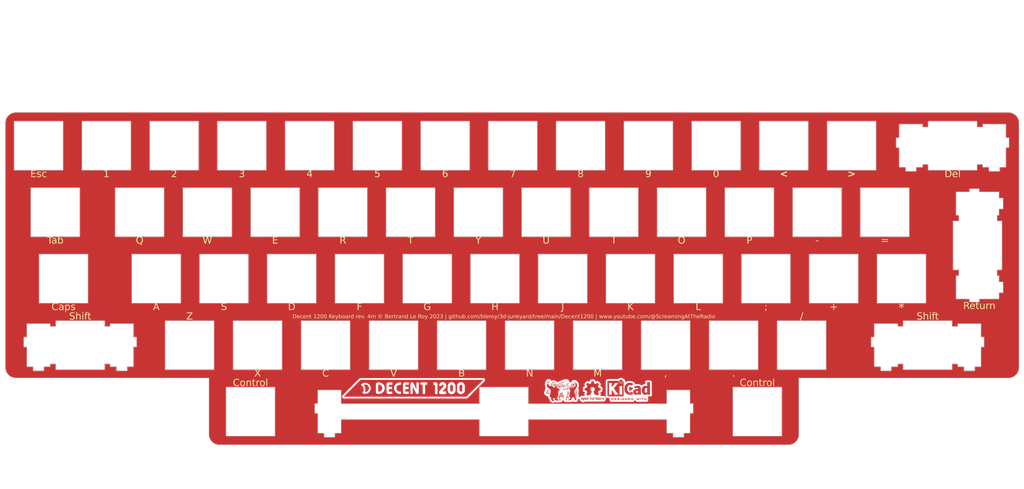
<source format=kicad_pcb>
(kicad_pcb (version 20240108) (generator "pcbnew") (generator_version "8.0")
  (title_block (title "Decent1200 keyboard") (date "2023-11-23") (rev "3") (company "Decent Consulting"))
  (layers (0 "F.Cu" signal) (31 "B.Cu" signal) (35 "F.Paste" user) (37 "F.SilkS" user "F.Silkscreen") (39 "F.Mask" user) (44 "Edge.Cuts" user))
  (net 0 "")
  (net 1 "LED_GND")
  (footprint "Library-Modern:MX-1-00U-Hole" (layer "F.Cu") (at 278.20327 119.38)
    (property "Reference" "SWSlash1" (hide yes))
    (property "Value" "Slash" (hide yes))
    (fp_line (start -7 -7) (end -7 7) (stroke (width 0.12)) (layer "Edge.Cuts"))
    (fp_line (start -7 -7) (end 7 -7) (stroke (width 0.12)) (layer "Edge.Cuts"))
    (fp_line (start -7 7) (end 7 7) (stroke (width 0.12)) (layer "Edge.Cuts"))
    (fp_line (start 7 -7) (end 7 7) (stroke (width 0.12)) (layer "Edge.Cuts"))
  )
  (footprint "Library-Modern:MX-1-00U-Hole" (layer "F.Cu") (at 292.527404 62.23)
    (property "Reference" "SWGT1" (hide yes))
    (property "Value" ">" (hide yes))
    (fp_line (start -7 -7) (end -7 7) (stroke (width 0.12)) (layer "Edge.Cuts"))
    (fp_line (start -7 -7) (end 7 -7) (stroke (width 0.12)) (layer "Edge.Cuts"))
    (fp_line (start -7 7) (end 7 7) (stroke (width 0.12)) (layer "Edge.Cuts"))
    (fp_line (start 7 -7) (end 7 7) (stroke (width 0.12)) (layer "Edge.Cuts"))
  )
  (footprint "Library-Modern:MX-1-00U-Hole" (layer "F.Cu") (at 156.612981 62.23)
    (property "Reference" "SW5" (hide yes))
    (property "Value" "5" (hide yes))
    (fp_line (start -7 -7) (end -7 7) (stroke (width 0.12)) (layer "Edge.Cuts"))
    (fp_line (start -7 -7) (end 7 -7) (stroke (width 0.12)) (layer "Edge.Cuts"))
    (fp_line (start -7 7) (end 7 7) (stroke (width 0.12)) (layer "Edge.Cuts"))
    (fp_line (start 7 -7) (end 7 7) (stroke (width 0.12)) (layer "Edge.Cuts"))
  )
  (footprint "Library-Modern:MX-1-00U-Hole" (layer "F.Cu") (at 243.803365 81.28)
    (property "Reference" "SWO1" (hide yes))
    (property "Value" "O" (hide yes))
    (fp_line (start -7 -7) (end -7 7) (stroke (width 0.12)) (layer "Edge.Cuts"))
    (fp_line (start -7 -7) (end 7 -7) (stroke (width 0.12)) (layer "Edge.Cuts"))
    (fp_line (start -7 7) (end 7 7) (stroke (width 0.12)) (layer "Edge.Cuts"))
    (fp_line (start 7 -7) (end 7 7) (stroke (width 0.12)) (layer "Edge.Cuts"))
  )
  (footprint "LOGO" (layer "F.Cu") (at 166.97875 131.74)
    (property "Reference" "G***" (hide yes))
    (property "Value" "DECENT 1200" (hide yes))
    (fp_poly (pts (xy -9.807335 -1.019099) (xy -9.626922 -0.966218) (xy -9.453333 -0.877471) (xy -9.295512 -0.757807) (xy -9.162404 -0.612172) (xy -9.121529 -0.553198) (xy -9.025689 -0.362603) (xy -8.97378 -0.165501) (xy -8.964153 0.032832) (xy -8.995157 0.227119) (xy -9.065142 0.412085) (xy -9.172459 0.582451) (xy -9.315456 0.732941) (xy -9.492484 0.85828) (xy -9.57668 0.902196) (xy -9.676357 0.944403) (xy -9.767361 0.969173) (xy -9.872508 0.98188) (xy -9.928382 0.985001) (xy -10.122844 0.993545) (xy -10.116705 -0.01523) (xy -10.110565 -1.024004) (xy -9.985626 -1.031166)) (fill solid) (layer "F.Cu"))
    (fp_poly (pts (xy 11.00512 -0.984556) (xy 11.113177 -0.927447) (xy 11.205737 -0.832018) (xy 11.233361 -0.789005) (xy 11.249143 -0.760128) (xy 11.261522 -0.731077) (xy 11.270911 -0.696019) (xy 11.277723 -0.649124) (xy 11.28237 -0.584559) (xy 11.285267 -0.496494) (xy 11.286825 -0.379096) (xy 11.287459 -0.226534) (xy 11.287581 -0.032977) (xy 11.287581 -0.023541) (xy 11.287581 0.647358) (xy 11.223178 0.756914) (xy 11.145271 0.85628) (xy 11.056849 0.915811) (xy 10.957412 0.954249) (xy 10.8711 0.960438) (xy 10.77729 0.934613) (xy 10.741826 0.919403) (xy 10.642852 0.851915) (xy 10.577044 0.774512) (xy 10.510751 0.674337) (xy 10.510751 -0.023541) (xy 10.510751 -0.721418) (xy 10.577198 -0.821826) (xy 10.667605 -0.92198) (xy 10.77437 -0.982221) (xy 10.88953 -1.002947)) (fill solid) (layer "F.Cu"))
    (fp_poly (pts (xy -14.980295 -0.915943) (xy -14.921453 -0.874983) (xy -14.913262 -0.869127) (xy -14.752253 -0.72929) (xy -14.605389 -0.554163) (xy -14.480266 -0.355078) (xy -14.384481 -0.143368) (xy -14.346492 -0.023541) (xy -14.318545 0.129238) (xy -14.306071 0.306453) (xy -14.309145 0.488522) (xy -14.327844 0.655864) (xy -14.343557 0.729749) (xy -14.374163 0.826916) (xy -14.41708 0.936716) (xy -14.466644 1.047129) (xy -14.517192 1.14613) (xy -14.563059 1.221698) (xy -14.59165 1.256376) (xy -14.601239 1.261765) (xy -14.610725 1.257484) (xy -14.620925 1.239772) (xy -14.632656 1.204867) (xy -14.646737 1.149004) (xy -14.663983 1.068423) (xy -14.685213 0.959361) (xy -14.711244 0.818056) (xy -14.742892 0.640745) (xy -14.780975 0.423665) (xy -14.815061 0.227836) (xy -14.853278 0.008231) (xy -14.889388 -0.198538) (xy -14.922524 -0.387549) (xy -14.951816 -0.553885) (xy -14.976398 -0.692624) (xy -14.9954 -0.798849) (xy -15.007954 -0.867638) (xy -15.01283 -0.892667) (xy -15.018036 -0.922906) (xy -15.00984 -0.931291)) (fill solid) (layer "F.Cu"))
    (fp_poly (pts (xy 13.702857 -0.975763) (xy 13.807405 -0.910261) (xy 13.890117 -0.813205) (xy 13.914767 -0.766911) (xy 13.927853 -0.734071) (xy 13.938055 -0.696051) (xy 13.945725 -0.646866) (xy 13.951213 -0.580534) (xy 13.954872 -0.491072) (xy 13.95705 -0.372495) (xy 13.9581 -0.21882) (xy 13.958373 -0.024065) (xy 13.958373 -0.023541) (xy 13.958098 0.17142) (xy 13.95704 0.325263) (xy 13.954852 0.443952) (xy 13.951186 0.533446) (xy 13.945695 0.599709) (xy 13.938031 0.648701) (xy 13.927846 0.686384) (xy 13.915134 0.717979) (xy 13.858128 0.815332) (xy 13.784164 0.882858) (xy 13.694473 0.928944) (xy 13.59084 0.959864) (xy 13.498443 0.955902) (xy 13.429312 0.932348) (xy 13.332225 0.867115) (xy 13.250687 0.768996) (xy 13.195355 0.65193) (xy 13.184925 0.612745) (xy 13.175883 0.543962) (xy 13.168835 0.43745) (xy 13.16378 0.302521) (xy 13.160717 0.148484) (xy 13.159645 -0.01535) (xy 13.160561 -0.179671) (xy 13.163465 -0.335169) (xy 13.168355 -0.472534) (xy 13.17523 -0.582455) (xy 13.184088 -0.655623) (xy 13.185116 -0.660713) (xy 13.230528 -0.782037) (xy 13.30626 -0.886962) (xy 13.402389 -0.963843) (xy 13.467646 -0.992249) (xy 13.586321 -1.004747)) (fill solid) (layer "F.Cu"))
    (fp_poly (pts (xy 17.584616 0.01177) (xy 15.17182 2.424652) (xy -2.411676 2.424652) (xy -19.995171 2.424652) (xy -19.691197 2.112743) (xy -19.635874 2.05637) (xy -19.549676 1.969074) (xy -19.434989 1.853253) (xy -19.2942 1.711308) (xy -19.129693 1.545636) (xy -18.943854 1.358637) (xy -18.739069 1.15271) (xy -18.517724 0.930254) (xy -18.282203 0.693668) (xy -18.034893 0.445351) (xy -17.778179 0.187702) (xy -17.514446 -0.07688) (xy -17.291818 -0.300139) (xy -16.618154 -0.975593) (xy -15.042261 -0.975593) (xy -15.038349 -0.944541) (xy -15.02725 -0.872682) (xy -15.009918 -0.76558) (xy -14.987308 -0.6288) (xy -14.960373 -0.467907) (xy -14.930069 -0.288465) (xy -14.897348 -0.096039) (xy -14.863167 0.103807) (xy -14.828478 0.30551) (xy -14.794237 0.503503) (xy -14.761398 0.692222) (xy -14.730914 0.866104) (xy -14.703741 1.019584) (xy -14.680832 1.147097) (xy -14.663143 1.243078) (xy -14.65177 1.301283) (xy -14.617797 1.358332) (xy -14.544596 1.41513) (xy -14.439921 1.468388) (xy -14.311526 1.514821) (xy -14.167165 1.55114) (xy -14.014593 1.574059) (xy -14.006487 1.574831) (xy -13.837922 1.580543) (xy -13.660334 1.569824) (xy -13.493666 1.544529) (xy -13.388611 1.517362) (xy -13.149146 1.417091) (xy -12.928414 1.280079) (xy -12.733083 1.111973) (xy -12.569824 0.918418) (xy -12.456356 0.728215) (xy -12.375918 0.546816) (xy -12.323383 0.382287) (xy -12.294495 0.217113) (xy -12.284996 0.033782) (xy -12.284953 0.023114) (xy -12.3048 -0.253816) (xy -12.364484 -0.502576) (xy -10.802317 -0.502576) (xy -10.801638 -0.263089) (xy -10.800186 0.018896) (xy -10.799946 0.061832) (xy -10.798396 0.330077) (xy -10.796888 0.55536) (xy -10.795238 0.741799) (xy -10.793264 0.89351) (xy -10.790782 1.014613) (xy -10.78761 1.109225) (xy -10.783565 1.181464) (xy -10.778464 1.235448) (xy -10.772124 1.275294) (xy -10.764361 1.30512) (xy -10.754994 1.329044) (xy -10.743839 1.351185) (xy -10.742559 1.353568) (xy -10.689947 1.440971) (xy -10.633622 1.507526) (xy -10.566438 1.555969) (xy -10.48125 1.589036) (xy -10.37091 1.609462) (xy -10.228273 1.619983) (xy -10.046191 1.623336) (xy -10.037825 1.62336) (xy -9.875203 1.622435) (xy -9.748373 1.618155) (xy -9.646111 1.609602) (xy -9.55719 1.595861) (xy -9.476299 1.577539) (xy -9.268371 1.50924) (xy -9.079364 1.413117) (xy -8.898361 1.282742) (xy -8.756057 1.153475) (xy -8.657588 1.053108) (xy -8.584385 0.967987) (xy -8.52548 0.883292) (xy -8.469906 0.784207) (xy -8.442458 0.729749) (xy -8.356386 0.533793) (xy -8.300948 0.350548) (xy -8.289269 0.273194) (xy -7.744317 0.273194) (xy -7.744048 0.508542) (xy -7.743103 0.705022) (xy -7.741146 0.866738) (xy -7.737841 0.997796) (xy -7.732852 1.102302) (xy -7.725843 1.184361) (xy -7.716478 1.24808) (xy -7.704421 1.297565) (xy -7.689337 1.33692) (xy -7.670888 1.370252) (xy -7.64874 1.401666) (xy -7.626822 1.42984) (xy -7.581845 1.482962) (xy -7.535711 1.525363) (xy -7.482662 1.558248) (xy -7.416939 1.582825) (xy -7.332785 1.600297) (xy -7.22444 1.61187) (xy -7.086148 1.618752) (xy -6.912148 1.622146) (xy -6.703104 1.623248) (xy -6.096941 1.624281) (xy -6.096941 1.294717) (xy -6.096941 0.965153) (xy -6.579518 0.965153) (xy -7.062094 0.965153) (xy -7.062094 0.600278) (xy -7.062094 0.235403) (xy -6.603058 0.235403) (xy -6.144022 0.235403) (xy -6.144022 -0.094162) (xy -6.144022 -0.113903) (xy -5.574001 -0.113903) (xy -5.573224 0.113354) (xy -5.549835 0.311953) (xy -5.501068 0.495934) (xy -5.424155 0.679332) (xy -5.413293 0.701192) (xy -5.268617 0.943171) (xy -5.096628 1.14769) (xy -4.894752 1.317353) (xy -4.672752 1.448706) (xy -4.496829 1.525295) (xy -4.321949 1.577742) (xy -4.134081 1.609036) (xy -3.919196 1.622166) (xy -3.854726 1.622985) (xy -3.554587 1.624281) (xy -3.554587 1.306487) (xy -3.554587 1.214852) (xy -3.0367 1.214852) (xy -2.975824 1.337015) (xy -2.928583 1.415331) (xy -2.873921 1.482817) (xy -2.843173 1.510286) (xy -2.794432 1.542789) (xy -2.745841 1.568356) (xy -2.69112 1.587824) (xy -2.623992 1.602029) (xy -2.538179 1.611807) (xy -2.427403 1.617994) (xy -2.285387 1.621427) (xy -2.105852 1.622941) (xy -1.995041 1.623248) (xy -1.388878 1.624281) (xy -0.894532 1.624281) (xy -0.564967 1.624281) (xy -0.235403 1.624281) (xy -0.235403 0.59557) (xy -0.234932 0.355619) (xy -0.233565 0.142369) (xy -0.231371 -0.040949) (xy -0.228417 -0.191103) (xy -0.224772 -0.304862) (xy -0.220505 -0.378994) (xy -0.215684 -0.410269) (xy -0.214109 -0.410779) (xy -0.199694 -0.385367) (xy -0.167278 -0.321973) (xy -0.119084 -0.225133) (xy -0.057331 -0.09938) (xy 0.015758 0.05075) (xy 0.097962 0.220722) (xy 0.187059 0.406001) (xy 0.235007 0.506116) (xy 0.328378 0.700259) (xy 0.417567 0.883641) (xy 0.500106 1.051338) (xy 0.573527 1.198425) (xy 0.635364 1.319978) (xy 0.68315 1.411073) (xy 0.714416 1.466787) (xy 0.722557 1.479159) (xy 0.781172 1.542924) (xy 0.846958 1.596813) (xy 0.856063 1.602657) (xy 0.951563 1.637904) (xy 1.068039 1.647529) (xy 1.187017 1.631609) (xy 1.270751 1.600958) (xy 1.345185 1.550577) (xy 1.414992 1.484178) (xy 1.428711 1.46745) (xy 1.49481 1.380805) (xy 1.501355 -0.145279) (xy 1.5079 -1.671363) (xy 1.165906 -1.671363) (xy 0.823911 -1.671363) (xy 0.823911 -0.72975) (xy 0.823486 -0.524432) (xy 0.822271 -0.334597) (xy 0.82036 -0.165223) (xy 0.817847 -0.021286) (xy 0.814825 0.092239) (xy 0.811388 0.170374) (xy 0.807628 0.208143) (xy 0.806256 0.210906) (xy 0.792562 0.190157) (xy 0.761102 0.131423) (xy 0.714168 0.039317) (xy 0.654048 -0.081552) (xy 0.583031 -0.226571) (xy 0.503409 -0.391129) (xy 0.417469 -0.570616) (xy 0.400186 -0.60693) (xy 0.310803 -0.793461) (xy 0.224952 -0.969881) (xy 0.145326 -1.130859) (xy 0.074617 -1.271062) (xy 0.015516 -1.385158) (xy -0.029284 -1.467816) (xy -0.05709 -1.513703) (xy -0.05885 -1.516087) (xy -0.166295 -1.621443) (xy -0.268778 -1.671891) (xy 2.000927 -1.671891) (xy 2.000927 -1.342062) (xy 2.000927 -1.012234) (xy 2.306951 -1.012234) (xy 2.612975 -1.012234) (xy 2.612975 0.306024) (xy 2.612975 1.624281) (xy 2.96608 1.624281) (xy 3.319185 1.624281) (xy 3.319185 0.306024) (xy 3.319185 -1.012234) (xy 3.625873 -1.012234) (xy 3.932562 -1.012234) (xy 3.926012 -1.335913) (xy 3.919463 -1.659593) (xy 2.960195 -1.665742) (xy 2.000927 -1.671891) (xy -0.268778 -1.671891) (xy -0.295351 -1.684972) (xy -0.446001 -1.706666) (xy -0.448985 -1.706673) (xy -0.586277 -1.688134) (xy -0.697238 -1.631877) (xy -0.782847 -1.536945) (xy -0.844082 -1.40238) (xy -0.871271 -1.293243) (xy -0.875973 -1.244544) (xy -0.880271 -1.152388) (xy -0.884109 -1.020392) (xy -0.887432 -0.85218) (xy -0.890185 -0.65137) (xy -0.892312 -0.421583) (xy -0.893758 -0.166441) (xy -0.894467 0.110437) (xy -0.894532 0.226846) (xy -0.894532 1.624281) (xy -1.388878 1.624281) (xy -1.388878 1.294717) (xy -1.388878 0.965153) (xy -1.871455 0.965153) (xy -2.354031 0.965153) (xy -2.354031 0.600278) (xy -2.354031 0.235403) (xy -1.894995 0.235403) (xy -1.435959 0.235403) (xy -1.435959 -0.094162) (xy -1.435959 -0.423726) (xy -1.894995 -0.423726) (xy -2.354031 -0.423726) (xy -2.354031 -0.71798) (xy -2.354031 -1.012234) (xy -1.85902 -1.012234) (xy -1.364009 -1.012234) (xy -1.370559 -1.335913) (xy -1.377108 -1.659593) (xy -1.977386 -1.659593) (xy -2.166288 -1.659236) (xy -2.314548 -1.657906) (xy -2.4286 -1.655214) (xy -2.514881 -1.650773) (xy -2.579824 -1.644193) (xy -2.629865 -1.635085) (xy -2.671438 -1.623062) (xy -2.689049 -1.616615) (xy -2.789012 -1.560238) (xy -2.88492 -1.475775) (xy -2.963467 -1.377309) (xy -3.011347 -1.278919) (xy -3.01275 -1.274065) (xy -3.018201 -1.230393) (xy -3.023054 -1.142652) (xy -3.027253 -1.013848) (xy -3.030742 -0.846989) (xy -3.033466 -0.645083) (xy -3.03537 -0.411138) (xy -3.036397 -0.148159) (xy -3.036569 0.013033) (xy -3.0367 1.214852) (xy -3.554587 1.214852) (xy -3.554587 0.988693) (xy -3.760565 0.988284) (xy -4.00303 0.974165) (xy -4.21206 0.931576) (xy -4.393083 0.85862) (xy -4.55153 0.753399) (xy -4.62658 0.685523) (xy -4.752615 0.529657) (xy -4.844225 0.351451) (xy -4.899891 0.15938) (xy -4.918089 -0.038081) (xy -4.897299 -0.232458) (xy -4.835999 -0.415276) (xy -4.827375 -0.43301) (xy -4.71226 -0.616357) (xy -4.569182 -0.762657) (xy -4.39743 -0.872302) (xy -4.196293 -0.945687) (xy -3.965059 -0.983204) (xy -3.822821 -0.988694) (xy -3.578128 -0.988694) (xy -3.578128 -1.330028) (xy -3.578128 -1.671363) (xy -3.737642 -1.671363) (xy -4.022119 -1.65556) (xy -4.295525 -1.609656) (xy -4.548344 -1.535906) (xy -4.771063 -1.436564) (xy -4.802224 -1.419051) (xy -4.925805 -1.334206) (xy -5.057858 -1.221646) (xy -5.185271 -1.094304) (xy -5.294931 -0.965114) (xy -5.362973 -0.865917) (xy -5.458741 -0.679583) (xy -5.523311 -0.491933) (xy -5.560911 -0.287896) (xy -5.574001 -0.113903) (xy -6.144022 -0.113903) (xy -6.144022 -0.423726) (xy -6.603058 -0.423726) (xy -7.062094 -0.423726) (xy -7.062094 -0.71798) (xy -7.062094 -1.012234) (xy -6.567748 -1.012234) (xy -6.073401 -1.012234) (xy -6.073401 -1.343819) (xy -6.073401 -1.675404) (xy -6.691334 -1.666556) (xy -6.90041 -1.662964) (xy -7.068284 -1.658034) (xy -7.200834 -1.65059) (xy -7.303938 -1.639454) (xy -7.383474 -1.623449) (xy -7.445321 -1.601399) (xy -7.495356 -1.572125) (xy -7.539458 -1.534451) (xy -7.582778 -1.488028) (xy -7.6174 -1.448686) (xy -7.646667 -1.4132) (xy -7.67103 -1.377429) (xy -7.690941 -1.337229) (xy -7.706851 -1.28846) (xy -7.719211 -1.226977) (xy -7.728472 -1.148638) (xy -7.735084 -1.049301) (xy -7.7395 -0.924823) (xy -7.74217 -0.771062) (xy -7.743545 -0.583875) (xy -7.744076 -0.35912) (xy -7.744214 -0.092654) (xy -7.744246 -0.005129) (xy -7.744317 0.273194) (xy -8.289269 0.273194) (xy -8.272618 0.162913) (xy -8.267866 -0.046213) (xy -8.270044 -0.105932) (xy -8.300432 -0.3722) (xy -8.367408 -0.612364) (xy -8.473796 -0.833132) (xy -8.62242 -1.041211) (xy -8.701 -1.129497) (xy -8.908898 -1.317637) (xy -9.139241 -1.464721) (xy -9.392983 -1.571216) (xy -9.67108 -1.637591) (xy -9.763913 -1.650269) (xy -9.920694 -1.662398) (xy -10.079795 -1.664647) (xy -10.229421 -1.657626) (xy -10.35778 -1.641939) (xy -10.453078 -1.618196) (xy -10.463082 -1.614274) (xy -10.52461 -1.578218) (xy -10.596613 -1.521606) (xy -10.638545 -1.481957) (xy -10.674112 -1.444587) (xy -10.704283 -1.408946) (xy -10.729477 -1.371013) (xy -10.750115 -1.326768) (xy -10.766617 -1.27219) (xy -10.779404 -1.203259) (xy -10.788895 -1.115953) (xy -10.795512 -1.006253) (xy -10.799674 -0.870137) (xy -10.801802 -0.703585) (xy -10.802317 -0.502576) (xy -12.364484 -0.502576) (xy -12.36594 -0.508644) (xy -12.468958 -0.742924) (xy -12.614439 -0.958209) (xy -12.686094 -1.04091) (xy -12.891085 -1.230432) (xy -13.114571 -1.37856) (xy -13.352515 -1.484633) (xy -13.600878 -1.547988) (xy -13.855625 -1.567963) (xy -14.112716 -1.543897) (xy -14.368114 -1.475128) (xy -14.617782 -1.360994) (xy -14.622458 -1.358374) (xy -14.732294 -1.289918) (xy -14.836016 -1.213268) (xy -14.926085 -1.135297) (xy -14.994961 -1.06288) (xy -15.035104 -1.002893) (xy -15.042261 -0.975593) (xy -16.618154 -0.975593) (xy -15.877273 -1.718443) (xy 5.719131 -1.718443) (xy 5.725599 -1.335913) (xy 5.732067 -0.953383) (xy 5.938045 -0.946582) (xy 6.144023 -0.93978) (xy 6.144023 0.365791) (xy 6.144023 1.671362) (xy 6.508897 1.671362) (xy 6.873772 1.671362) (xy 6.873772 1.220291) (xy 7.275323 1.220291) (xy 7.308734 1.356359) (xy 7.379014 1.477066) (xy 7.482832 1.575785) (xy 7.616856 1.645887) (xy 7.705367 1.670477) (xy 7.75265 1.675159) (xy 7.840497 1.679224) (xy 7.962392 1.682551) (xy 8.111822 1.685017) (xy 8.282272 1.686502) (xy 8.467227 1.686883) (xy 8.568675 1.686597) (xy 9.333735 1.683132) (xy 9.340201 1.301045) (xy 9.346667 0.918959) (xy 8.817636 0.91263) (xy 8.288605 0.906302) (xy 8.631514 0.541427) (xy 8.793323 0.368136) (xy 8.925526 0.223778) (xy 9.031775 0.103959) (xy 9.115724 0.004289) (xy 9.119003 0.000075) (xy 9.769579 0.000075) (xy 9.770164 0.227401) (xy 9.772664 0.413885) (xy 9.777819 0.565751) (xy 9.786371 0.689223) (xy 9.799061 0.790526) (xy 9.816629 0.875882) (xy 9.839818 0.951517) (xy 9.869368 1.023654) (xy 9.898665 1.084166) (xy 9.999211 1.241367) (xy 10.132072 1.389888) (xy 10.282882 1.514919) (xy 10.368349 1.56835) (xy 10.577345 1.65707) (xy 10.797355 1.701778) (xy 11.021508 1.701834) (xy 11.242932 1.656599) (xy 11.259493 1.651279) (xy 11.471196 1.557778) (xy 11.65465 1.427273) (xy 11.807646 1.26198) (xy 11.927974 1.064118) (xy 11.987095 0.920628) (xy 12.00201 0.875648) (xy 12.013881 0.832577) (xy 12.023055 0.785554) (xy 12.029877 0.72872) (xy 12.034695 0.656214) (xy 12.037856 0.562177) (xy 12.039706 0.440749) (xy 12.040591 0.286072) (xy 12.040859 0.092284) (xy 12.040872 0.01177) (xy 12.040833 -0.011771) (xy 12.441057 -0.011771) (xy 12.441177 0.19732) (xy 12.441775 0.365207) (xy 12.443203 0.497765) (xy 12.445818 0.600873) (xy 12.449972 0.680405) (xy 12.456019 0.742238) (xy 12.464316 0.792249) (xy 12.475214 0.836315) (xy 12.489069 0.88031) (xy 12.496069 0.900799) (xy 12.594969 1.118775) (xy 12.729594 1.308964) (xy 12.895848 1.4678) (xy 13.089638 1.59172) (xy 13.306868 1.677158) (xy 13.41798 1.7034) (xy 13.497286 1.709292) (xy 13.604936 1.705737) (xy 13.723518 1.694373) (xy 13.835619 1.676836) (xy 13.919247 1.656276) (xy 14.120522 1.567883) (xy 14.30151 1.442347) (xy 14.456382 1.286063) (xy 14.57931 1.105428) (xy 14.664465 0.906839) (xy 14.689386 0.811036) (xy 14.6984 0.738879) (xy 14.704749 0.621781) (xy 14.708444 0.45925) (xy 14.709496 0.250797) (xy 14.707913 -0.004068) (xy 14.707228 -0.065123) (xy 14.70447 -0.276021) (xy 14.701559 -0.445583) (xy 14.698125 -0.579553) (xy 14.693801 -0.683673) (xy 14.688221 -0.763689) (xy 14.681015 -0.825342) (xy 14.671817 -0.874378) (xy 14.660259 -0.91654) (xy 14.650982 -0.943886) (xy 14.550719 -1.161318) (xy 14.418719 -1.348778) (xy 14.259016 -1.503275) (xy 14.075645 -1.621818) (xy 13.872641 -1.701417) (xy 13.654039 -1.739082) (xy 13.574397 -1.741804) (xy 13.34937 -1.719396) (xy 13.140846 -1.654158) (xy 12.951699 -1.548326) (xy 12.784802 -1.404136) (xy 12.64303 -1.223821) (xy 12.529255 -1.009617) (xy 12.48513 -0.894532) (xy 12.472747 -0.854153) (xy 12.462898 -0.80998) (xy 12.455301 -0.756326) (xy 12.44967 -0.687506) (xy 12.445722 -0.597831) (xy 12.443174 -0.481614) (xy 12.44174 -0.33317) (xy 12.441138 -0.14681) (xy 12.441057 -0.011771) (xy 12.040833 -0.011771) (xy 12.040495 -0.215585) (xy 12.038861 -0.401962) (xy 12.035211 -0.55346) (xy 12.028788 -0.67618) (xy 12.018833 -0.776221) (xy 12.004588 -0.859684) (xy 11.985297 -0.932667) (xy 11.9602 -1.001271) (xy 11.92854 -1.071596) (xy 11.898821 -1.131531) (xy 11.822079 -1.25233) (xy 11.716333 -1.37762) (xy 11.595554 -1.492658) (xy 11.473708 -1.582699) (xy 11.468211 -1.586056) (xy 11.269649 -1.68018) (xy 11.062803 -1.731058) (xy 10.853351 -1.740402) (xy 10.646969 -1.709929) (xy 10.449335 -1.641355) (xy 10.266126 -1.536393) (xy 10.103019 -1.396761) (xy 9.96569 -1.224172) (xy 9.90164 -1.112731) (xy 9.866221 -1.038116) (xy 9.837687 -0.965199) (xy 9.815309 -0.887844) (xy 9.798361 -0.799917) (xy 9.786114 -0.695283) (xy 9.77784 -0.567809) (xy 9.77281 -0.411358) (xy 9.770298 -0.219797) (xy 9.769579 0.000075) (xy 9.119003 0.000075) (xy 9.181023 -0.079626) (xy 9.231326 -0.152176) (xy 9.270284 -0.217755) (xy 9.282998 -0.242007) (xy 9.353335 -0.4314) (xy 9.382762 -0.633619) (xy 9.372594 -0.84067) (xy 9.324147 -1.044559) (xy 9.238739 -1.237291) (xy 9.117684 -1.410872) (xy 9.084499 -1.44771) (xy 8.920922 -1.592173) (xy 8.74409 -1.692147) (xy 8.550337 -1.749234) (xy 8.358504 -1.765269) (xy 8.138147 -1.743195) (xy 7.935502 -1.680048) (xy 7.754802 -1.579469) (xy 7.600282 -1.445095) (xy 7.476175 -1.280566) (xy 7.386715 -1.089521) (xy 7.337871 -0.888131) (xy 7.324389 -0.792694) (xy 7.319939 -0.724753) (xy 7.330681 -0.679815) (xy 7.362775 -0.653389) (xy 7.422378 -0.640982) (xy 7.515652 -0.638102) (xy 7.648754 -0.640258) (xy 7.676963 -0.640825) (xy 8.010326 -0.647359) (xy 8.03886 -0.759853) (xy 8.08732 -0.877072) (xy 8.16158 -0.962571) (xy 8.255095 -1.011887) (xy 8.361322 -1.020561) (xy 8.407588 -1.011174) (xy 8.508923 -0.95984) (xy 8.584169 -0.877901) (xy 8.629066 -0.776257) (xy 8.639357 -0.665811) (xy 8.610784 -0.557464) (xy 8.595652 -0.529657) (xy 8.570037 -0.496317) (xy 8.516427 -0.432762) (xy 8.43872 -0.343404) (xy 8.340818 -0.232658) (xy 8.226622 -0.104937) (xy 8.100031 0.035345) (xy 7.971546 0.176552) (xy 7.807553 0.357604) (xy 7.663568 0.519697) (xy 7.542032 0.65996) (xy 7.445384 0.775522) (xy 7.376065 0.863512) (xy 7.336514 0.921059) (xy 7.332433 0.928579) (xy 7.282112 1.075488) (xy 7.275323 1.220291) (xy 6.873772 1.220291) (xy 6.873772 0.239675) (xy 6.873719 -0.071471) (xy 6.873356 -0.339223) (xy 6.872379 -0.567267) (xy 6.870485 -0.759289) (xy 6.867368 -0.918975) (xy 6.862726 -1.05001) (xy 6.856254 -1.156082) (xy 6.847648 -1.240876) (xy 6.836604 -1.308079) (xy 6.822817 -1.361377) (xy 6.805985 -1.404455) (xy 6.785802 -1.441) (xy 6.761964 -1.474698) (xy 6.734169 -1.509236) (xy 6.72899 -1.515502) (xy 6.661173 -1.58025) (xy 6.575207 -1.640437) (xy 6.534106 -1.662399) (xy 6.482969 -1.68436) (xy 6.433234 -1.699681) (xy 6.375005 -1.709545) (xy 6.298387 -1.715135) (xy 6.193484 -1.717633) (xy 6.066933 -1.718213) (xy 5.719131 -1.718443) (xy -15.877273 -1.718443) (xy -15.196413 -2.401112) (xy 2.4005 -2.401112) (xy 19.997412 -2.401112)) (fill solid) (layer "F.Cu"))
  )
  (footprint "Library-Modern:MX-1-00U-Hole" (layer "F.Cu") (at 282.636058 81.28)
    (property "Reference" "SWDash1" (hide yes))
    (property "Value" "Dash" (hide yes))
    (fp_line (start -7 -7) (end -7 7) (stroke (width 0.12)) (layer "Edge.Cuts"))
    (fp_line (start -7 -7) (end 7 -7) (stroke (width 0.12)) (layer "Edge.Cuts"))
    (fp_line (start -7 7) (end 7 7) (stroke (width 0.12)) (layer "Edge.Cuts"))
    (fp_line (start 7 -7) (end 7 7) (stroke (width 0.12)) (layer "Edge.Cuts"))
  )
  (footprint "Library-Modern:MX-1-00U-Hole" (layer "F.Cu") (at 98.363942 62.23)
    (property "Reference" "SW2" (hide yes))
    (property "Value" "2" (hide yes))
    (fp_line (start -7 -7) (end -7 7) (stroke (width 0.12)) (layer "Edge.Cuts"))
    (fp_line (start -7 -7) (end 7 -7) (stroke (width 0.12)) (layer "Edge.Cuts"))
    (fp_line (start -7 7) (end 7 7) (stroke (width 0.12)) (layer "Edge.Cuts"))
    (fp_line (start 7 -7) (end 7 7) (stroke (width 0.12)) (layer "Edge.Cuts"))
  )
  (footprint "Library-Modern:MX-1-00U-Hole" (layer "F.Cu") (at 176.029327 62.23)
    (property "Reference" "SW6" (hide yes))
    (property "Value" "6" (hide yes))
    (fp_line (start -7 -7) (end -7 7) (stroke (width 0.12)) (layer "Edge.Cuts"))
    (fp_line (start -7 -7) (end 7 -7) (stroke (width 0.12)) (layer "Edge.Cuts"))
    (fp_line (start -7 7) (end 7 7) (stroke (width 0.12)) (layer "Edge.Cuts"))
    (fp_line (start 7 -7) (end 7 7) (stroke (width 0.12)) (layer "Edge.Cuts"))
  )
  (footprint "Library-Modern:MX-1-00U-Hole" (layer "F.Cu") (at 234.278365 62.23)
    (property "Reference" "SW9" (hide yes))
    (property "Value" "9" (hide yes))
    (fp_line (start -7 -7) (end -7 7) (stroke (width 0.12)) (layer "Edge.Cuts"))
    (fp_line (start -7 -7) (end 7 -7) (stroke (width 0.12)) (layer "Edge.Cuts"))
    (fp_line (start -7 7) (end 7 7) (stroke (width 0.12)) (layer "Edge.Cuts"))
    (fp_line (start 7 -7) (end 7 7) (stroke (width 0.12)) (layer "Edge.Cuts"))
  )
  (footprint "Library-Modern:MX-1-00U-Hole" (layer "F.Cu") (at 302.052404 81.28)
    (property "Reference" "SWEqual1" (hide yes))
    (property "Value" "Equal" (hide yes))
    (fp_line (start -7 -7) (end -7 7) (stroke (width 0.12)) (layer "Edge.Cuts"))
    (fp_line (start -7 -7) (end 7 -7) (stroke (width 0.12)) (layer "Edge.Cuts"))
    (fp_line (start -7 7) (end 7 7) (stroke (width 0.12)) (layer "Edge.Cuts"))
    (fp_line (start 7 -7) (end 7 7) (stroke (width 0.12)) (layer "Edge.Cuts"))
  )
  (footprint "Library-Modern:MX-1-00U-Hole" (layer "F.Cu") (at 306.814904 100.33)
    (property "Reference" "SWStar1" (hide yes))
    (property "Value" "Star" (hide yes))
    (fp_line (start -7 -7) (end -7 7) (stroke (width 0.12)) (layer "Edge.Cuts"))
    (fp_line (start -7 -7) (end 7 -7) (stroke (width 0.12)) (layer "Edge.Cuts"))
    (fp_line (start -7 7) (end 7 7) (stroke (width 0.12)) (layer "Edge.Cuts"))
    (fp_line (start 7 -7) (end 7 7) (stroke (width 0.12)) (layer "Edge.Cuts"))
  )
  (footprint "Library-Modern:MX-1-00U-Hole" (layer "F.Cu") (at 117.780288 62.23)
    (property "Reference" "SW3" (hide yes))
    (property "Value" "3" (hide yes))
    (fp_line (start -7 -7) (end -7 7) (stroke (width 0.12)) (layer "Edge.Cuts"))
    (fp_line (start -7 -7) (end 7 -7) (stroke (width 0.12)) (layer "Edge.Cuts"))
    (fp_line (start -7 7) (end 7 7) (stroke (width 0.12)) (layer "Edge.Cuts"))
    (fp_line (start 7 -7) (end 7 7) (stroke (width 0.12)) (layer "Edge.Cuts"))
  )
  (footprint "Library-Modern:MX-1-00U-Hole" (layer "F.Cu") (at 273.111058 62.23)
    (property "Reference" "SWLT1" (hide yes))
    (property "Value" "<" (hide yes))
    (fp_line (start -7 -7) (end -7 7) (stroke (width 0.12)) (layer "Edge.Cuts"))
    (fp_line (start -7 -7) (end 7 -7) (stroke (width 0.12)) (layer "Edge.Cuts"))
    (fp_line (start -7 7) (end 7 7) (stroke (width 0.12)) (layer "Edge.Cuts"))
    (fp_line (start 7 -7) (end 7 7) (stroke (width 0.12)) (layer "Edge.Cuts"))
  )
  (footprint "Library-Modern:MX-1-00U-Hole" (layer "F.Cu") (at 229.149519 100.33)
    (property "Reference" "SWK1" (hide yes))
    (property "Value" "K" (hide yes))
    (fp_line (start -7 -7) (end -7 7) (stroke (width 0.12)) (layer "Edge.Cuts"))
    (fp_line (start -7 -7) (end 7 -7) (stroke (width 0.12)) (layer "Edge.Cuts"))
    (fp_line (start -7 7) (end 7 7) (stroke (width 0.12)) (layer "Edge.Cuts"))
    (fp_line (start 7 -7) (end 7 7) (stroke (width 0.12)) (layer "Edge.Cuts"))
  )
  (footprint "Library-Modern:MX-1-00U-Hole" (layer "F.Cu") (at 161.265578 119.38)
    (property "Reference" "SWV1" (hide yes))
    (property "Value" "V" (hide yes))
    (fp_line (start -7 -7) (end -7 7) (stroke (width 0.12)) (layer "Edge.Cuts"))
    (fp_line (start -7 -7) (end 7 -7) (stroke (width 0.12)) (layer "Edge.Cuts"))
    (fp_line (start -7 7) (end 7 7) (stroke (width 0.12)) (layer "Edge.Cuts"))
    (fp_line (start 7 -7) (end 7 7) (stroke (width 0.12)) (layer "Edge.Cuts"))
  )
  (footprint "Library-Modern:MX-1-00U-Hole" (layer "F.Cu") (at 190.316827 100.33)
    (property "Reference" "SWH1" (hide yes))
    (property "Value" "H" (hide yes))
    (fp_line (start -7 -7) (end -7 7) (stroke (width 0.12)) (layer "Edge.Cuts"))
    (fp_line (start -7 -7) (end 7 -7) (stroke (width 0.12)) (layer "Edge.Cuts"))
    (fp_line (start -7 7) (end 7 7) (stroke (width 0.12)) (layer "Edge.Cuts"))
    (fp_line (start 7 -7) (end 7 7) (stroke (width 0.12)) (layer "Edge.Cuts"))
  )
  (footprint "Library-Modern:MX-ISO-RETURN-Hole" (layer "F.Cu") (at 328.612 90.8055)
    (property "Reference" "SWRet2" (hide yes))
    (property "Value" "Return" (hide yes))
    (fp_line (start -7 -7) (end -5.334 -7) (stroke (width 0.12)) (layer "Edge.Cuts"))
    (fp_line (start -7 7) (end -7 -7) (stroke (width 0.12)) (layer "Edge.Cuts"))
    (fp_line (start -7 7) (end -5.334 7) (stroke (width 0.12)) (layer "Edge.Cuts"))
    (fp_line (start -6.1468 -15.33) (end -2.286 -15.33) (stroke (width 0.12)) (layer "Edge.Cuts"))
    (fp_line (start -6.1468 -8.67) (end -6.1468 -15.33) (stroke (width 0.12)) (layer "Edge.Cuts"))
    (fp_line (start -6.1468 -8.67) (end -5.334 -8.67) (stroke (width 0.12)) (layer "Edge.Cuts"))
    (fp_line (start -6.1468 8.67) (end -6.1468 15.33) (stroke (width 0.12)) (layer "Edge.Cuts"))
    (fp_line (start -6.1468 8.67) (end -5.334 8.67) (stroke (width 0.12)) (layer "Edge.Cuts"))
    (fp_line (start -6.1468 15.33) (end -2.286 15.33) (stroke (width 0.12)) (layer "Edge.Cuts"))
    (fp_line (start -5.334 -8.67) (end -5.334 -7) (stroke (width 0.12)) (layer "Edge.Cuts"))
    (fp_line (start -5.334 8.67) (end -5.334 7) (stroke (width 0.12)) (layer "Edge.Cuts"))
    (fp_line (start -2.286 -16.2164) (end 0.508 -16.2164) (stroke (width 0.12)) (layer "Edge.Cuts"))
    (fp_line (start -2.286 -15.33) (end -2.286 -16.2164) (stroke (width 0.12)) (layer "Edge.Cuts"))
    (fp_line (start -2.286 15.33) (end -2.286 16.2164) (stroke (width 0.12)) (layer "Edge.Cuts"))
    (fp_line (start -2.286 16.2164) (end 0.508 16.2164) (stroke (width 0.12)) (layer "Edge.Cuts"))
    (fp_line (start 0.508 -15.33) (end 0.508 -16.2164) (stroke (width 0.12)) (layer "Edge.Cuts"))
    (fp_line (start 0.508 -15.33) (end 6.1468 -15.33) (stroke (width 0.12)) (layer "Edge.Cuts"))
    (fp_line (start 0.508 15.33) (end 0.508 16.2164) (stroke (width 0.12)) (layer "Edge.Cuts"))
    (fp_line (start 0.508 15.33) (end 6.1468 15.33) (stroke (width 0.12)) (layer "Edge.Cuts"))
    (fp_line (start 5.588 -8.67) (end 5.588 -7) (stroke (width 0.12)) (layer "Edge.Cuts"))
    (fp_line (start 5.588 8.67) (end 5.588 7) (stroke (width 0.12)) (layer "Edge.Cuts"))
    (fp_line (start 6.1468 -13.524) (end 6.1468 -15.33) (stroke (width 0.12)) (layer "Edge.Cuts"))
    (fp_line (start 6.1468 -13.524) (end 7.3152 -13.524) (stroke (width 0.12)) (layer "Edge.Cuts"))
    (fp_line (start 6.1468 -10.476) (end 7.3152 -10.476) (stroke (width 0.12)) (layer "Edge.Cuts"))
    (fp_line (start 6.1468 -8.67) (end 5.588 -8.67) (stroke (width 0.12)) (layer "Edge.Cuts"))
    (fp_line (start 6.1468 -8.67) (end 6.1468 -10.476) (stroke (width 0.12)) (layer "Edge.Cuts"))
    (fp_line (start 6.1468 8.67) (end 5.588 8.67) (stroke (width 0.12)) (layer "Edge.Cuts"))
    (fp_line (start 6.1468 8.67) (end 6.1468 10.476) (stroke (width 0.12)) (layer "Edge.Cuts"))
    (fp_line (start 6.1468 10.476) (end 7.3152 10.476) (stroke (width 0.12)) (layer "Edge.Cuts"))
    (fp_line (start 6.1468 13.524) (end 6.1468 15.33) (stroke (width 0.12)) (layer "Edge.Cuts"))
    (fp_line (start 6.1468 13.524) (end 7.3152 13.524) (stroke (width 0.12)) (layer "Edge.Cuts"))
    (fp_line (start 7 -7) (end 5.588 -7) (stroke (width 0.12)) (layer "Edge.Cuts"))
    (fp_line (start 7 7) (end 5.588 7) (stroke (width 0.12)) (layer "Edge.Cuts"))
    (fp_line (start 7 7) (end 7 -7) (stroke (width 0.12)) (layer "Edge.Cuts"))
    (fp_line (start 7.3152 -10.476) (end 7.3152 -13.524) (stroke (width 0.12)) (layer "Edge.Cuts"))
    (fp_line (start 7.3152 10.476) (end 7.3152 13.524) (stroke (width 0.12)) (layer "Edge.Cuts"))
  )
  (footprint "Library-Modern:MX-1-00U-Hole" (layer "F.Cu") (at 127.305288 81.28)
    (property "Reference" "SWE1" (hide yes))
    (property "Value" "E" (hide yes))
    (fp_line (start -7 -7) (end -7 7) (stroke (width 0.12)) (layer "Edge.Cuts"))
    (fp_line (start -7 -7) (end 7 -7) (stroke (width 0.12)) (layer "Edge.Cuts"))
    (fp_line (start -7 7) (end 7 7) (stroke (width 0.12)) (layer "Edge.Cuts"))
    (fp_line (start 7 -7) (end 7 7) (stroke (width 0.12)) (layer "Edge.Cuts"))
  )
  (footprint "Library-Modern:MX-1-00U-Hole" (layer "F.Cu") (at 248.565865 100.33)
    (property "Reference" "SWL1" (hide yes))
    (property "Value" "L" (hide yes))
    (fp_line (start -7 -7) (end -7 7) (stroke (width 0.12)) (layer "Edge.Cuts"))
    (fp_line (start -7 -7) (end 7 -7) (stroke (width 0.12)) (layer "Edge.Cuts"))
    (fp_line (start -7 7) (end 7 7) (stroke (width 0.12)) (layer "Edge.Cuts"))
    (fp_line (start 7 -7) (end 7 7) (stroke (width 0.12)) (layer "Edge.Cuts"))
  )
  (footprint "Library-Modern:MX-1-00U-Hole" (layer "F.Cu") (at 267.982212 100.33)
    (property "Reference" "SWSemi1" (hide yes))
    (property "Value" "Semicolon" (hide yes))
    (fp_line (start -7 -7) (end -7 7) (stroke (width 0.12)) (layer "Edge.Cuts"))
    (fp_line (start -7 -7) (end 7 -7) (stroke (width 0.12)) (layer "Edge.Cuts"))
    (fp_line (start -7 7) (end 7 7) (stroke (width 0.12)) (layer "Edge.Cuts"))
    (fp_line (start 7 -7) (end 7 7) (stroke (width 0.12)) (layer "Edge.Cuts"))
  )
  (footprint "Library-Modern:MX-1-00U-Hole" (layer "F.Cu") (at 263.219712 81.28)
    (property "Reference" "SWP1" (hide yes))
    (property "Value" "P" (hide yes))
    (fp_line (start -7 -7) (end -7 7) (stroke (width 0.12)) (layer "Edge.Cuts"))
    (fp_line (start -7 -7) (end 7 -7) (stroke (width 0.12)) (layer "Edge.Cuts"))
    (fp_line (start -7 7) (end 7 7) (stroke (width 0.12)) (layer "Edge.Cuts"))
    (fp_line (start 7 -7) (end 7 7) (stroke (width 0.12)) (layer "Edge.Cuts"))
  )
  (footprint "Library-Modern:MX-1-00U-Hole" (layer "F.Cu") (at 141.775961 119.38)
    (property "Reference" "SWC1" (hide yes))
    (property "Value" "C" (hide yes))
    (fp_line (start -7 -7) (end -7 7) (stroke (width 0.12)) (layer "Edge.Cuts"))
    (fp_line (start -7 -7) (end 7 -7) (stroke (width 0.12)) (layer "Edge.Cuts"))
    (fp_line (start -7 7) (end 7 7) (stroke (width 0.12)) (layer "Edge.Cuts"))
    (fp_line (start 7 -7) (end 7 7) (stroke (width 0.12)) (layer "Edge.Cuts"))
  )
  (footprint "Library-Modern:MX-2-25U-Hole" (layer "F.Cu") (at 71.4375 119.38)
    (property "Reference" "SWLeftSft1" (hide yes))
    (property "Value" "Shift" (hide yes))
    (fp_line (start -16.1544 -2.286) (end -16.1544 0.508) (stroke (width 0.12)) (layer "Edge.Cuts"))
    (fp_line (start -15.268 -6.1468) (end -15.268 -2.286) (stroke (width 0.12)) (layer "Edge.Cuts"))
    (fp_line (start -15.268 -2.286) (end -16.1544 -2.286) (stroke (width 0.12)) (layer "Edge.Cuts"))
    (fp_line (start -15.268 0.508) (end -16.1544 0.508) (stroke (width 0.12)) (layer "Edge.Cuts"))
    (fp_line (start -15.268 0.508) (end -15.268 6.1468) (stroke (width 0.12)) (layer "Edge.Cuts"))
    (fp_line (start -13.462 6.1468) (end -15.268 6.1468) (stroke (width 0.12)) (layer "Edge.Cuts"))
    (fp_line (start -13.462 6.1468) (end -13.462 7.3152) (stroke (width 0.12)) (layer "Edge.Cuts"))
    (fp_line (start -10.414 6.1468) (end -10.414 7.3152) (stroke (width 0.12)) (layer "Edge.Cuts"))
    (fp_line (start -10.414 7.3152) (end -13.462 7.3152) (stroke (width 0.12)) (layer "Edge.Cuts"))
    (fp_line (start -8.6132 -6.1468) (end -15.268 -6.1468) (stroke (width 0.12)) (layer "Edge.Cuts"))
    (fp_line (start -8.6132 -6.1468) (end -8.6132 -5.334) (stroke (width 0.12)) (layer "Edge.Cuts"))
    (fp_line (start -8.6132 -5.334) (end -7 -5.334) (stroke (width 0.12)) (layer "Edge.Cuts"))
    (fp_line (start -8.6132 5.3594) (end -7 5.3594) (stroke (width 0.12)) (layer "Edge.Cuts"))
    (fp_line (start -8.6132 6.1468) (end -10.414 6.1468) (stroke (width 0.12)) (layer "Edge.Cuts"))
    (fp_line (start -8.6132 6.1468) (end -8.6132 5.3594) (stroke (width 0.12)) (layer "Edge.Cuts"))
    (fp_line (start -7 -7) (end -7 -5.334) (stroke (width 0.12)) (layer "Edge.Cuts"))
    (fp_line (start -7 -7) (end 7 -7) (stroke (width 0.12)) (layer "Edge.Cuts"))
    (fp_line (start -7 7) (end -7 5.3594) (stroke (width 0.12)) (layer "Edge.Cuts"))
    (fp_line (start -7 7) (end 7 7) (stroke (width 0.12)) (layer "Edge.Cuts"))
    (fp_line (start 7 -7) (end 7 -5.334) (stroke (width 0.12)) (layer "Edge.Cuts"))
    (fp_line (start 7 7) (end 7 5.3594) (stroke (width 0.12)) (layer "Edge.Cuts"))
    (fp_line (start 8.6132 -6.1468) (end 8.6132 -5.334) (stroke (width 0.12)) (layer "Edge.Cuts"))
    (fp_line (start 8.6132 -6.1468) (end 15.268 -6.1468) (stroke (width 0.12)) (layer "Edge.Cuts"))
    (fp_line (start 8.6132 -5.334) (end 7 -5.334) (stroke (width 0.12)) (layer "Edge.Cuts"))
    (fp_line (start 8.6132 5.3594) (end 7 5.3594) (stroke (width 0.12)) (layer "Edge.Cuts"))
    (fp_line (start 8.6132 6.1468) (end 8.6132 5.3594) (stroke (width 0.12)) (layer "Edge.Cuts"))
    (fp_line (start 8.6132 6.1468) (end 10.414 6.1468) (stroke (width 0.12)) (layer "Edge.Cuts"))
    (fp_line (start 10.414 6.1468) (end 10.414 7.3152) (stroke (width 0.12)) (layer "Edge.Cuts"))
    (fp_line (start 10.414 7.3152) (end 13.462 7.3152) (stroke (width 0.12)) (layer "Edge.Cuts"))
    (fp_line (start 13.462 6.1468) (end 13.462 7.3152) (stroke (width 0.12)) (layer "Edge.Cuts"))
    (fp_line (start 13.462 6.1468) (end 15.268 6.1468) (stroke (width 0.12)) (layer "Edge.Cuts"))
    (fp_line (start 15.268 -6.1468) (end 15.268 -2.286) (stroke (width 0.12)) (layer "Edge.Cuts"))
    (fp_line (start 15.268 -2.286) (end 16.1544 -2.286) (stroke (width 0.12)) (layer "Edge.Cuts"))
    (fp_line (start 15.268 0.508) (end 15.268 6.1468) (stroke (width 0.12)) (layer "Edge.Cuts"))
    (fp_line (start 15.268 0.508) (end 16.1544 0.508) (stroke (width 0.12)) (layer "Edge.Cuts"))
    (fp_line (start 16.1544 -2.286) (end 16.1544 0.508) (stroke (width 0.12)) (layer "Edge.Cuts"))
  )
  (footprint "Library-Modern:MX-1-50U-Hole" (layer "F.Cu") (at 64.29375 81.28)
    (property "Reference" "SWTab1" (hide yes))
    (property "Value" "Tab" (hide yes))
    (fp_line (start -7 -7) (end -7 7) (stroke (width 0.12)) (layer "Edge.Cuts"))
    (fp_line (start -7 -7) (end 7 -7) (stroke (width 0.12)) (layer "Edge.Cuts"))
    (fp_line (start -7 7) (end 7 7) (stroke (width 0.12)) (layer "Edge.Cuts"))
    (fp_line (start 7 -7) (end 7 7) (stroke (width 0.12)) (layer "Edge.Cuts"))
  )
  (footprint "Library-Modern:MX-1-00U-Hole" (layer "F.Cu") (at 146.721635 81.28)
    (property "Reference" "SWR1" (hide yes))
    (property "Value" "R" (hide yes))
    (fp_line (start -7 -7) (end -7 7) (stroke (width 0.12)) (layer "Edge.Cuts"))
    (fp_line (start -7 -7) (end 7 -7) (stroke (width 0.12)) (layer "Edge.Cuts"))
    (fp_line (start -7 7) (end 7 7) (stroke (width 0.12)) (layer "Edge.Cuts"))
    (fp_line (start 7 -7) (end 7 7) (stroke (width 0.12)) (layer "Edge.Cuts"))
  )
  (footprint "Library-Modern:MX-1-00U-Hole" (layer "F.Cu") (at 185.554327 81.28)
    (property "Reference" "SWY1" (hide yes))
    (property "Value" "Y" (hide yes))
    (fp_line (start -7 -7) (end -7 7) (stroke (width 0.12)) (layer "Edge.Cuts"))
    (fp_line (start -7 -7) (end 7 -7) (stroke (width 0.12)) (layer "Edge.Cuts"))
    (fp_line (start -7 7) (end 7 7) (stroke (width 0.12)) (layer "Edge.Cuts"))
    (fp_line (start 7 -7) (end 7 7) (stroke (width 0.12)) (layer "Edge.Cuts"))
  )
  (footprint "Library:ScreamingAtTheRadio" (layer "F.Cu") (at 209.512528 131.441601)
    (property "Reference" "G***" (hide yes))
    (property "Value" "LOGO" (hide yes))
    (fp_poly (pts (xy 0.319992 2.140431) (xy 0.315161 2.146657) (xy 0.308042 2.152007) (xy 0.309819 2.143523) (xy 0.310422 2.141917) (xy 0.317129 2.131549) (xy 0.320942 2.131475) (xy 0.319992 2.140431)) (stroke (width 0.01)) (fill solid) (layer "F.Cu"))
    (fp_poly (pts (xy 0.319992 2.140431) (xy 0.315161 2.146657) (xy 0.308042 2.152007) (xy 0.309819 2.143523) (xy 0.310422 2.141917) (xy 0.317129 2.131549) (xy 0.320942 2.131475) (xy 0.319992 2.140431)) (stroke (width 0.01)) (fill solid) (layer "F.Cu"))
    (fp_poly (pts (xy -1.616289 -0.577634) (xy -1.608145 -0.56681) (xy -1.607822 -0.564434) (xy -1.61428 -0.556695) (xy -1.616289 -0.556467) (xy -1.623719 -0.563359) (xy -1.624756 -0.569667) (xy -1.620651 -0.57843) (xy -1.616289 -0.577634)) (stroke (width 0.01)) (fill solid) (layer "F.Cu"))
    (fp_poly (pts (xy -1.616289 -0.577634) (xy -1.608145 -0.56681) (xy -1.607822 -0.564434) (xy -1.61428 -0.556695) (xy -1.616289 -0.556467) (xy -1.623719 -0.563359) (xy -1.624756 -0.569667) (xy -1.620651 -0.57843) (xy -1.616289 -0.577634)) (stroke (width 0.01)) (fill solid) (layer "F.Cu"))
    (fp_poly (pts (xy 0.009213 1.575216) (xy 0.009311 1.577132) (xy 0.002802 1.585274) (xy 0.000344 1.585599) (xy -0.004712 1.580412) (xy -0.003389 1.577132) (xy 0.004219 1.569055) (xy 0.005577 1.568666) (xy 0.009213 1.575216)) (stroke (width 0.01)) (fill solid) (layer "F.Cu"))
    (fp_poly (pts (xy 0.009213 1.575216) (xy 0.009311 1.577132) (xy 0.002802 1.585274) (xy 0.000344 1.585599) (xy -0.004712 1.580412) (xy -0.003389 1.577132) (xy 0.004219 1.569055) (xy 0.005577 1.568666) (xy 0.009213 1.575216)) (stroke (width 0.01)) (fill solid) (layer "F.Cu"))
    (fp_poly (pts (xy 0.034464 1.549709) (xy 0.034711 1.551732) (xy 0.028268 1.559953) (xy 0.026244 1.560199) (xy 0.018023 1.553756) (xy 0.017777 1.551732) (xy 0.02422 1.543512) (xy 0.026244 1.543266) (xy 0.034464 1.549709)) (stroke (width 0.01)) (fill solid) (layer "F.Cu"))
    (fp_poly (pts (xy 0.034464 1.549709) (xy 0.034711 1.551732) (xy 0.028268 1.559953) (xy 0.026244 1.560199) (xy 0.018023 1.553756) (xy 0.017777 1.551732) (xy 0.02422 1.543512) (xy 0.026244 1.543266) (xy 0.034464 1.549709)) (stroke (width 0.01)) (fill solid) (layer "F.Cu"))
    (fp_poly (pts (xy 0.245159 1.854218) (xy 0.246377 1.860266) (xy 0.241957 1.87185) (xy 0.237911 1.873466) (xy 0.229686 1.867389) (xy 0.229444 1.865499) (xy 0.235598 1.854032) (xy 0.237911 1.852299) (xy 0.245159 1.854218)) (stroke (width 0.01)) (fill solid) (layer "F.Cu"))
    (fp_poly (pts (xy 0.245159 1.854218) (xy 0.246377 1.860266) (xy 0.241957 1.87185) (xy 0.237911 1.873466) (xy 0.229686 1.867389) (xy 0.229444 1.865499) (xy 0.235598 1.854032) (xy 0.237911 1.852299) (xy 0.245159 1.854218)) (stroke (width 0.01)) (fill solid) (layer "F.Cu"))
    (fp_poly (pts (xy 1.541433 0.000012) (xy 1.541777 0.002333) (xy 1.538888 0.010579) (xy 1.538044 0.010799) (xy 1.530815 0.004867) (xy 1.529077 0.002333) (xy 1.529748 -0.005469) (xy 1.532811 -0.006134) (xy 1.541433 0.000012)) (stroke (width 0.01)) (fill solid) (layer "F.Cu"))
    (fp_poly (pts (xy 1.541433 0.000012) (xy 1.541777 0.002333) (xy 1.538888 0.010579) (xy 1.538044 0.010799) (xy 1.530815 0.004867) (xy 1.529077 0.002333) (xy 1.529748 -0.005469) (xy 1.532811 -0.006134) (xy 1.541433 0.000012)) (stroke (width 0.01)) (fill solid) (layer "F.Cu"))
    (fp_poly (pts (xy 1.659355 2.90479) (xy 1.660311 2.910632) (xy 1.655739 2.9219) (xy 1.651844 2.923332) (xy 1.644332 2.916475) (xy 1.643377 2.910632) (xy 1.647949 2.899365) (xy 1.651844 2.897932) (xy 1.659355 2.90479)) (stroke (width 0.01)) (fill solid) (layer "F.Cu"))
    (fp_poly (pts (xy 1.659355 2.90479) (xy 1.660311 2.910632) (xy 1.655739 2.9219) (xy 1.651844 2.923332) (xy 1.644332 2.916475) (xy 1.643377 2.910632) (xy 1.647949 2.899365) (xy 1.651844 2.897932) (xy 1.659355 2.90479)) (stroke (width 0.01)) (fill solid) (layer "F.Cu"))
    (fp_poly (pts (xy 1.727798 2.015375) (xy 1.728044 2.017399) (xy 1.721601 2.02562) (xy 1.719577 2.025866) (xy 1.711357 2.019423) (xy 1.711111 2.017399) (xy 1.717553 2.009178) (xy 1.719577 2.008932) (xy 1.727798 2.015375)) (stroke (width 0.01)) (fill solid) (layer "F.Cu"))
    (fp_poly (pts (xy 1.727798 2.015375) (xy 1.728044 2.017399) (xy 1.721601 2.02562) (xy 1.719577 2.025866) (xy 1.711357 2.019423) (xy 1.711111 2.017399) (xy 1.717553 2.009178) (xy 1.719577 2.008932) (xy 1.727798 2.015375)) (stroke (width 0.01)) (fill solid) (layer "F.Cu"))
    (fp_poly (pts (xy 1.753198 1.778309) (xy 1.753444 1.780332) (xy 1.747001 1.788553) (xy 1.744977 1.788799) (xy 1.736757 1.782356) (xy 1.736511 1.780332) (xy 1.742953 1.772112) (xy 1.744977 1.771866) (xy 1.753198 1.778309)) (stroke (width 0.01)) (fill solid) (layer "F.Cu"))
    (fp_poly (pts (xy 1.753198 1.778309) (xy 1.753444 1.780332) (xy 1.747001 1.788553) (xy 1.744977 1.788799) (xy 1.736757 1.782356) (xy 1.736511 1.780332) (xy 1.742953 1.772112) (xy 1.744977 1.771866) (xy 1.753198 1.778309)) (stroke (width 0.01)) (fill solid) (layer "F.Cu"))
    (fp_poly (pts (xy 1.854419 2.889356) (xy 1.854786 2.900049) (xy 1.853291 2.919188) (xy 1.848061 2.922012) (xy 1.842385 2.914933) (xy 1.841882 2.901523) (xy 1.845861 2.891649) (xy 1.852024 2.883377) (xy 1.854419 2.889356)) (stroke (width 0.01)) (fill solid) (layer "F.Cu"))
    (fp_poly (pts (xy 1.854419 2.889356) (xy 1.854786 2.900049) (xy 1.853291 2.919188) (xy 1.848061 2.922012) (xy 1.842385 2.914933) (xy 1.841882 2.901523) (xy 1.845861 2.891649) (xy 1.852024 2.883377) (xy 1.854419 2.889356)) (stroke (width 0.01)) (fill solid) (layer "F.Cu"))
    (fp_poly (pts (xy 2.014787 2.376898) (xy 2.014323 2.381995) (xy 2.003603 2.394826) (xy 1.999506 2.396812) (xy 1.991634 2.3945) (xy 1.992098 2.389403) (xy 2.002818 2.376572) (xy 2.006915 2.374587) (xy 2.014787 2.376898)) (stroke (width 0.01)) (fill solid) (layer "F.Cu"))
    (fp_poly (pts (xy 2.014787 2.376898) (xy 2.014323 2.381995) (xy 2.003603 2.394826) (xy 1.999506 2.396812) (xy 1.991634 2.3945) (xy 1.992098 2.389403) (xy 2.002818 2.376572) (xy 2.006915 2.374587) (xy 2.014787 2.376898)) (stroke (width 0.01)) (fill solid) (layer "F.Cu"))
    (fp_poly (pts (xy 4.1974 0.981186) (xy 4.196077 0.984466) (xy 4.188469 0.992543) (xy 4.187111 0.992933) (xy 4.183474 0.986382) (xy 4.183377 0.984466) (xy 4.189886 0.976325) (xy 4.192344 0.976) (xy 4.1974 0.981186)) (stroke (width 0.01)) (fill solid) (layer "F.Cu"))
    (fp_poly (pts (xy 4.1974 0.981186) (xy 4.196077 0.984466) (xy 4.188469 0.992543) (xy 4.187111 0.992933) (xy 4.183474 0.986382) (xy 4.183377 0.984466) (xy 4.189886 0.976325) (xy 4.192344 0.976) (xy 4.1974 0.981186)) (stroke (width 0.01)) (fill solid) (layer "F.Cu"))
    (fp_poly (pts (xy 4.273981 1.06498) (xy 4.267797 1.078615) (xy 4.259002 1.086023) (xy 4.258373 1.086066) (xy 4.255712 1.079931) (xy 4.259965 1.068408) (xy 4.268507 1.056266) (xy 4.273162 1.054496) (xy 4.273981 1.06498)) (stroke (width 0.01)) (fill solid) (layer "F.Cu"))
    (fp_poly (pts (xy 4.273981 1.06498) (xy 4.267797 1.078615) (xy 4.259002 1.086023) (xy 4.258373 1.086066) (xy 4.255712 1.079931) (xy 4.259965 1.068408) (xy 4.268507 1.056266) (xy 4.273162 1.054496) (xy 4.273981 1.06498)) (stroke (width 0.01)) (fill solid) (layer "F.Cu"))
    (fp_poly (pts (xy -1.481828 -0.62876) (xy -1.48108 -0.609384) (xy -1.481848 -0.583695) (xy -1.484575 -0.574554) (xy -1.489169 -0.582076) (xy -1.492846 -0.594887) (xy -1.493909 -0.616829) (xy -1.489788 -0.630871) (xy -1.484488 -0.636538) (xy -1.481828 -0.62876)) (stroke (width 0.01)) (fill solid) (layer "F.Cu"))
    (fp_poly (pts (xy -1.481828 -0.62876) (xy -1.48108 -0.609384) (xy -1.481848 -0.583695) (xy -1.484575 -0.574554) (xy -1.489169 -0.582076) (xy -1.492846 -0.594887) (xy -1.493909 -0.616829) (xy -1.489788 -0.630871) (xy -1.484488 -0.636538) (xy -1.481828 -0.62876)) (stroke (width 0.01)) (fill solid) (layer "F.Cu"))
    (fp_poly (pts (xy -0.783766 -0.781544) (xy -0.7819 -0.763814) (xy -0.787211 -0.748357) (xy -0.795928 -0.742734) (xy -0.80228 -0.749726) (xy -0.803359 -0.757551) (xy -0.799255 -0.777118) (xy -0.796071 -0.78366) (xy -0.789116 -0.790018) (xy -0.783766 -0.781544)) (stroke (width 0.01)) (fill solid) (layer "F.Cu"))
    (fp_poly (pts (xy -0.783766 -0.781544) (xy -0.7819 -0.763814) (xy -0.787211 -0.748357) (xy -0.795928 -0.742734) (xy -0.80228 -0.749726) (xy -0.803359 -0.757551) (xy -0.799255 -0.777118) (xy -0.796071 -0.78366) (xy -0.789116 -0.790018) (xy -0.783766 -0.781544)) (stroke (width 0.01)) (fill solid) (layer "F.Cu"))
    (fp_poly (pts (xy 0.136076 2.00869) (xy 0.130964 2.020162) (xy 0.123006 2.029494) (xy 0.108907 2.041358) (xy 0.102928 2.039869) (xy 0.102444 2.035645) (xy 0.108105 2.025194) (xy 0.119377 2.013166) (xy 0.131949 2.005164) (xy 0.136076 2.00869)) (stroke (width 0.01)) (fill solid) (layer "F.Cu"))
    (fp_poly (pts (xy 0.136076 2.00869) (xy 0.130964 2.020162) (xy 0.123006 2.029494) (xy 0.108907 2.041358) (xy 0.102928 2.039869) (xy 0.102444 2.035645) (xy 0.108105 2.025194) (xy 0.119377 2.013166) (xy 0.131949 2.005164) (xy 0.136076 2.00869)) (stroke (width 0.01)) (fill solid) (layer "F.Cu"))
    (fp_poly (pts (xy 0.373176 2.068925) (xy 0.369239 2.085973) (xy 0.368238 2.088673) (xy 0.360083 2.099615) (xy 0.351215 2.101707) (xy 0.347977 2.095217) (xy 0.352599 2.083787) (xy 0.360408 2.071934) (xy 0.369879 2.06349) (xy 0.373176 2.068925)) (stroke (width 0.01)) (fill solid) (layer "F.Cu"))
    (fp_poly (pts (xy 0.373176 2.068925) (xy 0.369239 2.085973) (xy 0.368238 2.088673) (xy 0.360083 2.099615) (xy 0.351215 2.101707) (xy 0.347977 2.095217) (xy 0.352599 2.083787) (xy 0.360408 2.071934) (xy 0.369879 2.06349) (xy 0.373176 2.068925)) (stroke (width 0.01)) (fill solid) (layer "F.Cu"))
    (fp_poly (pts (xy 1.938224 2.259317) (xy 1.938778 2.270111) (xy 1.932905 2.285592) (xy 1.931244 2.288332) (xy 1.925026 2.295103) (xy 1.922991 2.286737) (xy 1.922907 2.282482) (xy 1.926262 2.265409) (xy 1.931244 2.258699) (xy 1.938224 2.259317)) (stroke (width 0.01)) (fill solid) (layer "F.Cu"))
    (fp_poly (pts (xy 1.938224 2.259317) (xy 1.938778 2.270111) (xy 1.932905 2.285592) (xy 1.931244 2.288332) (xy 1.925026 2.295103) (xy 1.922991 2.286737) (xy 1.922907 2.282482) (xy 1.926262 2.265409) (xy 1.931244 2.258699) (xy 1.938224 2.259317)) (stroke (width 0.01)) (fill solid) (layer "F.Cu"))
    (fp_poly (pts (xy 2.069715 -0.133134) (xy 2.071386 -0.110069) (xy 2.068273 -0.083387) (xy 2.068035 -0.082334) (xy 2.061153 -0.052701) (xy 2.055442 -0.078101) (xy 2.053668 -0.105666) (xy 2.057123 -0.128901) (xy 2.064514 -0.154301) (xy 2.069715 -0.133134)) (stroke (width 0.01)) (fill solid) (layer "F.Cu"))
    (fp_poly (pts (xy 2.069715 -0.133134) (xy 2.071386 -0.110069) (xy 2.068273 -0.083387) (xy 2.068035 -0.082334) (xy 2.061153 -0.052701) (xy 2.055442 -0.078101) (xy 2.053668 -0.105666) (xy 2.057123 -0.128901) (xy 2.064514 -0.154301) (xy 2.069715 -0.133134)) (stroke (width 0.01)) (fill solid) (layer "F.Cu"))
    (fp_poly (pts (xy -3.75511 1.647665) (xy -3.746606 1.658826) (xy -3.741714 1.673989) (xy -3.741552 1.676616) (xy -3.745378 1.686557) (xy -3.753921 1.684289) (xy -3.762165 1.671462) (xy -3.762792 1.669628) (xy -3.765053 1.653327) (xy -3.762902 1.646589) (xy -3.75511 1.647665)) (stroke (width 0.01)) (fill solid) (layer "F.Cu"))
    (fp_poly (pts (xy -1.542529 -0.608226) (xy -1.54009 -0.591857) (xy -1.540089 -0.591333) (xy -1.542649 -0.571595) (xy -1.548556 -0.560701) (xy -1.554582 -0.563975) (xy -1.557021 -0.580344) (xy -1.557022 -0.580868) (xy -1.554462 -0.600606) (xy -1.548556 -0.611501) (xy -1.542529 -0.608226)) (stroke (width 0.01)) (fill solid) (layer "F.Cu"))
    (fp_poly (pts (xy -1.542529 -0.608226) (xy -1.54009 -0.591857) (xy -1.540089 -0.591333) (xy -1.542649 -0.571595) (xy -1.548556 -0.560701) (xy -1.554582 -0.563975) (xy -1.557021 -0.580344) (xy -1.557022 -0.580868) (xy -1.554462 -0.600606) (xy -1.548556 -0.611501) (xy -1.542529 -0.608226)) (stroke (width 0.01)) (fill solid) (layer "F.Cu"))
    (fp_poly (pts (xy -1.406609 -0.651106) (xy -1.405052 -0.634942) (xy -1.408366 -0.616653) (xy -1.41216 -0.60848) (xy -1.420254 -0.601817) (xy -1.425528 -0.606844) (xy -1.428379 -0.621503) (xy -1.425527 -0.639894) (xy -1.418856 -0.654366) (xy -1.412928 -0.658067) (xy -1.406609 -0.651106)) (stroke (width 0.01)) (fill solid) (layer "F.Cu"))
    (fp_poly (pts (xy -1.406609 -0.651106) (xy -1.405052 -0.634942) (xy -1.408366 -0.616653) (xy -1.41216 -0.60848) (xy -1.420254 -0.601817) (xy -1.425528 -0.606844) (xy -1.428379 -0.621503) (xy -1.425527 -0.639894) (xy -1.418856 -0.654366) (xy -1.412928 -0.658067) (xy -1.406609 -0.651106)) (stroke (width 0.01)) (fill solid) (layer "F.Cu"))
    (fp_poly (pts (xy 1.221544 -0.134444) (xy 1.229166 -0.118123) (xy 1.232832 -0.100358) (xy 1.23031 -0.089213) (xy 1.223475 -0.091411) (xy 1.215672 -0.106347) (xy 1.213854 -0.111758) (xy 1.209546 -0.131924) (xy 1.211557 -0.141362) (xy 1.212579 -0.141601) (xy 1.221544 -0.134444)) (stroke (width 0.01)) (fill solid) (layer "F.Cu"))
    (fp_poly (pts (xy 1.221544 -0.134444) (xy 1.229166 -0.118123) (xy 1.232832 -0.100358) (xy 1.23031 -0.089213) (xy 1.223475 -0.091411) (xy 1.215672 -0.106347) (xy 1.213854 -0.111758) (xy 1.209546 -0.131924) (xy 1.211557 -0.141362) (xy 1.212579 -0.141601) (xy 1.221544 -0.134444)) (stroke (width 0.01)) (fill solid) (layer "F.Cu"))
    (fp_poly (pts (xy 1.38595 0.004074) (xy 1.38773 0.019782) (xy 1.38578 0.032447) (xy 1.378117 0.049154) (xy 1.369656 0.051927) (xy 1.364436 0.040461) (xy 1.364107 0.034083) (xy 1.36734 0.013524) (xy 1.371515 0.003546) (xy 1.37989 -0.002665) (xy 1.38595 0.004074)) (stroke (width 0.01)) (fill solid) (layer "F.Cu"))
    (fp_poly (pts (xy 1.38595 0.004074) (xy 1.38773 0.019782) (xy 1.38578 0.032447) (xy 1.378117 0.049154) (xy 1.369656 0.051927) (xy 1.364436 0.040461) (xy 1.364107 0.034083) (xy 1.36734 0.013524) (xy 1.371515 0.003546) (xy 1.37989 -0.002665) (xy 1.38595 0.004074)) (stroke (width 0.01)) (fill solid) (layer "F.Cu"))
    (fp_poly (pts (xy 1.750787 2.95172) (xy 1.752676 2.96364) (xy 1.747751 2.981786) (xy 1.738878 2.998488) (xy 1.73059 3.005753) (xy 1.724678 3.003784) (xy 1.726138 2.989768) (xy 1.728212 2.982011) (xy 1.736408 2.958065) (xy 1.743647 2.948861) (xy 1.750787 2.95172)) (stroke (width 0.01)) (fill solid) (layer "F.Cu"))
    (fp_poly (pts (xy 1.750787 2.95172) (xy 1.752676 2.96364) (xy 1.747751 2.981786) (xy 1.738878 2.998488) (xy 1.73059 3.005753) (xy 1.724678 3.003784) (xy 1.726138 2.989768) (xy 1.728212 2.982011) (xy 1.736408 2.958065) (xy 1.743647 2.948861) (xy 1.750787 2.95172)) (stroke (width 0.01)) (fill solid) (layer "F.Cu"))
    (fp_poly (pts (xy -4.238327 -1.00635) (xy -4.226603 -0.987758) (xy -4.225489 -0.969683) (xy -4.234328 -0.95281) (xy -4.250331 -0.947025) (xy -4.267128 -0.953233) (xy -4.274719 -0.962673) (xy -4.280319 -0.98427) (xy -4.275749 -1.003008) (xy -4.262852 -1.013147) (xy -4.258355 -1.013667) (xy -4.238327 -1.00635)) (stroke (width 0.01)) (fill solid) (layer "F.Cu"))
    (fp_poly (pts (xy -4.223431 0.593246) (xy -4.215854 0.60291) (xy -4.207577 0.625062) (xy -4.209846 0.636172) (xy -4.219885 0.634352) (xy -4.234921 0.61771) (xy -4.235749 0.616464) (xy -4.246863 0.597729) (xy -4.247745 0.588911) (xy -4.238541 0.586548) (xy -4.23702 0.586533) (xy -4.223431 0.593246)) (stroke (width 0.01)) (fill solid) (layer "F.Cu"))
    (fp_poly (pts (xy -2.784163 -0.529622) (xy -2.776964 -0.516613) (xy -2.771654 -0.496043) (xy -2.77848 -0.486633) (xy -2.796383 -0.489602) (xy -2.799319 -0.490891) (xy -2.815947 -0.503954) (xy -2.824401 -0.520795) (xy -2.822459 -0.535631) (xy -2.818113 -0.539808) (xy -2.800162 -0.543022) (xy -2.784163 -0.529622)) (stroke (width 0.01)) (fill solid) (layer "F.Cu"))
    (fp_poly (pts (xy -0.83193 -0.779892) (xy -0.829968 -0.762411) (xy -0.830495 -0.753972) (xy -0.83529 -0.731425) (xy -0.843427 -0.719959) (xy -0.852474 -0.721705) (xy -0.857472 -0.730349) (xy -0.859916 -0.75003) (xy -0.855381 -0.769873) (xy -0.846017 -0.783079) (xy -0.84016 -0.785067) (xy -0.83193 -0.779892)) (stroke (width 0.01)) (fill solid) (layer "F.Cu"))
    (fp_poly (pts (xy -0.83193 -0.779892) (xy -0.829968 -0.762411) (xy -0.830495 -0.753972) (xy -0.83529 -0.731425) (xy -0.843427 -0.719959) (xy -0.852474 -0.721705) (xy -0.857472 -0.730349) (xy -0.859916 -0.75003) (xy -0.855381 -0.769873) (xy -0.846017 -0.783079) (xy -0.84016 -0.785067) (xy -0.83193 -0.779892)) (stroke (width 0.01)) (fill solid) (layer "F.Cu"))
    (fp_poly (pts (xy 0.322363 1.92964) (xy 0.319536 1.943076) (xy 0.307364 1.960543) (xy 0.301411 1.966599) (xy 0.286598 1.978346) (xy 0.280551 1.976998) (xy 0.280244 1.974192) (xy 0.284911 1.958118) (xy 0.295795 1.940116) (xy 0.308221 1.926983) (xy 0.314591 1.924266) (xy 0.322363 1.92964)) (stroke (width 0.01)) (fill solid) (layer "F.Cu"))
    (fp_poly (pts (xy 0.322363 1.92964) (xy 0.319536 1.943076) (xy 0.307364 1.960543) (xy 0.301411 1.966599) (xy 0.286598 1.978346) (xy 0.280551 1.976998) (xy 0.280244 1.974192) (xy 0.284911 1.958118) (xy 0.295795 1.940116) (xy 0.308221 1.926983) (xy 0.314591 1.924266) (xy 0.322363 1.92964)) (stroke (width 0.01)) (fill solid) (layer "F.Cu"))
    (fp_poly (pts (xy 1.495211 -0.133134) (xy 1.50465 -0.106689) (xy 1.507178 -0.077306) (xy 1.502274 -0.053148) (xy 1.500509 -0.049901) (xy 1.494477 -0.046952) (xy 1.489249 -0.059781) (xy 1.487939 -0.065776) (xy 1.484172 -0.094201) (xy 1.482811 -0.123609) (xy 1.483111 -0.154301) (xy 1.495211 -0.133134)) (stroke (width 0.01)) (fill solid) (layer "F.Cu"))
    (fp_poly (pts (xy 1.495211 -0.133134) (xy 1.50465 -0.106689) (xy 1.507178 -0.077306) (xy 1.502274 -0.053148) (xy 1.500509 -0.049901) (xy 1.494477 -0.046952) (xy 1.489249 -0.059781) (xy 1.487939 -0.065776) (xy 1.484172 -0.094201) (xy 1.482811 -0.123609) (xy 1.483111 -0.154301) (xy 1.495211 -0.133134)) (stroke (width 0.01)) (fill solid) (layer "F.Cu"))
    (fp_poly (pts (xy 2.149735 -0.108851) (xy 2.150782 -0.084451) (xy 2.149661 -0.059624) (xy 2.146143 -0.04349) (xy 2.14291 -0.040001) (xy 2.137311 -0.047391) (xy 2.135018 -0.065398) (xy 2.135039 -0.067517) (xy 2.137714 -0.092581) (xy 2.14291 -0.111967) (xy 2.14723 -0.117615) (xy 2.149735 -0.108851)) (stroke (width 0.01)) (fill solid) (layer "F.Cu"))
    (fp_poly (pts (xy 2.149735 -0.108851) (xy 2.150782 -0.084451) (xy 2.149661 -0.059624) (xy 2.146143 -0.04349) (xy 2.14291 -0.040001) (xy 2.137311 -0.047391) (xy 2.135018 -0.065398) (xy 2.135039 -0.067517) (xy 2.137714 -0.092581) (xy 2.14291 -0.111967) (xy 2.14723 -0.117615) (xy 2.149735 -0.108851)) (stroke (width 0.01)) (fill solid) (layer "F.Cu"))
    (fp_poly (pts (xy 2.405371 -0.115335) (xy 2.405377 -0.114353) (xy 2.402389 -0.086764) (xy 2.394402 -0.069416) (xy 2.38648 -0.065401) (xy 2.381735 -0.072722) (xy 2.383209 -0.09214) (xy 2.383311 -0.092653) (xy 2.389746 -0.115296) (xy 2.396915 -0.127948) (xy 2.402797 -0.128624) (xy 2.405371 -0.115335)) (stroke (width 0.01)) (fill solid) (layer "F.Cu"))
    (fp_poly (pts (xy 2.405371 -0.115335) (xy 2.405377 -0.114353) (xy 2.402389 -0.086764) (xy 2.394402 -0.069416) (xy 2.38648 -0.065401) (xy 2.381735 -0.072722) (xy 2.383209 -0.09214) (xy 2.383311 -0.092653) (xy 2.389746 -0.115296) (xy 2.396915 -0.127948) (xy 2.402797 -0.128624) (xy 2.405371 -0.115335)) (stroke (width 0.01)) (fill solid) (layer "F.Cu"))
    (fp_poly (pts (xy 3.839101 1.592484) (xy 3.835392 1.60978) (xy 3.834975 1.610999) (xy 3.826272 1.628469) (xy 3.817328 1.636575) (xy 3.811529 1.633021) (xy 3.810844 1.627376) (xy 3.814991 1.611391) (xy 3.824384 1.595043) (xy 3.83445 1.585898) (xy 3.836101 1.585599) (xy 3.839101 1.592484)) (stroke (width 0.01)) (fill solid) (layer "F.Cu"))
    (fp_poly (pts (xy 3.839101 1.592484) (xy 3.835392 1.60978) (xy 3.834975 1.610999) (xy 3.826272 1.628469) (xy 3.817328 1.636575) (xy 3.811529 1.633021) (xy 3.810844 1.627376) (xy 3.814991 1.611391) (xy 3.824384 1.595043) (xy 3.83445 1.585898) (xy 3.836101 1.585599) (xy 3.839101 1.592484)) (stroke (width 0.01)) (fill solid) (layer "F.Cu"))
    (fp_poly (pts (xy -3.792076 1.228475) (xy -3.782179 1.244999) (xy -3.773543 1.264652) (xy -3.769143 1.280979) (xy -3.770103 1.286902) (xy -3.776661 1.28323) (xy -3.787818 1.268852) (xy -3.791734 1.262704) (xy -3.804964 1.238965) (xy -3.808388 1.226121) (xy -3.80253 1.221645) (xy -3.800257 1.221532) (xy -3.792076 1.228475)) (stroke (width 0.01)) (fill solid) (layer "F.Cu"))
    (fp_poly (pts (xy -1.341403 -0.668081) (xy -1.337769 -0.644482) (xy -1.336889 -0.619275) (xy -1.338995 -0.594645) (xy -1.344413 -0.582684) (xy -1.351796 -0.58499) (xy -1.35715 -0.59526) (xy -1.361441 -0.617381) (xy -1.361549 -0.644224) (xy -1.357727 -0.667066) (xy -1.354871 -0.673594) (xy -1.347303 -0.678386) (xy -1.341403 -0.668081)) (stroke (width 0.01)) (fill solid) (layer "F.Cu"))
    (fp_poly (pts (xy -1.341403 -0.668081) (xy -1.337769 -0.644482) (xy -1.336889 -0.619275) (xy -1.338995 -0.594645) (xy -1.344413 -0.582684) (xy -1.351796 -0.58499) (xy -1.35715 -0.59526) (xy -1.361441 -0.617381) (xy -1.361549 -0.644224) (xy -1.357727 -0.667066) (xy -1.354871 -0.673594) (xy -1.347303 -0.678386) (xy -1.341403 -0.668081)) (stroke (width 0.01)) (fill solid) (layer "F.Cu"))
    (fp_poly (pts (xy -1.281013 -0.68334) (xy -1.278133 -0.664084) (xy -1.277622 -0.645867) (xy -1.277968 -0.617515) (xy -1.279531 -0.60319) (xy -1.283102 -0.59999) (xy -1.288911 -0.604445) (xy -1.29309 -0.616932) (xy -1.294494 -0.638477) (xy -1.293359 -0.66214) (xy -1.289919 -0.68098) (xy -1.286089 -0.687701) (xy -1.281013 -0.68334)) (stroke (width 0.01)) (fill solid) (layer "F.Cu"))
    (fp_poly (pts (xy -1.281013 -0.68334) (xy -1.278133 -0.664084) (xy -1.277622 -0.645867) (xy -1.277968 -0.617515) (xy -1.279531 -0.60319) (xy -1.283102 -0.59999) (xy -1.288911 -0.604445) (xy -1.29309 -0.616932) (xy -1.294494 -0.638477) (xy -1.293359 -0.66214) (xy -1.289919 -0.68098) (xy -1.286089 -0.687701) (xy -1.281013 -0.68334)) (stroke (width 0.01)) (fill solid) (layer "F.Cu"))
    (fp_poly (pts (xy -0.664913 0.13613) (xy -0.650133 0.152389) (xy -0.638334 0.171906) (xy -0.634156 0.187029) (xy -0.639947 0.201534) (xy -0.653372 0.205594) (xy -0.668505 0.198909) (xy -0.676191 0.189156) (xy -0.68244 0.17078) (xy -0.684741 0.150432) (xy -0.682902 0.134539) (xy -0.677965 0.129333) (xy -0.664913 0.13613)) (stroke (width 0.01)) (fill solid) (layer "F.Cu"))
    (fp_poly (pts (xy -0.664913 0.13613) (xy -0.650133 0.152389) (xy -0.638334 0.171906) (xy -0.634156 0.187029) (xy -0.639947 0.201534) (xy -0.653372 0.205594) (xy -0.668505 0.198909) (xy -0.676191 0.189156) (xy -0.68244 0.17078) (xy -0.684741 0.150432) (xy -0.682902 0.134539) (xy -0.677965 0.129333) (xy -0.664913 0.13613)) (stroke (width 0.01)) (fill solid) (layer "F.Cu"))
    (fp_poly (pts (xy 1.403359 -0.134255) (xy 1.405813 -0.11264) (xy 1.405205 -0.087607) (xy 1.401536 -0.065775) (xy 1.397844 -0.056934) (xy 1.393154 -0.055127) (xy 1.390444 -0.068164) (xy 1.389509 -0.097043) (xy 1.389507 -0.09765) (xy 1.390635 -0.127735) (xy 1.394006 -0.143879) (xy 1.397844 -0.145834) (xy 1.403359 -0.134255)) (stroke (width 0.01)) (fill solid) (layer "F.Cu"))
    (fp_poly (pts (xy 1.403359 -0.134255) (xy 1.405813 -0.11264) (xy 1.405205 -0.087607) (xy 1.401536 -0.065775) (xy 1.397844 -0.056934) (xy 1.393154 -0.055127) (xy 1.390444 -0.068164) (xy 1.389509 -0.097043) (xy 1.389507 -0.09765) (xy 1.390635 -0.127735) (xy 1.394006 -0.143879) (xy 1.397844 -0.145834) (xy 1.403359 -0.134255)) (stroke (width 0.01)) (fill solid) (layer "F.Cu"))
    (fp_poly (pts (xy 1.565318 -0.151202) (xy 1.571043 -0.133659) (xy 1.573477 -0.112583) (xy 1.571581 -0.094653) (xy 1.568238 -0.088475) (xy 1.561069 -0.085398) (xy 1.558633 -0.097184) (xy 1.558595 -0.099691) (xy 1.556304 -0.124905) (xy 1.553374 -0.139484) (xy 1.552608 -0.154459) (xy 1.557339 -0.158534) (xy 1.565318 -0.151202)) (stroke (width 0.01)) (fill solid) (layer "F.Cu"))
    (fp_poly (pts (xy 1.565318 -0.151202) (xy 1.571043 -0.133659) (xy 1.573477 -0.112583) (xy 1.571581 -0.094653) (xy 1.568238 -0.088475) (xy 1.561069 -0.085398) (xy 1.558633 -0.097184) (xy 1.558595 -0.099691) (xy 1.556304 -0.124905) (xy 1.553374 -0.139484) (xy 1.552608 -0.154459) (xy 1.557339 -0.158534) (xy 1.565318 -0.151202)) (stroke (width 0.01)) (fill solid) (layer "F.Cu"))
    (fp_poly (pts (xy 1.978768 -0.142639) (xy 1.98091 -0.123955) (xy 1.980004 -0.099418) (xy 1.976049 -0.074427) (xy 1.973577 -0.065401) (xy 1.96982 -0.057887) (xy 1.967449 -0.064526) (xy 1.966178 -0.086506) (xy 1.965954 -0.097151) (xy 1.966746 -0.125596) (xy 1.969754 -0.144492) (xy 1.973577 -0.150067) (xy 1.978768 -0.142639)) (stroke (width 0.01)) (fill solid) (layer "F.Cu"))
    (fp_poly (pts (xy 1.978768 -0.142639) (xy 1.98091 -0.123955) (xy 1.980004 -0.099418) (xy 1.976049 -0.074427) (xy 1.973577 -0.065401) (xy 1.96982 -0.057887) (xy 1.967449 -0.064526) (xy 1.966178 -0.086506) (xy 1.965954 -0.097151) (xy 1.966746 -0.125596) (xy 1.969754 -0.144492) (xy 1.973577 -0.150067) (xy 1.978768 -0.142639)) (stroke (width 0.01)) (fill solid) (layer "F.Cu"))
    (fp_poly (pts (xy 4.223206 1.131539) (xy 4.223623 1.142169) (xy 4.217393 1.160243) (xy 4.207613 1.179357) (xy 4.197378 1.193106) (xy 4.191981 1.196132) (xy 4.184824 1.189162) (xy 4.183659 1.181316) (xy 4.188196 1.166265) (xy 4.198636 1.149393) (xy 4.210932 1.135793) (xy 4.221038 1.130558) (xy 4.223206 1.131539)) (stroke (width 0.01)) (fill solid) (layer "F.Cu"))
    (fp_poly (pts (xy 4.223206 1.131539) (xy 4.223623 1.142169) (xy 4.217393 1.160243) (xy 4.207613 1.179357) (xy 4.197378 1.193106) (xy 4.191981 1.196132) (xy 4.184824 1.189162) (xy 4.183659 1.181316) (xy 4.188196 1.166265) (xy 4.198636 1.149393) (xy 4.210932 1.135793) (xy 4.221038 1.130558) (xy 4.223206 1.131539)) (stroke (width 0.01)) (fill solid) (layer "F.Cu"))
    (fp_poly (pts (xy 4.240236 2.284464) (xy 4.235869 2.303595) (xy 4.228467 2.32438) (xy 4.220233 2.340038) (xy 4.216626 2.343747) (xy 4.209286 2.342309) (xy 4.208777 2.33936) (xy 4.21176 2.324845) (xy 4.218975 2.30561) (xy 4.227827 2.287225) (xy 4.235718 2.275259) (xy 4.239365 2.273765) (xy 4.240236 2.284464)) (stroke (width 0.01)) (fill solid) (layer "F.Cu"))
    (fp_poly (pts (xy 4.240236 2.284464) (xy 4.235869 2.303595) (xy 4.228467 2.32438) (xy 4.220233 2.340038) (xy 4.216626 2.343747) (xy 4.209286 2.342309) (xy 4.208777 2.33936) (xy 4.21176 2.324845) (xy 4.218975 2.30561) (xy 4.227827 2.287225) (xy 4.235718 2.275259) (xy 4.239365 2.273765) (xy 4.240236 2.284464)) (stroke (width 0.01)) (fill solid) (layer "F.Cu"))
    (fp_poly (pts (xy 4.328981 0.787137) (xy 4.330634 0.799725) (xy 4.322169 0.819319) (xy 4.30764 0.838416) (xy 4.287931 0.854357) (xy 4.271596 0.856037) (xy 4.263919 0.849174) (xy 4.263602 0.834278) (xy 4.274189 0.815091) (xy 4.292555 0.796803) (xy 4.297603 0.793236) (xy 4.317781 0.78412) (xy 4.328981 0.787137)) (stroke (width 0.01)) (fill solid) (layer "F.Cu"))
    (fp_poly (pts (xy 4.328981 0.787137) (xy 4.330634 0.799725) (xy 4.322169 0.819319) (xy 4.30764 0.838416) (xy 4.287931 0.854357) (xy 4.271596 0.856037) (xy 4.263919 0.849174) (xy 4.263602 0.834278) (xy 4.274189 0.815091) (xy 4.292555 0.796803) (xy 4.297603 0.793236) (xy 4.317781 0.78412) (xy 4.328981 0.787137)) (stroke (width 0.01)) (fill solid) (layer "F.Cu"))
    (fp_poly (pts (xy -4.171427 2.007478) (xy -4.161368 2.024883) (xy -4.151012 2.047234) (xy -4.144091 2.066082) (xy -4.143158 2.081429) (xy -4.150335 2.084562) (xy -4.161042 2.07448) (xy -4.163456 2.070316) (xy -4.170356 2.052971) (xy -4.176174 2.03171) (xy -4.179635 2.012513) (xy -4.179463 2.001361) (xy -4.178346 2.000466) (xy -4.171427 2.007478)) (stroke (width 0.01)) (fill solid) (layer "F.Cu"))
    (fp_poly (pts (xy -4.075228 0.700007) (xy -4.061644 0.719458) (xy -4.049945 0.742094) (xy -4.043495 0.761748) (xy -4.043666 0.769883) (xy -4.052381 0.780599) (xy -4.063191 0.775338) (xy -4.074871 0.754726) (xy -4.075273 0.75375) (xy -4.088342 0.719963) (xy -4.094216 0.699425) (xy -4.093254 0.690229) (xy -4.087327 0.689906) (xy -4.075228 0.700007)) (stroke (width 0.01)) (fill solid) (layer "F.Cu"))
    (fp_poly (pts (xy 0.208272 1.910296) (xy 0.198154 1.930531) (xy 0.190786 1.942004) (xy 0.171047 1.968604) (xy 0.158752 1.980545) (xy 0.153504 1.978175) (xy 0.153244 1.974974) (xy 0.157403 1.962484) (xy 0.167835 1.944376) (xy 0.181467 1.924786) (xy 0.195229 1.907849) (xy 0.206049 1.8977) (xy 0.210686 1.897626) (xy 0.208272 1.910296)) (stroke (width 0.01)) (fill solid) (layer "F.Cu"))
    (fp_poly (pts (xy 0.208272 1.910296) (xy 0.198154 1.930531) (xy 0.190786 1.942004) (xy 0.171047 1.968604) (xy 0.158752 1.980545) (xy 0.153504 1.978175) (xy 0.153244 1.974974) (xy 0.157403 1.962484) (xy 0.167835 1.944376) (xy 0.181467 1.924786) (xy 0.195229 1.907849) (xy 0.206049 1.8977) (xy 0.210686 1.897626) (xy 0.208272 1.910296)) (stroke (width 0.01)) (fill solid) (layer "F.Cu"))
    (fp_poly (pts (xy 1.897351 -0.160555) (xy 1.900432 -0.154318) (xy 1.905296 -0.122166) (xy 1.899437 -0.085516) (xy 1.89345 -0.069634) (xy 1.887023 -0.056425) (xy 1.883491 -0.053877) (xy 1.88191 -0.063958) (xy 1.881334 -0.088636) (xy 1.881261 -0.095034) (xy 1.882324 -0.127527) (xy 1.885837 -0.150752) (xy 1.891084 -0.162498) (xy 1.897351 -0.160555)) (stroke (width 0.01)) (fill solid) (layer "F.Cu"))
    (fp_poly (pts (xy 1.897351 -0.160555) (xy 1.900432 -0.154318) (xy 1.905296 -0.122166) (xy 1.899437 -0.085516) (xy 1.89345 -0.069634) (xy 1.887023 -0.056425) (xy 1.883491 -0.053877) (xy 1.88191 -0.063958) (xy 1.881334 -0.088636) (xy 1.881261 -0.095034) (xy 1.882324 -0.127527) (xy 1.885837 -0.150752) (xy 1.891084 -0.162498) (xy 1.897351 -0.160555)) (stroke (width 0.01)) (fill solid) (layer "F.Cu"))
    (fp_poly (pts (xy 3.957775 2.108814) (xy 3.953069 2.125899) (xy 3.944029 2.148583) (xy 3.932343 2.172125) (xy 3.9301 2.176069) (xy 3.923316 2.186248) (xy 3.921328 2.181644) (xy 3.921168 2.176436) (xy 3.924367 2.159727) (xy 3.932527 2.138187) (xy 3.942835 2.117741) (xy 3.952481 2.104313) (xy 3.956459 2.102066) (xy 3.957775 2.108814)) (stroke (width 0.01)) (fill solid) (layer "F.Cu"))
    (fp_poly (pts (xy 3.957775 2.108814) (xy 3.953069 2.125899) (xy 3.944029 2.148583) (xy 3.932343 2.172125) (xy 3.9301 2.176069) (xy 3.923316 2.186248) (xy 3.921328 2.181644) (xy 3.921168 2.176436) (xy 3.924367 2.159727) (xy 3.932527 2.138187) (xy 3.942835 2.117741) (xy 3.952481 2.104313) (xy 3.956459 2.102066) (xy 3.957775 2.108814)) (stroke (width 0.01)) (fill solid) (layer "F.Cu"))
    (fp_poly (pts (xy 3.99365 1.538798) (xy 3.987255 1.558281) (xy 3.976926 1.581977) (xy 3.96483 1.604604) (xy 3.959371 1.613053) (xy 3.950098 1.62313) (xy 3.946311 1.621068) (xy 3.949687 1.608158) (xy 3.958182 1.587984) (xy 3.969345 1.565292) (xy 3.980723 1.544833) (xy 3.989865 1.531355) (xy 3.993942 1.528809) (xy 3.99365 1.538798)) (stroke (width 0.01)) (fill solid) (layer "F.Cu"))
    (fp_poly (pts (xy 3.99365 1.538798) (xy 3.987255 1.558281) (xy 3.976926 1.581977) (xy 3.96483 1.604604) (xy 3.959371 1.613053) (xy 3.950098 1.62313) (xy 3.946311 1.621068) (xy 3.949687 1.608158) (xy 3.958182 1.587984) (xy 3.969345 1.565292) (xy 3.980723 1.544833) (xy 3.989865 1.531355) (xy 3.993942 1.528809) (xy 3.99365 1.538798)) (stroke (width 0.01)) (fill solid) (layer "F.Cu"))
    (fp_poly (pts (xy -3.645787 1.368889) (xy -3.636103 1.389691) (xy -3.62672 1.416265) (xy -3.619457 1.443195) (xy -3.616133 1.465066) (xy -3.61633 1.471299) (xy -3.618907 1.480278) (xy -3.62362 1.475288) (xy -3.629191 1.462832) (xy -3.642117 1.42878) (xy -3.651582 1.398234) (xy -3.656788 1.374534) (xy -3.656935 1.361018) (xy -3.653954 1.359272) (xy -3.645787 1.368889)) (stroke (width 0.01)) (fill solid) (layer "F.Cu"))
    (fp_poly (pts (xy -0.699724 -0.828691) (xy -0.698805 -0.825462) (xy -0.693784 -0.795802) (xy -0.69414 -0.768816) (xy -0.698981 -0.747842) (xy -0.707416 -0.736219) (xy -0.718555 -0.737284) (xy -0.721645 -0.739912) (xy -0.726346 -0.753607) (xy -0.72753 -0.776906) (xy -0.725629 -0.802949) (xy -0.721078 -0.824873) (xy -0.715623 -0.835009) (xy -0.705872 -0.839086) (xy -0.699724 -0.828691)) (stroke (width 0.01)) (fill solid) (layer "F.Cu"))
    (fp_poly (pts (xy -0.699724 -0.828691) (xy -0.698805 -0.825462) (xy -0.693784 -0.795802) (xy -0.69414 -0.768816) (xy -0.698981 -0.747842) (xy -0.707416 -0.736219) (xy -0.718555 -0.737284) (xy -0.721645 -0.739912) (xy -0.726346 -0.753607) (xy -0.72753 -0.776906) (xy -0.725629 -0.802949) (xy -0.721078 -0.824873) (xy -0.715623 -0.835009) (xy -0.705872 -0.839086) (xy -0.699724 -0.828691)) (stroke (width 0.01)) (fill solid) (layer "F.Cu"))
    (fp_poly (pts (xy 0.249 2.040557) (xy 0.242913 2.055953) (xy 0.240506 2.060239) (xy 0.226851 2.080215) (xy 0.211486 2.098321) (xy 0.197696 2.111291) (xy 0.188768 2.115862) (xy 0.187111 2.113279) (xy 0.191969 2.100682) (xy 0.204021 2.081523) (xy 0.21948 2.060801) (xy 0.234562 2.043512) (xy 0.245481 2.034654) (xy 0.246909 2.034332) (xy 0.249 2.040557)) (stroke (width 0.01)) (fill solid) (layer "F.Cu"))
    (fp_poly (pts (xy 0.249 2.040557) (xy 0.242913 2.055953) (xy 0.240506 2.060239) (xy 0.226851 2.080215) (xy 0.211486 2.098321) (xy 0.197696 2.111291) (xy 0.188768 2.115862) (xy 0.187111 2.113279) (xy 0.191969 2.100682) (xy 0.204021 2.081523) (xy 0.21948 2.060801) (xy 0.234562 2.043512) (xy 0.245481 2.034654) (xy 0.246909 2.034332) (xy 0.249 2.040557)) (stroke (width 0.01)) (fill solid) (layer "F.Cu"))
    (fp_poly (pts (xy 0.345001 1.7322) (xy 0.342603 1.740595) (xy 0.331606 1.757253) (xy 0.315238 1.77832) (xy 0.296728 1.799941) (xy 0.279304 1.818263) (xy 0.266195 1.829432) (xy 0.26213 1.831132) (xy 0.261993 1.825044) (xy 0.270273 1.809297) (xy 0.281126 1.79307) (xy 0.306901 1.759687) (xy 0.327216 1.738607) (xy 0.340994 1.730855) (xy 0.345001 1.7322)) (stroke (width 0.01)) (fill solid) (layer "F.Cu"))
    (fp_poly (pts (xy 0.345001 1.7322) (xy 0.342603 1.740595) (xy 0.331606 1.757253) (xy 0.315238 1.77832) (xy 0.296728 1.799941) (xy 0.279304 1.818263) (xy 0.266195 1.829432) (xy 0.26213 1.831132) (xy 0.261993 1.825044) (xy 0.270273 1.809297) (xy 0.281126 1.79307) (xy 0.306901 1.759687) (xy 0.327216 1.738607) (xy 0.340994 1.730855) (xy 0.345001 1.7322)) (stroke (width 0.01)) (fill solid) (layer "F.Cu"))
    (fp_poly (pts (xy 0.48963 2.772653) (xy 0.485141 2.785452) (xy 0.473994 2.807607) (xy 0.470369 2.814148) (xy 0.449901 2.84948) (xy 0.436016 2.870739) (xy 0.427817 2.879043) (xy 0.424406 2.87551) (xy 0.424177 2.87165) (xy 0.428944 2.856438) (xy 0.441022 2.833402) (xy 0.457076 2.807886) (xy 0.473771 2.785236) (xy 0.486469 2.771815) (xy 0.48963 2.772653)) (stroke (width 0.01)) (fill solid) (layer "F.Cu"))
    (fp_poly (pts (xy 0.48963 2.772653) (xy 0.485141 2.785452) (xy 0.473994 2.807607) (xy 0.470369 2.814148) (xy 0.449901 2.84948) (xy 0.436016 2.870739) (xy 0.427817 2.879043) (xy 0.424406 2.87551) (xy 0.424177 2.87165) (xy 0.428944 2.856438) (xy 0.441022 2.833402) (xy 0.457076 2.807886) (xy 0.473771 2.785236) (xy 0.486469 2.771815) (xy 0.48963 2.772653)) (stroke (width 0.01)) (fill solid) (layer "F.Cu"))
    (fp_poly (pts (xy 1.725138 -0.119778) (xy 1.726056 -0.10189) (xy 1.726198 -0.086567) (xy 1.72516 -0.055109) (xy 1.722317 -0.027603) (xy 1.719577 -0.014601) (xy 1.715754 -0.006337) (xy 1.713653 -0.012281) (xy 1.712955 -0.033654) (xy 1.712956 -0.040001) (xy 1.714248 -0.071675) (xy 1.717366 -0.100514) (xy 1.719577 -0.111967) (xy 1.723091 -0.122704) (xy 1.725138 -0.119778)) (stroke (width 0.01)) (fill solid) (layer "F.Cu"))
    (fp_poly (pts (xy 1.725138 -0.119778) (xy 1.726056 -0.10189) (xy 1.726198 -0.086567) (xy 1.72516 -0.055109) (xy 1.722317 -0.027603) (xy 1.719577 -0.014601) (xy 1.715754 -0.006337) (xy 1.713653 -0.012281) (xy 1.712955 -0.033654) (xy 1.712956 -0.040001) (xy 1.714248 -0.071675) (xy 1.717366 -0.100514) (xy 1.719577 -0.111967) (xy 1.723091 -0.122704) (xy 1.725138 -0.119778)) (stroke (width 0.01)) (fill solid) (layer "F.Cu"))
    (fp_poly (pts (xy 1.813301 2.751203) (xy 1.816356 2.763949) (xy 1.813988 2.786135) (xy 1.807715 2.812501) (xy 1.799055 2.837785) (xy 1.789525 2.856727) (xy 1.780747 2.864066) (xy 1.773189 2.860314) (xy 1.77224 2.846531) (xy 1.774444 2.832316) (xy 1.782512 2.798851) (xy 1.792346 2.771891) (xy 1.802457 2.754544) (xy 1.811354 2.749921) (xy 1.813301 2.751203)) (stroke (width 0.01)) (fill solid) (layer "F.Cu"))
    (fp_poly (pts (xy 1.813301 2.751203) (xy 1.816356 2.763949) (xy 1.813988 2.786135) (xy 1.807715 2.812501) (xy 1.799055 2.837785) (xy 1.789525 2.856727) (xy 1.780747 2.864066) (xy 1.773189 2.860314) (xy 1.77224 2.846531) (xy 1.774444 2.832316) (xy 1.782512 2.798851) (xy 1.792346 2.771891) (xy 1.802457 2.754544) (xy 1.811354 2.749921) (xy 1.813301 2.751203)) (stroke (width 0.01)) (fill solid) (layer "F.Cu"))
    (fp_poly (pts (xy 1.897286 2.356707) (xy 1.894259 2.375455) (xy 1.887611 2.399397) (xy 1.877279 2.424587) (xy 1.864494 2.443536) (xy 1.852079 2.453072) (xy 1.842854 2.450021) (xy 1.842745 2.449848) (xy 1.842622 2.43667) (xy 1.849306 2.414993) (xy 1.860317 2.390479) (xy 1.87318 2.368791) (xy 1.883301 2.357146) (xy 1.893683 2.351089) (xy 1.897286 2.356707)) (stroke (width 0.01)) (fill solid) (layer "F.Cu"))
    (fp_poly (pts (xy 1.897286 2.356707) (xy 1.894259 2.375455) (xy 1.887611 2.399397) (xy 1.877279 2.424587) (xy 1.864494 2.443536) (xy 1.852079 2.453072) (xy 1.842854 2.450021) (xy 1.842745 2.449848) (xy 1.842622 2.43667) (xy 1.849306 2.414993) (xy 1.860317 2.390479) (xy 1.87318 2.368791) (xy 1.883301 2.357146) (xy 1.893683 2.351089) (xy 1.897286 2.356707)) (stroke (width 0.01)) (fill solid) (layer "F.Cu"))
    (fp_poly (pts (xy 2.012242 1.893712) (xy 2.007841 1.915785) (xy 1.998564 1.942139) (xy 1.986118 1.967532) (xy 1.977908 1.980033) (xy 1.968774 1.990481) (xy 1.96566 1.987275) (xy 1.96538 1.982169) (xy 1.968063 1.963832) (xy 1.97534 1.940217) (xy 1.985234 1.915791) (xy 1.995767 1.895025) (xy 2.004962 1.882386) (xy 2.010063 1.881164) (xy 2.012242 1.893712)) (stroke (width 0.01)) (fill solid) (layer "F.Cu"))
    (fp_poly (pts (xy 2.012242 1.893712) (xy 2.007841 1.915785) (xy 1.998564 1.942139) (xy 1.986118 1.967532) (xy 1.977908 1.980033) (xy 1.968774 1.990481) (xy 1.96566 1.987275) (xy 1.96538 1.982169) (xy 1.968063 1.963832) (xy 1.97534 1.940217) (xy 1.985234 1.915791) (xy 1.995767 1.895025) (xy 2.004962 1.882386) (xy 2.010063 1.881164) (xy 2.012242 1.893712)) (stroke (width 0.01)) (fill solid) (layer "F.Cu"))
    (fp_poly (pts (xy 2.251755 -0.127644) (xy 2.252675 -0.110441) (xy 2.252708 -0.107235) (xy 2.249441 -0.081885) (xy 2.241154 -0.061509) (xy 2.240546 -0.060669) (xy 2.232338 -0.051199) (xy 2.2288 -0.053957) (xy 2.227879 -0.07116) (xy 2.227846 -0.074366) (xy 2.231113 -0.099716) (xy 2.2394 -0.120092) (xy 2.240008 -0.120932) (xy 2.248217 -0.130402) (xy 2.251755 -0.127644)) (stroke (width 0.01)) (fill solid) (layer "F.Cu"))
    (fp_poly (pts (xy 2.251755 -0.127644) (xy 2.252675 -0.110441) (xy 2.252708 -0.107235) (xy 2.249441 -0.081885) (xy 2.241154 -0.061509) (xy 2.240546 -0.060669) (xy 2.232338 -0.051199) (xy 2.2288 -0.053957) (xy 2.227879 -0.07116) (xy 2.227846 -0.074366) (xy 2.231113 -0.099716) (xy 2.2394 -0.120092) (xy 2.240008 -0.120932) (xy 2.248217 -0.130402) (xy 2.251755 -0.127644)) (stroke (width 0.01)) (fill solid) (layer "F.Cu"))
    (fp_poly (pts (xy 2.330939 -0.145383) (xy 2.333827 -0.138549) (xy 2.336162 -0.119869) (xy 2.333077 -0.096091) (xy 2.326201 -0.074004) (xy 2.317158 -0.060399) (xy 2.314802 -0.059135) (xy 2.308649 -0.06219) (xy 2.308429 -0.078672) (xy 2.309716 -0.088126) (xy 2.314743 -0.114128) (xy 2.32041 -0.13535) (xy 2.321126 -0.137367) (xy 2.326544 -0.14918) (xy 2.330939 -0.145383)) (stroke (width 0.01)) (fill solid) (layer "F.Cu"))
    (fp_poly (pts (xy 2.330939 -0.145383) (xy 2.333827 -0.138549) (xy 2.336162 -0.119869) (xy 2.333077 -0.096091) (xy 2.326201 -0.074004) (xy 2.317158 -0.060399) (xy 2.314802 -0.059135) (xy 2.308649 -0.06219) (xy 2.308429 -0.078672) (xy 2.309716 -0.088126) (xy 2.314743 -0.114128) (xy 2.32041 -0.13535) (xy 2.321126 -0.137367) (xy 2.326544 -0.14918) (xy 2.330939 -0.145383)) (stroke (width 0.01)) (fill solid) (layer "F.Cu"))
    (fp_poly (pts (xy -0.642033 -0.854587) (xy -0.640289 -0.850466) (xy -0.638206 -0.835445) (xy -0.638533 -0.8121) (xy -0.640715 -0.785841) (xy -0.644195 -0.762081) (xy -0.648415 -0.746232) (xy -0.651368 -0.742734) (xy -0.65948 -0.749471) (xy -0.662883 -0.756126) (xy -0.667582 -0.780756) (xy -0.667124 -0.810337) (xy -0.662059 -0.836727) (xy -0.656684 -0.848137) (xy -0.647457 -0.85833) (xy -0.642033 -0.854587)) (stroke (width 0.01)) (fill solid) (layer "F.Cu"))
    (fp_poly (pts (xy -0.642033 -0.854587) (xy -0.640289 -0.850466) (xy -0.638206 -0.835445) (xy -0.638533 -0.8121) (xy -0.640715 -0.785841) (xy -0.644195 -0.762081) (xy -0.648415 -0.746232) (xy -0.651368 -0.742734) (xy -0.65948 -0.749471) (xy -0.662883 -0.756126) (xy -0.667582 -0.780756) (xy -0.667124 -0.810337) (xy -0.662059 -0.836727) (xy -0.656684 -0.848137) (xy -0.647457 -0.85833) (xy -0.642033 -0.854587)) (stroke (width 0.01)) (fill solid) (layer "F.Cu"))
    (fp_poly (pts (xy -0.366118 -0.921601) (xy -0.364101 -0.908673) (xy -0.363392 -0.882941) (xy -0.363352 -0.860965) (xy -0.364644 -0.817286) (xy -0.368178 -0.787878) (xy -0.373713 -0.773411) (xy -0.38101 -0.774553) (xy -0.388928 -0.789587) (xy -0.394222 -0.815251) (xy -0.394744 -0.847491) (xy -0.391094 -0.880101) (xy -0.38387 -0.906872) (xy -0.376396 -0.919456) (xy -0.370022 -0.924327) (xy -0.366118 -0.921601)) (stroke (width 0.01)) (fill solid) (layer "F.Cu"))
    (fp_poly (pts (xy -0.366118 -0.921601) (xy -0.364101 -0.908673) (xy -0.363392 -0.882941) (xy -0.363352 -0.860965) (xy -0.364644 -0.817286) (xy -0.368178 -0.787878) (xy -0.373713 -0.773411) (xy -0.38101 -0.774553) (xy -0.388928 -0.789587) (xy -0.394222 -0.815251) (xy -0.394744 -0.847491) (xy -0.391094 -0.880101) (xy -0.38387 -0.906872) (xy -0.376396 -0.919456) (xy -0.370022 -0.924327) (xy -0.366118 -0.921601)) (stroke (width 0.01)) (fill solid) (layer "F.Cu"))
    (fp_poly (pts (xy 0.141363 1.426962) (xy 0.138584 1.435172) (xy 0.126274 1.451884) (xy 0.106968 1.473722) (xy 0.103623 1.477234) (xy 0.081727 1.498416) (xy 0.06665 1.509738) (xy 0.060363 1.509752) (xy 0.060293 1.509045) (xy 0.065504 1.497304) (xy 0.078903 1.479807) (xy 0.096815 1.460271) (xy 0.115567 1.442417) (xy 0.131486 1.429963) (xy 0.140899 1.42663) (xy 0.141363 1.426962)) (stroke (width 0.01)) (fill solid) (layer "F.Cu"))
    (fp_poly (pts (xy 0.141363 1.426962) (xy 0.138584 1.435172) (xy 0.126274 1.451884) (xy 0.106968 1.473722) (xy 0.103623 1.477234) (xy 0.081727 1.498416) (xy 0.06665 1.509738) (xy 0.060363 1.509752) (xy 0.060293 1.509045) (xy 0.065504 1.497304) (xy 0.078903 1.479807) (xy 0.096815 1.460271) (xy 0.115567 1.442417) (xy 0.131486 1.429963) (xy 0.140899 1.42663) (xy 0.141363 1.426962)) (stroke (width 0.01)) (fill solid) (layer "F.Cu"))
    (fp_poly (pts (xy 1.69842 1.878564) (xy 1.687816 1.905835) (xy 1.686817 1.908128) (xy 1.674651 1.933116) (xy 1.662055 1.954783) (xy 1.651309 1.969743) (xy 1.644693 1.974611) (xy 1.643646 1.972225) (xy 1.64705 1.961651) (xy 1.656265 1.940418) (xy 1.669371 1.91293) (xy 1.670698 1.910254) (xy 1.686221 1.88147) (xy 1.696658 1.866509) (xy 1.701046 1.865498) (xy 1.69842 1.878564)) (stroke (width 0.01)) (fill solid) (layer "F.Cu"))
    (fp_poly (pts (xy 1.69842 1.878564) (xy 1.687816 1.905835) (xy 1.686817 1.908128) (xy 1.674651 1.933116) (xy 1.662055 1.954783) (xy 1.651309 1.969743) (xy 1.644693 1.974611) (xy 1.643646 1.972225) (xy 1.64705 1.961651) (xy 1.656265 1.940418) (xy 1.669371 1.91293) (xy 1.670698 1.910254) (xy 1.686221 1.88147) (xy 1.696658 1.866509) (xy 1.701046 1.865498) (xy 1.69842 1.878564)) (stroke (width 0.01)) (fill solid) (layer "F.Cu"))
    (fp_poly (pts (xy 1.812318 -0.15608) (xy 1.81436 -0.135124) (xy 1.814739 -0.10677) (xy 1.813596 -0.075731) (xy 1.811067 -0.046719) (xy 1.807292 -0.024448) (xy 1.804093 -0.015572) (xy 1.800186 -0.015417) (xy 1.798026 -0.031211) (xy 1.797581 -0.063319) (xy 1.797963 -0.084494) (xy 1.799743 -0.123157) (xy 1.802723 -0.150375) (xy 1.806607 -0.163889) (xy 1.808477 -0.164927) (xy 1.812318 -0.15608)) (stroke (width 0.01)) (fill solid) (layer "F.Cu"))
    (fp_poly (pts (xy 1.812318 -0.15608) (xy 1.81436 -0.135124) (xy 1.814739 -0.10677) (xy 1.813596 -0.075731) (xy 1.811067 -0.046719) (xy 1.807292 -0.024448) (xy 1.804093 -0.015572) (xy 1.800186 -0.015417) (xy 1.798026 -0.031211) (xy 1.797581 -0.063319) (xy 1.797963 -0.084494) (xy 1.799743 -0.123157) (xy 1.802723 -0.150375) (xy 1.806607 -0.163889) (xy 1.808477 -0.164927) (xy 1.812318 -0.15608)) (stroke (width 0.01)) (fill solid) (layer "F.Cu"))
    (fp_poly (pts (xy -4.305988 1.065132) (xy -4.291503 1.091627) (xy -4.276041 1.127243) (xy -4.262506 1.16462) (xy -4.253803 1.196396) (xy -4.253445 1.198249) (xy -4.250429 1.221488) (xy -4.25246 1.229721) (xy -4.258823 1.223866) (xy -4.268805 1.20484) (xy -4.281691 1.17356) (xy -4.289687 1.151666) (xy -4.305066 1.106116) (xy -4.314198 1.074697) (xy -4.317009 1.057804) (xy -4.313425 1.05583) (xy -4.305988 1.065132)) (stroke (width 0.01)) (fill solid) (layer "F.Cu"))
    (fp_poly (pts (xy -3.810148 1.473926) (xy -3.800245 1.495436) (xy -3.786715 1.5313) (xy -3.778954 1.553864) (xy -3.768349 1.588606) (xy -3.762396 1.614615) (xy -3.761137 1.630188) (xy -3.764614 1.63362) (xy -3.772867 1.623204) (xy -3.777475 1.614857) (xy -3.786949 1.592395) (xy -3.797435 1.561323) (xy -3.804239 1.537435) (xy -3.813471 1.498524) (xy -3.817224 1.475169) (xy -3.815962 1.46707) (xy -3.810148 1.473926)) (stroke (width 0.01)) (fill solid) (layer "F.Cu"))
    (fp_poly (pts (xy -0.571173 -0.872664) (xy -0.568985 -0.858048) (xy -0.567922 -0.844334) (xy -0.567137 -0.808667) (xy -0.5696 -0.777439) (xy -0.57456 -0.753111) (xy -0.581265 -0.738149) (xy -0.588964 -0.735016) (xy -0.596907 -0.746176) (xy -0.597436 -0.747512) (xy -0.599878 -0.767039) (xy -0.598157 -0.795808) (xy -0.593215 -0.826916) (xy -0.585994 -0.853461) (xy -0.581667 -0.863141) (xy -0.574875 -0.873643) (xy -0.571173 -0.872664)) (stroke (width 0.01)) (fill solid) (layer "F.Cu"))
    (fp_poly (pts (xy -0.571173 -0.872664) (xy -0.568985 -0.858048) (xy -0.567922 -0.844334) (xy -0.567137 -0.808667) (xy -0.5696 -0.777439) (xy -0.57456 -0.753111) (xy -0.581265 -0.738149) (xy -0.588964 -0.735016) (xy -0.596907 -0.746176) (xy -0.597436 -0.747512) (xy -0.599878 -0.767039) (xy -0.598157 -0.795808) (xy -0.593215 -0.826916) (xy -0.585994 -0.853461) (xy -0.581667 -0.863141) (xy -0.574875 -0.873643) (xy -0.571173 -0.872664)) (stroke (width 0.01)) (fill solid) (layer "F.Cu"))
    (fp_poly (pts (xy -0.432975 -0.889705) (xy -0.431529 -0.860623) (xy -0.431213 -0.83375) (xy -0.431459 -0.798695) (xy -0.43233 -0.771032) (xy -0.433673 -0.754391) (xy -0.434689 -0.751201) (xy -0.441806 -0.757255) (xy -0.444945 -0.761753) (xy -0.448461 -0.776699) (xy -0.449867 -0.802722) (xy -0.449377 -0.834124) (xy -0.447201 -0.865208) (xy -0.443552 -0.890278) (xy -0.439725 -0.902155) (xy -0.435671 -0.903268) (xy -0.432975 -0.889705)) (stroke (width 0.01)) (fill solid) (layer "F.Cu"))
    (fp_poly (pts (xy -0.432975 -0.889705) (xy -0.431529 -0.860623) (xy -0.431213 -0.83375) (xy -0.431459 -0.798695) (xy -0.43233 -0.771032) (xy -0.433673 -0.754391) (xy -0.434689 -0.751201) (xy -0.441806 -0.757255) (xy -0.444945 -0.761753) (xy -0.448461 -0.776699) (xy -0.449867 -0.802722) (xy -0.449377 -0.834124) (xy -0.447201 -0.865208) (xy -0.443552 -0.890278) (xy -0.439725 -0.902155) (xy -0.435671 -0.903268) (xy -0.432975 -0.889705)) (stroke (width 0.01)) (fill solid) (layer "F.Cu"))
    (fp_poly (pts (xy -0.308195 -0.93822) (xy -0.305777 -0.918026) (xy -0.304424 -0.88977) (xy -0.304141 -0.857872) (xy -0.304928 -0.82675) (xy -0.306789 -0.800824) (xy -0.309725 -0.784513) (xy -0.311593 -0.781347) (xy -0.316463 -0.786397) (xy -0.3215 -0.804264) (xy -0.325088 -0.827108) (xy -0.327352 -0.861923) (xy -0.32651 -0.895239) (xy -0.32302 -0.922989) (xy -0.317341 -0.941106) (xy -0.311678 -0.945934) (xy -0.308195 -0.93822)) (stroke (width 0.01)) (fill solid) (layer "F.Cu"))
    (fp_poly (pts (xy -0.308195 -0.93822) (xy -0.305777 -0.918026) (xy -0.304424 -0.88977) (xy -0.304141 -0.857872) (xy -0.304928 -0.82675) (xy -0.306789 -0.800824) (xy -0.309725 -0.784513) (xy -0.311593 -0.781347) (xy -0.316463 -0.786397) (xy -0.3215 -0.804264) (xy -0.325088 -0.827108) (xy -0.327352 -0.861923) (xy -0.32651 -0.895239) (xy -0.32302 -0.922989) (xy -0.317341 -0.941106) (xy -0.311678 -0.945934) (xy -0.308195 -0.93822)) (stroke (width 0.01)) (fill solid) (layer "F.Cu"))
    (fp_poly (pts (xy -0.119564 1.555502) (xy -0.120965 1.564974) (xy -0.131327 1.58282) (xy -0.147682 1.6054) (xy -0.167062 1.629073) (xy -0.186499 1.650195) (xy -0.203023 1.665127) (xy -0.21312 1.670266) (xy -0.215387 1.665083) (xy -0.209334 1.655449) (xy -0.197891 1.639578) (xy -0.18275 1.615648) (xy -0.174379 1.601408) (xy -0.155977 1.574344) (xy -0.138368 1.55751) (xy -0.124098 1.553038) (xy -0.119564 1.555502)) (stroke (width 0.01)) (fill solid) (layer "F.Cu"))
    (fp_poly (pts (xy -0.119564 1.555502) (xy -0.120965 1.564974) (xy -0.131327 1.58282) (xy -0.147682 1.6054) (xy -0.167062 1.629073) (xy -0.186499 1.650195) (xy -0.203023 1.665127) (xy -0.21312 1.670266) (xy -0.215387 1.665083) (xy -0.209334 1.655449) (xy -0.197891 1.639578) (xy -0.18275 1.615648) (xy -0.174379 1.601408) (xy -0.155977 1.574344) (xy -0.138368 1.55751) (xy -0.124098 1.553038) (xy -0.119564 1.555502)) (stroke (width 0.01)) (fill solid) (layer "F.Cu"))
    (fp_poly (pts (xy 0.524447 2.559759) (xy 0.517241 2.575898) (xy 0.499738 2.603878) (xy 0.491942 2.615451) (xy 0.463527 2.655836) (xy 0.441784 2.683994) (xy 0.427206 2.699477) (xy 0.420285 2.701838) (xy 0.421514 2.69063) (xy 0.427826 2.673659) (xy 0.442828 2.643635) (xy 0.462381 2.612273) (xy 0.483117 2.584317) (xy 0.501667 2.56451) (xy 0.509163 2.559095) (xy 0.521655 2.554484) (xy 0.524447 2.559759)) (stroke (width 0.01)) (fill solid) (layer "F.Cu"))
    (fp_poly (pts (xy 0.524447 2.559759) (xy 0.517241 2.575898) (xy 0.499738 2.603878) (xy 0.491942 2.615451) (xy 0.463527 2.655836) (xy 0.441784 2.683994) (xy 0.427206 2.699477) (xy 0.420285 2.701838) (xy 0.421514 2.69063) (xy 0.427826 2.673659) (xy 0.442828 2.643635) (xy 0.462381 2.612273) (xy 0.483117 2.584317) (xy 0.501667 2.56451) (xy 0.509163 2.559095) (xy 0.521655 2.554484) (xy 0.524447 2.559759)) (stroke (width 0.01)) (fill solid) (layer "F.Cu"))
    (fp_poly (pts (xy 1.83578 1.614313) (xy 1.834909 1.623998) (xy 1.827321 1.643666) (xy 1.815222 1.668911) (xy 1.80082 1.695327) (xy 1.786322 1.718505) (xy 1.778073 1.729532) (xy 1.766704 1.742131) (xy 1.763741 1.741779) (xy 1.76586 1.733766) (xy 1.773519 1.715469) (xy 1.785809 1.691229) (xy 1.800405 1.665017) (xy 1.814983 1.640807) (xy 1.827216 1.622569) (xy 1.83478 1.614278) (xy 1.83578 1.614313)) (stroke (width 0.01)) (fill solid) (layer "F.Cu"))
    (fp_poly (pts (xy 1.83578 1.614313) (xy 1.834909 1.623998) (xy 1.827321 1.643666) (xy 1.815222 1.668911) (xy 1.80082 1.695327) (xy 1.786322 1.718505) (xy 1.778073 1.729532) (xy 1.766704 1.742131) (xy 1.763741 1.741779) (xy 1.76586 1.733766) (xy 1.773519 1.715469) (xy 1.785809 1.691229) (xy 1.800405 1.665017) (xy 1.814983 1.640807) (xy 1.827216 1.622569) (xy 1.83478 1.614278) (xy 1.83578 1.614313)) (stroke (width 0.01)) (fill solid) (layer "F.Cu"))
    (fp_poly (pts (xy 4.352097 2.93273) (xy 4.352363 2.952966) (xy 4.350621 2.986798) (xy 4.345666 3.017656) (xy 4.338525 3.042805) (xy 4.330225 3.05951) (xy 4.321792 3.065035) (xy 4.314253 3.056645) (xy 4.313843 3.055619) (xy 4.312694 3.038633) (xy 4.316098 3.011669) (xy 4.3228 2.980652) (xy 4.331542 2.95151) (xy 4.340106 2.931799) (xy 4.347176 2.920356) (xy 4.350763 2.919959) (xy 4.352097 2.93273)) (stroke (width 0.01)) (fill solid) (layer "F.Cu"))
    (fp_poly (pts (xy 4.352097 2.93273) (xy 4.352363 2.952966) (xy 4.350621 2.986798) (xy 4.345666 3.017656) (xy 4.338525 3.042805) (xy 4.330225 3.05951) (xy 4.321792 3.065035) (xy 4.314253 3.056645) (xy 4.313843 3.055619) (xy 4.312694 3.038633) (xy 4.316098 3.011669) (xy 4.3228 2.980652) (xy 4.331542 2.95151) (xy 4.340106 2.931799) (xy 4.347176 2.920356) (xy 4.350763 2.919959) (xy 4.352097 2.93273)) (stroke (width 0.01)) (fill solid) (layer "F.Cu"))
    (fp_poly (pts (xy -4.378094 0.923716) (xy -4.366317 0.941219) (xy -4.353634 0.964069) (xy -4.342777 0.987098) (xy -4.336478 1.005132) (xy -4.336095 1.011651) (xy -4.342388 1.012915) (xy -4.353291 1.001631) (xy -4.353667 1.001099) (xy -4.36407 0.983153) (xy -4.367956 0.970919) (xy -4.373849 0.957782) (xy -4.380656 0.9506) (xy -4.390527 0.937347) (xy -4.393164 0.923846) (xy -4.38746 0.916821) (xy -4.386235 0.916733) (xy -4.378094 0.923716)) (stroke (width 0.01)) (fill solid) (layer "F.Cu"))
    (fp_poly (pts (xy -3.95914 0.790122) (xy -3.956909 0.7931) (xy -3.94865 0.808361) (xy -3.938575 0.83236) (xy -3.928306 0.860366) (xy -3.919463 0.887645) (xy -3.913667 0.909467) (xy -3.912539 0.921099) (xy -3.912867 0.921667) (xy -3.917805 0.916279) (xy -3.927797 0.898615) (xy -3.941087 0.871906) (xy -3.94815 0.856761) (xy -3.962587 0.822716) (xy -3.971128 0.797401) (xy -3.97355 0.782445) (xy -3.969629 0.779476) (xy -3.95914 0.790122)) (stroke (width 0.01)) (fill solid) (layer "F.Cu"))
    (fp_poly (pts (xy -3.659185 1.059672) (xy -3.648307 1.079229) (xy -3.636266 1.106581) (xy -3.624637 1.137439) (xy -3.614996 1.167514) (xy -3.608919 1.192516) (xy -3.607981 1.208155) (xy -3.609134 1.2106) (xy -3.614375 1.205612) (xy -3.624362 1.18852) (xy -3.637128 1.162763) (xy -3.639864 1.156829) (xy -3.658468 1.112957) (xy -3.669471 1.080097) (xy -3.672558 1.059445) (xy -3.667414 1.0522) (xy -3.667323 1.0522) (xy -3.659185 1.059672)) (stroke (width 0.01)) (fill solid) (layer "F.Cu"))
    (fp_poly (pts (xy -0.495333 -0.887461) (xy -0.494575 -0.867399) (xy -0.495212 -0.839385) (xy -0.496983 -0.807855) (xy -0.499632 -0.777246) (xy -0.5029 -0.751995) (xy -0.506528 -0.736537) (xy -0.507044 -0.735419) (xy -0.512782 -0.730976) (xy -0.5181 -0.742424) (xy -0.5185 -0.743885) (xy -0.52329 -0.773493) (xy -0.523968 -0.806934) (xy -0.521109 -0.840012) (xy -0.51529 -0.868529) (xy -0.507086 -0.888291) (xy -0.497742 -0.895134) (xy -0.495333 -0.887461)) (stroke (width 0.01)) (fill solid) (layer "F.Cu"))
    (fp_poly (pts (xy -0.495333 -0.887461) (xy -0.494575 -0.867399) (xy -0.495212 -0.839385) (xy -0.496983 -0.807855) (xy -0.499632 -0.777246) (xy -0.5029 -0.751995) (xy -0.506528 -0.736537) (xy -0.507044 -0.735419) (xy -0.512782 -0.730976) (xy -0.5181 -0.742424) (xy -0.5185 -0.743885) (xy -0.52329 -0.773493) (xy -0.523968 -0.806934) (xy -0.521109 -0.840012) (xy -0.51529 -0.868529) (xy -0.507086 -0.888291) (xy -0.497742 -0.895134) (xy -0.495333 -0.887461)) (stroke (width 0.01)) (fill solid) (layer "F.Cu"))
    (fp_poly (pts (xy 0.404983 2.920058) (xy 0.399012 2.940638) (xy 0.389229 2.967274) (xy 0.377483 2.995401) (xy 0.365623 3.020461) (xy 0.355499 3.03789) (xy 0.351704 3.042286) (xy 0.341984 3.047675) (xy 0.339511 3.039035) (xy 0.339511 3.03884) (xy 0.342856 3.019651) (xy 0.351576 2.994398) (xy 0.363693 2.96695) (xy 0.377232 2.941176) (xy 0.390214 2.920944) (xy 0.400664 2.910123) (xy 0.405292 2.910092) (xy 0.404983 2.920058)) (stroke (width 0.01)) (fill solid) (layer "F.Cu"))
    (fp_poly (pts (xy 0.404983 2.920058) (xy 0.399012 2.940638) (xy 0.389229 2.967274) (xy 0.377483 2.995401) (xy 0.365623 3.020461) (xy 0.355499 3.03789) (xy 0.351704 3.042286) (xy 0.341984 3.047675) (xy 0.339511 3.039035) (xy 0.339511 3.03884) (xy 0.342856 3.019651) (xy 0.351576 2.994398) (xy 0.363693 2.96695) (xy 0.377232 2.941176) (xy 0.390214 2.920944) (xy 0.400664 2.910123) (xy 0.405292 2.910092) (xy 0.404983 2.920058)) (stroke (width 0.01)) (fill solid) (layer "F.Cu"))
    (fp_poly (pts (xy 1.627153 -0.159273) (xy 1.632487 -0.138861) (xy 1.635834 -0.109919) (xy 1.637092 -0.0766) (xy 1.636161 -0.043059) (xy 1.632939 -0.01345) (xy 1.627325 0.008073) (xy 1.624327 0.01357) (xy 1.619743 0.017172) (xy 1.616659 0.011762) (xy 1.614808 -0.004738) (xy 1.613928 -0.034404) (xy 1.613744 -0.069478) (xy 1.614246 -0.107845) (xy 1.61561 -0.139109) (xy 1.617625 -0.159932) (xy 1.619933 -0.167001) (xy 1.627153 -0.159273)) (stroke (width 0.01)) (fill solid) (layer "F.Cu"))
    (fp_poly (pts (xy 1.627153 -0.159273) (xy 1.632487 -0.138861) (xy 1.635834 -0.109919) (xy 1.637092 -0.0766) (xy 1.636161 -0.043059) (xy 1.632939 -0.01345) (xy 1.627325 0.008073) (xy 1.624327 0.01357) (xy 1.619743 0.017172) (xy 1.616659 0.011762) (xy 1.614808 -0.004738) (xy 1.613928 -0.034404) (xy 1.613744 -0.069478) (xy 1.614246 -0.107845) (xy 1.61561 -0.139109) (xy 1.617625 -0.159932) (xy 1.619933 -0.167001) (xy 1.627153 -0.159273)) (stroke (width 0.01)) (fill solid) (layer "F.Cu"))
    (fp_poly (pts (xy 1.933806 1.294947) (xy 1.925432 1.309258) (xy 1.919709 1.316782) (xy 1.901783 1.340309) (xy 1.880948 1.369424) (xy 1.870632 1.384516) (xy 1.852744 1.40904) (xy 1.8404 1.42185) (xy 1.834894 1.422509) (xy 1.83752 1.410577) (xy 1.845666 1.392982) (xy 1.860165 1.368942) (xy 1.879142 1.342779) (xy 1.899378 1.318315) (xy 1.917659 1.29937) (xy 1.930768 1.289763) (xy 1.932989 1.289266) (xy 1.933806 1.294947)) (stroke (width 0.01)) (fill solid) (layer "F.Cu"))
    (fp_poly (pts (xy 1.933806 1.294947) (xy 1.925432 1.309258) (xy 1.919709 1.316782) (xy 1.901783 1.340309) (xy 1.880948 1.369424) (xy 1.870632 1.384516) (xy 1.852744 1.40904) (xy 1.8404 1.42185) (xy 1.834894 1.422509) (xy 1.83752 1.410577) (xy 1.845666 1.392982) (xy 1.860165 1.368942) (xy 1.879142 1.342779) (xy 1.899378 1.318315) (xy 1.917659 1.29937) (xy 1.930768 1.289763) (xy 1.932989 1.289266) (xy 1.933806 1.294947)) (stroke (width 0.01)) (fill solid) (layer "F.Cu"))
    (fp_poly (pts (xy -4.607499 1.652035) (xy -4.595535 1.670993) (xy -4.580774 1.697915) (xy -4.565095 1.728975) (xy -4.550378 1.76035) (xy -4.538499 1.788213) (xy -4.531339 1.808741) (xy -4.530207 1.817074) (xy -4.534712 1.815032) (xy -4.544833 1.800138) (xy -4.559046 1.774895) (xy -4.574969 1.743568) (xy -4.591987 1.708639) (xy -4.606251 1.679343) (xy -4.616137 1.659017) (xy -4.619919 1.651216) (xy -4.616804 1.645084) (xy -4.614788 1.644866) (xy -4.607499 1.652035)) (stroke (width 0.01)) (fill solid) (layer "F.Cu"))
    (fp_poly (pts (xy 0.891712 -0.180484) (xy 0.926641 -0.171973) (xy 0.956589 -0.164001) (xy 0.983555 -0.157213) (xy 0.993561 -0.154878) (xy 1.010415 -0.148572) (xy 1.016844 -0.141439) (xy 1.009221 -0.136519) (xy 0.989286 -0.134228) (xy 0.961437 -0.134466) (xy 0.930074 -0.13713) (xy 0.899594 -0.142116) (xy 0.889919 -0.144399) (xy 0.862327 -0.154806) (xy 0.849559 -0.167372) (xy 0.849082 -0.169117) (xy 0.851521 -0.179906) (xy 0.865245 -0.183677) (xy 0.891712 -0.180484)) (stroke (width 0.01)) (fill solid) (layer "F.Cu"))
    (fp_poly (pts (xy 0.891712 -0.180484) (xy 0.926641 -0.171973) (xy 0.956589 -0.164001) (xy 0.983555 -0.157213) (xy 0.993561 -0.154878) (xy 1.010415 -0.148572) (xy 1.016844 -0.141439) (xy 1.009221 -0.136519) (xy 0.989286 -0.134228) (xy 0.961437 -0.134466) (xy 0.930074 -0.13713) (xy 0.899594 -0.142116) (xy 0.889919 -0.144399) (xy 0.862327 -0.154806) (xy 0.849559 -0.167372) (xy 0.849082 -0.169117) (xy 0.851521 -0.179906) (xy 0.865245 -0.183677) (xy 0.891712 -0.180484)) (stroke (width 0.01)) (fill solid) (layer "F.Cu"))
    (fp_poly (pts (xy 1.319103 -0.100054) (xy 1.319978 -0.072289) (xy 1.320396 -0.040001) (xy 1.32042 0.003557) (xy 1.319262 0.033749) (xy 1.316461 0.05413) (xy 1.311554 0.068251) (xy 1.304964 0.078533) (xy 1.288661 0.099699) (xy 1.296484 0.065833) (xy 1.301265 0.036786) (xy 1.304482 0.001682) (xy 1.305136 -0.014601) (xy 1.306979 -0.049959) (xy 1.310685 -0.085778) (xy 1.312745 -0.099267) (xy 1.315641 -0.112347) (xy 1.317708 -0.113008) (xy 1.319103 -0.100054)) (stroke (width 0.01)) (fill solid) (layer "F.Cu"))
    (fp_poly (pts (xy 1.319103 -0.100054) (xy 1.319978 -0.072289) (xy 1.320396 -0.040001) (xy 1.32042 0.003557) (xy 1.319262 0.033749) (xy 1.316461 0.05413) (xy 1.311554 0.068251) (xy 1.304964 0.078533) (xy 1.288661 0.099699) (xy 1.296484 0.065833) (xy 1.301265 0.036786) (xy 1.304482 0.001682) (xy 1.305136 -0.014601) (xy 1.306979 -0.049959) (xy 1.310685 -0.085778) (xy 1.312745 -0.099267) (xy 1.315641 -0.112347) (xy 1.317708 -0.113008) (xy 1.319103 -0.100054)) (stroke (width 0.01)) (fill solid) (layer "F.Cu"))
    (fp_poly (pts (xy -3.82499 0.897624) (xy -3.813598 0.91173) (xy -3.80964 0.917895) (xy -3.79932 0.938106) (xy -3.787417 0.9663) (xy -3.775342 0.998376) (xy -3.76451 1.030231) (xy -3.756335 1.057763) (xy -3.752229 1.076869) (xy -3.752679 1.083212) (xy -3.758575 1.078927) (xy -3.769009 1.063107) (xy -3.777867 1.046691) (xy -3.792772 1.014815) (xy -3.807041 0.980463) (xy -3.819328 0.947427) (xy -3.828283 0.919498) (xy -3.83256 0.900469) (xy -3.831987 0.894409) (xy -3.82499 0.897624)) (stroke (width 0.01)) (fill solid) (layer "F.Cu"))
    (fp_poly (pts (xy -1.178453 -0.725059) (xy -1.171173 -0.72018) (xy -1.168176 -0.707181) (xy -1.16756 -0.682079) (xy -1.167556 -0.674791) (xy -1.168186 -0.646079) (xy -1.171216 -0.629616) (xy -1.178359 -0.620732) (xy -1.189274 -0.615524) (xy -1.20708 -0.609063) (xy -1.21623 -0.609089) (xy -1.224107 -0.616667) (xy -1.22773 -0.621061) (xy -1.235671 -0.64068) (xy -1.237964 -0.668131) (xy -1.234685 -0.695312) (xy -1.226873 -0.71304) (xy -1.211024 -0.72248) (xy -1.191919 -0.725801) (xy -1.178453 -0.725059)) (stroke (width 0.01)) (fill solid) (layer "F.Cu"))
    (fp_poly (pts (xy -1.178453 -0.725059) (xy -1.171173 -0.72018) (xy -1.168176 -0.707181) (xy -1.16756 -0.682079) (xy -1.167556 -0.674791) (xy -1.168186 -0.646079) (xy -1.171216 -0.629616) (xy -1.178359 -0.620732) (xy -1.189274 -0.615524) (xy -1.20708 -0.609063) (xy -1.21623 -0.609089) (xy -1.224107 -0.616667) (xy -1.22773 -0.621061) (xy -1.235671 -0.64068) (xy -1.237964 -0.668131) (xy -1.234685 -0.695312) (xy -1.226873 -0.71304) (xy -1.211024 -0.72248) (xy -1.191919 -0.725801) (xy -1.178453 -0.725059)) (stroke (width 0.01)) (fill solid) (layer "F.Cu"))
    (fp_poly (pts (xy 1.135585 -0.187122) (xy 1.138203 -0.185014) (xy 1.14516 -0.175895) (xy 1.149475 -0.16019) (xy 1.151681 -0.13448) (xy 1.15231 -0.095348) (xy 1.152311 -0.094497) (xy 1.151456 -0.059471) (xy 1.149162 -0.031232) (xy 1.145836 -0.013808) (xy 1.143844 -0.010367) (xy 1.139176 -0.015183) (xy 1.136251 -0.03544) (xy 1.135284 -0.067017) (xy 1.134448 -0.103516) (xy 1.132356 -0.138402) (xy 1.129644 -0.162767) (xy 1.126801 -0.18361) (xy 1.128409 -0.190759) (xy 1.135585 -0.187122)) (stroke (width 0.01)) (fill solid) (layer "F.Cu"))
    (fp_poly (pts (xy 1.135585 -0.187122) (xy 1.138203 -0.185014) (xy 1.14516 -0.175895) (xy 1.149475 -0.16019) (xy 1.151681 -0.13448) (xy 1.15231 -0.095348) (xy 1.152311 -0.094497) (xy 1.151456 -0.059471) (xy 1.149162 -0.031232) (xy 1.145836 -0.013808) (xy 1.143844 -0.010367) (xy 1.139176 -0.015183) (xy 1.136251 -0.03544) (xy 1.135284 -0.067017) (xy 1.134448 -0.103516) (xy 1.132356 -0.138402) (xy 1.129644 -0.162767) (xy 1.126801 -0.18361) (xy 1.128409 -0.190759) (xy 1.135585 -0.187122)) (stroke (width 0.01)) (fill solid) (layer "F.Cu"))
    (fp_poly (pts (xy 1.770372 2.627567) (xy 1.766238 2.648048) (xy 1.754892 2.682881) (xy 1.736245 2.732506) (xy 1.735868 2.73347) (xy 1.718846 2.775476) (xy 1.706017 2.80298) (xy 1.696336 2.817582) (xy 1.688758 2.820883) (xy 1.682592 2.81507) (xy 1.683638 2.804402) (xy 1.690226 2.78226) (xy 1.700797 2.752542) (xy 1.713795 2.719148) (xy 1.727661 2.685976) (xy 1.740839 2.656925) (xy 1.751769 2.635894) (xy 1.757363 2.627918) (xy 1.767384 2.621003) (xy 1.770372 2.627567)) (stroke (width 0.01)) (fill solid) (layer "F.Cu"))
    (fp_poly (pts (xy 1.770372 2.627567) (xy 1.766238 2.648048) (xy 1.754892 2.682881) (xy 1.736245 2.732506) (xy 1.735868 2.73347) (xy 1.718846 2.775476) (xy 1.706017 2.80298) (xy 1.696336 2.817582) (xy 1.688758 2.820883) (xy 1.682592 2.81507) (xy 1.683638 2.804402) (xy 1.690226 2.78226) (xy 1.700797 2.752542) (xy 1.713795 2.719148) (xy 1.727661 2.685976) (xy 1.740839 2.656925) (xy 1.751769 2.635894) (xy 1.757363 2.627918) (xy 1.767384 2.621003) (xy 1.770372 2.627567)) (stroke (width 0.01)) (fill solid) (layer "F.Cu"))
    (fp_poly (pts (xy 4.323791 2.658756) (xy 4.323121 2.678349) (xy 4.317979 2.711964) (xy 4.308249 2.760388) (xy 4.296718 2.811902) (xy 4.284388 2.862482) (xy 4.274482 2.896998) (xy 4.267067 2.915296) (xy 4.262209 2.917223) (xy 4.259975 2.902626) (xy 4.259835 2.896369) (xy 4.261597 2.869181) (xy 4.266682 2.834169) (xy 4.274239 2.794775) (xy 4.283419 2.754441) (xy 4.29337 2.716608) (xy 4.303244 2.684718) (xy 4.312189 2.662213) (xy 4.319355 2.652536) (xy 4.320103 2.652399) (xy 4.323791 2.658756)) (stroke (width 0.01)) (fill solid) (layer "F.Cu"))
    (fp_poly (pts (xy 4.323791 2.658756) (xy 4.323121 2.678349) (xy 4.317979 2.711964) (xy 4.308249 2.760388) (xy 4.296718 2.811902) (xy 4.284388 2.862482) (xy 4.274482 2.896998) (xy 4.267067 2.915296) (xy 4.262209 2.917223) (xy 4.259975 2.902626) (xy 4.259835 2.896369) (xy 4.261597 2.869181) (xy 4.266682 2.834169) (xy 4.274239 2.794775) (xy 4.283419 2.754441) (xy 4.29337 2.716608) (xy 4.303244 2.684718) (xy 4.312189 2.662213) (xy 4.319355 2.652536) (xy 4.320103 2.652399) (xy 4.323791 2.658756)) (stroke (width 0.01)) (fill solid) (layer "F.Cu"))
    (fp_poly (pts (xy -4.511896 1.673898) (xy -4.502893 1.685643) (xy -4.49005 1.709951) (xy -4.472608 1.748171) (xy -4.461948 1.772868) (xy -4.442494 1.820706) (xy -4.428507 1.859737) (xy -4.420515 1.888195) (xy -4.419046 1.904311) (xy -4.421759 1.907332) (xy -4.428373 1.900511) (xy -4.438832 1.883405) (xy -4.44295 1.875582) (xy -4.453294 1.853145) (xy -4.46597 1.822733) (xy -4.479649 1.787943) (xy -4.492999 1.752366) (xy -4.50469 1.719598) (xy -4.513392 1.693232) (xy -4.517774 1.676863) (xy -4.517814 1.673369) (xy -4.511896 1.673898)) (stroke (width 0.01)) (fill solid) (layer "F.Cu"))
    (fp_poly (pts (xy -3.55662 1.636399) (xy -3.549037 1.653453) (xy -3.539921 1.681718) (xy -3.530063 1.717656) (xy -3.520253 1.75773) (xy -3.511279 1.798404) (xy -3.503932 1.836139) (xy -3.499002 1.867401) (xy -3.497279 1.888651) (xy -3.498655 1.895987) (xy -3.502078 1.889727) (xy -3.508859 1.870141) (xy -3.51802 1.840272) (xy -3.528578 1.803164) (xy -3.528612 1.803039) (xy -3.540606 1.757069) (xy -3.550342 1.715129) (xy -3.557436 1.679506) (xy -3.561505 1.652483) (xy -3.562164 1.636345) (xy -3.55903 1.633376) (xy -3.55662 1.636399)) (stroke (width 0.01)) (fill solid) (layer "F.Cu"))
    (fp_poly (pts (xy -3.531391 1.213245) (xy -3.520898 1.233655) (xy -3.509199 1.261258) (xy -3.497418 1.293017) (xy -3.48668 1.325895) (xy -3.478111 1.356856) (xy -3.472834 1.382864) (xy -3.471976 1.400882) (xy -3.472013 1.40115) (xy -3.474441 1.413186) (xy -3.47822 1.411292) (xy -3.485008 1.397201) (xy -3.492657 1.376751) (xy -3.501938 1.347078) (xy -3.508974 1.321647) (xy -3.518306 1.289442) (xy -3.528392 1.260375) (xy -3.535183 1.244623) (xy -3.543034 1.223252) (xy -3.544257 1.206147) (xy -3.539552 1.203063) (xy -3.531391 1.213245)) (stroke (width 0.01)) (fill solid) (layer "F.Cu"))
    (fp_poly (pts (xy 0.410698 2.725472) (xy 0.406697 2.740117) (xy 0.394492 2.766059) (xy 0.380652 2.792295) (xy 0.362963 2.826341) (xy 0.347369 2.858582) (xy 0.336571 2.883366) (xy 0.334708 2.888393) (xy 0.324553 2.910747) (xy 0.314858 2.920914) (xy 0.307843 2.917724) (xy 0.305644 2.903732) (xy 0.309394 2.886792) (xy 0.319332 2.86037) (xy 0.333487 2.828427) (xy 0.349889 2.794924) (xy 0.366568 2.763822) (xy 0.381554 2.73908) (xy 0.392876 2.724661) (xy 0.395664 2.722764) (xy 0.406888 2.720297) (xy 0.410698 2.725472)) (stroke (width 0.01)) (fill solid) (layer "F.Cu"))
    (fp_poly (pts (xy 0.410698 2.725472) (xy 0.406697 2.740117) (xy 0.394492 2.766059) (xy 0.380652 2.792295) (xy 0.362963 2.826341) (xy 0.347369 2.858582) (xy 0.336571 2.883366) (xy 0.334708 2.888393) (xy 0.324553 2.910747) (xy 0.314858 2.920914) (xy 0.307843 2.917724) (xy 0.305644 2.903732) (xy 0.309394 2.886792) (xy 0.319332 2.86037) (xy 0.333487 2.828427) (xy 0.349889 2.794924) (xy 0.366568 2.763822) (xy 0.381554 2.73908) (xy 0.392876 2.724661) (xy 0.395664 2.722764) (xy 0.406888 2.720297) (xy 0.410698 2.725472)) (stroke (width 0.01)) (fill solid) (layer "F.Cu"))
    (fp_poly (pts (xy 0.522244 2.900044) (xy 0.520159 2.908592) (xy 0.511902 2.929535) (xy 0.498681 2.960026) (xy 0.481701 2.997218) (xy 0.47528 3.010898) (xy 0.452017 3.058139) (xy 0.433113 3.092375) (xy 0.419157 3.112611) (xy 0.411703 3.118066) (xy 0.40027 3.115336) (xy 0.398777 3.112963) (xy 0.402653 3.097993) (xy 0.413105 3.073748) (xy 0.428368 3.043272) (xy 0.446677 3.009608) (xy 0.466269 2.975798) (xy 0.485378 2.944886) (xy 0.502239 2.919916) (xy 0.515089 2.903928) (xy 0.522162 2.899968) (xy 0.522244 2.900044)) (stroke (width 0.01)) (fill solid) (layer "F.Cu"))
    (fp_poly (pts (xy 0.522244 2.900044) (xy 0.520159 2.908592) (xy 0.511902 2.929535) (xy 0.498681 2.960026) (xy 0.481701 2.997218) (xy 0.47528 3.010898) (xy 0.452017 3.058139) (xy 0.433113 3.092375) (xy 0.419157 3.112611) (xy 0.411703 3.118066) (xy 0.40027 3.115336) (xy 0.398777 3.112963) (xy 0.402653 3.097993) (xy 0.413105 3.073748) (xy 0.428368 3.043272) (xy 0.446677 3.009608) (xy 0.466269 2.975798) (xy 0.485378 2.944886) (xy 0.502239 2.919916) (xy 0.515089 2.903928) (xy 0.522162 2.899968) (xy 0.522244 2.900044)) (stroke (width 0.01)) (fill solid) (layer "F.Cu"))
    (fp_poly (pts (xy 1.49685 -1.740946) (xy 1.507536 -1.735637) (xy 1.507911 -1.733814) (xy 1.500136 -1.721942) (xy 1.479082 -1.70844) (xy 1.448156 -1.694308) (xy 1.410766 -1.680548) (xy 1.370317 -1.66816) (xy 1.330217 -1.658145) (xy 1.293873 -1.651503) (xy 1.264691 -1.649235) (xy 1.246079 -1.652342) (xy 1.242078 -1.65573) (xy 1.243991 -1.667153) (xy 1.262537 -1.680768) (xy 1.297764 -1.696599) (xy 1.349718 -1.714671) (xy 1.357286 -1.717056) (xy 1.400905 -1.729152) (xy 1.440638 -1.737381) (xy 1.473585 -1.741419) (xy 1.49685 -1.740946)) (stroke (width 0.01)) (fill solid) (layer "F.Cu"))
    (fp_poly (pts (xy 1.945288 2.037088) (xy 1.943583 2.045873) (xy 1.935957 2.066301) (xy 1.924001 2.094839) (xy 1.909305 2.127954) (xy 1.893462 2.162113) (xy 1.878062 2.193783) (xy 1.864696 2.219432) (xy 1.857865 2.231182) (xy 1.841641 2.254741) (xy 1.83227 2.262899) (xy 1.829644 2.257359) (xy 1.833245 2.243525) (xy 1.84296 2.219765) (xy 1.857154 2.189189) (xy 1.874194 2.15491) (xy 1.892446 2.120039) (xy 1.910277 2.087688) (xy 1.926053 2.060969) (xy 1.93814 2.042993) (xy 1.944905 2.036872) (xy 1.945288 2.037088)) (stroke (width 0.01)) (fill solid) (layer "F.Cu"))
    (fp_poly (pts (xy 1.945288 2.037088) (xy 1.943583 2.045873) (xy 1.935957 2.066301) (xy 1.924001 2.094839) (xy 1.909305 2.127954) (xy 1.893462 2.162113) (xy 1.878062 2.193783) (xy 1.864696 2.219432) (xy 1.857865 2.231182) (xy 1.841641 2.254741) (xy 1.83227 2.262899) (xy 1.829644 2.257359) (xy 1.833245 2.243525) (xy 1.84296 2.219765) (xy 1.857154 2.189189) (xy 1.874194 2.15491) (xy 1.892446 2.120039) (xy 1.910277 2.087688) (xy 1.926053 2.060969) (xy 1.93814 2.042993) (xy 1.944905 2.036872) (xy 1.945288 2.037088)) (stroke (width 0.01)) (fill solid) (layer "F.Cu"))
    (fp_poly (pts (xy -0.887228 -0.766922) (xy -0.880334 -0.742685) (xy -0.884453 -0.716493) (xy -0.88844 -0.708867) (xy -0.896286 -0.700921) (xy -0.903646 -0.707665) (xy -0.905665 -0.710984) (xy -0.91635 -0.723185) (xy -0.922443 -0.725801) (xy -0.929331 -0.718801) (xy -0.930619 -0.710984) (xy -0.934889 -0.691125) (xy -0.93816 -0.684465) (xy -0.944802 -0.678885) (xy -0.950497 -0.688422) (xy -0.951534 -0.691551) (xy -0.954188 -0.713171) (xy -0.952191 -0.738623) (xy -0.945102 -0.759594) (xy -0.930638 -0.76993) (xy -0.920696 -0.772658) (xy -0.897636 -0.773945) (xy -0.887228 -0.766922)) (stroke (width 0.01)) (fill solid) (layer "F.Cu"))
    (fp_poly (pts (xy -0.887228 -0.766922) (xy -0.880334 -0.742685) (xy -0.884453 -0.716493) (xy -0.88844 -0.708867) (xy -0.896286 -0.700921) (xy -0.903646 -0.707665) (xy -0.905665 -0.710984) (xy -0.91635 -0.723185) (xy -0.922443 -0.725801) (xy -0.929331 -0.718801) (xy -0.930619 -0.710984) (xy -0.934889 -0.691125) (xy -0.93816 -0.684465) (xy -0.944802 -0.678885) (xy -0.950497 -0.688422) (xy -0.951534 -0.691551) (xy -0.954188 -0.713171) (xy -0.952191 -0.738623) (xy -0.945102 -0.759594) (xy -0.930638 -0.76993) (xy -0.920696 -0.772658) (xy -0.897636 -0.773945) (xy -0.887228 -0.766922)) (stroke (width 0.01)) (fill solid) (layer "F.Cu"))
    (fp_poly (pts (xy 1.685374 2.371083) (xy 1.685711 2.375309) (xy 1.68276 2.387882) (xy 1.674863 2.41223) (xy 1.66345 2.444441) (xy 1.64995 2.480604) (xy 1.635793 2.516808) (xy 1.622411 2.549139) (xy 1.620776 2.552916) (xy 1.60919 2.574563) (xy 1.599438 2.584234) (xy 1.5935 2.580544) (xy 1.592577 2.57264) (xy 1.595418 2.55894) (xy 1.60294 2.533765) (xy 1.613642 2.501404) (xy 1.626025 2.466148) (xy 1.638586 2.432286) (xy 1.649827 2.404108) (xy 1.65723 2.387816) (xy 1.669063 2.370712) (xy 1.679557 2.364646) (xy 1.685374 2.371083)) (stroke (width 0.01)) (fill solid) (layer "F.Cu"))
    (fp_poly (pts (xy 1.685374 2.371083) (xy 1.685711 2.375309) (xy 1.68276 2.387882) (xy 1.674863 2.41223) (xy 1.66345 2.444441) (xy 1.64995 2.480604) (xy 1.635793 2.516808) (xy 1.622411 2.549139) (xy 1.620776 2.552916) (xy 1.60919 2.574563) (xy 1.599438 2.584234) (xy 1.5935 2.580544) (xy 1.592577 2.57264) (xy 1.595418 2.55894) (xy 1.60294 2.533765) (xy 1.613642 2.501404) (xy 1.626025 2.466148) (xy 1.638586 2.432286) (xy 1.649827 2.404108) (xy 1.65723 2.387816) (xy 1.669063 2.370712) (xy 1.679557 2.364646) (xy 1.685374 2.371083)) (stroke (width 0.01)) (fill solid) (layer "F.Cu"))
    (fp_poly (pts (xy 1.72269 2.482151) (xy 1.72785 2.49925) (xy 1.728044 2.505074) (xy 1.724978 2.520405) (xy 1.716774 2.545894) (xy 1.704928 2.577951) (xy 1.690932 2.612986) (xy 1.676279 2.647408) (xy 1.662463 2.677628) (xy 1.650978 2.700056) (xy 1.643317 2.711101) (xy 1.642101 2.711666) (xy 1.636523 2.704484) (xy 1.635005 2.692616) (xy 1.637896 2.673445) (xy 1.645439 2.643242) (xy 1.656124 2.606743) (xy 1.668437 2.568687) (xy 1.680866 2.533811) (xy 1.691899 2.506853) (xy 1.698033 2.495154) (xy 1.712055 2.480556) (xy 1.72269 2.482151)) (stroke (width 0.01)) (fill solid) (layer "F.Cu"))
    (fp_poly (pts (xy 1.72269 2.482151) (xy 1.72785 2.49925) (xy 1.728044 2.505074) (xy 1.724978 2.520405) (xy 1.716774 2.545894) (xy 1.704928 2.577951) (xy 1.690932 2.612986) (xy 1.676279 2.647408) (xy 1.662463 2.677628) (xy 1.650978 2.700056) (xy 1.643317 2.711101) (xy 1.642101 2.711666) (xy 1.636523 2.704484) (xy 1.635005 2.692616) (xy 1.637896 2.673445) (xy 1.645439 2.643242) (xy 1.656124 2.606743) (xy 1.668437 2.568687) (xy 1.680866 2.533811) (xy 1.691899 2.506853) (xy 1.698033 2.495154) (xy 1.712055 2.480556) (xy 1.72269 2.482151)) (stroke (width 0.01)) (fill solid) (layer "F.Cu"))
    (fp_poly (pts (xy 3.907723 1.69467) (xy 3.900385 1.71778) (xy 3.888748 1.748925) (xy 3.874258 1.784734) (xy 3.858364 1.821835) (xy 3.842514 1.856858) (xy 3.828153 1.886431) (xy 3.816731 1.907183) (xy 3.809695 1.915742) (xy 3.809344 1.915799) (xy 3.7998 1.909807) (xy 3.798717 1.908259) (xy 3.800657 1.898414) (xy 3.809112 1.87634) (xy 3.822872 1.844878) (xy 3.840725 1.806866) (xy 3.850154 1.787609) (xy 3.869821 1.748868) (xy 3.886888 1.716979) (xy 3.900002 1.694333) (xy 3.90781 1.683324) (xy 3.909314 1.682966) (xy 3.907723 1.69467)) (stroke (width 0.01)) (fill solid) (layer "F.Cu"))
    (fp_poly (pts (xy 3.907723 1.69467) (xy 3.900385 1.71778) (xy 3.888748 1.748925) (xy 3.874258 1.784734) (xy 3.858364 1.821835) (xy 3.842514 1.856858) (xy 3.828153 1.886431) (xy 3.816731 1.907183) (xy 3.809695 1.915742) (xy 3.809344 1.915799) (xy 3.7998 1.909807) (xy 3.798717 1.908259) (xy 3.800657 1.898414) (xy 3.809112 1.87634) (xy 3.822872 1.844878) (xy 3.840725 1.806866) (xy 3.850154 1.787609) (xy 3.869821 1.748868) (xy 3.886888 1.716979) (xy 3.900002 1.694333) (xy 3.90781 1.683324) (xy 3.909314 1.682966) (xy 3.907723 1.69467)) (stroke (width 0.01)) (fill solid) (layer "F.Cu"))
    (fp_poly (pts (xy 4.199625 2.388004) (xy 4.197211 2.404169) (xy 4.189352 2.434438) (xy 4.17591 2.479708) (xy 4.175232 2.481917) (xy 4.163023 2.522243) (xy 4.151405 2.561665) (xy 4.142182 2.594021) (xy 4.139156 2.605158) (xy 4.129643 2.63273) (xy 4.119538 2.648417) (xy 4.110393 2.650529) (xy 4.105116 2.642239) (xy 4.104841 2.624591) (xy 4.110391 2.595326) (xy 4.120501 2.558206) (xy 4.133901 2.516988) (xy 4.149326 2.475434) (xy 4.165507 2.437303) (xy 4.181176 2.406354) (xy 4.188666 2.394398) (xy 4.196731 2.385047) (xy 4.199625 2.388004)) (stroke (width 0.01)) (fill solid) (layer "F.Cu"))
    (fp_poly (pts (xy 4.199625 2.388004) (xy 4.197211 2.404169) (xy 4.189352 2.434438) (xy 4.17591 2.479708) (xy 4.175232 2.481917) (xy 4.163023 2.522243) (xy 4.151405 2.561665) (xy 4.142182 2.594021) (xy 4.139156 2.605158) (xy 4.129643 2.63273) (xy 4.119538 2.648417) (xy 4.110393 2.650529) (xy 4.105116 2.642239) (xy 4.104841 2.624591) (xy 4.110391 2.595326) (xy 4.120501 2.558206) (xy 4.133901 2.516988) (xy 4.149326 2.475434) (xy 4.165507 2.437303) (xy 4.181176 2.406354) (xy 4.188666 2.394398) (xy 4.196731 2.385047) (xy 4.199625 2.388004)) (stroke (width 0.01)) (fill solid) (layer "F.Cu"))
    (fp_poly (pts (xy -3.735143 1.720128) (xy -3.724889 1.740441) (xy -3.712337 1.770132) (xy -3.698815 1.805792) (xy -3.685649 1.844012) (xy -3.674166 1.881385) (xy -3.669748 1.89761) (xy -3.662701 1.929197) (xy -3.659351 1.953394) (xy -3.659575 1.968048) (xy -3.663249 1.97101) (xy -3.670252 1.960129) (xy -3.672961 1.953899) (xy -3.679509 1.935762) (xy -3.689428 1.90571) (xy -3.701318 1.868075) (xy -3.7126 1.831132) (xy -3.724314 1.792276) (xy -3.734458 1.758912) (xy -3.741932 1.734646) (xy -3.745597 1.723182) (xy -3.744623 1.713596) (xy -3.741772 1.712599) (xy -3.735143 1.720128)) (stroke (width 0.01)) (fill solid) (layer "F.Cu"))
    (fp_poly (pts (xy 0.847511 -1.751307) (xy 0.840245 -1.743801) (xy 0.822164 -1.735243) (xy 0.815761 -1.733044) (xy 0.793752 -1.724388) (xy 0.762531 -1.710017) (xy 0.727637 -1.692526) (xy 0.714974 -1.685821) (xy 0.677125 -1.665965) (xy 0.651696 -1.654285) (xy 0.636539 -1.650325) (xy 0.629508 -1.653626) (xy 0.628454 -1.663732) (xy 0.628905 -1.667488) (xy 0.638881 -1.685221) (xy 0.661639 -1.703062) (xy 0.664784 -1.704877) (xy 0.692714 -1.718279) (xy 0.725945 -1.730907) (xy 0.760929 -1.74186) (xy 0.794121 -1.750237) (xy 0.821976 -1.755137) (xy 0.840946 -1.755659) (xy 0.847511 -1.751307)) (stroke (width 0.01)) (fill solid) (layer "F.Cu"))
    (fp_poly (pts (xy 0.565381 3.019381) (xy 0.564422 3.028872) (xy 0.557768 3.050501) (xy 0.546766 3.081006) (xy 0.532759 3.117125) (xy 0.517095 3.155597) (xy 0.501116 3.193161) (xy 0.48617 3.226556) (xy 0.473601 3.252519) (xy 0.464753 3.267791) (xy 0.461816 3.270466) (xy 0.448123 3.265986) (xy 0.446755 3.264821) (xy 0.441928 3.252389) (xy 0.441111 3.243443) (xy 0.444857 3.227659) (xy 0.454984 3.202575) (xy 0.469827 3.171195) (xy 0.487719 3.136525) (xy 0.506993 3.101568) (xy 0.525982 3.069329) (xy 0.543021 3.042813) (xy 0.556443 3.025025) (xy 0.564581 3.018969) (xy 0.565381 3.019381)) (stroke (width 0.01)) (fill solid) (layer "F.Cu"))
    (fp_poly (pts (xy 0.565381 3.019381) (xy 0.564422 3.028872) (xy 0.557768 3.050501) (xy 0.546766 3.081006) (xy 0.532759 3.117125) (xy 0.517095 3.155597) (xy 0.501116 3.193161) (xy 0.48617 3.226556) (xy 0.473601 3.252519) (xy 0.464753 3.267791) (xy 0.461816 3.270466) (xy 0.448123 3.265986) (xy 0.446755 3.264821) (xy 0.441928 3.252389) (xy 0.441111 3.243443) (xy 0.444857 3.227659) (xy 0.454984 3.202575) (xy 0.469827 3.171195) (xy 0.487719 3.136525) (xy 0.506993 3.101568) (xy 0.525982 3.069329) (xy 0.543021 3.042813) (xy 0.556443 3.025025) (xy 0.564581 3.018969) (xy 0.565381 3.019381)) (stroke (width 0.01)) (fill solid) (layer "F.Cu"))
    (fp_poly (pts (xy 4.168897 1.224908) (xy 4.167054 1.240827) (xy 4.164538 1.248761) (xy 4.154773 1.271545) (xy 4.138926 1.302838) (xy 4.118928 1.339385) (xy 4.096711 1.377927) (xy 4.074205 1.415208) (xy 4.05334 1.447971) (xy 4.036049 1.472958) (xy 4.024261 1.486912) (xy 4.022609 1.488172) (xy 4.015446 1.48611) (xy 4.014044 1.479156) (xy 4.018076 1.467389) (xy 4.028994 1.44428) (xy 4.045026 1.413039) (xy 4.064402 1.376879) (xy 4.085351 1.339009) (xy 4.106103 1.302642) (xy 4.124888 1.270988) (xy 4.139934 1.24726) (xy 4.147911 1.236349) (xy 4.162219 1.223193) (xy 4.168897 1.224908)) (stroke (width 0.01)) (fill solid) (layer "F.Cu"))
    (fp_poly (pts (xy 4.168897 1.224908) (xy 4.167054 1.240827) (xy 4.164538 1.248761) (xy 4.154773 1.271545) (xy 4.138926 1.302838) (xy 4.118928 1.339385) (xy 4.096711 1.377927) (xy 4.074205 1.415208) (xy 4.05334 1.447971) (xy 4.036049 1.472958) (xy 4.024261 1.486912) (xy 4.022609 1.488172) (xy 4.015446 1.48611) (xy 4.014044 1.479156) (xy 4.018076 1.467389) (xy 4.028994 1.44428) (xy 4.045026 1.413039) (xy 4.064402 1.376879) (xy 4.085351 1.339009) (xy 4.106103 1.302642) (xy 4.124888 1.270988) (xy 4.139934 1.24726) (xy 4.147911 1.236349) (xy 4.162219 1.223193) (xy 4.168897 1.224908)) (stroke (width 0.01)) (fill solid) (layer "F.Cu"))
    (fp_poly (pts (xy 4.278753 2.488102) (xy 4.275327 2.506349) (xy 4.26771 2.533282) (xy 4.256849 2.56875) (xy 4.243836 2.609503) (xy 4.229764 2.652289) (xy 4.215723 2.69386) (xy 4.202806 2.730965) (xy 4.192105 2.760354) (xy 4.184712 2.778776) (xy 4.182321 2.783209) (xy 4.177447 2.781545) (xy 4.175024 2.765911) (xy 4.174911 2.760067) (xy 4.177663 2.741007) (xy 4.185108 2.709992) (xy 4.196024 2.670934) (xy 4.209191 2.627744) (xy 4.223388 2.584337) (xy 4.237396 2.544623) (xy 4.249995 2.512515) (xy 4.256694 2.497882) (xy 4.268896 2.478926) (xy 4.276823 2.475926) (xy 4.278753 2.488102)) (stroke (width 0.01)) (fill solid) (layer "F.Cu"))
    (fp_poly (pts (xy 4.278753 2.488102) (xy 4.275327 2.506349) (xy 4.26771 2.533282) (xy 4.256849 2.56875) (xy 4.243836 2.609503) (xy 4.229764 2.652289) (xy 4.215723 2.69386) (xy 4.202806 2.730965) (xy 4.192105 2.760354) (xy 4.184712 2.778776) (xy 4.182321 2.783209) (xy 4.177447 2.781545) (xy 4.175024 2.765911) (xy 4.174911 2.760067) (xy 4.177663 2.741007) (xy 4.185108 2.709992) (xy 4.196024 2.670934) (xy 4.209191 2.627744) (xy 4.223388 2.584337) (xy 4.237396 2.544623) (xy 4.249995 2.512515) (xy 4.256694 2.497882) (xy 4.268896 2.478926) (xy 4.276823 2.475926) (xy 4.278753 2.488102)) (stroke (width 0.01)) (fill solid) (layer "F.Cu"))
    (fp_poly (pts (xy -3.945981 1.0522) (xy -3.935607 1.074187) (xy -3.922434 1.106986) (xy -3.907336 1.147878) (xy -3.891187 1.194144) (xy -3.874858 1.243065) (xy -3.859224 1.291923) (xy -3.845157 1.337999) (xy -3.833531 1.378574) (xy -3.825219 1.41093) (xy -3.821093 1.432349) (xy -3.821475 1.439874) (xy -3.826915 1.435955) (xy -3.834475 1.420811) (xy -3.834962 1.419557) (xy -3.850032 1.379119) (xy -3.867017 1.33189) (xy -3.884952 1.280734) (xy -3.902875 1.228514) (xy -3.919822 1.178096) (xy -3.934829 1.132342) (xy -3.946934 1.094117) (xy -3.955174 1.066285) (xy -3.958528 1.0522) (xy -3.962398 1.022566) (xy -3.945981 1.0522)) (stroke (width 0.01)) (fill solid) (layer "F.Cu"))
    (fp_poly (pts (xy -3.717454 2.059732) (xy -3.712812 2.071479) (xy -3.704813 2.096046) (xy -3.69447 2.129894) (xy -3.682796 2.169484) (xy -3.670803 2.211277) (xy -3.659506 2.251734) (xy -3.649916 2.287315) (xy -3.643047 2.314481) (xy -3.639912 2.329693) (xy -3.639822 2.330949) (xy -3.646661 2.338263) (xy -3.652196 2.339132) (xy -3.662435 2.331326) (xy -3.671973 2.3104) (xy -3.67409 2.303149) (xy -3.681434 2.275702) (xy -3.691029 2.240249) (xy -3.699478 2.20929) (xy -3.707195 2.17754) (xy -3.713747 2.144046) (xy -3.718745 2.112043) (xy -3.7218 2.084761) (xy -3.722523 2.065432) (xy -3.720527 2.057289) (xy -3.717454 2.059732)) (stroke (width 0.01)) (fill solid) (layer "F.Cu"))
    (fp_poly (pts (xy 0.247294 1.666533) (xy 0.241234 1.678881) (xy 0.227855 1.700432) (xy 0.208639 1.729064) (xy 0.185069 1.762653) (xy 0.158629 1.799075) (xy 0.130802 1.836207) (xy 0.103071 1.871926) (xy 0.083032 1.896749) (xy 0.054478 1.93017) (xy 0.034674 1.950323) (xy 0.022784 1.9579) (xy 0.017972 1.953592) (xy 0.017777 1.950702) (xy 0.023577 1.939721) (xy 0.030832 1.932438) (xy 0.041406 1.920989) (xy 0.058732 1.899452) (xy 0.079831 1.871594) (xy 0.090254 1.857318) (xy 0.134982 1.796311) (xy 0.173759 1.74549) (xy 0.205749 1.705895) (xy 0.230114 1.678566) (xy 0.244549 1.665513) (xy 0.247294 1.666533)) (stroke (width 0.01)) (fill solid) (layer "F.Cu"))
    (fp_poly (pts (xy 0.247294 1.666533) (xy 0.241234 1.678881) (xy 0.227855 1.700432) (xy 0.208639 1.729064) (xy 0.185069 1.762653) (xy 0.158629 1.799075) (xy 0.130802 1.836207) (xy 0.103071 1.871926) (xy 0.083032 1.896749) (xy 0.054478 1.93017) (xy 0.034674 1.950323) (xy 0.022784 1.9579) (xy 0.017972 1.953592) (xy 0.017777 1.950702) (xy 0.023577 1.939721) (xy 0.030832 1.932438) (xy 0.041406 1.920989) (xy 0.058732 1.899452) (xy 0.079831 1.871594) (xy 0.090254 1.857318) (xy 0.134982 1.796311) (xy 0.173759 1.74549) (xy 0.205749 1.705895) (xy 0.230114 1.678566) (xy 0.244549 1.665513) (xy 0.247294 1.666533)) (stroke (width 0.01)) (fill solid) (layer "F.Cu"))
    (fp_poly (pts (xy -4.310023 0.615342) (xy -4.301679 0.628099) (xy -4.300222 0.637333) (xy -4.296447 0.653177) (xy -4.292215 0.658215) (xy -4.28451 0.66835) (xy -4.272241 0.690184) (xy -4.257286 0.719756) (xy -4.241525 0.753107) (xy -4.226837 0.786276) (xy -4.2151 0.815303) (xy -4.208731 0.834183) (xy -4.205238 0.855068) (xy -4.207701 0.865895) (xy -4.214851 0.864008) (xy -4.219827 0.857405) (xy -4.225124 0.846234) (xy -4.235202 0.822939) (xy -4.24858 0.791131) (xy -4.263777 0.754418) (xy -4.279314 0.716411) (xy -4.29371 0.680719) (xy -4.305484 0.650953) (xy -4.313157 0.630721) (xy -4.314958 0.625426) (xy -4.315863 0.614257) (xy -4.310023 0.615342)) (stroke (width 0.01)) (fill solid) (layer "F.Cu"))
    (fp_poly (pts (xy 1.813125 1.459745) (xy 1.809857 1.473241) (xy 1.800613 1.495743) (xy 1.785866 1.525757) (xy 1.766092 1.561784) (xy 1.750853 1.587575) (xy 1.727953 1.626686) (xy 1.703695 1.67029) (xy 1.683224 1.709131) (xy 1.682738 1.710094) (xy 1.663617 1.745877) (xy 1.648786 1.769108) (xy 1.638988 1.77882) (xy 1.63497 1.774046) (xy 1.634911 1.772252) (xy 1.638789 1.759972) (xy 1.649383 1.73593) (xy 1.665129 1.703135) (xy 1.684466 1.664598) (xy 1.70583 1.62333) (xy 1.727661 1.582338) (xy 1.748394 1.544635) (xy 1.766467 1.51323) (xy 1.780319 1.491133) (xy 1.782327 1.488259) (xy 1.799834 1.465758) (xy 1.809942 1.456752) (xy 1.813125 1.459745)) (stroke (width 0.01)) (fill solid) (layer "F.Cu"))
    (fp_poly (pts (xy 1.813125 1.459745) (xy 1.809857 1.473241) (xy 1.800613 1.495743) (xy 1.785866 1.525757) (xy 1.766092 1.561784) (xy 1.750853 1.587575) (xy 1.727953 1.626686) (xy 1.703695 1.67029) (xy 1.683224 1.709131) (xy 1.682738 1.710094) (xy 1.663617 1.745877) (xy 1.648786 1.769108) (xy 1.638988 1.77882) (xy 1.63497 1.774046) (xy 1.634911 1.772252) (xy 1.638789 1.759972) (xy 1.649383 1.73593) (xy 1.665129 1.703135) (xy 1.684466 1.664598) (xy 1.70583 1.62333) (xy 1.727661 1.582338) (xy 1.748394 1.544635) (xy 1.766467 1.51323) (xy 1.780319 1.491133) (xy 1.782327 1.488259) (xy 1.799834 1.465758) (xy 1.809942 1.456752) (xy 1.813125 1.459745)) (stroke (width 0.01)) (fill solid) (layer "F.Cu"))
    (fp_poly (pts (xy -3.861435 1.551844) (xy -3.853766 1.571544) (xy -3.843035 1.602033) (xy -3.83011 1.640586) (xy -3.815862 1.684479) (xy -3.801161 1.730987) (xy -3.786876 1.777385) (xy -3.773879 1.82095) (xy -3.763038 1.858957) (xy -3.755224 1.888681) (xy -3.754045 1.893634) (xy -3.747439 1.92815) (xy -3.743525 1.960753) (xy -3.743095 1.982534) (xy -3.744723 1.997066) (xy -3.747158 2.000921) (xy -3.751576 1.992513) (xy -3.759155 1.970257) (xy -3.764352 1.953899) (xy -3.779818 1.903136) (xy -3.795638 1.848121) (xy -3.811214 1.791288) (xy -3.825943 1.735068) (xy -3.839225 1.681895) (xy -3.85046 1.634199) (xy -3.859047 1.594414) (xy -3.864386 1.564971) (xy -3.865875 1.548303) (xy -3.865169 1.545657) (xy -3.861435 1.551844)) (stroke (width 0.01)) (fill solid) (layer "F.Cu"))
    (fp_poly (pts (xy -0.594733 2.197932) (xy -0.594211 2.204009) (xy -0.599088 2.217289) (xy -0.610144 2.239234) (xy -0.628158 2.271306) (xy -0.653909 2.314967) (xy -0.681257 2.360299) (xy -0.708626 2.406371) (xy -0.737203 2.456154) (xy -0.763557 2.503575) (xy -0.783803 2.541681) (xy -0.805662 2.582696) (xy -0.822194 2.609378) (xy -0.834521 2.623051) (xy -0.843766 2.625041) (xy -0.8496 2.61927) (xy -0.850293 2.610073) (xy -0.844773 2.593147) (xy -0.832354 2.567144) (xy -0.812352 2.53072) (xy -0.784084 2.482529) (xy -0.758803 2.440732) (xy -0.725472 2.386816) (xy -0.693411 2.33628) (xy -0.663847 2.290937) (xy -0.638004 2.252602) (xy -0.617109 2.223088) (xy -0.602386 2.204208) (xy -0.595062 2.197777) (xy -0.594733 2.197932)) (stroke (width 0.01)) (fill solid) (layer "F.Cu"))
    (fp_poly (pts (xy -0.594733 2.197932) (xy -0.594211 2.204009) (xy -0.599088 2.217289) (xy -0.610144 2.239234) (xy -0.628158 2.271306) (xy -0.653909 2.314967) (xy -0.681257 2.360299) (xy -0.708626 2.406371) (xy -0.737203 2.456154) (xy -0.763557 2.503575) (xy -0.783803 2.541681) (xy -0.805662 2.582696) (xy -0.822194 2.609378) (xy -0.834521 2.623051) (xy -0.843766 2.625041) (xy -0.8496 2.61927) (xy -0.850293 2.610073) (xy -0.844773 2.593147) (xy -0.832354 2.567144) (xy -0.812352 2.53072) (xy -0.784084 2.482529) (xy -0.758803 2.440732) (xy -0.725472 2.386816) (xy -0.693411 2.33628) (xy -0.663847 2.290937) (xy -0.638004 2.252602) (xy -0.617109 2.223088) (xy -0.602386 2.204208) (xy -0.595062 2.197777) (xy -0.594733 2.197932)) (stroke (width 0.01)) (fill solid) (layer "F.Cu"))
    (fp_poly (pts (xy 2.057285 1.268417) (xy 2.047898 1.289649) (xy 2.027355 1.323139) (xy 2.026474 1.324473) (xy 2.009915 1.350071) (xy 1.987393 1.385708) (xy 1.961701 1.426926) (xy 1.935633 1.469269) (xy 1.932117 1.475025) (xy 1.904088 1.520484) (xy 1.883485 1.552581) (xy 1.869295 1.572631) (xy 1.860504 1.581951) (xy 1.856098 1.581858) (xy 1.855044 1.575141) (xy 1.859301 1.562376) (xy 1.870392 1.540515) (xy 1.883962 1.517491) (xy 1.899453 1.492059) (xy 1.920544 1.456496) (xy 1.944516 1.415425) (xy 1.968655 1.373466) (xy 1.969777 1.371499) (xy 1.991938 1.333998) (xy 2.012541 1.301613) (xy 2.02955 1.277374) (xy 2.040931 1.264314) (xy 2.042459 1.263251) (xy 2.055484 1.259574) (xy 2.057285 1.268417)) (stroke (width 0.01)) (fill solid) (layer "F.Cu"))
    (fp_poly (pts (xy 2.057285 1.268417) (xy 2.047898 1.289649) (xy 2.027355 1.323139) (xy 2.026474 1.324473) (xy 2.009915 1.350071) (xy 1.987393 1.385708) (xy 1.961701 1.426926) (xy 1.935633 1.469269) (xy 1.932117 1.475025) (xy 1.904088 1.520484) (xy 1.883485 1.552581) (xy 1.869295 1.572631) (xy 1.860504 1.581951) (xy 1.856098 1.581858) (xy 1.855044 1.575141) (xy 1.859301 1.562376) (xy 1.870392 1.540515) (xy 1.883962 1.517491) (xy 1.899453 1.492059) (xy 1.920544 1.456496) (xy 1.944516 1.415425) (xy 1.968655 1.373466) (xy 1.969777 1.371499) (xy 1.991938 1.333998) (xy 2.012541 1.301613) (xy 2.02955 1.277374) (xy 2.040931 1.264314) (xy 2.042459 1.263251) (xy 2.055484 1.259574) (xy 2.057285 1.268417)) (stroke (width 0.01)) (fill solid) (layer "F.Cu"))
    (fp_poly (pts (xy -4.466934 1.459826) (xy -4.466 1.461039) (xy -4.454296 1.48088) (xy -4.439147 1.51319) (xy -4.421401 1.555505) (xy -4.401906 1.605365) (xy -4.381511 1.660305) (xy -4.361063 1.717866) (xy -4.341412 1.775583) (xy -4.323405 1.830994) (xy -4.307891 1.881638) (xy -4.295718 1.925053) (xy -4.287734 1.958775) (xy -4.284788 1.980342) (xy -4.285337 1.985443) (xy -4.289096 1.981344) (xy -4.297341 1.963789) (xy -4.309002 1.935316) (xy -4.323009 1.898465) (xy -4.3293 1.881191) (xy -4.34707 1.832318) (xy -4.368678 1.773671) (xy -4.391888 1.71128) (xy -4.414461 1.651176) (xy -4.424092 1.625753) (xy -4.447011 1.563846) (xy -4.463783 1.514992) (xy -4.474286 1.479676) (xy -4.478394 1.458386) (xy -4.475985 1.451607) (xy -4.466934 1.459826)) (stroke (width 0.01)) (fill solid) (layer "F.Cu"))
    (fp_poly (pts (xy 1.007449 -1.576934) (xy 1.015104 -1.571294) (xy 1.010582 -1.562532) (xy 0.99206 -1.551017) (xy 0.975887 -1.5439) (xy 0.946877 -1.533058) (xy 0.907509 -1.519474) (xy 0.861296 -1.504243) (xy 0.811751 -1.488458) (xy 0.762386 -1.473211) (xy 0.716713 -1.459596) (xy 0.678245 -1.448707) (xy 0.650494 -1.441637) (xy 0.641586 -1.439851) (xy 0.620024 -1.436927) (xy 0.6122 -1.438262) (xy 0.615207 -1.445005) (xy 0.618404 -1.449006) (xy 0.636404 -1.463884) (xy 0.66619 -1.48133) (xy 0.703293 -1.499167) (xy 0.743242 -1.515218) (xy 0.775986 -1.525797) (xy 0.810132 -1.535717) (xy 0.85146 -1.548283) (xy 0.891089 -1.560796) (xy 0.891491 -1.560926) (xy 0.929637 -1.571448) (xy 0.962893 -1.577379) (xy 0.989437 -1.579085) (xy 1.007449 -1.576934)) (stroke (width 0.01)) (fill solid) (layer "F.Cu"))
    (fp_poly (pts (xy 4.221616 1.590518) (xy 4.214437 1.612163) (xy 4.200075 1.645216) (xy 4.187332 1.67164) (xy 4.160849 1.724225) (xy 4.132954 1.778396) (xy 4.10479 1.832054) (xy 4.077498 1.883104) (xy 4.052223 1.929448) (xy 4.030106 1.968992) (xy 4.012291 1.999638) (xy 3.99992 2.019289) (xy 3.994239 2.025866) (xy 3.990184 2.019931) (xy 3.991459 2.015282) (xy 3.996838 2.002703) (xy 4.006766 1.979262) (xy 4.019233 1.949709) (xy 4.021033 1.945432) (xy 4.036263 1.911234) (xy 4.05644 1.868764) (xy 4.079961 1.821115) (xy 4.105222 1.77138) (xy 4.13062 1.722651) (xy 4.15455 1.67802) (xy 4.175409 1.640581) (xy 4.191593 1.613424) (xy 4.198573 1.603111) (xy 4.213833 1.585083) (xy 4.221465 1.581188) (xy 4.221616 1.590518)) (stroke (width 0.01)) (fill solid) (layer "F.Cu"))
    (fp_poly (pts (xy 4.221616 1.590518) (xy 4.214437 1.612163) (xy 4.200075 1.645216) (xy 4.187332 1.67164) (xy 4.160849 1.724225) (xy 4.132954 1.778396) (xy 4.10479 1.832054) (xy 4.077498 1.883104) (xy 4.052223 1.929448) (xy 4.030106 1.968992) (xy 4.012291 1.999638) (xy 3.99992 2.019289) (xy 3.994239 2.025866) (xy 3.990184 2.019931) (xy 3.991459 2.015282) (xy 3.996838 2.002703) (xy 4.006766 1.979262) (xy 4.019233 1.949709) (xy 4.021033 1.945432) (xy 4.036263 1.911234) (xy 4.05644 1.868764) (xy 4.079961 1.821115) (xy 4.105222 1.77138) (xy 4.13062 1.722651) (xy 4.15455 1.67802) (xy 4.175409 1.640581) (xy 4.191593 1.613424) (xy 4.198573 1.603111) (xy 4.213833 1.585083) (xy 4.221465 1.581188) (xy 4.221616 1.590518)) (stroke (width 0.01)) (fill solid) (layer "F.Cu"))
    (fp_poly (pts (xy 3.247085 -1.35922) (xy 3.259045 -1.32861) (xy 3.262232 -1.318467) (xy 3.273041 -1.284845) (xy 3.283658 -1.262189) (xy 3.297556 -1.248281) (xy 3.318214 -1.240897) (xy 3.349105 -1.237819) (xy 3.38993 -1.236874) (xy 3.426923 -1.236298) (xy 3.45763 -1.235673) (xy 3.478074 -1.235086) (xy 3.484073 -1.234757) (xy 3.486379 -1.229584) (xy 3.478124 -1.218516) (xy 3.462913 -1.204937) (xy 3.444349 -1.192233) (xy 3.432232 -1.186065) (xy 3.416186 -1.179661) (xy 3.402943 -1.176662) (xy 3.387203 -1.176994) (xy 3.363666 -1.180578) (xy 3.340944 -1.184753) (xy 3.292509 -1.197248) (xy 3.258604 -1.215274) (xy 3.237132 -1.241169) (xy 3.225993 -1.277271) (xy 3.223099 -1.31605) (xy 3.224467 -1.351619) (xy 3.229271 -1.370692) (xy 3.236985 -1.373236) (xy 3.247085 -1.35922)) (stroke (width 0.01)) (fill solid) (layer "F.Cu"))
    (fp_poly (pts (xy 4.225478 2.030741) (xy 4.225709 2.032216) (xy 4.222999 2.043117) (xy 4.21549 2.067142) (xy 4.204112 2.101635) (xy 4.189797 2.143936) (xy 4.173475 2.191389) (xy 4.156078 2.241337) (xy 4.138536 2.291122) (xy 4.12178 2.338085) (xy 4.106741 2.379571) (xy 4.09435 2.412921) (xy 4.085538 2.435478) (xy 4.081279 2.444542) (xy 4.074951 2.444991) (xy 4.073311 2.434591) (xy 4.076179 2.415439) (xy 4.084044 2.383899) (xy 4.095796 2.343375) (xy 4.110324 2.297273) (xy 4.12652 2.248999) (xy 4.143273 2.201958) (xy 4.159473 2.159554) (xy 4.17401 2.125194) (xy 4.174499 2.124127) (xy 4.189294 2.090783) (xy 4.200879 2.062448) (xy 4.207666 2.04313) (xy 4.208777 2.037723) (xy 4.213629 2.027007) (xy 4.217244 2.025866) (xy 4.225478 2.030741)) (stroke (width 0.01)) (fill solid) (layer "F.Cu"))
    (fp_poly (pts (xy 4.225478 2.030741) (xy 4.225709 2.032216) (xy 4.222999 2.043117) (xy 4.21549 2.067142) (xy 4.204112 2.101635) (xy 4.189797 2.143936) (xy 4.173475 2.191389) (xy 4.156078 2.241337) (xy 4.138536 2.291122) (xy 4.12178 2.338085) (xy 4.106741 2.379571) (xy 4.09435 2.412921) (xy 4.085538 2.435478) (xy 4.081279 2.444542) (xy 4.074951 2.444991) (xy 4.073311 2.434591) (xy 4.076179 2.415439) (xy 4.084044 2.383899) (xy 4.095796 2.343375) (xy 4.110324 2.297273) (xy 4.12652 2.248999) (xy 4.143273 2.201958) (xy 4.159473 2.159554) (xy 4.17401 2.125194) (xy 4.174499 2.124127) (xy 4.189294 2.090783) (xy 4.200879 2.062448) (xy 4.207666 2.04313) (xy 4.208777 2.037723) (xy 4.213629 2.027007) (xy 4.217244 2.025866) (xy 4.225478 2.030741)) (stroke (width 0.01)) (fill solid) (layer "F.Cu"))
    (fp_poly (pts (xy 0.403759 2.368842) (xy 0.400326 2.377789) (xy 0.391416 2.394114) (xy 0.376095 2.419532) (xy 0.353428 2.455757) (xy 0.322928 2.5038) (xy 0.292987 2.551591) (xy 0.260361 2.60494) (xy 0.229118 2.657126) (xy 0.204735 2.698966) (xy 0.183469 2.735552) (xy 0.164235 2.767479) (xy 0.14907 2.791445) (xy 0.140008 2.804146) (xy 0.139685 2.804497) (xy 0.131487 2.810889) (xy 0.128282 2.804526) (xy 0.127844 2.791262) (xy 0.130357 2.775806) (xy 0.138437 2.754458) (xy 0.152897 2.725766) (xy 0.174548 2.688277) (xy 0.204203 2.640537) (xy 0.242672 2.581093) (xy 0.259838 2.555032) (xy 0.300602 2.49386) (xy 0.333251 2.446003) (xy 0.358577 2.410378) (xy 0.377374 2.385901) (xy 0.390436 2.371487) (xy 0.397935 2.366224) (xy 0.402651 2.365558) (xy 0.403759 2.368842)) (stroke (width 0.01)) (fill solid) (layer "F.Cu"))
    (fp_poly (pts (xy 0.403759 2.368842) (xy 0.400326 2.377789) (xy 0.391416 2.394114) (xy 0.376095 2.419532) (xy 0.353428 2.455757) (xy 0.322928 2.5038) (xy 0.292987 2.551591) (xy 0.260361 2.60494) (xy 0.229118 2.657126) (xy 0.204735 2.698966) (xy 0.183469 2.735552) (xy 0.164235 2.767479) (xy 0.14907 2.791445) (xy 0.140008 2.804146) (xy 0.139685 2.804497) (xy 0.131487 2.810889) (xy 0.128282 2.804526) (xy 0.127844 2.791262) (xy 0.130357 2.775806) (xy 0.138437 2.754458) (xy 0.152897 2.725766) (xy 0.174548 2.688277) (xy 0.204203 2.640537) (xy 0.242672 2.581093) (xy 0.259838 2.555032) (xy 0.300602 2.49386) (xy 0.333251 2.446003) (xy 0.358577 2.410378) (xy 0.377374 2.385901) (xy 0.390436 2.371487) (xy 0.397935 2.366224) (xy 0.402651 2.365558) (xy 0.403759 2.368842)) (stroke (width 0.01)) (fill solid) (layer "F.Cu"))
    (fp_poly (pts (xy -1.863543 -0.296762) (xy -1.863146 -0.281719) (xy -1.872705 -0.260443) (xy -1.890825 -0.236726) (xy -1.919827 -0.205101) (xy -1.990601 -0.207547) (xy -2.039843 -0.207282) (xy -2.075897 -0.202334) (xy -2.09256 -0.196964) (xy -2.119545 -0.1894) (xy -2.153413 -0.184699) (xy -2.171235 -0.183934) (xy -2.200785 -0.185201) (xy -2.220397 -0.190579) (xy -2.236978 -0.202435) (xy -2.243474 -0.208683) (xy -2.263272 -0.233181) (xy -2.2685 -0.250376) (xy -2.260587 -0.258497) (xy -2.240965 -0.255777) (xy -2.21551 -0.243232) (xy -2.17596 -0.22876) (xy -2.130474 -0.228849) (xy -2.089902 -0.240163) (xy -2.065998 -0.247517) (xy -2.038753 -0.250602) (xy -2.002577 -0.249872) (xy -1.985433 -0.248698) (xy -1.915693 -0.243338) (xy -1.901595 -0.272902) (xy -1.889471 -0.291952) (xy -1.877147 -0.302003) (xy -1.874659 -0.302467) (xy -1.863543 -0.296762)) (stroke (width 0.01)) (fill solid) (layer "F.Cu"))
    (fp_poly (pts (xy 2.02043 1.485942) (xy 2.019721 1.492949) (xy 2.014144 1.506787) (xy 2.002846 1.529225) (xy 1.984975 1.562028) (xy 1.959679 1.606966) (xy 1.947749 1.627932) (xy 1.917745 1.680743) (xy 1.883631 1.741082) (xy 1.849514 1.80167) (xy 1.819498 1.85523) (xy 1.818302 1.857373) (xy 1.791706 1.903972) (xy 1.769044 1.941662) (xy 1.751044 1.969468) (xy 1.738428 1.986418) (xy 1.731923 1.991539) (xy 1.732254 1.983859) (xy 1.740145 1.962404) (xy 1.740322 1.96198) (xy 1.751396 1.937793) (xy 1.769167 1.901794) (xy 1.792072 1.856955) (xy 1.818547 1.806245) (xy 1.84703 1.752636) (xy 1.875959 1.699099) (xy 1.903769 1.648604) (xy 1.92496 1.610999) (xy 1.956547 1.557497) (xy 1.981714 1.518943) (xy 2.00086 1.494787) (xy 2.014383 1.484479) (xy 2.017121 1.483999) (xy 2.02043 1.485942)) (stroke (width 0.01)) (fill solid) (layer "F.Cu"))
    (fp_poly (pts (xy 2.02043 1.485942) (xy 2.019721 1.492949) (xy 2.014144 1.506787) (xy 2.002846 1.529225) (xy 1.984975 1.562028) (xy 1.959679 1.606966) (xy 1.947749 1.627932) (xy 1.917745 1.680743) (xy 1.883631 1.741082) (xy 1.849514 1.80167) (xy 1.819498 1.85523) (xy 1.818302 1.857373) (xy 1.791706 1.903972) (xy 1.769044 1.941662) (xy 1.751044 1.969468) (xy 1.738428 1.986418) (xy 1.731923 1.991539) (xy 1.732254 1.983859) (xy 1.740145 1.962404) (xy 1.740322 1.96198) (xy 1.751396 1.937793) (xy 1.769167 1.901794) (xy 1.792072 1.856955) (xy 1.818547 1.806245) (xy 1.84703 1.752636) (xy 1.875959 1.699099) (xy 1.903769 1.648604) (xy 1.92496 1.610999) (xy 1.956547 1.557497) (xy 1.981714 1.518943) (xy 2.00086 1.494787) (xy 2.014383 1.484479) (xy 2.017121 1.483999) (xy 2.02043 1.485942)) (stroke (width 0.01)) (fill solid) (layer "F.Cu"))
    (fp_poly (pts (xy -4.442269 1.246735) (xy -4.438609 1.251166) (xy -4.422942 1.275482) (xy -4.403108 1.313465) (xy -4.380083 1.36265) (xy -4.354844 1.42057) (xy -4.328367 1.484761) (xy -4.301628 1.552756) (xy -4.275603 1.622089) (xy -4.251271 1.690294) (xy -4.229606 1.754907) (xy -4.211585 1.81346) (xy -4.201658 1.849534) (xy -4.191239 1.892843) (xy -4.185463 1.923284) (xy -4.184297 1.940126) (xy -4.187708 1.94264) (xy -4.195665 1.930094) (xy -4.204388 1.910856) (xy -4.21307 1.888486) (xy -4.225623 1.853839) (xy -4.240699 1.810744) (xy -4.25695 1.763032) (xy -4.266589 1.734129) (xy -4.284386 1.682416) (xy -4.30684 1.620368) (xy -4.331987 1.553236) (xy -4.357861 1.486267) (xy -4.381943 1.426063) (xy -4.407523 1.36306) (xy -4.426819 1.314461) (xy -4.440211 1.279099) (xy -4.448074 1.255811) (xy -4.450786 1.243431) (xy -4.448725 1.240794) (xy -4.442269 1.246735)) (stroke (width 0.01)) (fill solid) (layer "F.Cu"))
    (fp_poly (pts (xy -3.74747 1.342277) (xy -3.742993 1.349968) (xy -3.736784 1.364722) (xy -3.728286 1.388121) (xy -3.716943 1.42175) (xy -3.702201 1.467192) (xy -3.683503 1.52603) (xy -3.66609 1.581366) (xy -3.635962 1.679261) (xy -3.611885 1.761697) (xy -3.593776 1.829001) (xy -3.581554 1.881496) (xy -3.575136 1.919509) (xy -3.574427 1.943264) (xy -3.577047 1.959911) (xy -3.579015 1.964783) (xy -3.579201 1.964187) (xy -3.583083 1.948467) (xy -3.590936 1.919203) (xy -3.60199 1.879105) (xy -3.615475 1.830886) (xy -3.630622 1.777255) (xy -3.646661 1.720924) (xy -3.662821 1.664606) (xy -3.678334 1.61101) (xy -3.69243 1.562849) (xy -3.704337 1.522833) (xy -3.707122 1.513632) (xy -3.724547 1.456089) (xy -3.737443 1.412746) (xy -3.746305 1.381634) (xy -3.751628 1.360783) (xy -3.753908 1.348223) (xy -3.75364 1.341983) (xy -3.751319 1.340096) (xy -3.750769 1.340066) (xy -3.74747 1.342277)) (stroke (width 0.01)) (fill solid) (layer "F.Cu"))
    (fp_poly (pts (xy 0.517838 2.387251) (xy 0.514025 2.401653) (xy 0.502497 2.417563) (xy 0.500453 2.419497) (xy 0.486367 2.435755) (xy 0.469466 2.459979) (xy 0.461064 2.473726) (xy 0.448021 2.495459) (xy 0.428237 2.527418) (xy 0.404196 2.565628) (xy 0.378385 2.606118) (xy 0.373126 2.614299) (xy 0.344933 2.658897) (xy 0.315933 2.706138) (xy 0.289458 2.750516) (xy 0.268839 2.786524) (xy 0.268099 2.787866) (xy 0.242514 2.832794) (xy 0.223579 2.862491) (xy 0.211097 2.877211) (xy 0.204873 2.877211) (xy 0.204044 2.871389) (xy 0.208545 2.854833) (xy 0.22114 2.826482) (xy 0.24046 2.788589) (xy 0.265142 2.743405) (xy 0.293818 2.693182) (xy 0.325122 2.640171) (xy 0.357689 2.586623) (xy 0.390152 2.534791) (xy 0.421146 2.486925) (xy 0.449304 2.445276) (xy 0.47326 2.412098) (xy 0.491649 2.38964) (xy 0.501729 2.380742) (xy 0.513788 2.378799) (xy 0.517838 2.387251)) (stroke (width 0.01)) (fill solid) (layer "F.Cu"))
    (fp_poly (pts (xy 0.517838 2.387251) (xy 0.514025 2.401653) (xy 0.502497 2.417563) (xy 0.500453 2.419497) (xy 0.486367 2.435755) (xy 0.469466 2.459979) (xy 0.461064 2.473726) (xy 0.448021 2.495459) (xy 0.428237 2.527418) (xy 0.404196 2.565628) (xy 0.378385 2.606118) (xy 0.373126 2.614299) (xy 0.344933 2.658897) (xy 0.315933 2.706138) (xy 0.289458 2.750516) (xy 0.268839 2.786524) (xy 0.268099 2.787866) (xy 0.242514 2.832794) (xy 0.223579 2.862491) (xy 0.211097 2.877211) (xy 0.204873 2.877211) (xy 0.204044 2.871389) (xy 0.208545 2.854833) (xy 0.22114 2.826482) (xy 0.24046 2.788589) (xy 0.265142 2.743405) (xy 0.293818 2.693182) (xy 0.325122 2.640171) (xy 0.357689 2.586623) (xy 0.390152 2.534791) (xy 0.421146 2.486925) (xy 0.449304 2.445276) (xy 0.47326 2.412098) (xy 0.491649 2.38964) (xy 0.501729 2.380742) (xy 0.513788 2.378799) (xy 0.517838 2.387251)) (stroke (width 0.01)) (fill solid) (layer "F.Cu"))
    (fp_poly (pts (xy 2.08802 1.59762) (xy 2.075874 1.624781) (xy 2.055638 1.665882) (xy 2.027235 1.721112) (xy 1.990588 1.790659) (xy 1.945622 1.874712) (xy 1.943186 1.87924) (xy 1.91408 1.933599) (xy 1.884639 1.989085) (xy 1.856913 2.041796) (xy 1.832952 2.087833) (xy 1.814806 2.123296) (xy 1.813328 2.126235) (xy 1.790562 2.170264) (xy 1.773773 2.19943) (xy 1.762383 2.214478) (xy 1.755808 2.216155) (xy 1.753468 2.205208) (xy 1.753444 2.203174) (xy 1.757318 2.190014) (xy 1.768201 2.164155) (xy 1.784982 2.12776) (xy 1.806552 2.08299) (xy 1.831802 2.032008) (xy 1.859621 1.976974) (xy 1.888899 1.920052) (xy 1.918528 1.863402) (xy 1.947397 1.809188) (xy 1.974396 1.75957) (xy 1.998416 1.716712) (xy 2.018347 1.682773) (xy 2.030043 1.664328) (xy 2.057211 1.624613) (xy 2.076669 1.597896) (xy 2.088341 1.584366) (xy 2.09215 1.584211) (xy 2.08802 1.59762)) (stroke (width 0.01)) (fill solid) (layer "F.Cu"))
    (fp_poly (pts (xy 2.08802 1.59762) (xy 2.075874 1.624781) (xy 2.055638 1.665882) (xy 2.027235 1.721112) (xy 1.990588 1.790659) (xy 1.945622 1.874712) (xy 1.943186 1.87924) (xy 1.91408 1.933599) (xy 1.884639 1.989085) (xy 1.856913 2.041796) (xy 1.832952 2.087833) (xy 1.814806 2.123296) (xy 1.813328 2.126235) (xy 1.790562 2.170264) (xy 1.773773 2.19943) (xy 1.762383 2.214478) (xy 1.755808 2.216155) (xy 1.753468 2.205208) (xy 1.753444 2.203174) (xy 1.757318 2.190014) (xy 1.768201 2.164155) (xy 1.784982 2.12776) (xy 1.806552 2.08299) (xy 1.831802 2.032008) (xy 1.859621 1.976974) (xy 1.888899 1.920052) (xy 1.918528 1.863402) (xy 1.947397 1.809188) (xy 1.974396 1.75957) (xy 1.998416 1.716712) (xy 2.018347 1.682773) (xy 2.030043 1.664328) (xy 2.057211 1.624613) (xy 2.076669 1.597896) (xy 2.088341 1.584366) (xy 2.09215 1.584211) (xy 2.08802 1.59762)) (stroke (width 0.01)) (fill solid) (layer "F.Cu"))
    (fp_poly (pts (xy -4.239771 1.257205) (xy -4.233642 1.266245) (xy -4.223362 1.289416) (xy -4.209612 1.32462) (xy -4.193076 1.369762) (xy -4.174437 1.422744) (xy -4.154378 1.481468) (xy -4.133582 1.543837) (xy -4.112732 1.607755) (xy -4.092511 1.671123) (xy -4.073603 1.731845) (xy -4.056689 1.787825) (xy -4.042453 1.836963) (xy -4.031578 1.877164) (xy -4.024748 1.90633) (xy -4.022644 1.922364) (xy -4.022775 1.92349) (xy -4.027316 1.930922) (xy -4.030463 1.928499) (xy -4.034867 1.91748) (xy -4.04369 1.892485) (xy -4.056223 1.855673) (xy -4.071755 1.809208) (xy -4.089579 1.755249) (xy -4.108984 1.695959) (xy -4.129261 1.633499) (xy -4.1497 1.570029) (xy -4.169593 1.507711) (xy -4.188231 1.448707) (xy -4.194411 1.428966) (xy -4.209589 1.380384) (xy -4.223167 1.336982) (xy -4.234287 1.301502) (xy -4.242087 1.276689) (xy -4.245709 1.265288) (xy -4.245713 1.265275) (xy -4.243942 1.257051) (xy -4.239771 1.257205)) (stroke (width 0.01)) (fill solid) (layer "F.Cu"))
    (fp_poly (pts (xy 4.17637 1.013837) (xy 4.171198 1.026463) (xy 4.15906 1.048814) (xy 4.139342 1.08196) (xy 4.111428 1.12697) (xy 4.074703 1.184915) (xy 4.072947 1.187666) (xy 4.047694 1.227812) (xy 4.022772 1.268464) (xy 4.001313 1.304454) (xy 3.988223 1.327366) (xy 3.971482 1.357171) (xy 3.951372 1.392053) (xy 3.929766 1.428874) (xy 3.908536 1.464501) (xy 3.889556 1.495798) (xy 3.874697 1.51963) (xy 3.865833 1.532863) (xy 3.864615 1.534304) (xy 3.862853 1.531097) (xy 3.865664 1.517866) (xy 3.872656 1.500348) (xy 3.886451 1.471037) (xy 3.905509 1.432875) (xy 3.928292 1.388807) (xy 3.953262 1.341775) (xy 3.97888 1.294722) (xy 4.003608 1.250592) (xy 4.021453 1.219815) (xy 4.043494 1.184136) (xy 4.068629 1.145994) (xy 4.094924 1.108027) (xy 4.12045 1.072873) (xy 4.143274 1.043168) (xy 4.161465 1.02155) (xy 4.173092 1.010658) (xy 4.175192 1.009866) (xy 4.17637 1.013837)) (stroke (width 0.01)) (fill solid) (layer "F.Cu"))
    (fp_poly (pts (xy 4.17637 1.013837) (xy 4.171198 1.026463) (xy 4.15906 1.048814) (xy 4.139342 1.08196) (xy 4.111428 1.12697) (xy 4.074703 1.184915) (xy 4.072947 1.187666) (xy 4.047694 1.227812) (xy 4.022772 1.268464) (xy 4.001313 1.304454) (xy 3.988223 1.327366) (xy 3.971482 1.357171) (xy 3.951372 1.392053) (xy 3.929766 1.428874) (xy 3.908536 1.464501) (xy 3.889556 1.495798) (xy 3.874697 1.51963) (xy 3.865833 1.532863) (xy 3.864615 1.534304) (xy 3.862853 1.531097) (xy 3.865664 1.517866) (xy 3.872656 1.500348) (xy 3.886451 1.471037) (xy 3.905509 1.432875) (xy 3.928292 1.388807) (xy 3.953262 1.341775) (xy 3.97888 1.294722) (xy 4.003608 1.250592) (xy 4.021453 1.219815) (xy 4.043494 1.184136) (xy 4.068629 1.145994) (xy 4.094924 1.108027) (xy 4.12045 1.072873) (xy 4.143274 1.043168) (xy 4.161465 1.02155) (xy 4.173092 1.010658) (xy 4.175192 1.009866) (xy 4.17637 1.013837)) (stroke (width 0.01)) (fill solid) (layer "F.Cu"))
    (fp_poly (pts (xy 4.206077 1.81979) (xy 4.205172 1.835215) (xy 4.200008 1.85619) (xy 4.191336 1.879355) (xy 4.179912 1.90135) (xy 4.17078 1.914133) (xy 4.156858 1.935134) (xy 4.141347 1.96516) (xy 4.129549 1.992835) (xy 4.094822 2.082815) (xy 4.063001 2.162274) (xy 4.031829 2.236821) (xy 4.023808 2.255494) (xy 4.009146 2.290726) (xy 3.997479 2.321162) (xy 3.990265 2.34286) (xy 3.988644 2.350744) (xy 3.983843 2.362684) (xy 3.979069 2.364532) (xy 3.973138 2.357059) (xy 3.974003 2.336754) (xy 3.978867 2.317117) (xy 3.988351 2.286537) (xy 4.000899 2.249842) (xy 4.009962 2.225002) (xy 4.022399 2.193323) (xy 4.039103 2.15296) (xy 4.058935 2.106459) (xy 4.080749 2.056368) (xy 4.103405 2.005233) (xy 4.125759 1.955601) (xy 4.146669 1.910019) (xy 4.164993 1.871033) (xy 4.179587 1.84119) (xy 4.18931 1.823037) (xy 4.192096 1.819027) (xy 4.201969 1.813274) (xy 4.206077 1.81979)) (stroke (width 0.01)) (fill solid) (layer "F.Cu"))
    (fp_poly (pts (xy 4.206077 1.81979) (xy 4.205172 1.835215) (xy 4.200008 1.85619) (xy 4.191336 1.879355) (xy 4.179912 1.90135) (xy 4.17078 1.914133) (xy 4.156858 1.935134) (xy 4.141347 1.96516) (xy 4.129549 1.992835) (xy 4.094822 2.082815) (xy 4.063001 2.162274) (xy 4.031829 2.236821) (xy 4.023808 2.255494) (xy 4.009146 2.290726) (xy 3.997479 2.321162) (xy 3.990265 2.34286) (xy 3.988644 2.350744) (xy 3.983843 2.362684) (xy 3.979069 2.364532) (xy 3.973138 2.357059) (xy 3.974003 2.336754) (xy 3.978867 2.317117) (xy 3.988351 2.286537) (xy 4.000899 2.249842) (xy 4.009962 2.225002) (xy 4.022399 2.193323) (xy 4.039103 2.15296) (xy 4.058935 2.106459) (xy 4.080749 2.056368) (xy 4.103405 2.005233) (xy 4.125759 1.955601) (xy 4.146669 1.910019) (xy 4.164993 1.871033) (xy 4.179587 1.84119) (xy 4.18931 1.823037) (xy 4.192096 1.819027) (xy 4.201969 1.813274) (xy 4.206077 1.81979)) (stroke (width 0.01)) (fill solid) (layer "F.Cu"))
    (fp_poly (pts (xy -0.241667 1.7153) (xy -0.253093 1.733022) (xy -0.270675 1.757137) (xy -0.276578 1.764805) (xy -0.300719 1.797361) (xy -0.324211 1.831608) (xy -0.342053 1.860246) (xy -0.342349 1.860766) (xy -0.36131 1.891094) (xy -0.382529 1.920618) (xy -0.392454 1.932732) (xy -0.414365 1.960118) (xy -0.435475 1.990279) (xy -0.439217 1.996232) (xy -0.4603 2.029057) (xy -0.483904 2.063054) (xy -0.508151 2.095871) (xy -0.531162 2.125152) (xy -0.551061 2.148544) (xy -0.56597 2.163693) (xy -0.574011 2.168244) (xy -0.574889 2.166321) (xy -0.569924 2.150029) (xy -0.555932 2.122567) (xy -0.53427 2.086145) (xy -0.506295 2.042969) (xy -0.473362 1.995248) (xy -0.449592 1.962366) (xy -0.420473 1.922785) (xy -0.393456 1.886024) (xy -0.370782 1.855134) (xy -0.354692 1.833167) (xy -0.349506 1.826057) (xy -0.332616 1.804427) (xy -0.311387 1.77948) (xy -0.288666 1.75426) (xy -0.267296 1.731813) (xy -0.250123 1.715185) (xy -0.239992 1.707422) (xy -0.238637 1.707362) (xy -0.241667 1.7153)) (stroke (width 0.01)) (fill solid) (layer "F.Cu"))
    (fp_poly (pts (xy -0.241667 1.7153) (xy -0.253093 1.733022) (xy -0.270675 1.757137) (xy -0.276578 1.764805) (xy -0.300719 1.797361) (xy -0.324211 1.831608) (xy -0.342053 1.860246) (xy -0.342349 1.860766) (xy -0.36131 1.891094) (xy -0.382529 1.920618) (xy -0.392454 1.932732) (xy -0.414365 1.960118) (xy -0.435475 1.990279) (xy -0.439217 1.996232) (xy -0.4603 2.029057) (xy -0.483904 2.063054) (xy -0.508151 2.095871) (xy -0.531162 2.125152) (xy -0.551061 2.148544) (xy -0.56597 2.163693) (xy -0.574011 2.168244) (xy -0.574889 2.166321) (xy -0.569924 2.150029) (xy -0.555932 2.122567) (xy -0.53427 2.086145) (xy -0.506295 2.042969) (xy -0.473362 1.995248) (xy -0.449592 1.962366) (xy -0.420473 1.922785) (xy -0.393456 1.886024) (xy -0.370782 1.855134) (xy -0.354692 1.833167) (xy -0.349506 1.826057) (xy -0.332616 1.804427) (xy -0.311387 1.77948) (xy -0.288666 1.75426) (xy -0.267296 1.731813) (xy -0.250123 1.715185) (xy -0.239992 1.707422) (xy -0.238637 1.707362) (xy -0.241667 1.7153)) (stroke (width 0.01)) (fill solid) (layer "F.Cu"))
    (fp_poly (pts (xy 0.419491 2.170651) (xy 0.420051 2.174127) (xy 0.417306 2.181611) (xy 0.410412 2.194485) (xy 0.398524 2.214131) (xy 0.380798 2.241932) (xy 0.356389 2.27927) (xy 0.324453 2.327527) (xy 0.284144 2.388086) (xy 0.271789 2.406617) (xy 0.234318 2.463661) (xy 0.197545 2.521218) (xy 0.163285 2.576327) (xy 0.133355 2.626029) (xy 0.10957 2.667363) (xy 0.095034 2.694732) (xy 0.068544 2.74672) (xy 0.047298 2.78487) (xy 0.031591 2.808734) (xy 0.021722 2.817864) (xy 0.017988 2.811812) (xy 0.017965 2.810963) (xy 0.021924 2.792886) (xy 0.033118 2.763436) (xy 0.050097 2.725775) (xy 0.071411 2.683068) (xy 0.09561 2.638477) (xy 0.102704 2.626088) (xy 0.130751 2.578983) (xy 0.162743 2.527395) (xy 0.197395 2.473195) (xy 0.233421 2.418251) (xy 0.269536 2.364432) (xy 0.304454 2.313608) (xy 0.33689 2.267649) (xy 0.365559 2.228423) (xy 0.389175 2.197799) (xy 0.406453 2.177647) (xy 0.416108 2.169835) (xy 0.416471 2.169799) (xy 0.419491 2.170651)) (stroke (width 0.01)) (fill solid) (layer "F.Cu"))
    (fp_poly (pts (xy 0.419491 2.170651) (xy 0.420051 2.174127) (xy 0.417306 2.181611) (xy 0.410412 2.194485) (xy 0.398524 2.214131) (xy 0.380798 2.241932) (xy 0.356389 2.27927) (xy 0.324453 2.327527) (xy 0.284144 2.388086) (xy 0.271789 2.406617) (xy 0.234318 2.463661) (xy 0.197545 2.521218) (xy 0.163285 2.576327) (xy 0.133355 2.626029) (xy 0.10957 2.667363) (xy 0.095034 2.694732) (xy 0.068544 2.74672) (xy 0.047298 2.78487) (xy 0.031591 2.808734) (xy 0.021722 2.817864) (xy 0.017988 2.811812) (xy 0.017965 2.810963) (xy 0.021924 2.792886) (xy 0.033118 2.763436) (xy 0.050097 2.725775) (xy 0.071411 2.683068) (xy 0.09561 2.638477) (xy 0.102704 2.626088) (xy 0.130751 2.578983) (xy 0.162743 2.527395) (xy 0.197395 2.473195) (xy 0.233421 2.418251) (xy 0.269536 2.364432) (xy 0.304454 2.313608) (xy 0.33689 2.267649) (xy 0.365559 2.228423) (xy 0.389175 2.197799) (xy 0.406453 2.177647) (xy 0.416108 2.169835) (xy 0.416471 2.169799) (xy 0.419491 2.170651)) (stroke (width 0.01)) (fill solid) (layer "F.Cu"))
    (fp_poly (pts (xy -0.237198 1.565867) (xy -0.237633 1.568387) (xy -0.24345 1.577081) (xy -0.258287 1.597142) (xy -0.280674 1.626643) (xy -0.309142 1.66366) (xy -0.342222 1.706265) (xy -0.367456 1.738537) (xy -0.445319 1.838961) (xy -0.51928 1.936559) (xy -0.587153 2.028402) (xy -0.646757 2.11156) (xy -0.665731 2.138752) (xy -0.685663 2.162575) (xy -0.704185 2.176253) (xy -0.718691 2.178792) (xy -0.726573 2.169203) (xy -0.727289 2.162164) (xy -0.720616 2.147245) (xy -0.704231 2.131584) (xy -0.701011 2.129424) (xy -0.684088 2.116249) (xy -0.667371 2.097342) (xy -0.64924 2.070264) (xy -0.628079 2.032577) (xy -0.602269 1.981844) (xy -0.599967 1.977173) (xy -0.576819 1.93523) (xy -0.547876 1.890367) (xy -0.516032 1.846432) (xy -0.484182 1.80727) (xy -0.45522 1.776731) (xy -0.438772 1.762936) (xy -0.422577 1.748305) (xy -0.400233 1.724095) (xy -0.375483 1.694472) (xy -0.363961 1.679702) (xy -0.332416 1.640379) (xy -0.302236 1.606609) (xy -0.27562 1.580578) (xy -0.254767 1.564471) (xy -0.243689 1.560199) (xy -0.237198 1.565867)) (stroke (width 0.01)) (fill solid) (layer "F.Cu"))
    (fp_poly (pts (xy -0.237198 1.565867) (xy -0.237633 1.568387) (xy -0.24345 1.577081) (xy -0.258287 1.597142) (xy -0.280674 1.626643) (xy -0.309142 1.66366) (xy -0.342222 1.706265) (xy -0.367456 1.738537) (xy -0.445319 1.838961) (xy -0.51928 1.936559) (xy -0.587153 2.028402) (xy -0.646757 2.11156) (xy -0.665731 2.138752) (xy -0.685663 2.162575) (xy -0.704185 2.176253) (xy -0.718691 2.178792) (xy -0.726573 2.169203) (xy -0.727289 2.162164) (xy -0.720616 2.147245) (xy -0.704231 2.131584) (xy -0.701011 2.129424) (xy -0.684088 2.116249) (xy -0.667371 2.097342) (xy -0.64924 2.070264) (xy -0.628079 2.032577) (xy -0.602269 1.981844) (xy -0.599967 1.977173) (xy -0.576819 1.93523) (xy -0.547876 1.890367) (xy -0.516032 1.846432) (xy -0.484182 1.80727) (xy -0.45522 1.776731) (xy -0.438772 1.762936) (xy -0.422577 1.748305) (xy -0.400233 1.724095) (xy -0.375483 1.694472) (xy -0.363961 1.679702) (xy -0.332416 1.640379) (xy -0.302236 1.606609) (xy -0.27562 1.580578) (xy -0.254767 1.564471) (xy -0.243689 1.560199) (xy -0.237198 1.565867)) (stroke (width 0.01)) (fill solid) (layer "F.Cu"))
    (fp_poly (pts (xy 0.1783 2.145203) (xy 0.172701 2.1607) (xy 0.161711 2.174032) (xy 0.149079 2.188112) (xy 0.144777 2.197244) (xy 0.140284 2.20825) (xy 0.128818 2.227604) (xy 0.120285 2.240382) (xy 0.08515 2.291668) (xy 0.046928 2.348706) (xy 0.00708 2.409202) (xy -0.032935 2.470862) (xy -0.071656 2.531395) (xy -0.107623 2.588505) (xy -0.139375 2.639901) (xy -0.165454 2.683289) (xy -0.184398 2.716375) (xy -0.191923 2.730716) (xy -0.212992 2.771198) (xy -0.228676 2.795704) (xy -0.23903 2.804297) (xy -0.244109 2.797035) (xy -0.244689 2.788107) (xy -0.239921 2.766531) (xy -0.226448 2.733389) (xy -0.205519 2.690816) (xy -0.178383 2.640945) (xy -0.146289 2.58591) (xy -0.110486 2.527844) (xy -0.072222 2.468882) (xy -0.032745 2.411158) (xy 0.006696 2.356805) (xy 0.011189 2.350846) (xy 0.039256 2.313484) (xy 0.065659 2.277807) (xy 0.087646 2.247571) (xy 0.102462 2.226529) (xy 0.103745 2.224625) (xy 0.126017 2.193179) (xy 0.146612 2.167511) (xy 0.16352 2.149758) (xy 0.174736 2.142059) (xy 0.1783 2.145203)) (stroke (width 0.01)) (fill solid) (layer "F.Cu"))
    (fp_poly (pts (xy 0.1783 2.145203) (xy 0.172701 2.1607) (xy 0.161711 2.174032) (xy 0.149079 2.188112) (xy 0.144777 2.197244) (xy 0.140284 2.20825) (xy 0.128818 2.227604) (xy 0.120285 2.240382) (xy 0.08515 2.291668) (xy 0.046928 2.348706) (xy 0.00708 2.409202) (xy -0.032935 2.470862) (xy -0.071656 2.531395) (xy -0.107623 2.588505) (xy -0.139375 2.639901) (xy -0.165454 2.683289) (xy -0.184398 2.716375) (xy -0.191923 2.730716) (xy -0.212992 2.771198) (xy -0.228676 2.795704) (xy -0.23903 2.804297) (xy -0.244109 2.797035) (xy -0.244689 2.788107) (xy -0.239921 2.766531) (xy -0.226448 2.733389) (xy -0.205519 2.690816) (xy -0.178383 2.640945) (xy -0.146289 2.58591) (xy -0.110486 2.527844) (xy -0.072222 2.468882) (xy -0.032745 2.411158) (xy 0.006696 2.356805) (xy 0.011189 2.350846) (xy 0.039256 2.313484) (xy 0.065659 2.277807) (xy 0.087646 2.247571) (xy 0.102462 2.226529) (xy 0.103745 2.224625) (xy 0.126017 2.193179) (xy 0.146612 2.167511) (xy 0.16352 2.149758) (xy 0.174736 2.142059) (xy 0.1783 2.145203)) (stroke (width 0.01)) (fill solid) (layer "F.Cu"))
    (fp_poly (pts (xy -4.35478 0.736269) (xy -4.343612 0.754163) (xy -4.327289 0.784879) (xy -4.305438 0.829144) (xy -4.277683 0.88769) (xy -4.250487 0.946366) (xy -4.204847 1.048845) (xy -4.164354 1.147335) (xy -4.126972 1.247236) (xy -4.090666 1.353946) (xy -4.059648 1.452341) (xy -4.041466 1.510523) (xy -4.022867 1.567889) (xy -4.005066 1.620849) (xy -3.989275 1.665814) (xy -3.976709 1.699194) (xy -3.97378 1.706341) (xy -3.956635 1.753007) (xy -3.941667 1.807651) (xy -3.927895 1.87405) (xy -3.922898 1.9024) (xy -3.913384 1.961268) (xy -3.907378 2.004747) (xy -3.90486 2.032641) (xy -3.905811 2.044752) (xy -3.910209 2.040884) (xy -3.918036 2.02084) (xy -3.929271 1.984423) (xy -3.930745 1.979299) (xy -3.982134 1.80314) (xy -4.032703 1.636639) (xy -4.082137 1.480705) (xy -4.130122 1.336247) (xy -4.176343 1.204171) (xy -4.220484 1.085386) (xy -4.262231 0.980799) (xy -4.30127 0.89132) (xy -4.325694 0.840389) (xy -4.347687 0.795043) (xy -4.3614 0.762818) (xy -4.367284 0.742325) (xy -4.365787 0.732176) (xy -4.361166 0.730466) (xy -4.35478 0.736269)) (stroke (width 0.01)) (fill solid) (layer "F.Cu"))
    (fp_poly (pts (xy -2.263873 -0.8962) (xy -2.253406 -0.877831) (xy -2.239331 -0.843395) (xy -2.235696 -0.811449) (xy -2.2427 -0.776738) (xy -2.258715 -0.737838) (xy -2.278621 -0.702048) (xy -2.299994 -0.67805) (xy -2.315858 -0.666845) (xy -2.338308 -0.656299) (xy -2.364644 -0.64785) (xy -2.390196 -0.642433) (xy -2.410289 -0.64098) (xy -2.420254 -0.644425) (xy -2.420622 -0.645919) (xy -2.415264 -0.656047) (xy -2.402013 -0.672237) (xy -2.398356 -0.676148) (xy -2.383439 -0.697816) (xy -2.382515 -0.714234) (xy -2.393036 -0.723799) (xy -2.41246 -0.724906) (xy -2.43824 -0.715952) (xy -2.450256 -0.708867) (xy -2.481321 -0.694241) (xy -2.505843 -0.694882) (xy -2.522584 -0.710162) (xy -2.530309 -0.739456) (xy -2.530689 -0.749659) (xy -2.524376 -0.7715) (xy -2.508297 -0.794726) (xy -2.486741 -0.815305) (xy -2.463995 -0.829205) (xy -2.444348 -0.832393) (xy -2.443039 -0.832065) (xy -2.38648 -0.820762) (xy -2.340985 -0.822459) (xy -2.320723 -0.82832) (xy -2.310857 -0.839663) (xy -2.30619 -0.859474) (xy -2.298669 -0.893607) (xy -2.289392 -0.911007) (xy -2.277936 -0.911823) (xy -2.263873 -0.8962)) (stroke (width 0.01)) (fill solid) (layer "F.Cu"))
    (fp_poly (pts (xy -4.431328 1.037203) (xy -4.41751 1.056409) (xy -4.399941 1.085669) (xy -4.37958 1.123142) (xy -4.357383 1.166985) (xy -4.334311 1.215355) (xy -4.311322 1.26641) (xy -4.289374 1.318306) (xy -4.269426 1.369202) (xy -4.266263 1.377731) (xy -4.247664 1.430271) (xy -4.2289 1.486798) (xy -4.21035 1.545791) (xy -4.192392 1.605733) (xy -4.175405 1.665102) (xy -4.159767 1.72238) (xy -4.145858 1.776046) (xy -4.134055 1.824582) (xy -4.124738 1.866468) (xy -4.118285 1.900183) (xy -4.115074 1.924209) (xy -4.115485 1.937026) (xy -4.119896 1.937115) (xy -4.128685 1.922955) (xy -4.132187 1.915799) (xy -4.139516 1.896638) (xy -4.149697 1.865104) (xy -4.161493 1.825257) (xy -4.173663 1.781156) (xy -4.176116 1.771866) (xy -4.198118 1.693262) (xy -4.224926 1.606216) (xy -4.255118 1.514767) (xy -4.287272 1.422959) (xy -4.319966 1.334833) (xy -4.351776 1.25443) (xy -4.381283 1.185794) (xy -4.385763 1.176025) (xy -4.405421 1.132783) (xy -4.422222 1.094214) (xy -4.434958 1.063221) (xy -4.442422 1.042706) (xy -4.443874 1.036326) (xy -4.440435 1.029894) (xy -4.431328 1.037203)) (stroke (width 0.01)) (fill solid) (layer "F.Cu"))
    (fp_poly (pts (xy 0.098326 2.061259) (xy 0.096595 2.070064) (xy 0.087008 2.086643) (xy 0.083458 2.091689) (xy 0.021988 2.176723) (xy -0.037667 2.260833) (xy -0.094461 2.342451) (xy -0.147349 2.420006) (xy -0.195287 2.491931) (xy -0.237228 2.556657) (xy -0.272128 2.612614) (xy -0.298941 2.658233) (xy -0.316621 2.691946) (xy -0.316932 2.692613) (xy -0.335741 2.730332) (xy -0.354498 2.763258) (xy -0.371269 2.788372) (xy -0.384123 2.802654) (xy -0.388729 2.804799) (xy -0.396884 2.801152) (xy -0.397089 2.800125) (xy -0.392766 2.786258) (xy -0.380761 2.76063) (xy -0.362522 2.725741) (xy -0.339498 2.684091) (xy -0.313137 2.63818) (xy -0.284887 2.590509) (xy -0.256196 2.543577) (xy -0.228513 2.499886) (xy -0.203284 2.461934) (xy -0.191378 2.444966) (xy -0.176569 2.423436) (xy -0.155972 2.392253) (xy -0.1327 2.356168) (xy -0.11657 2.330677) (xy -0.093571 2.295107) (xy -0.071165 2.26235) (xy -0.052339 2.23668) (xy -0.042548 2.224843) (xy -0.025932 2.20518) (xy -0.004307 2.177247) (xy 0.017868 2.146818) (xy 0.019568 2.144399) (xy 0.047259 2.106872) (xy 0.070439 2.079491) (xy 0.087757 2.063682) (xy 0.097862 2.060872) (xy 0.098326 2.061259)) (stroke (width 0.01)) (fill solid) (layer "F.Cu"))
    (fp_poly (pts (xy 0.098326 2.061259) (xy 0.096595 2.070064) (xy 0.087008 2.086643) (xy 0.083458 2.091689) (xy 0.021988 2.176723) (xy -0.037667 2.260833) (xy -0.094461 2.342451) (xy -0.147349 2.420006) (xy -0.195287 2.491931) (xy -0.237228 2.556657) (xy -0.272128 2.612614) (xy -0.298941 2.658233) (xy -0.316621 2.691946) (xy -0.316932 2.692613) (xy -0.335741 2.730332) (xy -0.354498 2.763258) (xy -0.371269 2.788372) (xy -0.384123 2.802654) (xy -0.388729 2.804799) (xy -0.396884 2.801152) (xy -0.397089 2.800125) (xy -0.392766 2.786258) (xy -0.380761 2.76063) (xy -0.362522 2.725741) (xy -0.339498 2.684091) (xy -0.313137 2.63818) (xy -0.284887 2.590509) (xy -0.256196 2.543577) (xy -0.228513 2.499886) (xy -0.203284 2.461934) (xy -0.191378 2.444966) (xy -0.176569 2.423436) (xy -0.155972 2.392253) (xy -0.1327 2.356168) (xy -0.11657 2.330677) (xy -0.093571 2.295107) (xy -0.071165 2.26235) (xy -0.052339 2.23668) (xy -0.042548 2.224843) (xy -0.025932 2.20518) (xy -0.004307 2.177247) (xy 0.017868 2.146818) (xy 0.019568 2.144399) (xy 0.047259 2.106872) (xy 0.070439 2.079491) (xy 0.087757 2.063682) (xy 0.097862 2.060872) (xy 0.098326 2.061259)) (stroke (width 0.01)) (fill solid) (layer "F.Cu"))
    (fp_poly (pts (xy 0.292499 2.175887) (xy 0.285891 2.191931) (xy 0.272003 2.214603) (xy 0.26156 2.229066) (xy 0.252645 2.242381) (xy 0.236647 2.26788) (xy 0.215044 2.303142) (xy 0.189315 2.345742) (xy 0.160941 2.393257) (xy 0.14786 2.415332) (xy 0.118563 2.464587) (xy 0.091035 2.510305) (xy 0.066806 2.549985) (xy 0.047411 2.581125) (xy 0.034382 2.601224) (xy 0.031131 2.605832) (xy 0.01911 2.623534) (xy 0.00138 2.651789) (xy -0.019468 2.686393) (xy -0.036694 2.715899) (xy -0.056218 2.749643) (xy -0.072638 2.777643) (xy -0.084144 2.796838) (xy -0.088839 2.804093) (xy -0.091249 2.7994) (xy -0.092289 2.783184) (xy -0.092289 2.782594) (xy -0.087852 2.764545) (xy -0.075045 2.733859) (xy -0.054623 2.69216) (xy -0.027345 2.641075) (xy -0.021704 2.630899) (xy 0.004254 2.584111) (xy 0.029732 2.537815) (xy 0.052547 2.496009) (xy 0.070514 2.462686) (xy 0.07778 2.448961) (xy 0.090901 2.426835) (xy 0.110849 2.396848) (xy 0.135745 2.361468) (xy 0.163711 2.323161) (xy 0.19287 2.284397) (xy 0.221343 2.247641) (xy 0.247254 2.215362) (xy 0.268724 2.190027) (xy 0.283876 2.174104) (xy 0.290217 2.169799) (xy 0.292499 2.175887)) (stroke (width 0.01)) (fill solid) (layer "F.Cu"))
    (fp_poly (pts (xy 0.292499 2.175887) (xy 0.285891 2.191931) (xy 0.272003 2.214603) (xy 0.26156 2.229066) (xy 0.252645 2.242381) (xy 0.236647 2.26788) (xy 0.215044 2.303142) (xy 0.189315 2.345742) (xy 0.160941 2.393257) (xy 0.14786 2.415332) (xy 0.118563 2.464587) (xy 0.091035 2.510305) (xy 0.066806 2.549985) (xy 0.047411 2.581125) (xy 0.034382 2.601224) (xy 0.031131 2.605832) (xy 0.01911 2.623534) (xy 0.00138 2.651789) (xy -0.019468 2.686393) (xy -0.036694 2.715899) (xy -0.056218 2.749643) (xy -0.072638 2.777643) (xy -0.084144 2.796838) (xy -0.088839 2.804093) (xy -0.091249 2.7994) (xy -0.092289 2.783184) (xy -0.092289 2.782594) (xy -0.087852 2.764545) (xy -0.075045 2.733859) (xy -0.054623 2.69216) (xy -0.027345 2.641075) (xy -0.021704 2.630899) (xy 0.004254 2.584111) (xy 0.029732 2.537815) (xy 0.052547 2.496009) (xy 0.070514 2.462686) (xy 0.07778 2.448961) (xy 0.090901 2.426835) (xy 0.110849 2.396848) (xy 0.135745 2.361468) (xy 0.163711 2.323161) (xy 0.19287 2.284397) (xy 0.221343 2.247641) (xy 0.247254 2.215362) (xy 0.268724 2.190027) (xy 0.283876 2.174104) (xy 0.290217 2.169799) (xy 0.292499 2.175887)) (stroke (width 0.01)) (fill solid) (layer "F.Cu"))
    (fp_poly (pts (xy 4.251834 1.295069) (xy 4.25176 1.306519) (xy 4.242827 1.331407) (xy 4.225409 1.368973) (xy 4.199875 1.418458) (xy 4.166596 1.479101) (xy 4.133889 1.536451) (xy 4.106766 1.584997) (xy 4.076074 1.6427) (xy 4.043344 1.706423) (xy 4.010105 1.773031) (xy 3.977888 1.839385) (xy 3.948223 1.902351) (xy 3.92264 1.958792) (xy 3.902669 2.00557) (xy 3.893384 2.029414) (xy 3.880235 2.062567) (xy 3.867757 2.089197) (xy 3.857803 2.105558) (xy 3.854113 2.108809) (xy 3.846394 2.107365) (xy 3.846046 2.093438) (xy 3.846884 2.088328) (xy 3.85523 2.05697) (xy 3.869989 2.015405) (xy 3.88919 1.968139) (xy 3.910863 1.919676) (xy 3.933038 1.874522) (xy 3.953744 1.837184) (xy 3.96306 1.822666) (xy 3.975864 1.79774) (xy 3.982624 1.776099) (xy 3.988184 1.760874) (xy 4.000689 1.733576) (xy 4.018737 1.696863) (xy 4.040925 1.653395) (xy 4.065851 1.605831) (xy 4.092114 1.556832) (xy 4.118311 1.509056) (xy 4.14304 1.465162) (xy 4.164899 1.427811) (xy 4.174557 1.412032) (xy 4.194181 1.379606) (xy 4.213122 1.346614) (xy 4.225166 1.324242) (xy 4.238355 1.302568) (xy 4.248606 1.294045) (xy 4.251834 1.295069)) (stroke (width 0.01)) (fill solid) (layer "F.Cu"))
    (fp_poly (pts (xy 4.251834 1.295069) (xy 4.25176 1.306519) (xy 4.242827 1.331407) (xy 4.225409 1.368973) (xy 4.199875 1.418458) (xy 4.166596 1.479101) (xy 4.133889 1.536451) (xy 4.106766 1.584997) (xy 4.076074 1.6427) (xy 4.043344 1.706423) (xy 4.010105 1.773031) (xy 3.977888 1.839385) (xy 3.948223 1.902351) (xy 3.92264 1.958792) (xy 3.902669 2.00557) (xy 3.893384 2.029414) (xy 3.880235 2.062567) (xy 3.867757 2.089197) (xy 3.857803 2.105558) (xy 3.854113 2.108809) (xy 3.846394 2.107365) (xy 3.846046 2.093438) (xy 3.846884 2.088328) (xy 3.85523 2.05697) (xy 3.869989 2.015405) (xy 3.88919 1.968139) (xy 3.910863 1.919676) (xy 3.933038 1.874522) (xy 3.953744 1.837184) (xy 3.96306 1.822666) (xy 3.975864 1.79774) (xy 3.982624 1.776099) (xy 3.988184 1.760874) (xy 4.000689 1.733576) (xy 4.018737 1.696863) (xy 4.040925 1.653395) (xy 4.065851 1.605831) (xy 4.092114 1.556832) (xy 4.118311 1.509056) (xy 4.14304 1.465162) (xy 4.164899 1.427811) (xy 4.174557 1.412032) (xy 4.194181 1.379606) (xy 4.213122 1.346614) (xy 4.225166 1.324242) (xy 4.238355 1.302568) (xy 4.248606 1.294045) (xy 4.251834 1.295069)) (stroke (width 0.01)) (fill solid) (layer "F.Cu"))
    (fp_poly (pts (xy 4.182122 0.812351) (xy 4.181922 0.827498) (xy 4.171799 0.849248) (xy 4.1526 0.874741) (xy 4.150835 0.876705) (xy 4.133035 0.898006) (xy 4.109027 0.929094) (xy 4.082034 0.965698) (xy 4.056762 1.0014) (xy 4.032034 1.036782) (xy 4.009521 1.068369) (xy 3.991627 1.092828) (xy 3.980756 1.106829) (xy 3.980406 1.107232) (xy 3.969049 1.123945) (xy 3.954716 1.150018) (xy 3.943312 1.173727) (xy 3.926847 1.206706) (xy 3.905307 1.245051) (xy 3.883929 1.279561) (xy 3.863819 1.310956) (xy 3.845511 1.341095) (xy 3.83269 1.363896) (xy 3.831889 1.365466) (xy 3.81907 1.389481) (xy 3.802192 1.419164) (xy 3.783307 1.451148) (xy 3.764468 1.482067) (xy 3.747728 1.508555) (xy 3.735139 1.527247) (xy 3.728754 1.534776) (xy 3.72862 1.534799) (xy 3.726988 1.527565) (xy 3.729042 1.509887) (xy 3.72954 1.507282) (xy 3.736913 1.486428) (xy 3.752975 1.452707) (xy 3.777017 1.407341) (xy 3.808332 1.351547) (xy 3.846209 1.286546) (xy 3.889939 1.213558) (xy 3.938814 1.133802) (xy 3.992124 1.048498) (xy 4.040827 0.971863) (xy 4.078746 0.91373) (xy 4.109361 0.869348) (xy 4.133529 0.837636) (xy 4.152107 0.817508) (xy 4.165954 0.807882) (xy 4.171554 0.806666) (xy 4.182122 0.812351)) (stroke (width 0.01)) (fill solid) (layer "F.Cu"))
    (fp_poly (pts (xy 4.182122 0.812351) (xy 4.181922 0.827498) (xy 4.171799 0.849248) (xy 4.1526 0.874741) (xy 4.150835 0.876705) (xy 4.133035 0.898006) (xy 4.109027 0.929094) (xy 4.082034 0.965698) (xy 4.056762 1.0014) (xy 4.032034 1.036782) (xy 4.009521 1.068369) (xy 3.991627 1.092828) (xy 3.980756 1.106829) (xy 3.980406 1.107232) (xy 3.969049 1.123945) (xy 3.954716 1.150018) (xy 3.943312 1.173727) (xy 3.926847 1.206706) (xy 3.905307 1.245051) (xy 3.883929 1.279561) (xy 3.863819 1.310956) (xy 3.845511 1.341095) (xy 3.83269 1.363896) (xy 3.831889 1.365466) (xy 3.81907 1.389481) (xy 3.802192 1.419164) (xy 3.783307 1.451148) (xy 3.764468 1.482067) (xy 3.747728 1.508555) (xy 3.735139 1.527247) (xy 3.728754 1.534776) (xy 3.72862 1.534799) (xy 3.726988 1.527565) (xy 3.729042 1.509887) (xy 3.72954 1.507282) (xy 3.736913 1.486428) (xy 3.752975 1.452707) (xy 3.777017 1.407341) (xy 3.808332 1.351547) (xy 3.846209 1.286546) (xy 3.889939 1.213558) (xy 3.938814 1.133802) (xy 3.992124 1.048498) (xy 4.040827 0.971863) (xy 4.078746 0.91373) (xy 4.109361 0.869348) (xy 4.133529 0.837636) (xy 4.152107 0.817508) (xy 4.165954 0.807882) (xy 4.171554 0.806666) (xy 4.182122 0.812351)) (stroke (width 0.01)) (fill solid) (layer "F.Cu"))
    (fp_poly (pts (xy -4.195769 0.672827) (xy -4.184253 0.692918) (xy -4.170376 0.722631) (xy -4.158839 0.7508) (xy -4.146259 0.781256) (xy -4.13463 0.806085) (xy -4.126233 0.820467) (xy -4.125487 0.821328) (xy -4.116873 0.835094) (xy -4.106248 0.858347) (xy -4.100942 0.872128) (xy -4.093785 0.891209) (xy -4.081417 0.923322) (xy -4.06489 0.965769) (xy -4.045259 1.015849) (xy -4.023577 1.070865) (xy -4.007506 1.111466) (xy -3.984548 1.170284) (xy -3.962707 1.227965) (xy -3.943121 1.281365) (xy -3.926932 1.327342) (xy -3.915277 1.362752) (xy -3.910791 1.378166) (xy -3.900518 1.414753) (xy -3.88973 1.449236) (xy -3.880527 1.474958) (xy -3.879376 1.477735) (xy -3.872164 1.498934) (xy -3.870659 1.512623) (xy -3.874271 1.515996) (xy -3.88241 1.506248) (xy -3.884567 1.502405) (xy -3.890263 1.488934) (xy -3.900222 1.462498) (xy -3.913325 1.426188) (xy -3.928451 1.383093) (xy -3.939351 1.351397) (xy -3.955363 1.305392) (xy -3.972763 1.257406) (xy -3.992295 1.205557) (xy -4.014703 1.147963) (xy -4.040732 1.082741) (xy -4.071126 1.008008) (xy -4.106629 0.921881) (xy -4.147986 0.822479) (xy -4.156953 0.801012) (xy -4.174338 0.758673) (xy -4.18907 0.721371) (xy -4.200011 0.692105) (xy -4.206021 0.673874) (xy -4.20682 0.669779) (xy -4.203699 0.664425) (xy -4.195769 0.672827)) (stroke (width 0.01)) (fill solid) (layer "F.Cu"))
    (fp_poly (pts (xy 2.965276 -0.519999) (xy 2.985344 -0.505667) (xy 2.996337 -0.496681) (xy 3.01199 -0.491485) (xy 3.03671 -0.489141) (xy 3.064973 -0.488687) (xy 3.114856 -0.486557) (xy 3.155241 -0.480605) (xy 3.183755 -0.471369) (xy 3.198023 -0.459388) (xy 3.198448 -0.458406) (xy 3.198237 -0.442703) (xy 3.191892 -0.417176) (xy 3.18132 -0.386902) (xy 3.168431 -0.356961) (xy 3.155131 -0.332429) (xy 3.147083 -0.321697) (xy 3.125162 -0.30718) (xy 3.09244 -0.296052) (xy 3.083659 -0.29418) (xy 3.042519 -0.287614) (xy 3.012629 -0.286494) (xy 2.9891 -0.291152) (xy 2.96704 -0.301921) (xy 2.966705 -0.302124) (xy 2.938078 -0.325941) (xy 2.921177 -0.356757) (xy 2.919462 -0.367841) (xy 2.972318 -0.367841) (xy 2.981944 -0.349057) (xy 3.007619 -0.332463) (xy 3.008497 -0.332078) (xy 3.047087 -0.320967) (xy 3.079935 -0.324681) (xy 3.106917 -0.340863) (xy 3.123151 -0.356465) (xy 3.127942 -0.369492) (xy 3.123959 -0.386607) (xy 3.112491 -0.409369) (xy 3.100076 -0.424842) (xy 3.090263 -0.432123) (xy 3.079252 -0.434153) (xy 3.062081 -0.430722) (xy 3.035213 -0.422102) (xy 2.999404 -0.405886) (xy 2.978289 -0.387292) (xy 2.972318 -0.367841) (xy 2.919462 -0.367841) (xy 2.914889 -0.39739) (xy 2.915995 -0.430717) (xy 2.919812 -0.462735) (xy 2.925049 -0.489929) (xy 2.93008 -0.505236) (xy 2.945444 -0.520062) (xy 2.965276 -0.519999)) (stroke (width 0.01)) (fill solid) (layer "F.Cu"))
    (fp_poly (pts (xy -4.181689 0.9125) (xy -4.173928 0.924737) (xy -4.173222 0.930102) (xy -4.169725 0.942891) (xy -4.16037 0.966647) (xy -4.146858 0.997189) (xy -4.139819 1.012152) (xy -4.122522 1.050994) (xy -4.103214 1.098691) (xy -4.084801 1.1479) (xy -4.075433 1.174966) (xy -4.06002 1.219782) (xy -4.04334 1.265841) (xy -4.027798 1.306604) (xy -4.01936 1.327366) (xy -4.009563 1.353121) (xy -3.996043 1.392372) (xy -3.979657 1.442312) (xy -3.961263 1.500135) (xy -3.941718 1.563035) (xy -3.921879 1.628204) (xy -3.902603 1.692837) (xy -3.884746 1.754126) (xy -3.869167 1.809266) (xy -3.856721 1.85545) (xy -3.850427 1.880552) (xy -3.842483 1.917815) (xy -3.837815 1.948045) (xy -3.836428 1.969252) (xy -3.83833 1.979445) (xy -3.843526 1.976636) (xy -3.85017 1.963424) (xy -3.855373 1.948305) (xy -3.864249 1.919592) (xy -3.875993 1.880021) (xy -3.889798 1.832327) (xy -3.904855 1.779245) (xy -3.911363 1.755991) (xy -3.931076 1.687628) (xy -3.95449 1.610337) (xy -3.98051 1.527433) (xy -4.008041 1.442231) (xy -4.035988 1.358047) (xy -4.063256 1.278196) (xy -4.088751 1.205993) (xy -4.111378 1.144754) (xy -4.123238 1.114363) (xy -4.136245 1.080563) (xy -4.15016 1.042113) (xy -4.163714 1.002818) (xy -4.17564 0.966478) (xy -4.18467 0.936897) (xy -4.189534 0.917876) (xy -4.190029 0.914116) (xy -4.184843 0.911043) (xy -4.181689 0.9125)) (stroke (width 0.01)) (fill solid) (layer "F.Cu"))
    (fp_poly (pts (xy -0.000507 1.98516) (xy -0.001203 1.990723) (xy -0.005689 2.001241) (xy -0.014603 2.017734) (xy -0.028578 2.041223) (xy -0.048253 2.072726) (xy -0.074262 2.113265) (xy -0.107241 2.163858) (xy -0.147827 2.225527) (xy -0.196656 2.299291) (xy -0.248922 2.377987) (xy -0.293082 2.445072) (xy -0.331781 2.505532) (xy -0.36822 2.564568) (xy -0.405601 2.627384) (xy -0.447124 2.699181) (xy -0.454262 2.711666) (xy -0.491954 2.776309) (xy -0.522857 2.826188) (xy -0.547396 2.861858) (xy -0.565993 2.883875) (xy -0.579074 2.892794) (xy -0.587063 2.88917) (xy -0.588095 2.886967) (xy -0.587555 2.87041) (xy -0.578705 2.849446) (xy -0.577861 2.848083) (xy -0.568328 2.83271) (xy -0.551871 2.805817) (xy -0.530307 2.770388) (xy -0.505455 2.729406) (xy -0.486261 2.697669) (xy -0.459357 2.653786) (xy -0.433441 2.6127) (xy -0.410579 2.577604) (xy -0.39284 2.551689) (xy -0.384661 2.540822) (xy -0.369534 2.520631) (xy -0.347524 2.488842) (xy -0.320491 2.448359) (xy -0.290293 2.402088) (xy -0.258791 2.352932) (xy -0.227844 2.303797) (xy -0.199311 2.257585) (xy -0.175052 2.217202) (xy -0.156926 2.185553) (xy -0.155261 2.182499) (xy -0.141286 2.159358) (xy -0.121431 2.129933) (xy -0.097911 2.097118) (xy -0.072943 2.063808) (xy -0.048743 2.0329) (xy -0.027527 2.007288) (xy -0.011512 1.989867) (xy -0.002965 1.983532) (xy -0.000507 1.98516)) (stroke (width 0.01)) (fill solid) (layer "F.Cu"))
    (fp_poly (pts (xy -0.000507 1.98516) (xy -0.001203 1.990723) (xy -0.005689 2.001241) (xy -0.014603 2.017734) (xy -0.028578 2.041223) (xy -0.048253 2.072726) (xy -0.074262 2.113265) (xy -0.107241 2.163858) (xy -0.147827 2.225527) (xy -0.196656 2.299291) (xy -0.248922 2.377987) (xy -0.293082 2.445072) (xy -0.331781 2.505532) (xy -0.36822 2.564568) (xy -0.405601 2.627384) (xy -0.447124 2.699181) (xy -0.454262 2.711666) (xy -0.491954 2.776309) (xy -0.522857 2.826188) (xy -0.547396 2.861858) (xy -0.565993 2.883875) (xy -0.579074 2.892794) (xy -0.587063 2.88917) (xy -0.588095 2.886967) (xy -0.587555 2.87041) (xy -0.578705 2.849446) (xy -0.577861 2.848083) (xy -0.568328 2.83271) (xy -0.551871 2.805817) (xy -0.530307 2.770388) (xy -0.505455 2.729406) (xy -0.486261 2.697669) (xy -0.459357 2.653786) (xy -0.433441 2.6127) (xy -0.410579 2.577604) (xy -0.39284 2.551689) (xy -0.384661 2.540822) (xy -0.369534 2.520631) (xy -0.347524 2.488842) (xy -0.320491 2.448359) (xy -0.290293 2.402088) (xy -0.258791 2.352932) (xy -0.227844 2.303797) (xy -0.199311 2.257585) (xy -0.175052 2.217202) (xy -0.156926 2.185553) (xy -0.155261 2.182499) (xy -0.141286 2.159358) (xy -0.121431 2.129933) (xy -0.097911 2.097118) (xy -0.072943 2.063808) (xy -0.048743 2.0329) (xy -0.027527 2.007288) (xy -0.011512 1.989867) (xy -0.002965 1.983532) (xy -0.000507 1.98516)) (stroke (width 0.01)) (fill solid) (layer "F.Cu"))
    (fp_poly (pts (xy -0.024556 1.608599) (xy -0.02984 1.621657) (xy -0.045799 1.646562) (xy -0.072595 1.683542) (xy -0.110391 1.732826) (xy -0.135549 1.764784) (xy -0.158377 1.794551) (xy -0.189613 1.836766) (xy -0.228147 1.88987) (xy -0.272871 1.952305) (xy -0.322676 2.022513) (xy -0.376451 2.098936) (xy -0.433088 2.180016) (xy -0.491477 2.264193) (xy -0.505225 2.284099) (xy -0.5321 2.323777) (xy -0.559082 2.364853) (xy -0.582591 2.401816) (xy -0.595952 2.423799) (xy -0.616463 2.458525) (xy -0.637937 2.494535) (xy -0.653987 2.521166) (xy -0.691199 2.585454) (xy -0.723976 2.648094) (xy -0.750252 2.704941) (xy -0.765836 2.745333) (xy -0.779509 2.778647) (xy -0.793167 2.798896) (xy -0.805628 2.805002) (xy -0.815713 2.795892) (xy -0.817307 2.792237) (xy -0.818771 2.780382) (xy -0.815231 2.763075) (xy -0.805938 2.738652) (xy -0.790143 2.70545) (xy -0.767096 2.661807) (xy -0.736049 2.606059) (xy -0.723402 2.583816) (xy -0.684934 2.517731) (xy -0.642962 2.447923) (xy -0.598811 2.376414) (xy -0.553803 2.305222) (xy -0.509264 2.236369) (xy -0.466516 2.171874) (xy -0.426884 2.113758) (xy -0.39169 2.064041) (xy -0.36226 2.024743) (xy -0.339915 1.997884) (xy -0.338379 1.996232) (xy -0.319943 1.97431) (xy -0.305429 1.953118) (xy -0.303735 1.950028) (xy -0.291496 1.929931) (xy -0.27159 1.901016) (xy -0.247158 1.867499) (xy -0.221339 1.833598) (xy -0.197276 1.803532) (xy -0.178813 1.782268) (xy -0.161088 1.761863) (xy -0.138027 1.733348) (xy -0.114176 1.702367) (xy -0.110621 1.697601) (xy -0.08377 1.66287) (xy -0.060019 1.634879) (xy -0.041089 1.615406) (xy -0.0287 1.606229) (xy -0.024556 1.608599)) (stroke (width 0.01)) (fill solid) (layer "F.Cu"))
    (fp_poly (pts (xy -0.024556 1.608599) (xy -0.02984 1.621657) (xy -0.045799 1.646562) (xy -0.072595 1.683542) (xy -0.110391 1.732826) (xy -0.135549 1.764784) (xy -0.158377 1.794551) (xy -0.189613 1.836766) (xy -0.228147 1.88987) (xy -0.272871 1.952305) (xy -0.322676 2.022513) (xy -0.376451 2.098936) (xy -0.433088 2.180016) (xy -0.491477 2.264193) (xy -0.505225 2.284099) (xy -0.5321 2.323777) (xy -0.559082 2.364853) (xy -0.582591 2.401816) (xy -0.595952 2.423799) (xy -0.616463 2.458525) (xy -0.637937 2.494535) (xy -0.653987 2.521166) (xy -0.691199 2.585454) (xy -0.723976 2.648094) (xy -0.750252 2.704941) (xy -0.765836 2.745333) (xy -0.779509 2.778647) (xy -0.793167 2.798896) (xy -0.805628 2.805002) (xy -0.815713 2.795892) (xy -0.817307 2.792237) (xy -0.818771 2.780382) (xy -0.815231 2.763075) (xy -0.805938 2.738652) (xy -0.790143 2.70545) (xy -0.767096 2.661807) (xy -0.736049 2.606059) (xy -0.723402 2.583816) (xy -0.684934 2.517731) (xy -0.642962 2.447923) (xy -0.598811 2.376414) (xy -0.553803 2.305222) (xy -0.509264 2.236369) (xy -0.466516 2.171874) (xy -0.426884 2.113758) (xy -0.39169 2.064041) (xy -0.36226 2.024743) (xy -0.339915 1.997884) (xy -0.338379 1.996232) (xy -0.319943 1.97431) (xy -0.305429 1.953118) (xy -0.303735 1.950028) (xy -0.291496 1.929931) (xy -0.27159 1.901016) (xy -0.247158 1.867499) (xy -0.221339 1.833598) (xy -0.197276 1.803532) (xy -0.178813 1.782268) (xy -0.161088 1.761863) (xy -0.138027 1.733348) (xy -0.114176 1.702367) (xy -0.110621 1.697601) (xy -0.08377 1.66287) (xy -0.060019 1.634879) (xy -0.041089 1.615406) (xy -0.0287 1.606229) (xy -0.024556 1.608599)) (stroke (width 0.01)) (fill solid) (layer "F.Cu"))
    (fp_poly (pts (xy 0.229444 1.493783) (xy 0.228188 1.499607) (xy 0.223724 1.508365) (xy 0.215003 1.521385) (xy 0.20098 1.539994) (xy 0.180606 1.56552) (xy 0.152835 1.59929) (xy 0.116619 1.642631) (xy 0.070913 1.696871) (xy 0.045899 1.726453) (xy -0.016288 1.801893) (xy -0.082308 1.885485) (xy -0.14986 1.974079) (xy -0.216642 2.064529) (xy -0.280352 2.153687) (xy -0.338688 2.238406) (xy -0.389348 2.31554) (xy -0.414613 2.356066) (xy -0.44119 2.399555) (xy -0.468144 2.443283) (xy -0.492599 2.482612) (xy -0.51168 2.512898) (xy -0.514259 2.516932) (xy -0.535518 2.550741) (xy -0.556786 2.585622) (xy -0.572803 2.612892) (xy -0.589395 2.641384) (xy -0.610425 2.67653) (xy -0.631053 2.710259) (xy -0.649767 2.742228) (xy -0.666085 2.773257) (xy -0.676672 2.796971) (xy -0.677123 2.798225) (xy -0.688506 2.824016) (xy -0.702491 2.846842) (xy -0.716254 2.862971) (xy -0.726975 2.868672) (xy -0.729511 2.867488) (xy -0.733629 2.860758) (xy -0.734309 2.850865) (xy -0.730862 2.836439) (xy -0.722596 2.816107) (xy -0.708822 2.7885) (xy -0.688849 2.752243) (xy -0.661986 2.705967) (xy -0.627545 2.6483) (xy -0.584833 2.577869) (xy -0.578655 2.567732) (xy -0.554787 2.52721) (xy -0.530926 2.484368) (xy -0.510618 2.445671) (xy -0.502031 2.428032) (xy -0.481354 2.390076) (xy -0.455021 2.350369) (xy -0.432057 2.321423) (xy -0.409444 2.293809) (xy -0.382279 2.257101) (xy -0.354549 2.216823) (xy -0.337386 2.190189) (xy -0.268367 2.084931) (xy -0.188772 1.973174) (xy -0.101473 1.858707) (xy -0.009343 1.745321) (xy 0.067487 1.656153) (xy 0.101016 1.617794) (xy 0.132003 1.581385) (xy 0.15805 1.549817) (xy 0.176759 1.525981) (xy 0.18401 1.515749) (xy 0.199707 1.496167) (xy 0.214758 1.485218) (xy 0.225776 1.48454) (xy 0.229444 1.493783)) (stroke (width 0.01)) (fill solid) (layer "F.Cu"))
    (fp_poly (pts (xy 0.229444 1.493783) (xy 0.228188 1.499607) (xy 0.223724 1.508365) (xy 0.215003 1.521385) (xy 0.20098 1.539994) (xy 0.180606 1.56552) (xy 0.152835 1.59929) (xy 0.116619 1.642631) (xy 0.070913 1.696871) (xy 0.045899 1.726453) (xy -0.016288 1.801893) (xy -0.082308 1.885485) (xy -0.14986 1.974079) (xy -0.216642 2.064529) (xy -0.280352 2.153687) (xy -0.338688 2.238406) (xy -0.389348 2.31554) (xy -0.414613 2.356066) (xy -0.44119 2.399555) (xy -0.468144 2.443283) (xy -0.492599 2.482612) (xy -0.51168 2.512898) (xy -0.514259 2.516932) (xy -0.535518 2.550741) (xy -0.556786 2.585622) (xy -0.572803 2.612892) (xy -0.589395 2.641384) (xy -0.610425 2.67653) (xy -0.631053 2.710259) (xy -0.649767 2.742228) (xy -0.666085 2.773257) (xy -0.676672 2.796971) (xy -0.677123 2.798225) (xy -0.688506 2.824016) (xy -0.702491 2.846842) (xy -0.716254 2.862971) (xy -0.726975 2.868672) (xy -0.729511 2.867488) (xy -0.733629 2.860758) (xy -0.734309 2.850865) (xy -0.730862 2.836439) (xy -0.722596 2.816107) (xy -0.708822 2.7885) (xy -0.688849 2.752243) (xy -0.661986 2.705967) (xy -0.627545 2.6483) (xy -0.584833 2.577869) (xy -0.578655 2.567732) (xy -0.554787 2.52721) (xy -0.530926 2.484368) (xy -0.510618 2.445671) (xy -0.502031 2.428032) (xy -0.481354 2.390076) (xy -0.455021 2.350369) (xy -0.432057 2.321423) (xy -0.409444 2.293809) (xy -0.382279 2.257101) (xy -0.354549 2.216823) (xy -0.337386 2.190189) (xy -0.268367 2.084931) (xy -0.188772 1.973174) (xy -0.101473 1.858707) (xy -0.009343 1.745321) (xy 0.067487 1.656153) (xy 0.101016 1.617794) (xy 0.132003 1.581385) (xy 0.15805 1.549817) (xy 0.176759 1.525981) (xy 0.18401 1.515749) (xy 0.199707 1.496167) (xy 0.214758 1.485218) (xy 0.225776 1.48454) (xy 0.229444 1.493783)) (stroke (width 0.01)) (fill solid) (layer "F.Cu"))
    (fp_poly (pts (xy -3.810366 -1.790422) (xy -3.768 -1.788829) (xy -3.725522 -1.786654) (xy -3.688987 -1.784125) (xy -3.661814 -1.781527) (xy -3.647421 -1.779143) (xy -3.646334 -1.778692) (xy -3.64261 -1.767445) (xy -3.641384 -1.740615) (xy -3.642687 -1.699372) (xy -3.64363 -1.683523) (xy -3.64947 -1.593634) (xy -3.599743 -1.596419) (xy -3.571557 -1.597411) (xy -3.555341 -1.595318) (xy -3.546195 -1.588547) (xy -3.539886 -1.57697) (xy -3.532368 -1.556441) (xy -3.529756 -1.542584) (xy -3.535742 -1.530536) (xy -3.551946 -1.510395) (xy -3.575731 -1.485092) (xy -3.604463 -1.457562) (xy -3.613208 -1.4497) (xy -3.623353 -1.438427) (xy -3.639165 -1.418544) (xy -3.650741 -1.403134) (xy -3.678324 -1.371572) (xy -3.710001 -1.348603) (xy -3.749453 -1.332443) (xy -3.800362 -1.321306) (xy -3.827266 -1.317546) (xy -3.864004 -1.312102) (xy -3.895515 -1.305737) (xy -3.917181 -1.299461) (xy -3.923009 -1.29658) (xy -3.934234 -1.280062) (xy -3.941445 -1.254164) (xy -3.943704 -1.226029) (xy -3.940077 -1.202798) (xy -3.936212 -1.195769) (xy -3.920828 -1.186888) (xy -3.898233 -1.183007) (xy -3.897317 -1.183001) (xy -3.877343 -1.180304) (xy -3.863961 -1.170508) (xy -3.855985 -1.15105) (xy -3.852227 -1.119371) (xy -3.85146 -1.084074) (xy -3.850605 -1.046853) (xy -3.848327 -0.999912) (xy -3.845012 -0.950366) (xy -3.842524 -0.920534) (xy -3.838256 -0.88073) (xy -3.832129 -0.832798) (xy -3.824617 -0.779615) (xy -3.816191 -0.724059) (xy -3.807325 -0.66901) (xy -3.798491 -0.617345) (xy -3.790161 -0.571943) (xy -3.782809 -0.535682) (xy -3.776906 -0.51144) (xy -3.774049 -0.503452) (xy -3.76156 -0.490357) (xy -3.740526 -0.476577) (xy -3.734722 -0.473639) (xy -3.717138 -0.463584) (xy -3.707198 -0.45139) (xy -3.703715 -0.432983) (xy -3.705498 -0.404286) (xy -3.708258 -0.382901) (xy -3.709434 -0.366757) (xy -3.704032 -0.359493) (xy -3.687735 -0.357568) (xy -3.67728 -0.357501) (xy -3.635036 -0.34906) (xy -3.609721 -0.335575) (xy -3.576671 -0.313649) (xy -3.532673 -0.333792) (xy -3.512771 -0.342495) (xy -3.496022 -0.347828) (xy -3.478089 -0.350114) (xy -3.454636 -0.349674) (xy -3.421329 -0.346832) (xy -3.394412 -0.344065) (xy -3.341008 -0.339871) (xy -3.283057 -0.337687) (xy -3.223949 -0.337406) (xy -3.16707 -0.338919) (xy -3.115809 -0.342119) (xy -3.073555 -0.346896) (xy -3.043694 -0.353143) (xy -3.037231 -0.355469) (xy -3.011431 -0.36867) (xy -2.995014 -0.384061) (xy -2.986844 -0.404993) (xy -2.985784 -0.434815) (xy -2.990643 -0.47641) (xy -2.941124 -0.47641) (xy -2.934768 -0.444761) (xy -2.92282 -0.404067) (xy -2.912406 -0.375592) (xy -2.899868 -0.350299) (xy -2.883329 -0.326164) (xy -2.860911 -0.301165) (xy -2.830739 -0.273279) (xy -2.790935 -0.240485) (xy -2.739622 -0.20076) (xy -2.721189 -0.1868) (xy -2.677392 -0.156411) (xy -2.624899 -0.124198) (xy -2.56729 -0.091977) (xy -2.508145 -0.061563) (xy -2.451042 -0.034772) (xy -2.399561 -0.01342) (xy -2.357283 0.000677) (xy -2.346376 0.003339) (xy -2.324233 0.005894) (xy -2.289973 0.007284) (xy -2.247348 0.007615) (xy -2.200112 0.006995) (xy -2.152017 0.005529) (xy -2.106816 0.003322) (xy -2.068263 0.000482) (xy -2.04011 -0.002886) (xy -2.028182 -0.005655) (xy -1.990683 -0.026912) (xy -1.951449 -0.061107) (xy -1.912861 -0.104752) (xy -1.877298 -0.154358) (xy -1.847142 -0.206437) (xy -1.824773 -0.257503) (xy -1.81257 -0.304065) (xy -1.811252 -0.320943) (xy -1.75904 -0.320943) (xy -1.749149 -0.299616) (xy -1.731017 -0.278258) (xy -1.706514 -0.260104) (xy -1.689821 -0.252206) (xy -1.668781 -0.247464) (xy -1.638071 -0.244202) (xy -1.60971 -0.243201) (xy -1.553434 -0.243201) (xy -1.497903 -0.186051) (xy -1.478583 -0.165372) (xy -1.461474 -0.14476) (xy -1.444974 -0.121641) (xy -1.427484 -0.093442) (xy -1.407403 -0.05759) (xy -1.383133 -0.011511) (xy -1.35444 0.044666) (xy -1.313936 0.123185) (xy -1.276575 0.192765) (xy -1.243089 0.252156) (xy -1.214207 0.300111) (xy -1.190661 0.335381) (xy -1.173182 0.356716) (xy -1.170385 0.359279) (xy -1.154608 0.368531) (xy -1.129281 0.379762) (xy -1.101142 0.390336) (xy -1.076935 0.397616) (xy -1.068295 0.399209) (xy -1.057285 0.394164) (xy -1.03896 0.37997) (xy -1.02019 0.362521) (xy -0.994326 0.339667) (xy -0.967284 0.320387) (xy -0.951078 0.311671) (xy -0.919712 0.298565) (xy -0.924242 0.245699) (xy -0.932217 0.200436) (xy -0.947691 0.150345) (xy -0.955681 0.130385) (xy -0.970874 0.091217) (xy -0.977146 0.061859) (xy -0.974488 0.03772) (xy -0.962892 0.01421) (xy -0.955435 0.003529) (xy -0.944918 -0.017398) (xy -0.942943 -0.023547) (xy -0.878485 -0.023547) (xy -0.877616 0.016728) (xy -0.875673 0.070892) (xy -0.874493 0.099578) (xy -0.87201 0.167793) (xy -0.869874 0.244315) (xy -0.868232 0.322418) (xy -0.867231 0.395374) (xy -0.866989 0.4426) (xy -0.866989 0.6077) (xy -0.799256 0.643392) (xy -0.753942 0.665127) (xy -0.718827 0.676608) (xy -0.691105 0.678426) (xy -0.667972 0.671172) (xy -0.66783 0.671097) (xy -0.654926 0.656171) (xy -0.646293 0.631551) (xy -0.643753 0.604295) (xy -0.646397 0.587977) (xy -0.657802 0.573228) (xy -0.676835 0.562281) (xy -0.693997 0.553669) (xy -0.700882 0.539903) (xy -0.701889 0.523136) (xy -0.697343 0.487833) (xy -0.682529 0.455798) (xy -0.655677 0.424621) (xy -0.615022 0.391891) (xy -0.596191 0.378946) (xy -0.54205 0.339722) (xy -0.500377 0.301364) (xy -0.467426 0.259835) (xy -0.439457 0.211102) (xy -0.438273 0.208712) (xy -0.42395 0.17656) (xy -0.416258 0.14871) (xy -0.413389 0.116904) (xy -0.413213 0.094412) (xy -0.414913 0.049184) (xy -0.420518 0.01336) (xy -0.431952 -0.019153) (xy -0.451141 -0.054452) (xy -0.469041 -0.082312) (xy -0.515389 -0.142151) (xy -0.564191 -0.185614) (xy -0.616063 -0.213158) (xy -0.659824 -0.22399) (xy -0.684003 -0.223971) (xy -0.712641 -0.219409) (xy -0.74089 -0.211731) (xy -0.763901 -0.202365) (xy -0.776828 -0.192737) (xy -0.778089 -0.18918) (xy -0.770513 -0.171602) (xy -0.750108 -0.160824) (xy -0.730866 -0.158534) (xy -0.710255 -0.15622) (xy -0.696359 -0.147147) (xy -0.686731 -0.128115) (xy -0.678923 -0.095926) (xy -0.677598 -0.088895) (xy -0.668921 -0.050999) (xy -0.656806 -0.019482) (xy -0.638459 0.010973) (xy -0.611086 0.045686) (xy -0.60038 0.058086) (xy -0.574895 0.08913) (xy -0.561479 0.110871) (xy -0.559418 0.12511) (xy -0.567995 0.133645) (xy -0.569972 0.134475) (xy -0.588726 0.132902) (xy -0.612613 0.116932) (xy -0.640178 0.087768) (xy -0.662295 0.058101) (xy -0.697656 0.006566) (xy -0.701889 0.069194) (xy -0.705346 0.104729) (xy -0.71047 0.126819) (xy -0.718189 0.138934) (xy -0.72118 0.14116) (xy -0.736807 0.144219) (xy -0.747448 0.131959) (xy -0.75233 0.105465) (xy -0.752559 0.097174) (xy -0.756447 0.071732) (xy -0.765988 0.042383) (xy -0.769677 0.034087) (xy -0.786665 -0.001074) (xy -0.758188 -0.031121) (xy -0.733368 -0.060434) (xy -0.722948 -0.081555) (xy -0.727327 -0.095188) (xy -0.746906 -0.102038) (xy -0.782083 -0.102809) (xy -0.798247 -0.101766) (xy -0.829881 -0.098124) (xy -0.855615 -0.093125) (xy -0.870033 -0.087829) (xy -0.87026 -0.087656) (xy -0.874166 -0.081988) (xy -0.876807 -0.07081) (xy -0.87823 -0.052028) (xy -0.878485 -0.023547) (xy -0.942943 -0.023547) (xy -0.934895 -0.048595) (xy -0.926332 -0.085049) (xy -0.920196 -0.121745) (xy -0.917453 -0.153672) (xy -0.917788 -0.158252) (xy -0.879689 -0.158252) (xy -0.876905 -0.129758) (xy -0.868699 -0.117048) (xy -0.855292 -0.120288) (xy -0.843903 -0.131017) (xy -0.829186 -0.154421) (xy -0.823385 -0.178012) (xy -0.826435 -0.197434) (xy -0.838274 -0.208333) (xy -0.845035 -0.209334) (xy -0.865701 -0.202169) (xy -0.877258 -0.181112) (xy -0.879689 -0.158252) (xy -0.917788 -0.158252) (xy -0.919071 -0.175815) (xy -0.920211 -0.179106) (xy -0.936332 -0.194994) (xy -0.968793 -0.207473) (xy -0.970921 -0.208028) (xy -1.008879 -0.223012) (xy -1.044772 -0.245875) (xy -1.048658 -0.249087) (xy -1.06361 -0.261388) (xy -1.077174 -0.270143) (xy -1.092903 -0.276352) (xy -1.114349 -0.281009) (xy -1.145065 -0.285114) (xy -1.188604 -0.289663) (xy -1.195723 -0.290372) (xy -1.245954 -0.295643) (xy -1.306308 -0.302403) (xy -1.370127 -0.309883) (xy -1.430752 -0.317314) (xy -1.4471 -0.319391) (xy -1.50085 -0.326276) (xy -1.555281 -0.333232) (xy -1.605332 -0.339613) (xy -1.645938 -0.344773) (xy -1.659836 -0.346532) (xy -1.694627 -0.35016) (xy -1.72399 -0.35183) (xy -1.743133 -0.351319) (xy -1.74662 -0.350552) (xy -1.75882 -0.339) (xy -1.75904 -0.320943) (xy -1.811252 -0.320943) (xy -1.811022 -0.323875) (xy -1.811022 -0.361734) (xy -1.843543 -0.361734) (xy -1.87187 -0.359129) (xy -1.905046 -0.352566) (xy -1.917627 -0.349125) (xy -1.953323 -0.339531) (xy -1.97794 -0.337439) (xy -1.996083 -0.343959) (xy -2.012355 -0.360204) (xy -2.022738 -0.374505) (xy -2.036503 -0.396823) (xy -2.044104 -0.413819) (xy -2.044518 -0.419929) (xy -2.034023 -0.425455) (xy -2.013106 -0.430596) (xy -2.004324 -0.431972) (xy -1.977227 -0.439137) (xy -1.957552 -0.450769) (xy -1.955434 -0.453054) (xy -1.93392 -0.471187) (xy -1.907036 -0.476389) (xy -1.877009 -0.47133) (xy -1.853302 -0.466506) (xy -1.838147 -0.4689) (xy -1.827116 -0.476794) (xy -1.814627 -0.494154) (xy -1.811022 -0.507685) (xy -1.806817 -0.51931) (xy -1.797828 -0.51904) (xy -1.789501 -0.50848) (xy -1.787409 -0.500732) (xy -1.782275 -0.47074) (xy -1.777455 -0.454977) (xy -1.771648 -0.450818) (xy -1.764634 -0.454719) (xy -1.754964 -0.458466) (xy -1.745718 -0.449744) (xy -1.739365 -0.438533) (xy -1.726456 -0.419134) (xy -1.715957 -0.413197) (xy -1.710029 -0.421412) (xy -1.709422 -0.428967) (xy -1.705823 -0.446395) (xy -1.696681 -0.449022) (xy -1.684483 -0.436959) (xy -1.679091 -0.427627) (xy -1.66405 -0.400375) (xy -1.652531 -0.386359) (xy -1.642016 -0.382996) (xy -1.636837 -0.38431) (xy -1.627992 -0.396282) (xy -1.624756 -0.421444) (xy -1.624756 -0.421906) (xy -1.623313 -0.442695) (xy -1.61972 -0.453909) (xy -1.618406 -0.45456) (xy -1.611341 -0.447413) (xy -1.600682 -0.429645) (xy -1.595122 -0.418577) (xy -1.583429 -0.397434) (xy -1.573155 -0.384641) (xy -1.569722 -0.382901) (xy -1.564329 -0.390549) (xy -1.559296 -0.410281) (xy -1.556636 -0.429467) (xy -1.553596 -0.453708) (xy -1.550012 -0.463152) (xy -1.544817 -0.457346) (xy -1.53694 -0.435839) (xy -1.531609 -0.418884) (xy -1.521941 -0.394155) (xy -1.513144 -0.386054) (xy -1.505065 -0.394665) (xy -1.49755 -0.420075) (xy -1.493798 -0.440051) (xy -1.489018 -0.460386) (xy -1.48375 -0.471176) (xy -1.482555 -0.471706) (xy -1.476539 -0.464422) (xy -1.467243 -0.445714) (xy -1.459656 -0.427256) (xy -1.446857 -0.398882) (xy -1.436171 -0.387066) (xy -1.427118 -0.391633) (xy -1.419219 -0.412409) (xy -1.419197 -0.412494) (xy -1.411818 -0.432345) (xy -1.403904 -0.435761) (xy -1.39501 -0.422595) (xy -1.387491 -0.401951) (xy -1.376146 -0.365967) (xy -1.367955 -0.402235) (xy -1.359864 -0.426432) (xy -1.350813 -0.434364) (xy -1.341777 -0.425818) (xy -1.335821 -0.409324) (xy -1.32592 -0.383898) (xy -1.314248 -0.369226) (xy -1.303447 -0.366461) (xy -1.296159 -0.376757) (xy -1.294556 -0.391316) (xy -1.291438 -0.415308) (xy -1.286404 -0.432873) (xy -1.279782 -0.446732) (xy -1.270853 -0.44982) (xy -1.253415 -0.443867) (xy -1.250852 -0.442794) (xy -1.227229 -0.426519) (xy -1.212291 -0.399034) (xy -1.212219 -0.398825) (xy -1.200664 -0.370284) (xy -1.191365 -0.3583) (xy -1.184064 -0.362684) (xy -1.180017 -0.375326) (xy -1.172629 -0.404869) (xy -1.166088 -0.417901) (xy -1.158785 -0.414502) (xy -1.149109 -0.394756) (xy -1.142299 -0.377241) (xy -1.132683 -0.356537) (xy -1.123677 -0.344851) (xy -1.120989 -0.34384) (xy -1.117561 -0.352267) (xy -1.114126 -0.375568) (xy -1.110967 -0.41084) (xy -1.072258 -0.41084) (xy -1.063813 -0.354841) (xy -1.046341 -0.310298) (xy -1.022946 -0.27901) (xy -1.004053 -0.262697) (xy -0.98681 -0.252621) (xy -0.975299 -0.250746) (xy -0.972822 -0.254892) (xy -0.972982 -0.255409) (xy -0.774951 -0.255409) (xy -0.767654 -0.246913) (xy -0.750419 -0.243201) (xy -0.750375 -0.243201) (xy -0.737838 -0.244411) (xy -0.739974 -0.250784) (xy -0.745829 -0.256902) (xy -0.760136 -0.265421) (xy -0.768948 -0.264784) (xy -0.774951 -0.255409) (xy -0.972982 -0.255409) (xy -0.975584 -0.263819) (xy -0.982855 -0.284286) (xy -0.993109 -0.312011) (xy -0.993989 -0.314352) (xy -1.010176 -0.371192) (xy -1.015206 -0.419077) (xy -1.01622 -0.472548) (xy -1.018944 -0.520371) (xy -1.02308 -0.560051) (xy -1.028329 -0.589095) (xy -1.034391 -0.605009) (xy -1.037787 -0.607267) (xy -1.050017 -0.599934) (xy -1.059654 -0.577555) (xy -1.066853 -0.539562) (xy -1.071766 -0.485386) (xy -1.072086 -0.479973) (xy -1.072258 -0.41084) (xy -1.110967 -0.41084) (xy -1.110891 -0.411685) (xy -1.108062 -0.45856) (xy -1.106887 -0.484813) (xy -1.10497 -0.539989) (xy -1.104365 -0.580893) (xy -1.105174 -0.610144) (xy -1.107497 -0.630359) (xy -1.111437 -0.644156) (xy -1.113185 -0.647893) (xy -1.124539 -0.685419) (xy -1.119715 -0.721822) (xy -1.119432 -0.722571) (xy -1.114735 -0.727823) (xy -1.10869 -0.719584) (xy -1.100382 -0.697039) (xy -1.091291 -0.673987) (xy -1.082593 -0.659609) (xy -1.078656 -0.657132) (xy -1.073361 -0.665188) (xy -1.069117 -0.684999) (xy -1.06763 -0.700289) (xy -1.063533 -0.728457) (xy -1.056873 -0.741068) (xy -1.049547 -0.7389) (xy -1.043451 -0.722731) (xy -1.040481 -0.693342) (xy -1.040426 -0.689125) (xy -1.038564 -0.673405) (xy -1.034045 -0.672162) (xy -1.028125 -0.683399) (xy -1.022062 -0.705117) (xy -1.018675 -0.723684) (xy -1.013998 -0.745617) (xy -1.008649 -0.758362) (xy -1.006715 -0.759667) (xy -1.000703 -0.755598) (xy -0.995859 -0.742254) (xy -0.991949 -0.717928) (xy -0.988741 -0.680912) (xy -0.986001 -0.6295) (xy -0.98477 -0.598801) (xy -0.982222 -0.544338) (xy -0.978866 -0.503001) (xy -0.974191 -0.470983) (xy -0.967688 -0.444478) (xy -0.961809 -0.427255) (xy -0.951531 -0.400794) (xy -0.94473 -0.387932) (xy -0.938953 -0.386406) (xy -0.93175 -0.393953) (xy -0.929269 -0.397218) (xy -0.920186 -0.408211) (xy -0.91467 -0.408231) (xy -0.909611 -0.395177) (xy -0.905816 -0.381367) (xy -0.897027 -0.357042) (xy -0.886635 -0.33915) (xy -0.883862 -0.336283) (xy -0.876737 -0.332461) (xy -0.872907 -0.33801) (xy -0.871406 -0.355816) (xy -0.871222 -0.374103) (xy -0.86919 -0.404031) (xy -0.863753 -0.418085) (xy -0.855902 -0.415959) (xy -0.846627 -0.397345) (xy -0.842133 -0.383082) (xy -0.832469 -0.357612) (xy -0.82307 -0.347074) (xy -0.815688 -0.351765) (xy -0.812073 -0.371981) (xy -0.811956 -0.377962) (xy -0.809756 -0.402625) (xy -0.804049 -0.41125) (xy -0.796172 -0.404022) (xy -0.787461 -0.381128) (xy -0.785636 -0.37429) (xy -0.777068 -0.345809) (xy -0.769814 -0.334154) (xy -0.763693 -0.33935) (xy -0.758521 -0.361427) (xy -0.756253 -0.378632) (xy -0.751201 -0.412241) (xy -0.745608 -0.429987) (xy -0.739752 -0.431554) (xy -0.733913 -0.41663) (xy -0.731699 -0.406266) (xy -0.723426 -0.373642) (xy -0.71392 -0.353116) (xy -0.70458 -0.345728) (xy -0.696805 -0.352523) (xy -0.691995 -0.374542) (xy -0.691817 -0.376551) (xy -0.687734 -0.399921) (xy -0.680946 -0.406698) (xy -0.671774 -0.396948) (xy -0.660539 -0.370736) (xy -0.660287 -0.37002) (xy -0.646237 -0.334209) (xy -0.634803 -0.314885) (xy -0.625624 -0.311864) (xy -0.618339 -0.324965) (xy -0.613708 -0.346444) (xy -0.60803 -0.381954) (xy -0.591003 -0.353956) (xy -0.578305 -0.336079) (xy -0.569567 -0.332775) (xy -0.563404 -0.344834) (xy -0.558504 -0.372474) (xy -0.553985 -0.394374) (xy -0.548282 -0.407044) (xy -0.546122 -0.408301) (xy -0.540668 -0.401147) (xy -0.531999 -0.383201) (xy -0.522258 -0.359732) (xy -0.513589 -0.336012) (xy -0.508134 -0.317309) (xy -0.507394 -0.313051) (xy -0.500186 -0.311205) (xy -0.49348 -0.310934) (xy -0.485816 -0.313377) (xy -0.482908 -0.323267) (xy -0.484086 -0.344444) (xy -0.485521 -0.356687) (xy -0.486996 -0.383183) (xy -0.484814 -0.40189) (xy -0.480166 -0.4105) (xy -0.474244 -0.406704) (xy -0.468543 -0.389597) (xy -0.456331 -0.343355) (xy -0.443786 -0.313499) (xy -0.434756 -0.302108) (xy -0.427284 -0.297009) (xy -0.422937 -0.298831) (xy -0.421128 -0.310268) (xy -0.421268 -0.334017) (xy -0.422221 -0.359617) (xy -0.422365 -0.384437) (xy -0.420773 -0.400571) (xy -0.418931 -0.404067) (xy -0.413082 -0.396969) (xy -0.403071 -0.37853) (xy -0.393215 -0.357501) (xy -0.378358 -0.328251) (xy -0.366514 -0.313661) (xy -0.358432 -0.314162) (xy -0.354862 -0.330189) (xy -0.354756 -0.335276) (xy -0.353094 -0.362476) (xy -0.34887 -0.387877) (xy -0.343223 -0.406272) (xy -0.337846 -0.412534) (xy -0.332647 -0.405075) (xy -0.327492 -0.386501) (xy -0.32628 -0.379767) (xy -0.319725 -0.355745) (xy -0.310252 -0.338371) (xy -0.308265 -0.336397) (xy -0.30125 -0.332566) (xy -0.297376 -0.337729) (xy -0.295758 -0.354748) (xy -0.295489 -0.37763) (xy -0.294395 -0.40473) (xy -0.291547 -0.423491) (xy -0.288124 -0.429467) (xy -0.282692 -0.421884) (xy -0.276141 -0.402224) (xy -0.271153 -0.380784) (xy -0.262143 -0.346753) (xy -0.24993 -0.315681) (xy -0.236505 -0.29156) (xy -0.22386 -0.278381) (xy -0.219413 -0.277067) (xy -0.21296 -0.281415) (xy -0.21163 -0.29584) (xy -0.215523 -0.322414) (xy -0.223353 -0.357501) (xy -0.230379 -0.386924) (xy -0.19754 -0.386924) (xy -0.194365 -0.36809) (xy -0.193956 -0.366262) (xy -0.186677 -0.342891) (xy -0.176764 -0.321377) (xy -0.166464 -0.305302) (xy -0.158025 -0.298245) (xy -0.153898 -0.302467) (xy -0.153775 -0.318218) (xy -0.15639 -0.342805) (xy -0.158043 -0.353267) (xy -0.164232 -0.378303) (xy -0.164804 -0.379097) (xy -0.061779 -0.379097) (xy -0.041051 -0.356507) (xy -0.017153 -0.334355) (xy 0.011807 -0.313243) (xy 0.042827 -0.2946) (xy 0.072903 -0.279857) (xy 0.099034 -0.270443) (xy 0.118215 -0.267788) (xy 0.127443 -0.273323) (xy 0.127844 -0.27608) (xy 0.134861 -0.284082) (xy 0.143938 -0.287767) (xy 0.15811 -0.29662) (xy 0.201782 -0.29662) (xy 0.205174 -0.290856) (xy 0.218618 -0.285335) (xy 0.244816 -0.27863) (xy 0.260774 -0.275006) (xy 0.299021 -0.266423) (xy 0.346084 -0.255814) (xy 0.394271 -0.244914) (xy 0.415711 -0.24005) (xy 0.452562 -0.23213) (xy 0.48321 -0.226389) (xy 0.503973 -0.223465) (xy 0.510961 -0.223561) (xy 0.515673 -0.233864) (xy 0.517311 -0.250054) (xy 0.517311 -0.272841) (xy 0.367027 -0.29559) (xy 0.313256 -0.303621) (xy 0.273762 -0.309113) (xy 0.246102 -0.312193) (xy 0.228555 -0.312958) (xy 0.571783 -0.312958) (xy 0.580105 -0.311602) (xy 0.591086 -0.313159) (xy 0.591217 -0.316049) (xy 0.579886 -0.31807) (xy 0.57499 -0.316718) (xy 0.571783 -0.312958) (xy 0.228555 -0.312958) (xy 0.227832 -0.31299) (xy 0.216509 -0.311632) (xy 0.209687 -0.308248) (xy 0.205741 -0.304053) (xy 0.201782 -0.29662) (xy 0.15811 -0.29662) (xy 0.160843 -0.298327) (xy 0.169137 -0.30899) (xy 0.173172 -0.319704) (xy 0.168196 -0.325832) (xy 0.15089 -0.330035) (xy 0.140939 -0.331599) (xy 0.112849 -0.338606) (xy 0.088837 -0.349166) (xy 0.08399 -0.352423) (xy 0.060549 -0.363139) (xy 0.022676 -0.370945) (xy 0.001283 -0.373375) (xy -0.061779 -0.379097) (xy -0.164804 -0.379097) (xy -0.173102 -0.39061) (xy -0.182727 -0.39397) (xy -0.194247 -0.394102) (xy -0.19754 -0.386924) (xy -0.230379 -0.386924) (xy -0.231008 -0.389554) (xy -0.234169 -0.408495) (xy -0.231929 -0.417759) (xy -0.22338 -0.420782) (xy -0.207617 -0.421002) (xy -0.206589 -0.421001) (xy -0.189789 -0.421971) (xy -0.180602 -0.426697) (xy -0.178878 -0.437906) (xy -0.184469 -0.458321) (xy -0.197224 -0.490668) (xy -0.202132 -0.502408) (xy -0.223807 -0.564244) (xy -0.239704 -0.633853) (xy -0.250191 -0.713656) (xy -0.255634 -0.806077) (xy -0.256602 -0.861267) (xy -0.256509 -0.870954) (xy -0.217824 -0.870954) (xy -0.215132 -0.78023) (xy -0.20399 -0.690246) (xy -0.18505 -0.604727) (xy -0.158962 -0.527398) (xy -0.126381 -0.461985) (xy -0.123778 -0.457797) (xy -0.114728 -0.444138) (xy -0.10551 -0.433678) (xy -0.09367 -0.425705) (xy -0.076753 -0.419509) (xy -0.052306 -0.414379) (xy -0.017874 -0.409605) (xy 0.028997 -0.404477) (xy 0.077044 -0.399646) (xy 0.117711 -0.39557) (xy 0.1521 -0.392065) (xy 0.176792 -0.389481) (xy 0.188368 -0.388172) (xy 0.188657 -0.388128) (xy 0.191563 -0.390726) (xy 0.241379 -0.390726) (xy 0.241874 -0.388814) (xy 0.25072 -0.387204) (xy 0.273056 -0.384529) (xy 0.305494 -0.381107) (xy 0.344649 -0.377255) (xy 0.387134 -0.37329) (xy 0.429561 -0.369531) (xy 0.468544 -0.366295) (xy 0.500695 -0.363898) (xy 0.519427 -0.362791) (xy 0.53808 -0.365856) (xy 0.542711 -0.374111) (xy 0.545161 -0.387719) (xy 0.551649 -0.412519) (xy 0.560877 -0.443633) (xy 0.562923 -0.450139) (xy 0.583136 -0.513789) (xy 0.484606 -0.544365) (xy 0.439801 -0.558671) (xy 0.394908 -0.573691) (xy 0.355759 -0.587438) (xy 0.332568 -0.596155) (xy 0.304982 -0.606072) (xy 0.283858 -0.611769) (xy 0.273719 -0.61203) (xy 0.273682 -0.611994) (xy 0.270408 -0.601342) (xy 0.267157 -0.578827) (xy 0.264821 -0.551909) (xy 0.261338 -0.497201) (xy 0.340641 -0.496696) (xy 0.391655 -0.495296) (xy 0.436941 -0.492013) (xy 0.473466 -0.487212) (xy 0.498195 -0.48126) (xy 0.506795 -0.476672) (xy 0.505932 -0.467647) (xy 0.497609 -0.459125) (xy 0.481342 -0.454172) (xy 0.450957 -0.451487) (xy 0.409115 -0.451077) (xy 0.358479 -0.45295) (xy 0.301713 -0.457116) (xy 0.287392 -0.458465) (xy 0.267666 -0.459322) (xy 0.257169 -0.453948) (xy 0.250617 -0.438126) (xy 0.247608 -0.426711) (xy 0.242834 -0.404645) (xy 0.241379 -0.390726) (xy 0.191563 -0.390726) (xy 0.195378 -0.394136) (xy 0.198453 -0.401951) (xy 0.206206 -0.432176) (xy 0.208356 -0.450153) (xy 0.203901 -0.459932) (xy 0.191839 -0.465562) (xy 0.182049 -0.46824) (xy 0.159516 -0.476757) (xy 0.153742 -0.48541) (xy 0.164608 -0.492926) (xy 0.18471 -0.497201) (xy 0.216737 -0.501434) (xy 0.223226 -0.552234) (xy 0.227319 -0.589306) (xy 0.226998 -0.613561) (xy 0.220521 -0.628905) (xy 0.206147 -0.639242) (xy 0.182134 -0.648477) (xy 0.179985 -0.649204) (xy 0.148671 -0.661874) (xy 0.12523 -0.675412) (xy 0.112496 -0.68782) (xy 0.112753 -0.696599) (xy 0.122795 -0.696877) (xy 0.144332 -0.692778) (xy 0.17276 -0.685184) (xy 0.173633 -0.684923) (xy 0.229444 -0.66818) (xy 0.229444 -0.713424) (xy 0.228235 -0.739492) (xy 0.225132 -0.75783) (xy 0.222435 -0.762999) (xy 0.208464 -0.768703) (xy 0.181494 -0.777392) (xy 0.145001 -0.788142) (xy 0.102462 -0.800027) (xy 0.057354 -0.812121) (xy 0.013153 -0.823498) (xy -0.026665 -0.833234) (xy -0.058624 -0.840402) (xy -0.079246 -0.844076) (xy -0.083155 -0.844365) (xy -0.110999 -0.849005) (xy -0.139411 -0.86033) (xy -0.142797 -0.862284) (xy -0.172137 -0.88017) (xy -0.152442 -0.896119) (xy -0.130071 -0.908203) (xy -0.102341 -0.910884) (xy -0.066306 -0.904023) (xy -0.026 -0.890223) (xy 0.008345 -0.876939) (xy 0.041731 -0.864025) (xy 0.064344 -0.855279) (xy 0.08827 -0.847003) (xy 0.1186 -0.837843) (xy 0.151061 -0.828911) (xy 0.181378 -0.821315) (xy 0.205277 -0.816167) (xy 0.218486 -0.814575) (xy 0.219696 -0.814928) (xy 0.22001 -0.824289) (xy 0.218011 -0.846952) (xy 0.214178 -0.87952) (xy 0.208988 -0.918593) (xy 0.202919 -0.960772) (xy 0.19645 -1.00266) (xy 0.190058 -1.040857) (xy 0.184223 -1.071964) (xy 0.18221 -1.0814) (xy 0.173036 -1.119451) (xy 0.161554 -1.163274) (xy 0.151851 -1.197817) (xy 0.133844 -1.2592) (xy 0.092744 -1.2592) (xy 0.064945 -1.261284) (xy 0.053453 -1.267311) (xy 0.058389 -1.276949) (xy 0.079876 -1.289865) (xy 0.081277 -1.290539) (xy 0.100207 -1.30088) (xy 0.110363 -1.308988) (xy 0.110911 -1.310332) (xy 0.105686 -1.319715) (xy 0.092843 -1.335442) (xy 0.090148 -1.338398) (xy 0.076808 -1.350687) (xy 0.062023 -1.357456) (xy 0.040334 -1.360294) (xy 0.013112 -1.3608) (xy -0.01803 -1.360132) (xy -0.037974 -1.356878) (xy -0.052439 -1.349166) (xy -0.067148 -1.335122) (xy -0.067958 -1.334257) (xy -0.091916 -1.301932) (xy -0.117013 -1.256448) (xy -0.141877 -1.201393) (xy -0.165139 -1.140352) (xy -0.185428 -1.076915) (xy -0.201375 -1.014667) (xy -0.211414 -0.958694) (xy -0.217824 -0.870954) (xy -0.256509 -0.870954) (xy -0.255929 -0.93086) (xy -0.252384 -0.989542) (xy -0.244978 -1.042172) (xy -0.232721 -1.09361) (xy -0.214623 -1.148716) (xy -0.189692 -1.212348) (xy -0.180644 -1.234037) (xy -0.162041 -1.279204) (xy -0.150194 -1.310854) (xy -0.14465 -1.330794) (xy -0.144959 -1.34083) (xy -0.150668 -1.342769) (xy -0.153672 -1.341935) (xy -0.22749 -1.31544) (xy -0.288905 -1.292585) (xy -0.336984 -1.273737) (xy -0.370795 -1.259261) (xy -0.389402 -1.249524) (xy -0.3895 -1.249458) (xy -0.412611 -1.235628) (xy -0.451013 -1.215216) (xy -0.504446 -1.188347) (xy -0.572653 -1.155147) (xy -0.655376 -1.11574) (xy -0.752355 -1.070253) (xy -0.863334 -1.018811) (xy -0.892389 -1.005424) (xy -0.960832 -0.973865) (xy -1.028134 -0.942724) (xy -1.091823 -0.913152) (xy -1.149423 -0.886302) (xy -1.19846 -0.863327) (xy -1.236461 -0.845379) (xy -1.256456 -0.835802) (xy -1.294493 -0.817654) (xy -1.341635 -0.795596) (xy -1.394559 -0.771142) (xy -1.449937 -0.745802) (xy -1.504446 -0.72109) (xy -1.55476 -0.698517) (xy -1.597554 -0.679596) (xy -1.629503 -0.665838) (xy -1.637456 -0.662544) (xy -1.669631 -0.647196) (xy -1.704004 -0.627195) (xy -1.736737 -0.605217) (xy -1.763991 -0.583935) (xy -1.781925 -0.566026) (xy -1.786344 -0.558802) (xy -1.793649 -0.545721) (xy -1.805613 -0.541989) (xy -1.824143 -0.544405) (xy -1.844046 -0.545852) (xy -1.866102 -0.541705) (xy -1.895205 -0.530746) (xy -1.915219 -0.521732) (xy -1.962082 -0.503154) (xy -2.003298 -0.495029) (xy -2.045624 -0.496281) (xy -2.060789 -0.498534) (xy -2.070804 -0.498371) (xy -2.075932 -0.490851) (xy -2.077829 -0.472111) (xy -2.078076 -0.458188) (xy -2.08135 -0.423429) (xy -2.092334 -0.396316) (xy -2.113752 -0.372758) (xy -2.148327 -0.348661) (xy -2.152746 -0.345984) (xy -2.208384 -0.316544) (xy -2.25426 -0.300866) (xy -2.290446 -0.298927) (xy -2.29312 -0.299403) (xy -2.31652 -0.306563) (xy -2.328772 -0.318543) (xy -2.331255 -0.338751) (xy -2.325348 -0.370598) (xy -2.324025 -0.375811) (xy -2.316962 -0.409365) (xy -2.310393 -0.451177) (xy -2.305665 -0.492592) (xy -2.305429 -0.49535) (xy -2.301845 -0.528178) (xy -2.297405 -0.554096) (xy -2.292905 -0.568797) (xy -2.291582 -0.570428) (xy -2.280558 -0.572388) (xy -2.255971 -0.574285) (xy -2.221191 -0.575931) (xy -2.179587 -0.577135) (xy -2.168633 -0.577343) (xy -2.122201 -0.578302) (xy -2.089667 -0.579659) (xy -2.068 -0.581903) (xy -2.054166 -0.585526) (xy -2.045131 -0.591019) (xy -2.038201 -0.598453) (xy -2.024645 -0.620837) (xy -2.023547 -0.630621) (xy -1.979017 -0.630621) (xy -1.978635 -0.60222) (xy -1.971863 -0.581819) (xy -1.962545 -0.571086) (xy -1.948685 -0.568987) (xy -1.927548 -0.576053) (xy -1.8964 -0.592817) (xy -1.887222 -0.598287) (xy -1.864077 -0.613853) (xy -1.852085 -0.628047) (xy -1.847039 -0.64663) (xy -1.846201 -0.654486) (xy -1.846194 -0.680416) (xy -1.849086 -0.714899) (xy -1.853559 -0.746189) (xy -1.86581 -0.791497) (xy -1.883858 -0.823618) (xy -1.906784 -0.841249) (xy -1.922902 -0.844334) (xy -1.932937 -0.843386) (xy -1.933515 -0.837821) (xy -1.924367 -0.823553) (xy -1.921248 -0.819157) (xy -1.90978 -0.799243) (xy -1.909375 -0.784052) (xy -1.912503 -0.776824) (xy -1.924755 -0.76322) (xy -1.934353 -0.759667) (xy -1.948513 -0.753796) (xy -1.951884 -0.739547) (xy -1.944001 -0.721966) (xy -1.938404 -0.715872) (xy -1.926949 -0.701581) (xy -1.928862 -0.689771) (xy -1.945355 -0.677464) (xy -1.95636 -0.671709) (xy -1.971226 -0.655905) (xy -1.979017 -0.630621) (xy -2.023547 -0.630621) (xy -2.022136 -0.643179) (xy -2.031492 -0.667937) (xy -2.053531 -0.697571) (xy -2.080741 -0.726339) (xy -2.116696 -0.7643) (xy -2.140322 -0.795185) (xy -2.153047 -0.821785) (xy -2.156305 -0.84689) (xy -2.153126 -0.867495) (xy -2.14186 -0.896301) (xy -2.12675 -0.908651) (xy -2.107602 -0.904628) (xy -2.092384 -0.89278) (xy -2.074511 -0.877702) (xy -2.058097 -0.871226) (xy -2.03755 -0.872662) (xy -2.007274 -0.881319) (xy -2.005147 -0.882013) (xy -1.971819 -0.892292) (xy -1.937036 -0.90211) (xy -1.930553 -0.903808) (xy -1.893451 -0.913322) (xy -1.89801 -0.963603) (xy -1.901212 -0.986573) (xy -1.907379 -1.009725) (xy -1.917882 -1.036442) (xy -1.934093 -1.070108) (xy -1.957385 -1.114105) (xy -1.963843 -1.125958) (xy -1.993395 -1.179306) (xy -2.017398 -1.219828) (xy -2.038089 -1.249735) (xy -2.057709 -1.271237) (xy -2.078497 -1.286544) (xy -2.102693 -1.297866) (xy -2.132535 -1.307413) (xy -2.153411 -1.313032) (xy -2.203227 -1.326041) (xy -2.244874 -1.288597) (xy -2.279725 -1.26146) (xy -2.314767 -1.244581) (xy -2.355544 -1.236027) (xy -2.40191 -1.233848) (xy -2.448654 -1.23759) (xy -2.486308 -1.249751) (xy -2.490015 -1.251581) (xy -2.518045 -1.262736) (xy -2.545558 -1.26892) (xy -2.552541 -1.26936) (xy -2.575993 -1.266341) (xy -2.606794 -1.258576) (xy -2.627736 -1.251581) (xy -2.661219 -1.241512) (xy -2.695275 -1.235067) (xy -2.71239 -1.2338) (xy -2.750322 -1.226986) (xy -2.781532 -1.205967) (xy -2.807032 -1.169878) (xy -2.819323 -1.142432) (xy -2.833355 -1.088504) (xy -2.838109 -1.027453) (xy -2.834208 -0.963636) (xy -2.822278 -0.90141) (xy -2.802942 -0.845131) (xy -2.776825 -0.799155) (xy -2.768667 -0.789045) (xy -2.7531 -0.770128) (xy -2.74366 -0.756368) (xy -2.742356 -0.752996) (xy -2.744896 -0.738358) (xy -2.751417 -0.713917) (xy -2.76027 -0.684827) (xy -2.769807 -0.656242) (xy -2.778377 -0.633317) (xy -2.784332 -0.621205) (xy -2.784628 -0.620875) (xy -2.798063 -0.61589) (xy -2.820657 -0.614307) (xy -2.827551 -0.614622) (xy -2.858695 -0.613162) (xy -2.877153 -0.601783) (xy -2.885318 -0.578277) (xy -2.886289 -0.560366) (xy -2.878403 -0.51136) (xy -2.856634 -0.463953) (xy -2.823816 -0.422444) (xy -2.782782 -0.391135) (xy -2.770788 -0.385046) (xy -2.7557 -0.380734) (xy -2.742108 -0.385548) (xy -2.725513 -0.399747) (xy -2.709442 -0.414244) (xy -2.701048 -0.417649) (xy -2.696207 -0.411012) (xy -2.694937 -0.407528) (xy -2.68945 -0.392778) (xy -2.67942 -0.366774) (xy -2.666581 -0.333991) (xy -2.659736 -0.316675) (xy -2.645105 -0.27624) (xy -2.637959 -0.248417) (xy -2.638076 -0.233841) (xy -2.645229 -0.233142) (xy -2.659196 -0.246954) (xy -2.676153 -0.27042) (xy -2.697082 -0.298485) (xy -2.717561 -0.316197) (xy -2.743826 -0.32876) (xy -2.747819 -0.330224) (xy -2.790211 -0.351761) (xy -2.834076 -0.384858) (xy -2.874565 -0.425368) (xy -2.903032 -0.463038) (xy -2.921646 -0.488675) (xy -2.934344 -0.499017) (xy -2.94091 -0.494712) (xy -2.941124 -0.47641) (xy -2.990643 -0.47641) (xy -2.990698 -0.476877) (xy -2.992392 -0.487635) (xy -3.00011 -0.5271) (xy -3.009722 -0.564505) (xy -3.019553 -0.593632) (xy -3.022918 -0.601079) (xy -3.033238 -0.629249) (xy -3.036693 -0.66193) (xy -3.033051 -0.701783) (xy -3.022079 -0.751471) (xy -3.00457 -0.810467) (xy -2.981686 -0.901923) (xy -2.97163 -0.975567) (xy -2.958076 -1.063905) (xy -2.932326 -1.142232) (xy -2.892975 -1.213589) (xy -2.838617 -1.281016) (xy -2.822833 -1.2973) (xy -2.777282 -1.339332) (xy -2.733064 -1.371673) (xy -2.686741 -1.395677) (xy -2.634873 -1.4127) (xy -2.574022 -1.424097) (xy -2.500748 -1.431223) (xy -2.479692 -1.432518) (xy -2.404789 -1.434403) (xy -2.329721 -1.432092) (xy -2.259013 -1.425941) (xy -2.19719 -1.416308) (xy -2.160521 -1.407356) (xy -2.132342 -1.394684) (xy -2.094751 -1.371338) (xy -2.04996 -1.33896) (xy -2.000179 -1.299191) (xy -1.947619 -1.253673) (xy -1.922385 -1.230574) (xy -1.907057 -1.214828) (xy -1.894673 -1.19774) (xy -1.884579 -1.176954) (xy -1.876117 -1.150116) (xy -1.868634 -1.114872) (xy -1.861473 -1.068866) (xy -1.853979 -1.009743) (xy -1.849076 -0.967224) (xy -1.843142 -0.923507) (xy -1.83489 -0.874835) (xy -1.825037 -0.824348) (xy -1.814305 -0.775185) (xy -1.803411 -0.730484) (xy -1.793076 -0.693385) (xy -1.784019 -0.667026) (xy -1.777516 -0.655041) (xy -1.767768 -0.656338) (xy -1.744254 -0.664668) (xy -1.708334 -0.679452) (xy -1.66137 -0.700114) (xy -1.604723 -0.726075) (xy -1.555464 -0.749265) (xy -1.498708 -0.776123) (xy -1.44607 -0.80078) (xy -1.399742 -0.82223) (xy -1.361914 -0.839465) (xy -1.334778 -0.851479) (xy -1.320524 -0.857266) (xy -1.319956 -0.857445) (xy -1.291996 -0.867596) (xy -1.252015 -0.88474) (xy -1.202737 -0.907544) (xy -1.146886 -0.934675) (xy -1.087185 -0.964801) (xy -1.026359 -0.996587) (xy -0.967131 -1.028701) (xy -0.946311 -1.040318) (xy -0.879664 -1.076946) (xy -0.818781 -1.108225) (xy -0.758968 -1.136284) (xy -0.695529 -1.163251) (xy -0.62377 -1.191253) (xy -0.566422 -1.212482) (xy -0.475571 -1.246942) (xy -0.399904 -1.278657) (xy -0.338011 -1.30824) (xy -0.304373 -1.32669) (xy -0.231636 -1.365589) (xy -0.162756 -1.394001) (xy -0.090709 -1.414416) (xy -0.019703 -1.427653) (xy 0.046147 -1.439593) (xy 0.100557 -1.454333) (xy 0.149004 -1.473917) (xy 0.196965 -1.500391) (xy 0.226636 -1.519654) (xy 0.252253 -1.535101) (xy 0.285986 -1.552848) (xy 0.323929 -1.571143) (xy 0.362177 -1.588234) (xy 0.396825 -1.602368) (xy 0.423967 -1.611793) (xy 0.438698 -1.6148) (xy 0.448856 -1.61086) (xy 0.44477 -1.599808) (xy 0.426976 -1.582796) (xy 0.422061 -1.578963) (xy 0.406197 -1.567958) (xy 0.37868 -1.549968) (xy 0.342333 -1.526796) (xy 0.299981 -1.500241) (xy 0.254844 -1.472347) (xy 0.210864 -1.445355) (xy 0.171478 -1.421161) (xy 0.139104 -1.401253) (xy 0.11616 -1.387117) (xy 0.105067 -1.380242) (xy 0.104799 -1.380072) (xy 0.101672 -1.371631) (xy 0.110737 -1.356234) (xy 0.120213 -1.345181) (xy 0.145974 -1.316861) (xy 0.272592 -1.364231) (xy 0.31724 -1.380477) (xy 0.357616 -1.394321) (xy 0.390495 -1.404721) (xy 0.412653 -1.410636) (xy 0.419255 -1.411601) (xy 0.438183 -1.406122) (xy 0.444306 -1.392825) (xy 0.435706 -1.376418) (xy 0.43419 -1.374991) (xy 0.417805 -1.364789) (xy 0.388302 -1.350843) (xy 0.348743 -1.334401) (xy 0.302189 -1.316716) (xy 0.251702 -1.299037) (xy 0.233677 -1.293085) (xy 0.204707 -1.283544) (xy 0.182925 -1.276122) (xy 0.172513 -1.272248) (xy 0.172203 -1.272073) (xy 0.173476 -1.263852) (xy 0.17921 -1.244982) (xy 0.183349 -1.233005) (xy 0.195312 -1.19511) (xy 0.208844 -1.145017) (xy 0.222929 -1.087264) (xy 0.23655 -1.026387) (xy 0.248691 -0.966923) (xy 0.258335 -0.913409) (xy 0.264334 -0.871546) (xy 0.268958 -0.832834) (xy 0.273062 -0.807529) (xy 0.277881 -0.792197) (xy 0.284652 -0.783402) (xy 0.294609 -0.777709) (xy 0.298701 -0.775969) (xy 0.316856 -0.763391) (xy 0.319925 -0.749741) (xy 0.30828 -0.739059) (xy 0.294988 -0.735821) (xy 0.280962 -0.732817) (xy 0.274133 -0.724897) (xy 0.271938 -0.7073) (xy 0.271777 -0.692706) (xy 0.271777 -0.65227) (xy 0.350094 -0.629475) (xy 0.39464 -0.616208) (xy 0.446485 -0.600312) (xy 0.496853 -0.58449) (xy 0.514749 -0.578746) (xy 0.601087 -0.550811) (xy 0.61069 -0.573996) (xy 0.625398 -0.597961) (xy 0.649425 -0.625777) (xy 0.678277 -0.653253) (xy 0.70746 -0.676193) (xy 0.732478 -0.690404) (xy 0.737166 -0.691996) (xy 0.800068 -0.70146) (xy 0.871211 -0.697752) (xy 0.948539 -0.681144) (xy 1.025311 -0.653894) (xy 1.056615 -0.64186) (xy 1.086723 -0.632083) (xy 1.101511 -0.628321) (xy 1.120299 -0.623583) (xy 1.151313 -0.614747) (xy 1.190677 -0.602955) (xy 1.234516 -0.589352) (xy 1.247741 -0.585159) (xy 1.303022 -0.568041) (xy 1.344455 -0.556567) (xy 1.374051 -0.550444) (xy 1.39382 -0.549376) (xy 1.405773 -0.55307) (xy 1.411892 -0.56116) (xy 1.411926 -0.574552) (xy 1.407952 -0.600027) (xy 1.400717 -0.633417) (xy 1.394693 -0.657115) (xy 1.384967 -0.697025) (xy 1.377365 -0.735289) (xy 1.372964 -0.766121) (xy 1.372299 -0.777305) (xy 1.369991 -0.804499) (xy 1.364068 -0.840302) (xy 1.355795 -0.877109) (xy 1.355511 -0.8782) (xy 1.345648 -0.918796) (xy 1.340481 -0.952067) (xy 1.341101 -0.980833) (xy 1.346936 -1.001898) (xy 1.393611 -1.001898) (xy 1.394435 -0.937932) (xy 1.397215 -0.890711) (xy 1.403835 -0.834035) (xy 1.413267 -0.774666) (xy 1.424484 -0.719369) (xy 1.432268 -0.688736) (xy 1.445401 -0.658526) (xy 1.464426 -0.633672) (xy 1.485521 -0.618456) (xy 1.497401 -0.615734) (xy 1.51305 -0.620094) (xy 1.536382 -0.631286) (xy 1.552838 -0.640959) (xy 1.578915 -0.660578) (xy 1.601047 -0.682465) (xy 1.609022 -0.693167) (xy 1.619189 -0.712429) (xy 1.619938 -0.725396) (xy 1.613238 -0.737559) (xy 1.602094 -0.763154) (xy 1.607099 -0.786926) (xy 1.623381 -0.806577) (xy 1.651166 -0.826776) (xy 1.688521 -0.846857) (xy 1.728398 -0.863457) (xy 1.762673 -0.873026) (xy 1.78662 -0.880717) (xy 1.807683 -0.896246) (xy 1.828806 -0.922437) (xy 1.849871 -0.956706) (xy 1.870992 -0.986001) (xy 1.896683 -1.011243) (xy 1.906312 -1.018196) (xy 1.931649 -1.03728) (xy 1.940639 -1.052257) (xy 1.933256 -1.063156) (xy 1.909473 -1.070009) (xy 1.869263 -1.072845) (xy 1.858691 -1.072934) (xy 1.804457 -1.072934) (xy 1.775078 -1.014595) (xy 1.759499 -0.985334) (xy 1.745099 -0.964584) (xy 1.727431 -0.947756) (xy 1.702049 -0.930259) (xy 1.680766 -0.917229) (xy 1.646698 -0.897142) (xy 1.623472 -0.885146) (xy 1.607583 -0.880333) (xy 1.595531 -0.881794) (xy 1.583813 -0.888619) (xy 1.580376 -0.89117) (xy 1.560459 -0.901125) (xy 1.547176 -0.9036) (xy 1.527347 -0.909474) (xy 1.509316 -0.923421) (xy 1.499753 -0.939937) (xy 1.499444 -0.943013) (xy 1.504452 -0.952144) (xy 1.520495 -0.953213) (xy 1.549102 -0.946154) (xy 1.567056 -0.940105) (xy 1.607307 -0.925809) (xy 1.655705 -0.967157) (xy 1.708134 -1.019494) (xy 1.747168 -1.074807) (xy 1.760161 -1.100849) (xy 1.768083 -1.121976) (xy 1.769616 -1.137858) (xy 1.762821 -1.150052) (xy 1.745759 -1.160117) (xy 1.71649 -1.16961) (xy 1.673075 -1.180089) (xy 1.657105 -1.183635) (xy 1.576141 -1.201441) (xy 1.551846 -1.184142) (xy 1.537084 -1.170872) (xy 1.514897 -1.147568) (xy 1.488303 -1.117526) (xy 1.460581 -1.08437) (xy 1.393611 -1.001898) (xy 1.346936 -1.001898) (xy 1.348602 -1.007912) (xy 1.364075 -1.036121) (xy 1.388612 -1.06828) (xy 1.423307 -1.107205) (xy 1.458887 -1.144876) (xy 1.497345 -1.184408) (xy 1.526487 -1.212482) (xy 1.547984 -1.230523) (xy 1.56351 -1.239955) (xy 1.573278 -1.242267) (xy 1.589856 -1.239661) (xy 1.618136 -1.232607) (xy 1.653836 -1.222252) (xy 1.684638 -1.212436) (xy 1.734742 -1.19428) (xy 1.769909 -1.177588) (xy 1.791922 -1.16116) (xy 1.802569 -1.143797) (xy 1.804244 -1.132131) (xy 1.806307 -1.124648) (xy 1.814624 -1.119769) (xy 1.832385 -1.116699) (xy 1.862779 -1.114643) (xy 1.876893 -1.114019) (xy 1.913846 -1.111887) (xy 1.937721 -1.108571) (xy 1.952369 -1.10317) (xy 1.961644 -1.094786) (xy 1.962164 -1.0941) (xy 1.97133 -1.068847) (xy 1.968186 -1.039041) (xy 1.953936 -1.010336) (xy 1.941421 -0.996734) (xy 1.924219 -0.978787) (xy 1.902767 -0.952287) (xy 1.882222 -0.923712) (xy 1.863093 -0.897384) (xy 1.845433 -0.876749) (xy 1.832842 -0.86598) (xy 1.832166 -0.865672) (xy 1.816842 -0.859916) (xy 1.790946 -0.850632) (xy 1.759925 -0.83977) (xy 1.758173 -0.839163) (xy 1.726041 -0.826493) (xy 1.698055 -0.812726) (xy 1.680221 -0.80082) (xy 1.680102 -0.800709) (xy 1.663992 -0.779979) (xy 1.651934 -0.754539) (xy 1.646222 -0.730554) (xy 1.648359 -0.715383) (xy 1.699235 -0.634295) (xy 1.752467 -0.563086) (xy 1.80585 -0.504601) (xy 1.826291 -0.485805) (xy 1.856425 -0.460606) (xy 1.883983 -0.439213) (xy 1.9052 -0.424464) (xy 1.913868 -0.419761) (xy 1.928764 -0.414954) (xy 1.956844 -0.406775) (xy 1.994909 -0.396125) (xy 2.039757 -0.383901) (xy 2.074735 -0.374556) (xy 2.129309 -0.359306) (xy 2.185827 -0.342149) (xy 2.238972 -0.324786) (xy 2.28343 -0.308921) (xy 2.299544 -0.302576) (xy 2.345326 -0.28486) (xy 2.395904 -0.267067) (xy 2.442973 -0.25206) (xy 2.46041 -0.247084) (xy 2.498897 -0.236599) (xy 2.535499 -0.226521) (xy 2.564094 -0.218538) (xy 2.571298 -0.216488) (xy 2.602509 -0.209872) (xy 2.621509 -0.213274) (xy 2.630981 -0.228652) (xy 2.633608 -0.257966) (xy 2.633595 -0.261985) (xy 2.631265 -0.293296) (xy 2.625787 -0.32185) (xy 2.622358 -0.332101) (xy 2.615793 -0.361161) (xy 2.616639 -0.36743) (xy 2.661739 -0.36743) (xy 2.663027 -0.345762) (xy 2.673871 -0.32954) (xy 2.683058 -0.32516) (xy 2.707734 -0.321437) (xy 2.738529 -0.320426) (xy 2.769397 -0.321891) (xy 2.794291 -0.325593) (xy 2.805812 -0.329984) (xy 2.818424 -0.347472) (xy 2.825242 -0.372093) (xy 2.824517 -0.395443) (xy 2.821111 -0.403536) (xy 2.808367 -0.410183) (xy 2.78428 -0.414146) (xy 2.754234 -0.415361) (xy 2.723616 -0.413762) (xy 2.697811 -0.409286) (xy 2.686803 -0.405151) (xy 2.66975 -0.389056) (xy 2.661739 -0.36743) (xy 2.616639 -0.36743) (xy 2.619642 -0.389665) (xy 2.623083 -0.414705) (xy 2.621182 -0.445618) (xy 2.613626 -0.487341) (xy 2.613416 -0.488312) (xy 2.60047 -0.567397) (xy 2.599168 -0.619342) (xy 2.645628 -0.619342) (xy 2.647406 -0.58082) (xy 2.650959 -0.545076) (xy 2.655946 -0.516423) (xy 2.662026 -0.499177) (xy 2.663864 -0.49699) (xy 2.677394 -0.491775) (xy 2.702505 -0.486734) (xy 2.733867 -0.482925) (xy 2.73519 -0.482812) (xy 2.767136 -0.48058) (xy 2.787483 -0.481258) (xy 2.801471 -0.485979) (xy 2.814339 -0.495873) (xy 2.819898 -0.501102) (xy 2.837357 -0.514567) (xy 2.850949 -0.519459) (xy 2.853422 -0.518792) (xy 2.85837 -0.507394) (xy 2.861384 -0.483251) (xy 2.862536 -0.450433) (xy 2.861897 -0.41301) (xy 2.859538 -0.375051) (xy 2.85553 -0.340626) (xy 2.849945 -0.313805) (xy 2.84984 -0.313449) (xy 2.837102 -0.270556) (xy 2.784223 -0.274345) (xy 2.742819 -0.273507) (xy 2.707653 -0.2656) (xy 2.68211 -0.251867) (xy 2.669573 -0.233548) (xy 2.669284 -0.232201) (xy 2.672863 -0.208736) (xy 2.69024 -0.18717) (xy 2.71835 -0.170945) (xy 2.72621 -0.16827) (xy 2.759428 -0.162842) (xy 2.782261 -0.170298) (xy 2.796063 -0.19132) (xy 2.799655 -0.205203) (xy 2.807729 -0.227246) (xy 2.819449 -0.234008) (xy 2.832645 -0.224827) (xy 2.837702 -0.21682) (xy 2.845443 -0.206496) (xy 2.857477 -0.201876) (xy 2.878861 -0.201676) (xy 2.893295 -0.202722) (xy 2.934392 -0.210561) (xy 2.964097 -0.224869) (xy 2.982487 -0.237022) (xy 2.995447 -0.243055) (xy 2.996615 -0.243201) (xy 3.009069 -0.238408) (xy 3.030856 -0.225854) (xy 3.058025 -0.208277) (xy 3.086623 -0.188415) (xy 3.112698 -0.169006) (xy 3.132296 -0.152786) (xy 3.1412 -0.143052) (xy 3.147254 -0.125293) (xy 3.152951 -0.098171) (xy 3.155454 -0.080776) (xy 3.157724 -0.052667) (xy 3.155127 -0.034077) (xy 3.14598 -0.017896) (xy 3.138311 -0.008352) (xy 3.117833 0.010433) (xy 3.089253 0.03013) (xy 3.069264 0.041169) (xy 3.03948 0.054301) (xy 3.015113 0.060053) (xy 2.98722 0.060021) (xy 2.971647 0.058598) (xy 2.937141 0.053647) (xy 2.912371 0.047408) (xy 2.899705 0.040707) (xy 2.901513 0.034368) (xy 2.901707 0.034254) (xy 2.913632 0.030026) (xy 2.936193 0.023811) (xy 2.953594 0.019538) (xy 2.982782 0.011155) (xy 2.99595 0.002908) (xy 2.992926 -0.005986) (xy 2.973538 -0.01631) (xy 2.943379 -0.027017) (xy 2.933793 -0.031444) (xy 2.93521 -0.037815) (xy 2.948873 -0.049924) (xy 2.951597 -0.052104) (xy 2.967181 -0.066223) (xy 2.970517 -0.076245) (xy 2.965008 -0.085566) (xy 2.948431 -0.095824) (xy 2.929844 -0.099267) (xy 2.915901 -0.098195) (xy 2.907062 -0.092449) (xy 2.900665 -0.078237) (xy 2.894052 -0.051764) (xy 2.892895 -0.046585) (xy 2.884514 -0.025523) (xy 2.867758 -0.00581) (xy 2.840268 0.014569) (xy 2.799686 0.037625) (xy 2.785905 0.044709) (xy 2.743665 0.067422) (xy 2.716742 0.086076) (xy 2.70456 0.102452) (xy 2.706543 0.118333) (xy 2.722115 0.135502) (xy 2.750137 0.155382) (xy 2.774629 0.169984) (xy 2.794132 0.176958) (xy 2.816393 0.178037) (xy 2.84141 0.17582) (xy 2.875951 0.172758) (xy 2.909566 0.170926) (xy 2.926077 0.17067) (xy 2.949509 0.171096) (xy 2.984099 0.171893) (xy 3.024083 0.172923) (xy 3.04461 0.173492) (xy 3.084778 0.174231) (xy 3.113219 0.173179) (xy 3.135112 0.16951) (xy 3.155635 0.162394) (xy 3.177416 0.15226) (xy 3.211082 0.13097) (xy 3.250489 0.0984) (xy 3.292483 0.057676) (xy 3.293924 0.056085) (xy 3.387646 0.056085) (xy 3.390464 0.067807) (xy 3.396102 0.070066) (xy 3.405672 0.063479) (xy 3.418496 0.047179) (xy 3.421436 0.042549) (xy 3.430611 0.021922) (xy 3.428379 0.011982) (xy 3.416418 0.014516) (xy 3.403954 0.023943) (xy 3.392476 0.039504) (xy 3.387646 0.056085) (xy 3.293924 0.056085) (xy 3.333911 0.011926) (xy 3.371619 -0.035722) (xy 3.382716 -0.051339) (xy 3.415873 -0.099482) (xy 3.393225 -0.123121) (xy 3.374567 -0.147762) (xy 3.37163 -0.166162) (xy 3.384333 -0.178163) (xy 3.412592 -0.183604) (xy 3.424608 -0.183934) (xy 3.452068 -0.18977) (xy 3.482864 -0.20468) (xy 3.510664 -0.224767) (xy 3.529137 -0.246134) (xy 3.530738 -0.249267) (xy 3.537503 -0.27412) (xy 3.539493 -0.304676) (xy 3.537317 -0.336513) (xy 3.531582 -0.365212) (xy 3.522895 -0.386352) (xy 3.511864 -0.395513) (xy 3.510628 -0.395601) (xy 3.502971 -0.387608) (xy 3.496777 -0.365516) (xy 3.494748 -0.351799) (xy 3.488831 -0.318304) (xy 3.480211 -0.299931) (xy 3.467794 -0.294946) (xy 3.460046 -0.296844) (xy 3.451348 -0.30784) (xy 3.447134 -0.328753) (xy 3.44704 -0.354208) (xy 3.450702 -0.378826) (xy 3.457755 -0.397232) (xy 3.467313 -0.404067) (xy 3.485826 -0.409903) (xy 3.499094 -0.42357) (xy 3.501698 -0.439307) (xy 3.501365 -0.440274) (xy 3.491628 -0.452958) (xy 3.476869 -0.451095) (xy 3.455893 -0.434428) (xy 3.45101 -0.429467) (xy 3.42626 -0.409554) (xy 3.405781 -0.405645) (xy 3.390027 -0.417771) (xy 3.386024 -0.425115) (xy 3.371279 -0.446201) (xy 3.356556 -0.459187) (xy 3.339628 -0.474323) (xy 3.32075 -0.496847) (xy 3.314397 -0.505881) (xy 3.294114 -0.530897) (xy 3.270605 -0.552348) (xy 3.263765 -0.557072) (xy 3.230214 -0.583765) (xy 3.208778 -0.616565) (xy 3.197357 -0.65929) (xy 3.194965 -0.682215) (xy 3.193441 -0.712179) (xy 3.195183 -0.733255) (xy 3.202064 -0.751958) (xy 3.215957 -0.774802) (xy 3.22577 -0.7893) (xy 3.24274 -0.814957) (xy 3.25511 -0.835208) (xy 3.260439 -0.846033) (xy 3.26049 -0.84645) (xy 3.254349 -0.852746) (xy 3.235827 -0.847606) (xy 3.204892 -0.831018) (xy 3.183506 -0.817615) (xy 3.1473 -0.795525) (xy 3.107241 -0.773184) (xy 3.076476 -0.757604) (xy 3.023674 -0.732779) (xy 2.983342 -0.74834) (xy 2.948489 -0.757152) (xy 2.902267 -0.762446) (xy 2.849863 -0.764262) (xy 2.796462 -0.762646) (xy 2.747251 -0.757641) (xy 2.707416 -0.749291) (xy 2.697548 -0.745939) (xy 2.672869 -0.735517) (xy 2.659489 -0.725257) (xy 2.652772 -0.709599) (xy 2.648769 -0.687462) (xy 2.645969 -0.656328) (xy 2.645628 -0.619342) (xy 2.599168 -0.619342) (xy 2.598756 -0.635757) (xy 2.608722 -0.695719) (xy 2.630817 -0.749611) (xy 2.665488 -0.799762) (xy 2.675515 -0.811263) (xy 2.712074 -0.847318) (xy 2.752831 -0.878274) (xy 2.800898 -0.905907) (xy 2.859387 -0.931994) (xy 2.93141 -0.95831) (xy 2.935473 -0.959681) (xy 3.027677 -0.990687) (xy 3.129277 -0.980133) (xy 3.174597 -0.974488) (xy 3.218918 -0.967347) (xy 3.256599 -0.959704) (xy 3.278487 -0.953795) (xy 3.312486 -0.943712) (xy 3.346897 -0.93534) (xy 3.363153 -0.932273) (xy 3.395076 -0.921848) (xy 3.425057 -0.899922) (xy 3.454456 -0.865025) (xy 3.484635 -0.815691) (xy 3.501497 -0.783015) (xy 3.524431 -0.732835) (xy 3.540283 -0.687832) (xy 3.550247 -0.642546) (xy 3.555515 -0.591517) (xy 3.557281 -0.529286) (xy 3.557289 -0.527795) (xy 3.558692 -0.482376) (xy 3.562051 -0.434869) (xy 3.566745 -0.393239) (xy 3.568785 -0.380417) (xy 3.574946 -0.334836) (xy 3.574287 -0.297073) (xy 3.56557 -0.262095) (xy 3.547555 -0.22487) (xy 3.519793 -0.181517) (xy 3.493689 -0.14078) (xy 3.478213 -0.109135) (xy 3.472314 -0.08341) (xy 3.474941 -0.060435) (xy 3.477316 -0.053393) (xy 3.487943 -0.04176) (xy 3.506411 -0.043276) (xy 3.533478 -0.058159) (xy 3.558208 -0.076861) (xy 3.588068 -0.099447) (xy 3.619284 -0.12037) (xy 3.640176 -0.132453) (xy 3.691752 -0.162532) (xy 3.734657 -0.195086) (xy 3.765705 -0.227538) (xy 3.775034 -0.241554) (xy 3.789556 -0.264639) (xy 3.803377 -0.282337) (xy 3.807092 -0.285934) (xy 3.829027 -0.314308) (xy 3.844538 -0.356953) (xy 3.851653 -0.398131) (xy 3.855666 -0.427483) (xy 3.861723 -0.445922) (xy 3.873106 -0.459424) (xy 3.893094 -0.473964) (xy 3.893394 -0.474165) (xy 3.915516 -0.490835) (xy 3.926242 -0.5055) (xy 3.929338 -0.523698) (xy 3.929377 -0.527071) (xy 3.926278 -0.550386) (xy 3.917936 -0.584986) (xy 3.905784 -0.626594) (xy 3.891254 -0.670933) (xy 3.875778 -0.713725) (xy 3.860791 -0.750695) (xy 3.847723 -0.777565) (xy 3.842953 -0.785082) (xy 3.809434 -0.831935) (xy 3.781935 -0.873537) (xy 3.755607 -0.917487) (xy 3.734902 -0.9544) (xy 3.713682 -0.99101) (xy 3.692118 -1.02499) (xy 3.673275 -1.051656) (xy 3.663941 -1.062845) (xy 3.649901 -1.078936) (xy 3.641901 -1.093914) (xy 3.638259 -1.113369) (xy 3.637296 -1.142891) (xy 3.637277 -1.151553) (xy 3.636898 -1.183304) (xy 3.634657 -1.202853) (xy 3.628903 -1.214931) (xy 3.617983 -1.224268) (xy 3.610087 -1.229375) (xy 3.590046 -1.243169) (xy 3.584241 -1.252527) (xy 3.592045 -1.261124) (xy 3.603537 -1.267735) (xy 3.619646 -1.274159) (xy 3.633539 -1.271381) (xy 3.649761 -1.260699) (xy 3.672375 -1.248127) (xy 3.693892 -1.242314) (xy 3.695441 -1.242267) (xy 3.713581 -1.247536) (xy 3.737429 -1.261046) (xy 3.76257 -1.279355) (xy 3.784592 -1.299021) (xy 3.799081 -1.316599) (xy 3.802377 -1.325679) (xy 3.796475 -1.345479) (xy 3.780523 -1.373406) (xy 3.757155 -1.406363) (xy 3.729003 -1.441258) (xy 3.698699 -1.474995) (xy 3.668877 -1.504479) (xy 3.642169 -1.526617) (xy 3.621587 -1.53819) (xy 3.59249 -1.542253) (xy 3.55147 -1.540438) (xy 3.502213 -1.533431) (xy 3.448407 -1.521916) (xy 3.393739 -1.506579) (xy 3.341896 -1.488104) (xy 3.33356 -1.484672) (xy 3.303655 -1.474382) (xy 3.281376 -1.471218) (xy 3.269874 -1.475468) (xy 3.268977 -1.478757) (xy 3.276533 -1.491122) (xy 3.296664 -1.505623) (xy 3.325567 -1.520102) (xy 3.359439 -1.532398) (xy 3.367422 -1.534661) (xy 3.403742 -1.54244) (xy 3.449847 -1.549493) (xy 3.501135 -1.555412) (xy 3.553002 -1.55979) (xy 3.600844 -1.562222) (xy 3.640058 -1.5623) (xy 3.660891 -1.560591) (xy 3.687607 -1.554524) (xy 3.706677 -1.543358) (xy 3.725402 -1.522535) (xy 3.728624 -1.518307) (xy 3.746332 -1.494814) (xy 3.77007 -1.463338) (xy 3.795666 -1.429413) (xy 3.804827 -1.417275) (xy 3.827226 -1.389252) (xy 3.847143 -1.367305) (xy 3.861717 -1.354444) (xy 3.866508 -1.352334) (xy 3.882544 -1.356748) (xy 3.900042 -1.366008) (xy 3.914564 -1.373049) (xy 3.9209 -1.371222) (xy 3.920911 -1.370957) (xy 3.914529 -1.360873) (xy 3.897115 -1.342984) (xy 3.871267 -1.319533) (xy 3.839584 -1.292763) (xy 3.804664 -1.264916) (xy 3.769104 -1.238235) (xy 3.757896 -1.230228) (xy 3.723364 -1.203527) (xy 3.702509 -1.180577) (xy 3.693486 -1.158352) (xy 3.694453 -1.133828) (xy 3.695726 -1.128212) (xy 3.70216 -1.112167) (xy 3.713784 -1.100633) (xy 3.733028 -1.092942) (xy 3.76232 -1.088428) (xy 3.804091 -1.086425) (xy 3.848944 -1.086186) (xy 3.915939 -1.088059) (xy 3.972921 -1.092777) (xy 4.018128 -1.100069) (xy 4.049801 -1.10966) (xy 4.06505 -1.119749) (xy 4.067853 -1.127951) (xy 4.065673 -1.142057) (xy 4.057694 -1.164477) (xy 4.043103 -1.197618) (xy 4.027601 -1.230392) (xy 4.009734 -1.268412) (xy 3.994945 -1.301529) (xy 3.984644 -1.326461) (xy 3.980242 -1.339926) (xy 3.980177 -1.340675) (xy 3.984276 -1.351509) (xy 3.995406 -1.349696) (xy 4.011819 -1.337068) (xy 4.031767 -1.315459) (xy 4.053501 -1.2867) (xy 4.075274 -1.252624) (xy 4.090271 -1.225281) (xy 4.103748 -1.200588) (xy 4.122966 -1.167514) (xy 4.144498 -1.131913) (xy 4.152131 -1.119643) (xy 4.20122 -1.032502) (xy 4.246356 -0.935278) (xy 4.285122 -0.834012) (xy 4.315097 -0.734746) (xy 4.326986 -0.683057) (xy 4.335593 -0.628629) (xy 4.341503 -0.56739) (xy 4.34459 -0.504049) (xy 4.344729 -0.443317) (xy 4.341793 -0.389903) (xy 4.335879 -0.349489) (xy 4.326377 -0.316308) (xy 4.310884 -0.272352) (xy 4.291189 -0.221885) (xy 4.26908 -0.169172) (xy 4.246347 -0.118476) (xy 4.224779 -0.074063) (xy 4.206165 -0.040197) (xy 4.206045 -0.040001) (xy 4.170344 0.018764) (xy 4.142362 0.065452) (xy 4.120822 0.102335) (xy 4.104448 0.131684) (xy 4.091962 0.155768) (xy 4.082087 0.176859) (xy 4.075867 0.191492) (xy 4.060703 0.225223) (xy 4.043509 0.258746) (xy 4.033358 0.276159) (xy 4.017862 0.303009) (xy 4.000044 0.337263) (xy 3.986349 0.36592) (xy 3.967963 0.401871) (xy 3.942116 0.446356) (xy 3.911808 0.494593) (xy 3.880039 0.5418) (xy 3.851198 0.581386) (xy 3.829676 0.612019) (xy 3.802781 0.654171) (xy 3.772619 0.70417) (xy 3.741296 0.758342) (xy 3.710917 0.813016) (xy 3.683588 0.864518) (xy 3.661416 0.909176) (xy 3.654062 0.9252) (xy 3.636504 0.963729) (xy 3.614487 1.010507) (xy 3.591254 1.058701) (xy 3.576088 1.089453) (xy 3.539719 1.172023) (xy 3.516414 1.247487) (xy 3.506528 1.314644) (xy 3.506191 1.32712) (xy 3.508745 1.349303) (xy 3.515952 1.384451) (xy 3.52694 1.429524) (xy 3.540835 1.481482) (xy 3.556763 1.537284) (xy 3.573853 1.593889) (xy 3.591231 1.648258) (xy 3.608022 1.697349) (xy 3.623355 1.738121) (xy 3.626284 1.745285) (xy 3.642553 1.785694) (xy 3.66191 1.835818) (xy 3.68196 1.889351) (xy 3.700306 1.939988) (xy 3.700735 1.941199) (xy 3.717413 1.987606) (xy 3.73422 2.033175) (xy 3.749363 2.073122) (xy 3.761052 2.102665) (xy 3.762563 2.106299) (xy 3.774792 2.137614) (xy 3.7894 2.178306) (xy 3.803959 2.221516) (xy 3.80977 2.239707) (xy 3.823696 2.279778) (xy 3.842843 2.328896) (xy 3.864756 2.381016) (xy 3.886975 2.430093) (xy 3.888366 2.433023) (xy 3.911383 2.482924) (xy 3.926308 2.519163) (xy 3.933508 2.542747) (xy 3.933353 2.554681) (xy 3.933126 2.555038) (xy 3.900048 2.602935) (xy 3.876626 2.640409) (xy 3.862052 2.670355) (xy 3.85552 2.695664) (xy 3.856223 2.71923) (xy 3.863354 2.743945) (xy 3.873784 2.767841) (xy 3.891051 2.800428) (xy 3.91352 2.837763) (xy 3.93396 2.868347) (xy 3.984584 2.949546) (xy 4.029496 3.041744) (xy 4.066311 3.13934) (xy 4.092642 3.236729) (xy 4.09437 3.245066) (xy 4.103881 3.289159) (xy 4.115687 3.339672) (xy 4.127469 3.386732) (xy 4.129184 3.393232) (xy 4.138473 3.432786) (xy 4.145531 3.471702) (xy 4.149211 3.503323) (xy 4.149489 3.511209) (xy 4.141946 3.563922) (xy 4.120018 3.608362) (xy 4.084847 3.643018) (xy 4.037573 3.666379) (xy 4.030792 3.668452) (xy 4.002447 3.672553) (xy 3.982522 3.663979) (xy 3.966803 3.641696) (xy 3.956191 3.625845) (xy 3.946113 3.623611) (xy 3.934482 3.635821) (xy 3.920984 3.659789) (xy 3.903784 3.684466) (xy 3.877851 3.704428) (xy 3.858359 3.714873) (xy 3.837038 3.724551) (xy 3.81715 3.731085) (xy 3.794431 3.735156) (xy 3.764616 3.737443) (xy 3.723441 3.738627) (xy 3.707881 3.738874) (xy 3.60341 3.740366) (xy 3.546259 3.706499) (xy 3.515545 3.686526) (xy 3.49664 3.670326) (xy 3.491326 3.659932) (xy 3.49551 3.651835) (xy 3.506722 3.642535) (xy 3.527083 3.630828) (xy 3.558719 3.615511) (xy 3.603753 3.595379) (xy 3.610062 3.592625) (xy 3.640734 3.578405) (xy 3.660154 3.56605) (xy 3.672948 3.551541) (xy 3.683743 3.530863) (xy 3.685355 3.527255) (xy 3.700982 3.495093) (xy 3.71996 3.460194) (xy 3.728233 3.446232) (xy 3.748705 3.402712) (xy 3.753093 3.36427) (xy 3.741236 3.330324) (xy 3.712976 3.300292) (xy 3.682579 3.280873) (xy 3.653635 3.264128) (xy 3.626963 3.246765) (xy 3.615575 3.238316) (xy 3.593732 3.214514) (xy 3.569665 3.177975) (xy 3.545464 3.132338) (xy 3.523213 3.081244) (xy 3.518657 3.069283) (xy 3.504833 3.038128) (xy 3.484501 2.999718) (xy 3.461152 2.960466) (xy 3.4507 2.9444) (xy 3.427039 2.910387) (xy 3.409594 2.888667) (xy 3.396089 2.876883) (xy 3.384248 2.872676) (xy 3.381353 2.872532) (xy 3.350336 2.876194) (xy 3.308215 2.886404) (xy 3.25896 2.902) (xy 3.206544 2.921819) (xy 3.191432 2.928141) (xy 3.165178 2.939107) (xy 3.142976 2.947185) (xy 3.121272 2.952985) (xy 3.096507 2.957119) (xy 3.065124 2.960195) (xy 3.023567 2.962825) (xy 2.974773 2.965301) (xy 2.915683 2.968757) (xy 2.868904 2.972708) (xy 2.835853 2.977) (xy 2.817946 2.981478) (xy 2.815925 2.98267) (xy 2.804869 2.997801) (xy 2.795768 3.019499) (xy 2.789735 3.038491) (xy 2.779623 3.068791) (xy 2.767002 3.10574) (xy 2.757191 3.133991) (xy 2.73665 3.202122) (xy 2.726626 3.260227) (xy 2.726729 3.311232) (xy 2.730504 3.335206) (xy 2.73363 3.354314) (xy 2.737653 3.384964) (xy 2.741895 3.421838) (xy 2.743685 3.438936) (xy 2.751742 3.518506) (xy 2.707172 3.570169) (xy 2.681102 3.602003) (xy 2.655371 3.636065) (xy 2.635493 3.665051) (xy 2.635285 3.665381) (xy 2.613714 3.694201) (xy 2.591698 3.714356) (xy 2.582775 3.719366) (xy 2.556115 3.725382) (xy 2.523492 3.725993) (xy 2.491344 3.721798) (xy 2.466107 3.713398) (xy 2.458015 3.707733) (xy 2.451492 3.699117) (xy 2.449102 3.687928) (xy 2.451255 3.670797) (xy 2.458358 3.644351) (xy 2.470233 3.607016) (xy 2.469974 3.595552) (xy 2.456529 3.592204) (xy 2.455555 3.592199) (xy 2.436674 3.599381) (xy 2.41053 3.620339) (xy 2.393184 3.637745) (xy 2.363515 3.668201) (xy 2.338857 3.689268) (xy 2.314694 3.70292) (xy 2.28651 3.711131) (xy 2.249789 3.715875) (xy 2.208013 3.718684) (xy 2.113277 3.724015) (xy 2.145027 3.740108) (xy 2.16646 3.75361) (xy 2.175547 3.76815) (xy 2.176777 3.779736) (xy 2.170036 3.80316) (xy 2.159059 3.812752) (xy 2.148591 3.815987) (xy 2.13467 3.814533) (xy 2.114083 3.80741) (xy 2.083621 3.793635) (xy 2.061769 3.783004) (xy 2.027675 3.765073) (xy 1.999033 3.747927) (xy 1.979538 3.733895) (xy 1.973356 3.727253) (xy 1.959169 3.713893) (xy 1.947494 3.710732) (xy 1.927439 3.703772) (xy 1.90725 3.686803) (xy 1.892684 3.66569) (xy 1.88891 3.651041) (xy 1.893707 3.632104) (xy 1.89845 3.623079) (xy 1.98445 3.623079) (xy 1.98545 3.634721) (xy 1.991425 3.653304) (xy 2.000226 3.67416) (xy 2.009701 3.692624) (xy 2.017701 3.704028) (xy 2.021891 3.704322) (xy 2.020682 3.691114) (xy 2.013273 3.66901) (xy 2.006608 3.653973) (xy 1.995491 3.633505) (xy 1.987242 3.622891) (xy 1.98445 3.623079) (xy 1.89845 3.623079) (xy 1.905433 3.609795) (xy 1.907216 3.607205) (xy 1.925522 3.581497) (xy 1.902873 3.478898) (xy 1.897253 3.451755) (xy 1.931513 3.451755) (xy 1.933913 3.473686) (xy 1.940366 3.503546) (xy 1.94606 3.523714) (xy 1.954556 3.548598) (xy 1.959982 3.558274) (xy 1.963172 3.554013) (xy 1.963756 3.550649) (xy 1.964347 3.529108) (xy 1.962195 3.501298) (xy 1.961292 3.49465) (xy 1.95506 3.468139) (xy 1.946243 3.446714) (xy 1.943866 3.443059) (xy 1.935362 3.433287) (xy 1.932121 3.436994) (xy 1.931513 3.451755) (xy 1.897253 3.451755) (xy 1.892173 3.427222) (xy 1.881435 3.369939) (xy 1.87216 3.31531) (xy 1.87048 3.304102) (xy 1.914627 3.304102) (xy 1.914937 3.326115) (xy 1.918086 3.346012) (xy 1.91945 3.350207) (xy 1.928504 3.362416) (xy 1.936947 3.359876) (xy 1.93971 3.347724) (xy 1.937752 3.323381) (xy 1.932875 3.300058) (xy 1.92658 3.283486) (xy 1.921719 3.278932) (xy 1.916954 3.286275) (xy 1.914627 3.304102) (xy 1.87048 3.304102) (xy 1.867507 3.284277) (xy 1.858725 3.225758) (xy 1.849672 3.174453) (xy 1.840803 3.132341) (xy 1.832576 3.101404) (xy 1.825444 3.083623) (xy 1.82058 3.080335) (xy 1.816388 3.078433) (xy 1.817817 3.072278) (xy 1.817144 3.058066) (xy 1.810311 3.034597) (xy 1.801951 3.014093) (xy 1.774351 2.969779) (xy 1.737566 2.933746) (xy 1.694724 2.907421) (xy 1.648954 2.892232) (xy 1.603383 2.889608) (xy 1.561141 2.900977) (xy 1.557807 2.902633) (xy 1.53238 2.923192) (xy 1.506937 2.95699) (xy 1.483718 3.000482) (xy 1.465273 3.049108) (xy 1.460638 3.065389) (xy 1.456946 3.082344) (xy 1.454091 3.102058) (xy 1.451969 3.126616) (xy 1.450474 3.158103) (xy 1.449499 3.198605) (xy 1.44894 3.250205) (xy 1.448691 3.31499) (xy 1.448644 3.377528) (xy 1.448581 3.457703) (xy 1.448186 3.522868) (xy 1.447143 3.574949) (xy 1.44514 3.61587) (xy 1.441864 3.647556) (xy 1.437001 3.67193) (xy 1.430239 3.690918) (xy 1.421264 3.706443) (xy 1.409762 3.72043) (xy 1.395421 3.734804) (xy 1.389585 3.740366) (xy 1.369112 3.756726) (xy 1.348292 3.76393) (xy 1.321903 3.765165) (xy 1.285852 3.760425) (xy 1.257587 3.74859) (xy 1.240494 3.731532) (xy 1.236977 3.718279) (xy 1.240565 3.70964) (xy 1.338577 3.70964) (xy 1.343181 3.718576) (xy 1.354945 3.714611) (xy 1.365877 3.704382) (xy 1.378525 3.68702) (xy 1.392664 3.663681) (xy 1.394706 3.659932) (xy 1.399317 3.649997) (xy 1.402974 3.638039) (xy 1.405806 3.622036) (xy 1.407939 3.599964) (xy 1.409503 3.569799) (xy 1.410624 3.52952) (xy 1.411431 3.477103) (xy 1.41205 3.410525) (xy 1.412257 3.381866) (xy 1.413005 3.30328) (xy 1.414126 3.239445) (xy 1.41573 3.18818) (xy 1.417929 3.147303) (xy 1.420831 3.114634) (xy 1.424549 3.087992) (xy 1.428026 3.070257) (xy 1.434165 3.039593) (xy 1.43765 3.0158) (xy 1.437872 3.003248) (xy 1.437487 3.002486) (xy 1.430527 3.004957) (xy 1.420921 3.020461) (xy 1.410022 3.045576) (xy 1.399183 3.076881) (xy 1.389756 3.110954) (xy 1.384285 3.137071) (xy 1.378677 3.176459) (xy 1.376833 3.213173) (xy 1.378652 3.254315) (xy 1.382104 3.290055) (xy 1.387811 3.367272) (xy 1.38841 3.444334) (xy 1.384148 3.51728) (xy 1.375271 3.582147) (xy 1.362026 3.634974) (xy 1.360345 3.63979) (xy 1.349836 3.670095) (xy 1.342112 3.694645) (xy 1.33864 3.708735) (xy 1.338577 3.70964) (xy 1.240565 3.70964) (xy 1.243249 3.703179) (xy 1.260336 3.681121) (xy 1.28391 3.657091) (xy 1.308258 3.633541) (xy 1.323041 3.615309) (xy 1.331473 3.596607) (xy 1.336771 3.571646) (xy 1.338773 3.558332) (xy 1.341187 3.533012) (xy 1.343322 3.494291) (xy 1.345057 3.445698) (xy 1.346272 3.390765) (xy 1.346846 3.333022) (xy 1.346874 3.321095) (xy 1.347327 3.251016) (xy 1.348887 3.194292) (xy 1.352073 3.147355) (xy 1.357402 3.106639) (xy 1.365393 3.068576) (xy 1.376564 3.029597) (xy 1.391434 2.986136) (xy 1.39825 2.967465) (xy 1.409102 2.936772) (xy 1.413223 2.91858) (xy 1.41008 2.90963) (xy 1.399141 2.906663) (xy 1.38826 2.906399) (xy 1.35856 2.914663) (xy 1.329536 2.93865) (xy 1.301673 2.977149) (xy 1.275457 3.028949) (xy 1.251372 3.092842) (xy 1.229903 3.167617) (xy 1.211535 3.252063) (xy 1.196752 3.344971) (xy 1.190161 3.40082) (xy 1.180431 3.484235) (xy 1.170043 3.551936) (xy 1.158657 3.605137) (xy 1.145928 3.645054) (xy 1.131515 3.672903) (xy 1.115075 3.689898) (xy 1.107453 3.694104) (xy 1.078676 3.703147) (xy 1.043834 3.709414) (xy 1.008925 3.712321) (xy 0.979947 3.711285) (xy 0.966241 3.707827) (xy 0.94701 3.691462) (xy 0.935026 3.66763) (xy 0.93481 3.66382) (xy 1.044422 3.66382) (xy 1.056423 3.66816) (xy 1.063193 3.668399) (xy 1.082574 3.662134) (xy 1.097775 3.642036) (xy 1.112903 3.609344) (xy 1.124909 3.574433) (xy 1.134951 3.532994) (xy 1.144189 3.480714) (xy 1.148 3.455239) (xy 1.157508 3.39219) (xy 1.168168 3.326477) (xy 1.179378 3.261397) (xy 1.190539 3.200245) (xy 1.201051 3.14632) (xy 1.210314 3.102917) (xy 1.217044 3.075732) (xy 1.229418 3.042562) (xy 1.247676 3.005786) (xy 1.262042 2.982224) (xy 1.284149 2.947395) (xy 1.297919 2.920552) (xy 1.30259 2.903478) (xy 1.298043 2.897932) (xy 1.288372 2.903852) (xy 1.271309 2.919214) (xy 1.250265 2.940419) (xy 1.22865 2.963872) (xy 1.209877 2.985974) (xy 1.197355 3.003128) (xy 1.195907 3.005639) (xy 1.186324 3.030194) (xy 1.175492 3.069561) (xy 1.163841 3.121701) (xy 1.151802 3.184575) (xy 1.139805 3.256146) (xy 1.131873 3.30886) (xy 1.117045 3.405711) (xy 1.102854 3.485693) (xy 1.08929 3.548859) (xy 1.07634 3.595262) (xy 1.063993 3.624954) (xy 1.059461 3.631861) (xy 1.045506 3.652418) (xy 1.044422 3.66382) (xy 0.93481 3.66382) (xy 0.933666 3.64365) (xy 0.934854 3.639769) (xy 0.945029 3.629147) (xy 0.965944 3.615774) (xy 0.986346 3.605641) (xy 1.011609 3.592917) (xy 1.030432 3.578418) (xy 1.044276 3.559214) (xy 1.054604 3.532377) (xy 1.062876 3.494977) (xy 1.070556 3.444086) (xy 1.07185 3.434324) (xy 1.08097 3.368314) (xy 1.091105 3.301151) (xy 1.101748 3.235708) (xy 1.112391 3.17486) (xy 1.122527 3.121479) (xy 1.131649 3.078438) (xy 1.139249 3.048611) (xy 1.140832 3.043613) (xy 1.171922 2.968114) (xy 1.209201 2.90665) (xy 1.252091 2.860041) (xy 1.288165 2.835013) (xy 1.312409 2.823015) (xy 1.335605 2.815066) (xy 1.362985 2.809992) (xy 1.399779 2.80662) (xy 1.420168 2.805379) (xy 1.456645 2.802978) (xy 1.486379 2.800327) (xy 1.505591 2.797805) (xy 1.510743 2.796332) (xy 1.511595 2.786836) (xy 1.51194 2.76088) (xy 1.511789 2.718932) (xy 1.511149 2.661458) (xy 1.510029 2.588924) (xy 1.50844 2.501796) (xy 1.506389 2.400542) (xy 1.503885 2.285627) (xy 1.500938 2.157518) (xy 1.497557 2.016681) (xy 1.49375 1.863584) (xy 1.489668 1.704132) (xy 1.487356 1.607483) (xy 1.485198 1.502908) (xy 1.483253 1.394375) (xy 1.481581 1.285853) (xy 1.480243 1.181309) (xy 1.479298 1.084711) (xy 1.478805 1.000027) (xy 1.478758 0.980233) (xy 1.478489 0.892156) (xy 1.477938 0.819679) (xy 1.477061 0.761472) (xy 1.476701 0.748385) (xy 1.529823 0.748385) (xy 1.530258 0.809188) (xy 1.531227 0.883156) (xy 1.532713 0.969349) (xy 1.534699 1.066827) (xy 1.537167 1.174651) (xy 1.540101 1.291881) (xy 1.543482 1.417578) (xy 1.547293 1.550803) (xy 1.550334 1.652179) (xy 1.552536 1.729705) (xy 1.554563 1.811598) (xy 1.556334 1.893694) (xy 1.557766 1.971828) (xy 1.558777 2.041839) (xy 1.559284 2.099562) (xy 1.559306 2.105145) (xy 1.559818 2.159444) (xy 1.560909 2.20875) (xy 1.562466 2.250276) (xy 1.564379 2.281237) (xy 1.566534 2.298846) (xy 1.567177 2.301032) (xy 1.572859 2.31105) (xy 1.575021 2.305213) (xy 1.575049 2.304651) (xy 1.579003 2.290796) (xy 1.58888 2.266672) (xy 1.60269 2.236341) (xy 1.618444 2.203862) (xy 1.634152 2.173298) (xy 1.647825 2.148708) (xy 1.657474 2.134153) (xy 1.65956 2.132163) (xy 1.665174 2.12972) (xy 1.667427 2.132466) (xy 1.665742 2.142342) (xy 1.659539 2.161294) (xy 1.64824 2.191264) (xy 1.631267 2.234195) (xy 1.623169 2.25441) (xy 1.603212 2.302457) (xy 1.588224 2.334788) (xy 1.578275 2.351269) (xy 1.573433 2.351768) (xy 1.573352 2.351471) (xy 1.571529 2.351571) (xy 1.570105 2.366126) (xy 1.569084 2.392665) (xy 1.568471 2.428714) (xy 1.568271 2.4718) (xy 1.568487 2.519451) (xy 1.569126 2.569194) (xy 1.57019 2.618555) (xy 1.571685 2.665063) (xy 1.572723 2.68916) (xy 1.578269 2.804799) (xy 1.601971 2.804799) (xy 1.630801 2.809113) (xy 1.668761 2.820717) (xy 1.710825 2.837607) (xy 1.751971 2.857777) (xy 1.785503 2.87806) (xy 1.816821 2.901821) (xy 1.843417 2.927642) (xy 1.866182 2.957527) (xy 1.88601 2.993485) (xy 1.903792 3.037523) (xy 1.920421 3.091647) (xy 1.936789 3.157864) (xy 1.953789 3.238181) (xy 1.960261 3.271066) (xy 1.974556 3.342943) (xy 1.987813 3.405991) (xy 1.999645 3.458534) (xy 2.009664 3.498897) (xy 2.017481 3.525404) (xy 2.021398 3.534759) (xy 2.030734 3.535923) (xy 2.048925 3.530876) (xy 2.052214 3.52957) (xy 2.076105 3.520475) (xy 2.107368 3.509555) (xy 2.125977 3.503433) (xy 2.171868 3.485407) (xy 2.206489 3.462874) (xy 2.235489 3.431921) (xy 2.242063 3.423053) (xy 2.259649 3.39984) (xy 2.283419 3.3702) (xy 2.308347 3.340394) (xy 2.309288 3.339296) (xy 2.331308 3.312303) (xy 2.346248 3.289073) (xy 2.357033 3.263582) (xy 2.366588 3.229806) (xy 2.370672 3.212836) (xy 2.378944 3.171734) (xy 2.385119 3.129852) (xy 2.388139 3.094727) (xy 2.388276 3.087384) (xy 2.386713 3.045986) (xy 2.382722 3.003693) (xy 2.376948 2.964566) (xy 2.370037 2.932665) (xy 2.362633 2.912049) (xy 2.359751 2.907944) (xy 2.347383 2.901481) (xy 2.322293 2.892426) (xy 2.288251 2.882029) (xy 2.252887 2.87251) (xy 2.203743 2.859657) (xy 2.16871 2.848071) (xy 2.145459 2.834959) (xy 2.131658 2.81753) (xy 2.12498 2.792994) (xy 2.123095 2.758559) (xy 2.123557 2.717553) (xy 2.124981 2.671849) (xy 2.127649 2.612997) (xy 2.13132 2.544715) (xy 2.135752 2.470724) (xy 2.140703 2.394742) (xy 2.145933 2.320489) (xy 2.151198 2.251685) (xy 2.156259 2.192049) (xy 2.160509 2.148632) (xy 2.174945 2.039912) (xy 2.195368 1.92193) (xy 2.220516 1.800729) (xy 2.249121 1.682348) (xy 2.279921 1.57283) (xy 2.283461 1.56135) (xy 2.296952 1.515891) (xy 2.309738 1.469043) (xy 2.320123 1.427219) (xy 2.325183 1.403704) (xy 2.33317 1.364034) (xy 2.343107 1.317552) (xy 2.352931 1.273897) (xy 2.353532 1.27132) (xy 2.368953 1.20073) (xy 2.379936 1.137758) (xy 2.387118 1.076639) (xy 2.391135 1.011604) (xy 2.392625 0.936885) (xy 2.392677 0.916733) (xy 2.392182 0.854343) (xy 2.390638 0.80748) (xy 2.387955 0.774763) (xy 2.384044 0.754813) (xy 2.381853 0.749622) (xy 2.369017 0.734967) (xy 2.346872 0.716438) (xy 2.326231 0.702022) (xy 2.300703 0.682624) (xy 2.269729 0.65459) (xy 2.238324 0.6226) (xy 2.224095 0.606666) (xy 2.194292 0.573716) (xy 2.162627 0.541486) (xy 2.134135 0.515002) (xy 2.123084 0.505821) (xy 2.094729 0.480433) (xy 2.067927 0.451184) (xy 2.05401 0.432565) (xy 2.023536 0.394739) (xy 2.015979 0.389473) (xy 2.896475 0.389473) (xy 2.900738 0.40674) (xy 2.911091 0.427895) (xy 2.923965 0.447089) (xy 2.93579 0.458472) (xy 2.939222 0.459533) (xy 2.950784 0.454563) (xy 2.969584 0.441973) (xy 2.979563 0.434234) (xy 3.003426 0.415066) (xy 3.025494 0.397646) (xy 3.031141 0.393272) (xy 3.045336 0.378099) (xy 3.043234 0.367064) (xy 3.024987 0.360299) (xy 2.990752 0.357934) (xy 2.989629 0.357933) (xy 2.944817 0.360644) (xy 2.914117 0.368576) (xy 2.89842 0.381428) (xy 2.896475 0.389473) (xy 2.015979 0.389473) (xy 1.988288 0.370178) (xy 1.944774 0.357124) (xy 1.897377 0.353759) (xy 1.858788 0.355071) (xy 1.827718 0.360357) (xy 1.795504 0.37151) (xy 1.774611 0.38063) (xy 1.715344 0.40756) (xy 1.709469 0.459295) (xy 1.7033 0.492636) (xy 1.693651 0.523583) (xy 1.686222 0.539138) (xy 1.660377 0.569651) (xy 1.625389 0.596415) (xy 1.587833 0.614897) (xy 1.569281 0.619761) (xy 1.547831 0.625379) (xy 1.537096 0.63668) (xy 1.531899 0.654356) (xy 1.530626 0.670029) (xy 1.52994 0.701685) (xy 1.529823 0.748385) (xy 1.476701 0.748385) (xy 1.475815 0.716202) (xy 1.474154 0.682539) (xy 1.472035 0.659152) (xy 1.469413 0.644709) (xy 1.467396 0.63945) (xy 1.459101 0.628787) (xy 1.446557 0.623014) (xy 1.42501 0.620709) (xy 1.403569 0.6204) (xy 1.351482 0.615466) (xy 1.319316 0.604438) (xy 1.288009 0.588476) (xy 1.099591 0.663687) (xy 1.042088 0.686449) (xy 0.985588 0.708466) (xy 0.933384 0.728481) (xy 0.888768 0.745237) (xy 0.855031 0.757477) (xy 0.844011 0.761265) (xy 0.810881 0.771849) (xy 0.785836 0.777811) (xy 0.762507 0.779724) (xy 0.734528 0.778163) (xy 0.699996 0.774249) (xy 0.66201 0.769036) (xy 0.6369 0.763694) (xy 0.620648 0.756907) (xy 0.609238 0.747361) (xy 0.605892 0.743433) (xy 0.58471 0.726356) (xy 0.562349 0.723026) (xy 0.543255 0.734058) (xy 0.542711 0.7347) (xy 0.530147 0.745362) (xy 0.524067 0.7474) (xy 0.51448 0.750979) (xy 0.491914 0.761029) (xy 0.458573 0.776519) (xy 0.416659 0.796416) (xy 0.368374 0.819689) (xy 0.334286 0.8363) (xy 0.282739 0.861278) (xy 0.235831 0.883544) (xy 0.195828 0.902059) (xy 0.164997 0.915784) (xy 0.145604 0.923682) (xy 0.140226 0.9252) (xy 0.12829 0.921088) (xy 0.129593 0.910002) (xy 0.142936 0.893816) (xy 0.167122 0.874405) (xy 0.176884 0.867865) (xy 0.19421 0.856863) (xy 0.210395 0.847152) (xy 0.227672 0.837676) (xy 0.248277 0.827379) (xy 0.274444 0.815203) (xy 0.308408 0.800094) (xy 0.352404 0.780994) (xy 0.408666 0.756847) (xy 0.441111 0.742973) (xy 0.485035 0.723983) (xy 0.523557 0.706921) (xy 0.553946 0.69303) (xy 0.57347 0.683552) (xy 0.57931 0.680117) (xy 0.581272 0.668402) (xy 0.578467 0.645223) (xy 0.571666 0.615114) (xy 0.563712 0.588617) (xy 0.556908 0.584355) (xy 0.540307 0.588094) (xy 0.515447 0.598498) (xy 0.485882 0.611409) (xy 0.450592 0.625858) (xy 0.413402 0.6404) (xy 0.378138 0.653592) (xy 0.348624 0.663988) (xy 0.328685 0.670142) (xy 0.323006 0.6712) (xy 0.314437 0.666755) (xy 0.317893 0.656146) (xy 0.33192 0.643458) (xy 0.333161 0.64266) (xy 0.349046 0.635156) (xy 0.376776 0.624438) (xy 0.411969 0.612133) (xy 0.438577 0.603486) (xy 0.484061 0.589218) (xy 0.515642 0.577951) (xy 0.535317 0.566861) (xy 0.545084 0.553128) (xy 0.546939 0.533927) (xy 0.542881 0.506435) (xy 0.534906 0.467832) (xy 0.534829 0.467458) (xy 0.521585 0.388725) (xy 0.511336 0.298236) (xy 0.504449 0.200966) (xy 0.501293 0.101887) (xy 0.501783 0.021383) (xy 0.502877 -0.025966) (xy 0.50315 -0.058967) (xy 0.502304 -0.080201) (xy 0.500038 -0.092244) (xy 0.496052 -0.097676) (xy 0.490049 -0.099075) (xy 0.487793 -0.099094) (xy 0.47395 -0.09833) (xy 0.446421 -0.096325) (xy 0.408388 -0.093329) (xy 0.363033 -0.089589) (xy 0.326811 -0.086505) (xy 0.277712 -0.08241) (xy 0.233219 -0.078959) (xy 0.196625 -0.076388) (xy 0.171226 -0.074932) (xy 0.161711 -0.074707) (xy 0.14915 -0.07623) (xy 0.151117 -0.079356) (xy 0.165323 -0.083714) (xy 0.189478 -0.088935) (xy 0.221293 -0.09465) (xy 0.258477 -0.100488) (xy 0.298741 -0.106081) (xy 0.339795 -0.111059) (xy 0.37935 -0.115051) (xy 0.415115 -0.11769) (xy 0.432644 -0.118438) (xy 0.467528 -0.119623) (xy 0.488956 -0.121557) (xy 0.500401 -0.125364) (xy 0.505338 -0.13217) (xy 0.507181 -0.142589) (xy 0.507584 -0.151172) (xy 0.505301 -0.157143) (xy 0.534244 -0.157143) (xy 0.534375 -0.011789) (xy 0.535607 0.087535) (xy 0.538996 0.182633) (xy 0.544355 0.271442) (xy 0.551495 0.351902) (xy 0.56023 0.42195) (xy 0.57037 0.479526) (xy 0.581728 0.522566) (xy 0.583512 0.527605) (xy 0.587633 0.535933) (xy 0.59438 0.538519) (xy 0.607574 0.534847) (xy 0.631033 0.524406) (xy 0.640493 0.519949) (xy 0.673775 0.505031) (xy 0.711285 0.489516) (xy 0.749669 0.474627) (xy 0.785577 0.461583) (xy 0.815657 0.451608) (xy 0.836556 0.445921) (xy 0.844772 0.445505) (xy 0.84009 0.451236) (xy 0.822382 0.462155) (xy 0.794258 0.476959) (xy 0.758332 0.494347) (xy 0.717218 0.513016) (xy 0.673527 0.531665) (xy 0.664175 0.535495) (xy 0.59514 0.563545) (xy 0.607794 0.606789) (xy 0.615949 0.632277) (xy 0.623128 0.650703) (xy 0.626197 0.656127) (xy 0.635691 0.655154) (xy 0.656802 0.647721) (xy 0.686107 0.635148) (xy 0.710645 0.623516) (xy 0.753139 0.60377) (xy 0.781528 0.592883) (xy 0.79578 0.590295) (xy 0.795861 0.595446) (xy 0.781737 0.607775) (xy 0.753376 0.626722) (xy 0.712261 0.650878) (xy 0.68204 0.672079) (xy 0.668203 0.691613) (xy 0.670213 0.708326) (xy 0.687528 0.721066) (xy 0.71961 0.72868) (xy 0.749478 0.730341) (xy 0.774465 0.729216) (xy 0.792366 0.723577) (xy 0.809782 0.710302) (xy 0.825678 0.694314) (xy 0.879739 0.629862) (xy 0.924332 0.558748) (xy 0.960664 0.478424) (xy 0.989942 0.386338) (xy 1.007714 0.309427) (xy 1.030091 0.170133) (xy 1.039297 0.03801) (xy 1.035442 -0.090274) (xy 1.024366 -0.183934) (xy 1.016362 -0.22493) (xy 1.005081 -0.268674) (xy 0.991755 -0.311651) (xy 0.977613 -0.350349) (xy 0.963888 -0.381254) (xy 0.95181 -0.400855) (xy 0.946787 -0.405311) (xy 0.936175 -0.414476) (xy 0.939601 -0.420356) (xy 0.941749 -0.430856) (xy 0.935602 -0.451581) (xy 0.922914 -0.479127) (xy 0.905436 -0.510091) (xy 0.884923 -0.541067) (xy 0.863376 -0.56837) (xy 0.837019 -0.59533) (xy 0.807765 -0.620601) (xy 0.779437 -0.641327) (xy 0.776917 -0.642751) (xy 0.847586 -0.642751) (xy 0.852775 -0.634005) (xy 0.866472 -0.616043) (xy 0.885986 -0.592351) (xy 0.891321 -0.586101) (xy 0.918027 -0.550951) (xy 0.944532 -0.509476) (xy 0.963296 -0.474291) (xy 0.978553 -0.444225) (xy 0.993276 -0.419935) (xy 1.004703 -0.405884) (xy 1.006344 -0.404699) (xy 1.013905 -0.397893) (xy 1.010617 -0.395858) (xy 1.006322 -0.39031) (xy 1.009828 -0.372938) (xy 1.017732 -0.351151) (xy 1.03195 -0.308583) (xy 1.0441 -0.257201) (xy 1.054611 -0.194663) (xy 1.063915 -0.118629) (xy 1.067943 -0.078101) (xy 1.074072 0.074317) (xy 1.063631 0.223336) (xy 1.045894 0.3283) (xy 1.036369 0.376682) (xy 1.027511 0.427633) (xy 1.020471 0.474203) (xy 1.017101 0.501866) (xy 1.013075 0.536705) (xy 1.008768 0.566253) (xy 1.004938 0.585511) (xy 1.00395 0.58865) (xy 1.002781 0.601108) (xy 1.01085 0.603609) (xy 1.02447 0.597136) (xy 1.039956 0.582673) (xy 1.043583 0.578066) (xy 1.059379 0.558813) (xy 1.068019 0.554524) (xy 1.070563 0.565357) (xy 1.069298 0.581896) (xy 1.065885 0.611126) (xy 1.092546 0.601063) (xy 1.112566 0.595351) (xy 1.123134 0.598228) (xy 1.125609 0.60136) (xy 1.133903 0.604631) (xy 1.150878 0.598722) (xy 1.178145 0.583248) (xy 1.208289 0.566886) (xy 1.208909 0.566623) (xy 1.579988 0.566623) (xy 1.586687 0.577147) (xy 1.592092 0.578066) (xy 1.601275 0.57227) (xy 1.617223 0.557419) (xy 1.628779 0.545186) (xy 1.655278 0.504434) (xy 1.671323 0.451971) (xy 1.677203 0.386809) (xy 1.677244 0.380238) (xy 1.675585 0.344806) (xy 1.67118 0.306678) (xy 1.664885 0.270703) (xy 1.657554 0.241734) (xy 1.650043 0.224622) (xy 1.649727 0.224224) (xy 1.640081 0.217173) (xy 1.632577 0.222867) (xy 1.626971 0.242275) (xy 1.623023 0.276367) (xy 1.62049 0.32611) (xy 1.619994 0.343232) (xy 1.618353 0.392106) (xy 1.615863 0.428366) (xy 1.611887 0.456328) (xy 1.605785 0.48031) (xy 1.596919 0.504627) (xy 1.595635 0.507782) (xy 1.582958 0.543752) (xy 1.579988 0.566623) (xy 1.208909 0.566623) (xy 1.23826 0.554185) (xy 1.256027 0.549104) (xy 1.278572 0.542007) (xy 1.286506 0.533332) (xy 1.431711 0.533332) (xy 1.433966 0.536198) (xy 1.447428 0.534736) (xy 1.467297 0.530148) (xy 1.488774 0.523637) (xy 1.50706 0.516405) (xy 1.513646 0.512803) (xy 1.527039 0.502332) (xy 1.530442 0.496176) (xy 1.521644 0.497301) (xy 1.502652 0.50319) (xy 1.478793 0.511838) (xy 1.455395 0.521241) (xy 1.437786 0.529393) (xy 1.431711 0.533332) (xy 1.286506 0.533332) (xy 1.287721 0.532004) (xy 1.287777 0.531116) (xy 1.292266 0.519897) (xy 1.304081 0.522706) (xy 1.311519 0.528995) (xy 1.320071 0.532113) (xy 1.332973 0.525759) (xy 1.353066 0.508333) (xy 1.359717 0.501892) (xy 1.380623 0.481923) (xy 1.393283 0.4725) (xy 1.401323 0.472095) (xy 1.408373 0.479183) (xy 1.409631 0.480883) (xy 1.419861 0.491553) (xy 1.431474 0.491185) (xy 1.443789 0.485265) (xy 1.462759 0.4692) (xy 1.484732 0.441475) (xy 1.506808 0.406299) (xy 1.526087 0.367884) (xy 1.528457 0.362345) (xy 1.538595 0.343129) (xy 1.548053 0.332998) (xy 1.549812 0.332533) (xy 1.556701 0.334003) (xy 1.557346 0.340733) (xy 1.551061 0.356201) (xy 1.541277 0.375847) (xy 1.530183 0.405252) (xy 1.526948 0.431734) (xy 1.531659 0.450857) (xy 1.539659 0.457468) (xy 1.5513 0.453323) (xy 1.56246 0.435375) (xy 1.572196 0.406745) (xy 1.579563 0.370559) (xy 1.583618 0.329938) (xy 1.584111 0.310392) (xy 1.585954 0.26486) (xy 1.591093 0.227868) (xy 1.596597 0.20897) (xy 1.606456 0.189427) (xy 1.618153 0.181735) (xy 1.638592 0.181586) (xy 1.640276 0.181726) (xy 1.66232 0.186105) (xy 1.676851 0.197774) (xy 1.687853 0.216053) (xy 1.697814 0.242614) (xy 1.705822 0.276848) (xy 1.708905 0.299212) (xy 1.711827 0.327423) (xy 1.715412 0.342265) (xy 1.7217 0.347245) (xy 1.732732 0.345871) (xy 1.735625 0.345158) (xy 1.769789 0.334058) (xy 1.811162 0.316708) (xy 1.856715 0.294819) (xy 1.903415 0.270104) (xy 1.907399 0.267808) (xy 3.126405 0.267808) (xy 3.131151 0.284534) (xy 3.137899 0.2902) (xy 3.148158 0.286644) (xy 3.165681 0.278197) (xy 3.183783 0.266029) (xy 3.204669 0.248221) (xy 3.2249 0.228305) (xy 3.241042 0.209811) (xy 3.249657 0.196271) (xy 3.249681 0.191881) (xy 3.23958 0.191789) (xy 3.218101 0.196678) (xy 3.189694 0.205512) (xy 3.186731 0.206542) (xy 3.155331 0.218584) (xy 3.136997 0.22879) (xy 3.128357 0.23939) (xy 3.126491 0.246365) (xy 3.126405 0.267808) (xy 1.907399 0.267808) (xy 1.948232 0.244274) (xy 1.988136 0.21904) (xy 2.020096 0.196113) (xy 2.04108 0.177206) (xy 2.046654 0.169519) (xy 2.059887 0.152018) (xy 2.070989 0.15056) (xy 2.077117 0.164269) (xy 2.077262 0.178937) (xy 2.076849 0.197254) (xy 2.078773 0.205497) (xy 2.078972 0.205533) (xy 2.085485 0.199161) (xy 2.098177 0.182751) (xy 2.109044 0.167433) (xy 2.128124 0.142201) (xy 2.140632 0.13109) (xy 2.145992 0.134284) (xy 2.143634 0.151966) (xy 2.142319 0.156794) (xy 2.136532 0.186123) (xy 2.134444 0.212532) (xy 2.136003 0.231914) (xy 2.14104 0.238991) (xy 2.150092 0.233113) (xy 2.163696 0.213631) (xy 2.18239 0.179895) (xy 2.206712 0.131254) (xy 2.213762 0.116633) (xy 2.220138 0.113229) (xy 2.227327 0.122403) (xy 2.233341 0.140032) (xy 2.236194 0.161995) (xy 2.236219 0.163199) (xy 2.236653 0.192833) (xy 2.257654 0.167433) (xy 2.275686 0.141727) (xy 2.291616 0.112959) (xy 2.292865 0.110238) (xy 2.304417 0.090322) (xy 2.312958 0.086025) (xy 2.317046 0.096108) (xy 2.31524 0.119331) (xy 2.313489 0.127985) (xy 2.31008 0.15015) (xy 2.311443 0.162203) (xy 2.313091 0.163199) (xy 2.322338 0.156664) (xy 2.336669 0.140187) (xy 2.34254 0.132208) (xy 2.596861 0.132208) (xy 2.601102 0.141974) (xy 2.620004 0.145141) (xy 2.628422 0.144627) (xy 2.648047 0.139789) (xy 2.65495 0.128703) (xy 2.655144 0.125215) (xy 2.648938 0.110258) (xy 2.633768 0.105523) (xy 2.614807 0.111913) (xy 2.608147 0.117022) (xy 2.596861 0.132208) (xy 2.34254 0.132208) (xy 2.352651 0.118468) (xy 2.366854 0.096203) (xy 2.375848 0.078091) (xy 2.376372 0.076555) (xy 2.381921 0.065386) (xy 2.388343 0.069694) (xy 2.38924 0.071064) (xy 2.395293 0.08873) (xy 2.396781 0.102522) (xy 2.399516 0.117135) (xy 2.407666 0.116863) (xy 2.421582 0.101454) (xy 2.441617 0.070656) (xy 2.441983 0.070048) (xy 2.45863 0.045394) (xy 2.474162 0.02752) (xy 2.484024 0.020814) (xy 2.491961 0.020494) (xy 2.493691 0.026279) (xy 2.489193 0.041916) (xy 2.483831 0.056685) (xy 2.476128 0.086968) (xy 2.478296 0.10533) (xy 2.488015 0.111605) (xy 2.502966 0.105623) (xy 2.520827 0.087218) (xy 2.537146 0.060543) (xy 2.552629 0.033134) (xy 2.563962 0.021228) (xy 2.572225 0.024222) (xy 2.57763 0.037982) (xy 2.582524 0.056698) (xy 2.604463 0.036087) (xy 2.61996 0.023293) (xy 2.629029 0.022107) (xy 2.634293 0.027955) (xy 2.641249 0.04211) (xy 2.642314 0.046783) (xy 2.646769 0.05383) (xy 2.657337 0.048932) (xy 2.670661 0.034185) (xy 2.676238 0.025616) (xy 2.694875 0.003443) (xy 2.718016 -0.013048) (xy 2.719578 -0.013766) (xy 2.738663 -0.02083) (xy 2.749529 -0.019366) (xy 2.757473 -0.010801) (xy 2.770787 -0.001525) (xy 2.782547 -0.00541) (xy 2.786507 -0.017217) (xy 2.790987 -0.032657) (xy 2.795036 -0.040001) (xy 2.802512 -0.046914) (xy 2.811456 -0.041654) (xy 2.819223 -0.032329) (xy 2.836823 -0.017834) (xy 2.852045 -0.018947) (xy 2.861304 -0.034465) (xy 2.862577 -0.046889) (xy 2.857609 -0.069373) (xy 2.84776 -0.084151) (xy 2.833417 -0.091992) (xy 2.804597 -0.103825) (xy 2.763137 -0.119089) (xy 2.710869 -0.137224) (xy 2.64963 -0.157667) (xy 2.581252 -0.179858) (xy 2.507571 -0.203236) (xy 2.430421 -0.227241) (xy 2.351635 -0.251311) (xy 2.27305 -0.274885) (xy 2.196498 -0.297402) (xy 2.123814 -0.318302) (xy 2.056832 -0.337024) (xy 1.997388 -0.353006) (xy 1.947315 -0.365688) (xy 1.908447 -0.374508) (xy 1.884638 -0.378672) (xy 1.843793 -0.385484) (xy 1.795641 -0.396087) (xy 1.748802 -0.408524) (xy 1.73595 -0.412429) (xy 1.699615 -0.423319) (xy 1.667594 -0.431876) (xy 1.644467 -0.436926) (xy 1.637061 -0.437784) (xy 1.618826 -0.44049) (xy 1.591536 -0.447325) (xy 1.569328 -0.454139) (xy 1.546215 -0.461357) (xy 1.51011 -0.472055) (xy 1.464361 -0.485269) (xy 1.412314 -0.500034) (xy 1.357316 -0.515383) (xy 1.347044 -0.518222) (xy 1.299216 -0.531554) (xy 1.448644 -0.531554) (xy 1.456206 -0.525058) (xy 1.475998 -0.516549) (xy 1.503672 -0.507488) (xy 1.534885 -0.499334) (xy 1.558711 -0.494574) (xy 1.575551 -0.4915) (xy 1.582266 -0.489887) (xy 1.590785 -0.492094) (xy 1.609126 -0.49901) (xy 1.616017 -0.501838) (xy 1.650616 -0.520642) (xy 1.674691 -0.542706) (xy 1.685415 -0.56529) (xy 1.685711 -0.569391) (xy 1.68061 -0.589796) (xy 1.667983 -0.61351) (xy 1.65184 -0.634551) (xy 1.636194 -0.646937) (xy 1.633044 -0.647941) (xy 1.621152 -0.644598) (xy 1.599256 -0.633795) (xy 1.570773 -0.617688) (xy 1.539119 -0.598433) (xy 1.507712 -0.578188) (xy 1.479969 -0.559108) (xy 1.459308 -0.543352) (xy 1.449145 -0.533076) (xy 1.448644 -0.531554) (xy 1.299216 -0.531554) (xy 1.281507 -0.536491) (xy 1.208555 -0.557144) (xy 1.134451 -0.578388) (xy 1.06546 -0.59843) (xy 1.018491 -0.612292) (xy 0.960524 -0.629278) (xy 0.916814 -0.641285) (xy 0.885535 -0.648641) (xy 0.86486 -0.65167) (xy 0.852966 -0.650696) (xy 0.848025 -0.646047) (xy 0.847586 -0.642751) (xy 0.776917 -0.642751) (xy 0.755854 -0.65465) (xy 0.74341 -0.658067) (xy 0.726543 -0.651604) (xy 0.704265 -0.63486) (xy 0.680318 -0.611804) (xy 0.658441 -0.586404) (xy 0.642373 -0.562628) (xy 0.635853 -0.544444) (xy 0.635844 -0.543926) (xy 0.643248 -0.5369) (xy 0.663255 -0.52577) (xy 0.69256 -0.512231) (xy 0.718394 -0.501615) (xy 0.762766 -0.483805) (xy 0.792962 -0.470434) (xy 0.810819 -0.460439) (xy 0.818176 -0.45276) (xy 0.816872 -0.446335) (xy 0.815941 -0.445311) (xy 0.8037 -0.443442) (xy 0.780442 -0.447643) (xy 0.750438 -0.456701) (xy 0.717955 -0.469399) (xy 0.697617 -0.478988) (xy 0.670726 -0.490488) (xy 0.645372 -0.497902) (xy 0.63987 -0.498778) (xy 0.627758 -0.499263) (xy 0.619247 -0.495402) (xy 0.612201 -0.484045) (xy 0.604483 -0.462042) (xy 0.59638 -0.434624) (xy 0.58795 -0.402877) (xy 0.582567 -0.377339) (xy 0.581097 -0.362338) (xy 0.581548 -0.360541) (xy 0.592476 -0.355173) (xy 0.609325 -0.353267) (xy 0.633009 -0.34905) (xy 0.648487 -0.341656) (xy 0.658222 -0.333065) (xy 0.655824 -0.326468) (xy 0.640404 -0.317489) (xy 0.616442 -0.304934) (xy 0.668268 -0.29907) (xy 0.707199 -0.29144) (xy 0.733534 -0.27928) (xy 0.745416 -0.263541) (xy 0.745911 -0.259263) (xy 0.741636 -0.250609) (xy 0.727519 -0.246486) (xy 0.701623 -0.246805) (xy 0.662007 -0.251473) (xy 0.642837 -0.254386) (xy 0.608069 -0.259481) (xy 0.579885 -0.262842) (xy 0.562255 -0.264035) (xy 0.558503 -0.263615) (xy 0.553535 -0.253732) (xy 0.549525 -0.235779) (xy 0.548552 -0.221896) (xy 0.553103 -0.212981) (xy 0.566734 -0.206053) (xy 0.593002 -0.198129) (xy 0.595115 -0.19754) (xy 0.627507 -0.186234) (xy 0.643306 -0.175608) (xy 0.642852 -0.166567) (xy 0.626484 -0.160018) (xy 0.594543 -0.156867) (xy 0.579831 -0.156734) (xy 0.534244 -0.157143) (xy 0.505301 -0.157143) (xy 0.504952 -0.158053) (xy 0.496928 -0.164322) (xy 0.481157 -0.171068) (xy 0.455283 -0.179381) (xy 0.41695 -0.190351) (xy 0.384414 -0.199373) (xy 0.323328 -0.215948) (xy 0.275521 -0.227943) (xy 0.238072 -0.235703) (xy 0.208058 -0.239573) (xy 0.182557 -0.239898) (xy 0.158648 -0.237023) (xy 0.133409 -0.231293) (xy 0.127511 -0.229717) (xy 0.078035 -0.22074) (xy 0.012794 -0.216328) (xy -0.06767 -0.216481) (xy -0.162817 -0.221198) (xy -0.265856 -0.229862) (xy -0.343327 -0.236791) (xy -0.407334 -0.241105) (xy -0.457182 -0.242794) (xy -0.492178 -0.241844) (xy -0.511628 -0.238243) (xy -0.515622 -0.234177) (xy -0.50985 -0.214688) (xy -0.492093 -0.187101) (xy -0.461685 -0.150424) (xy -0.453746 -0.141601) (xy -0.42914 -0.110651) (xy -0.403136 -0.07176) (xy -0.380825 -0.032625) (xy -0.378156 -0.027301) (xy -0.362279 0.005888) (xy -0.352734 0.030203) (xy -0.348224 0.051889) (xy -0.347452 0.077189) (xy -0.34912 0.112347) (xy -0.349123 0.112399) (xy -0.352983 0.15229) (xy -0.359342 0.191692) (xy -0.36693 0.222987) (xy -0.368161 0.2267) (xy -0.389288 0.266706) (xy -0.424673 0.309383) (xy -0.472305 0.352706) (xy -0.530175 0.39465) (xy -0.54291 0.402762) (xy -0.572515 0.422638) (xy -0.596349 0.441297) (xy -0.610743 0.455752) (xy -0.613102 0.459889) (xy -0.613806 0.477178) (xy -0.609867 0.503377) (xy -0.605414 0.521219) (xy -0.59961 0.542748) (xy -0.596785 0.560847) (xy -0.59738 0.579538) (xy -0.601836 0.60284) (xy -0.610593 0.634776) (xy -0.622003 0.672542) (xy -0.63354 0.713726) (xy -0.644394 0.758339) (xy -0.651914 0.795136) (xy -0.658424 0.827279) (xy -0.666697 0.849554) (xy -0.680392 0.868711) (xy -0.70317 0.891495) (xy -0.705213 0.893413) (xy -0.737337 0.919727) (xy -0.775422 0.945619) (xy -0.802208 0.960777) (xy -0.830979 0.976794) (xy -0.854523 0.992881) (xy -0.86763 1.005423) (xy -0.86958 1.009242) (xy -0.871364 1.01504) (xy -0.873001 1.023666) (xy -0.874513 1.035968) (xy -0.875917 1.052793) (xy -0.877233 1.07499) (xy -0.878482 1.103407) (xy -0.879681 1.138891) (xy -0.880852 1.182292) (xy -0.882013 1.234456) (xy -0.883184 1.296232) (xy -0.884385 1.368469) (xy -0.885634 1.452013) (xy -0.886952 1.547714) (xy -0.888358 1.656418) (xy -0.889872 1.778975) (xy -0.891512 1.916232) (xy -0.893299 2.069038) (xy -0.894513 2.174032) (xy -0.895704 2.269183) (xy -0.897016 2.359421) (xy -0.898417 2.443306) (xy -0.899874 2.519399) (xy -0.901354 2.58626) (xy -0.902825 2.642449) (xy -0.904253 2.686527) (xy -0.905606 2.717054) (xy -0.906851 2.73259) (xy -0.907254 2.734219) (xy -0.910128 2.746603) (xy -0.91249 2.771569) (xy -0.913993 2.804765) (xy -0.914315 2.823119) (xy -0.915603 2.861485) (xy -0.918478 2.896431) (xy -0.922417 2.922358) (xy -0.924232 2.929125) (xy -0.927683 2.956067) (xy -0.918277 2.974746) (xy -0.897473 2.982522) (xy -0.894668 2.982599) (xy -0.882609 2.979148) (xy -0.88208 2.965897) (xy -0.882652 2.963479) (xy -0.882592 2.939542) (xy -0.868324 2.922285) (xy -0.839328 2.911425) (xy -0.795083 2.906675) (xy -0.778225 2.906399) (xy -0.740209 2.908287) (xy -0.709342 2.913401) (xy -0.695119 2.91842) (xy -0.668704 2.93724) (xy -0.637788 2.966947) (xy -0.606037 3.003594) (xy -0.577117 3.043236) (xy -0.572528 3.050332) (xy -0.554219 3.077438) (xy -0.536602 3.100548) (xy -0.525655 3.112528) (xy -0.513856 3.127049) (xy -0.514993 3.142449) (xy -0.517442 3.148312) (xy -0.521544 3.164894) (xy -0.520894 3.189039) (xy -0.515309 3.22461) (xy -0.513415 3.234282) (xy -0.505156 3.277661) (xy -0.4967 3.325597) (xy -0.490527 3.363599) (xy -0.48459 3.400735) (xy -0.476807 3.446941) (xy -0.468464 3.494645) (xy -0.464613 3.515999) (xy -0.457289 3.556586) (xy -0.450631 3.594349) (xy -0.445553 3.62406) (xy -0.443546 3.636488) (xy -0.433567 3.663704) (xy -0.411256 3.688194) (xy -0.374641 3.711932) (xy -0.361246 3.718867) (xy -0.342982 3.731958) (xy -0.33326 3.745635) (xy -0.333942 3.767931) (xy -0.346078 3.790128) (xy -0.3613 3.8026) (xy -0.377765 3.805546) (xy -0.405115 3.805284) (xy -0.437732 3.802417) (xy -0.470001 3.797544) (xy -0.496307 3.791265) (xy -0.506996 3.787018) (xy -0.52604 3.769735) (xy -0.542522 3.739189) (xy -0.556667 3.69458) (xy -0.568701 3.63511) (xy -0.578848 3.559978) (xy -0.583311 3.515999) (xy -0.594603 3.421712) (xy -0.610227 3.333173) (xy -0.629618 3.251891) (xy -0.65221 3.179374) (xy -0.677439 3.117129) (xy -0.704738 3.066665) (xy -0.733542 3.029491) (xy -0.763286 3.007114) (xy -0.763463 3.007049) (xy -0.701889 3.007049) (xy -0.697415 3.017594) (xy -0.685831 3.037164) (xy -0.673557 3.055753) (xy -0.655207 3.083566) (xy -0.638859 3.110248) (xy -0.631716 3.123063) (xy -0.62427 3.143023) (xy -0.614858 3.176729) (xy -0.604112 3.221197) (xy -0.592665 3.273438) (xy -0.581149 3.330469) (xy -0.570197 3.389302) (xy -0.560441 3.446952) (xy -0.553869 3.490599) (xy -0.543869 3.558897) (xy -0.534871 3.612732) (xy -0.52622 3.654494) (xy -0.51726 3.686573) (xy -0.507337 3.711358) (xy -0.495795 3.731239) (xy -0.483656 3.746716) (xy -0.466515 3.7594) (xy -0.450839 3.760044) (xy -0.444555 3.75452) (xy -0.446221 3.743835) (xy -0.455619 3.725551) (xy -0.460198 3.718537) (xy -0.470366 3.697282) (xy -0.48179 3.662759) (xy -0.493652 3.618506) (xy -0.505137 3.568061) (xy -0.515427 3.514962) (xy -0.523706 3.462748) (xy -0.528441 3.422866) (xy -0.539093 3.338155) (xy -0.554559 3.250355) (xy -0.573151 3.168891) (xy -0.575503 3.16002) (xy -0.587109 3.121605) (xy -0.599673 3.093168) (xy -0.616767 3.067958) (xy -0.63606 3.045627) (xy -0.662544 3.019148) (xy -0.683397 3.003291) (xy -0.697038 2.998984) (xy -0.701889 3.007049) (xy -0.763463 3.007049) (xy -0.775802 3.002521) (xy -0.79747 3.001957) (xy -0.808145 3.011859) (xy -0.805389 3.029775) (xy -0.804544 3.031427) (xy -0.798146 3.046807) (xy -0.788644 3.073719) (xy -0.777674 3.107436) (xy -0.772759 3.123353) (xy -0.765919 3.146722) (xy -0.760503 3.168222) (xy -0.756271 3.190385) (xy -0.752985 3.215742) (xy -0.750404 3.246826) (xy -0.748289 3.286169) (xy -0.7464 3.336303) (xy -0.744498 3.39976) (xy -0.743629 3.431332) (xy -0.741628 3.494038) (xy -0.7392 3.552546) (xy -0.736493 3.604314) (xy -0.733659 3.646798) (xy -0.730846 3.677456) (xy -0.728204 3.693743) (xy -0.728187 3.693799) (xy -0.714106 3.71993) (xy -0.68842 3.749142) (xy -0.676612 3.759885) (xy -0.654775 3.780807) (xy -0.639452 3.799637) (xy -0.634156 3.81149) (xy -0.641846 3.832797) (xy -0.662382 3.849312) (xy -0.691959 3.859332) (xy -0.726774 3.861155) (xy -0.740964 3.859275) (xy -0.775815 3.844154) (xy -0.807448 3.812601) (xy -0.830733 3.774777) (xy -0.835475 3.764681) (xy -0.839231 3.753692) (xy -0.842103 3.739848) (xy -0.844193 3.721186) (xy -0.845604 3.695742) (xy -0.846436 3.661554) (xy -0.846793 3.616658) (xy -0.846776 3.559091) (xy -0.846488 3.48689) (xy -0.846419 3.472941) (xy -0.845067 3.204425) (xy -0.867952 3.135184) (xy -0.883757 3.094091) (xy -0.833136 3.094091) (xy -0.832911 3.103197) (xy -0.829516 3.124383) (xy -0.823668 3.153251) (xy -0.823005 3.156261) (xy -0.818911 3.178865) (xy -0.815649 3.207097) (xy -0.81313 3.242942) (xy -0.811264 3.288388) (xy -0.809962 3.345421) (xy -0.809137 3.416027) (xy -0.808798 3.473666) (xy -0.808427 3.549204) (xy -0.807837 3.609807) (xy -0.806768 3.657472) (xy -0.804958 3.694199) (xy -0.802147 3.721984) (xy -0.798075 3.742826) (xy -0.79248 3.758723) (xy -0.785102 3.771673) (xy -0.775679 3.783674) (xy -0.767088 3.793282) (xy -0.749846 3.808743) (xy -0.738832 3.811382) (xy -0.735756 3.803528) (xy -0.739327 3.790932) (xy -0.748237 3.770285) (xy -0.751663 3.763312) (xy -0.764398 3.732386) (xy -0.773909 3.695166) (xy -0.780383 3.649628) (xy -0.78401 3.593747) (xy -0.784975 3.5255) (xy -0.783468 3.442862) (xy -0.782943 3.426129) (xy -0.78107 3.363356) (xy -0.780197 3.314628) (xy -0.780423 3.277081) (xy -0.781845 3.247851) (xy -0.784563 3.224072) (xy -0.788675 3.202882) (xy -0.790943 3.193671) (xy -0.800628 3.160572) (xy -0.811297 3.130725) (xy -0.821444 3.107685) (xy -0.829563 3.095004) (xy -0.833136 3.094091) (xy -0.883757 3.094091) (xy -0.886148 3.087874) (xy -0.906738 3.051382) (xy -0.926688 3.026388) (xy -0.946794 3.004957) (xy -0.962129 2.993191) (xy -0.97917 2.988289) (xy -1.004396 2.987447) (xy -1.016364 2.987593) (xy -1.055484 2.990786) (xy -1.087748 2.99837) (xy -1.097311 3.002423) (xy -1.126096 3.02209) (xy -1.15698 3.050371) (xy -1.183877 3.081196) (xy -1.198121 3.102999) (xy -1.207681 3.127019) (xy -1.218879 3.163869) (xy -1.230845 3.209631) (xy -1.242712 3.260387) (xy -1.253611 3.31222) (xy -1.262675 3.361212) (xy -1.269035 3.403446) (xy -1.271823 3.435005) (xy -1.27184 3.435641) (xy -1.273389 3.499177) (xy -1.205656 3.529003) (xy -1.166037 3.54518) (xy -1.123944 3.560366) (xy -1.087671 3.571594) (xy -1.083589 3.572666) (xy -1.033514 3.590643) (xy -0.998763 3.614956) (xy -0.979558 3.645231) (xy -0.976121 3.681096) (xy -0.988674 3.722177) (xy -0.991382 3.727666) (xy -1.017631 3.764017) (xy -1.049022 3.786932) (xy -1.064588 3.794971) (xy -1.079932 3.800776) (xy -1.098267 3.804793) (xy -1.122808 3.807467) (xy -1.156769 3.809245) (xy -1.203363 3.810571) (xy -1.222518 3.810996) (xy -1.357913 3.813893) (xy -1.396085 3.841581) (xy -1.425494 3.860511) (xy -1.461374 3.880338) (xy -1.4863 3.892365) (xy -1.516483 3.904757) (xy -1.536367 3.909822) (xy -1.550469 3.908437) (xy -1.55615 3.905933) (xy -1.57282 3.890424) (xy -1.573798 3.871267) (xy -1.559541 3.849904) (xy -1.531622 3.828461) (xy -1.508917 3.813382) (xy -1.493552 3.801056) (xy -1.489289 3.795356) (xy -1.492857 3.791768) (xy -1.420941 3.791768) (xy -1.417203 3.795259) (xy -1.414915 3.795399) (xy -1.408379 3.788184) (xy -1.399178 3.769818) (xy -1.394034 3.756976) (xy -1.387329 3.734025) (xy -1.388209 3.725025) (xy -1.394851 3.72985) (xy -1.405429 3.748373) (xy -1.40972 3.758061) (xy -1.418626 3.780659) (xy -1.420941 3.791768) (xy -1.492857 3.791768) (xy -1.496174 3.788433) (xy -1.514734 3.775424) (xy -1.541823 3.758435) (xy -1.56301 3.745972) (xy -1.596666 3.72687) (xy -1.619306 3.715218) (xy -1.634553 3.709955) (xy -1.646031 3.710024) (xy -1.657365 3.714364) (xy -1.662397 3.716917) (xy -1.674133 3.721712) (xy -1.68943 3.724962) (xy -1.710946 3.726785) (xy -1.741343 3.727299) (xy -1.78328 3.726622) (xy -1.839416 3.724873) (xy -1.840559 3.724833) (xy -1.891511 3.722706) (xy -1.938189 3.720129) (xy -1.977297 3.717334) (xy -2.005541 3.714551) (xy -2.018456 3.712392) (xy -2.043856 3.705307) (xy -2.045598 3.630299) (xy -1.361396 3.630299) (xy -1.360908 3.655699) (xy -1.348667 3.627674) (xy -1.339826 3.601155) (xy -1.332727 3.569234) (xy -1.331327 3.559941) (xy -1.329129 3.536523) (xy -1.330838 3.527364) (xy -1.33645 3.52978) (xy -1.345904 3.546066) (xy -1.354234 3.572995) (xy -1.359882 3.604282) (xy -1.361396 3.630299) (xy -2.045598 3.630299) (xy -2.046223 3.603431) (xy -2.046884 3.558419) (xy -2.046223 3.527404) (xy -2.043966 3.507483) (xy -2.039842 3.49575) (xy -2.03564 3.490807) (xy -2.024528 3.47663) (xy -2.026324 3.46029) (xy -2.038935 3.440857) (xy -1.336889 3.440857) (xy -1.332716 3.454688) (xy -1.323721 3.454284) (xy -1.316628 3.44334) (xy -1.312678 3.425095) (xy -1.311621 3.403033) (xy -1.313255 3.383454) (xy -1.317381 3.372657) (xy -1.318897 3.372066) (xy -1.325264 3.379555) (xy -1.331364 3.3982) (xy -1.335698 3.422269) (xy -1.336889 3.440857) (xy -2.038935 3.440857) (xy -2.039622 3.439799) (xy -2.052922 3.418471) (xy -2.054016 3.400238) (xy -2.042216 3.380194) (xy -2.029235 3.365851) (xy -2.001915 3.337664) (xy -2.02619 3.318308) (xy -2.038444 3.30734) (xy -2.045094 3.296) (xy -2.046357 3.280442) (xy -2.042453 3.256822) (xy -2.033602 3.221294) (xy -2.032934 3.218763) (xy -1.474854 3.218763) (xy -1.444647 3.236585) (xy -1.416673 3.261185) (xy -1.402046 3.294733) (xy -1.400287 3.338458) (xy -1.401342 3.347829) (xy -1.403496 3.374749) (xy -1.402749 3.396153) (xy -1.401428 3.402045) (xy -1.394612 3.412843) (xy -1.386827 3.411017) (xy -1.377686 3.395729) (xy -1.366805 3.366145) (xy -1.353798 3.321427) (xy -1.340535 3.269896) (xy -1.323951 3.204842) (xy -1.309493 3.153633) (xy -1.295949 3.113516) (xy -1.291356 3.102973) (xy -1.251334 3.102973) (xy -1.250631 3.11254) (xy -1.242435 3.109941) (xy -1.235007 3.102311) (xy -1.223186 3.085883) (xy -1.218356 3.074794) (xy -1.222916 3.067329) (xy -1.233086 3.070985) (xy -1.243458 3.083642) (xy -1.251334 3.102973) (xy -1.291356 3.102973) (xy -1.282104 3.081734) (xy -1.266746 3.055533) (xy -1.248662 3.032158) (xy -1.226639 3.008854) (xy -1.224777 3.007014) (xy -1.170654 2.961802) (xy -1.112514 2.930346) (xy -1.04501 2.909789) (xy -1.041293 2.908996) (xy -1.011718 2.901855) (xy -0.988599 2.89455) (xy -0.977397 2.88896) (xy -0.975096 2.878459) (xy -0.972745 2.852355) (xy -0.970403 2.811979) (xy -0.968131 2.758663) (xy -0.965986 2.693735) (xy -0.964029 2.618528) (xy -0.962815 2.561161) (xy -0.961222 2.480384) (xy -0.959324 2.386679) (xy -0.957205 2.284045) (xy -0.954949 2.176484) (xy -0.95264 2.067995) (xy -0.950362 1.962579) (xy -0.948198 1.864236) (xy -0.947744 1.843832) (xy -0.94584 1.753715) (xy -0.944079 1.660802) (xy -0.942503 1.568136) (xy -0.941158 1.478757) (xy -0.940088 1.395705) (xy -0.939337 1.322021) (xy -0.938948 1.260746) (xy -0.938904 1.236349) (xy -0.938903 1.168312) (xy -0.939243 1.115633) (xy -0.940495 1.076739) (xy -0.943227 1.050056) (xy -0.94801 1.03401) (xy -0.955413 1.027029) (xy -0.966008 1.027538) (xy -0.980364 1.033965) (xy -0.99905 1.044735) (xy -1.006689 1.049222) (xy -1.034271 1.063498) (xy -1.060555 1.074242) (xy -1.070189 1.077032) (xy -1.095589 1.082624) (xy -1.093933 1.276961) (xy -1.093803 1.349074) (xy -1.094455 1.434964) (xy -1.095812 1.531499) (xy -1.097796 1.635546) (xy -1.10033 1.743969) (xy -1.103338 1.853637) (xy -1.106741 1.961416) (xy -1.110462 2.064172) (xy -1.114424 2.158772) (xy -1.117027 2.213115) (xy -1.123024 2.304328) (xy -1.131538 2.394747) (xy -1.142195 2.482247) (xy -1.15462 2.564704) (xy -1.168438 2.639994) (xy -1.183275 2.705992) (xy -1.198756 2.760573) (xy -1.214506 2.801612) (xy -1.223852 2.818735) (xy -1.240305 2.838221) (xy -1.266404 2.862985) (xy -1.29769 2.888942) (xy -1.31315 2.900559) (xy -1.342664 2.923226) (xy -1.366652 2.944071) (xy -1.381846 2.960126) (xy -1.385369 2.966176) (xy -1.392499 2.979813) (xy -1.405763 2.980922) (xy -1.4231 2.973306) (xy -1.437752 2.968024) (xy -1.44885 2.971112) (xy -1.457006 2.984266) (xy -1.462829 3.009184) (xy -1.46693 3.047562) (xy -1.46992 3.101097) (xy -1.470032 3.103761) (xy -1.474854 3.218763) (xy -2.032934 3.218763) (xy -2.032055 3.215432) (xy -2.024096 3.170962) (xy -2.024236 3.131578) (xy -2.032287 3.10147) (xy -2.037563 3.093106) (xy -2.048635 3.082088) (xy -2.061521 3.078567) (xy -2.082587 3.081325) (xy -2.09048 3.082983) (xy -2.112674 3.086311) (xy -2.14758 3.089805) (xy -2.190982 3.093116) (xy -2.238666 3.095894) (xy -2.255522 3.096672) (xy -2.337067 3.100843) (xy -2.40256 3.10573) (xy -2.452872 3.111451) (xy -2.488875 3.118124) (xy -2.51144 3.125867) (xy -2.520106 3.132498) (xy -2.526889 3.151195) (xy -2.530094 3.180009) (xy -2.529685 3.212499) (xy -2.525629 3.242224) (xy -2.520769 3.257575) (xy -2.506952 3.276458) (xy -2.485834 3.294675) (xy -2.481984 3.297187) (xy -2.456178 3.318399) (xy -2.444804 3.343368) (xy -2.446166 3.376375) (xy -2.447669 3.383667) (xy -2.450586 3.417573) (xy -2.442147 3.44984) (xy -2.433396 3.479864) (xy -2.429136 3.510477) (xy -2.429057 3.514054) (xy -2.427272 3.533542) (xy -2.420795 3.553243) (xy -2.407884 3.576371) (xy -2.386796 3.606143) (xy -2.361659 3.638422) (xy -2.332311 3.682555) (xy -2.310391 3.730242) (xy -2.29674 3.777935) (xy -2.292202 3.822086) (xy -2.297619 3.859147) (xy -2.305369 3.875566) (xy -2.32225 3.895881) (xy -2.345607 3.912982) (xy -2.379017 3.929023) (xy -2.418098 3.94347) (xy -2.461231 3.957422) (xy -2.49414 3.965367) (xy -2.522263 3.967734) (xy -2.551041 3.964949) (xy -2.585912 3.957439) (xy -2.588373 3.956834) (xy -2.680459 3.925475) (xy -2.765853 3.878877) (xy -2.84327 3.817849) (xy -2.894058 3.764593) (xy -2.938559 3.720643) (xy -2.990673 3.686937) (xy -2.993762 3.685332) (xy -3.029048 3.664698) (xy -3.049123 3.645137) (xy -3.055149 3.623396) (xy -3.048286 3.596224) (xy -3.035042 3.56972) (xy -3.02283 3.547341) (xy -3.014938 3.53186) (xy -3.013289 3.527746) (xy -3.020258 3.522873) (xy -3.037542 3.51461) (xy -3.042922 3.512311) (xy -3.066057 3.496612) (xy -3.073294 3.476832) (xy -3.064516 3.455034) (xy -3.047156 3.43846) (xy -3.026755 3.418837) (xy -3.022621 3.401441) (xy -3.034973 3.385361) (xy -3.063726 3.36981) (xy -3.105697 3.352078) (xy -3.102189 2.986867) (xy -3.169922 2.947205) (xy -3.25703 2.894779) (xy -3.331069 2.847222) (xy -3.39157 2.804886) (xy -3.438063 2.768124) (xy -3.470077 2.73729) (xy -3.487143 2.712736) (xy -3.489072 2.707432) (xy -3.492143 2.679067) (xy -3.49009 2.636884) (xy -3.483223 2.583103) (xy -3.471852 2.519944) (xy -3.456288 2.449628) (xy -3.448848 2.419566) (xy -3.436166 2.364675) (xy -3.423389 2.30054) (xy -3.411931 2.234785) (xy -3.403203 2.175033) (xy -3.40255 2.169799) (xy -3.393298 2.09518) (xy -3.385397 2.034151) (xy -3.378287 1.983478) (xy -3.371407 1.939926) (xy -3.364197 1.900261) (xy -3.356097 1.861247) (xy -3.346545 1.81965) (xy -3.334982 1.772235) (xy -3.330672 1.754932) (xy -3.313962 1.687258) (xy -3.300986 1.632122) (xy -3.291097 1.585706) (xy -3.283647 1.544192) (xy -3.277986 1.503763) (xy -3.273467 1.4606) (xy -3.269442 1.410886) (xy -3.267413 1.382399) (xy -3.263431 1.329098) (xy -3.25875 1.272904) (xy -3.253935 1.220254) (xy -3.249548 1.177586) (xy -3.249252 1.174966) (xy -3.244637 1.114092) (xy -3.243958 1.050803) (xy -3.246836 0.987591) (xy -3.252895 0.926949) (xy -3.261756 0.87137) (xy -3.273042 0.823347) (xy -3.286377 0.785372) (xy -3.301382 0.75994) (xy -3.307887 0.754924) (xy -0.795022 0.754924) (xy -0.788184 0.76589) (xy -0.771078 0.780576) (xy -0.74882 0.795619) (xy -0.726526 0.807658) (xy -0.709309 0.813333) (xy -0.706144 0.81333) (xy -0.694575 0.80782) (xy -0.688592 0.792702) (xy -0.686626 0.775736) (xy -0.685831 0.75339) (xy -0.690523 0.742386) (xy -0.704785 0.737192) (xy -0.716639 0.735068) (xy -0.743049 0.733801) (xy -0.768457 0.737597) (xy -0.787552 0.74511) (xy -0.795022 0.754924) (xy -3.307887 0.754924) (xy -3.313497 0.750599) (xy -3.324014 0.741599) (xy -3.339753 0.722662) (xy -3.35425 0.702351) (xy -3.373523 0.676423) (xy -3.40237 0.641347) (xy -3.438306 0.599859) (xy -3.452493 0.584054) (xy -0.950291 0.584054) (xy -0.949914 0.613272) (xy -0.947206 0.636044) (xy -0.944231 0.644421) (xy -0.935612 0.651391) (xy -0.928467 0.642432) (xy -0.922643 0.617193) (xy -0.918971 0.586533) (xy -0.917394 0.549353) (xy -0.920359 0.523933) (xy -0.92741 0.511839) (xy -0.938088 0.514637) (xy -0.939556 0.516013) (xy -0.9449 0.529596) (xy -0.948549 0.554219) (xy -0.950291 0.584054) (xy -3.452493 0.584054) (xy -3.478843 0.554698) (xy -3.521496 0.508599) (xy -3.563778 0.464301) (xy -3.603203 0.42454) (xy -3.630041 0.398745) (xy -3.655897 0.373827) (xy -3.676252 0.352722) (xy -3.6884 0.338322) (xy -3.690622 0.334071) (xy -3.698059 0.327507) (xy -3.716512 0.321369) (xy -3.722372 0.320161) (xy -3.749058 0.311938) (xy -3.784947 0.296366) (xy -3.825403 0.27586) (xy -3.865794 0.252831) (xy -3.899204 0.231169) (xy -2.181096 0.231169) (xy -2.175815 0.24518) (xy -2.153679 0.260777) (xy -2.147984 0.263705) (xy -2.126305 0.27422) (xy -2.112083 0.280714) (xy -2.109283 0.281726) (xy -2.102369 0.276474) (xy -2.086705 0.262807) (xy -2.069066 0.246788) (xy -2.049009 0.227173) (xy -2.035267 0.21158) (xy -2.031156 0.204455) (xy -2.038724 0.199647) (xy -2.058464 0.197925) (xy -2.085926 0.199135) (xy -2.116663 0.203117) (xy -2.141147 0.208331) (xy -2.169536 0.21885) (xy -2.181096 0.231169) (xy -3.899204 0.231169) (xy -3.901483 0.229692) (xy -3.9143 0.220254) (xy -3.935622 0.202933) (xy -3.964849 0.178136) (xy -3.99738 0.149799) (xy -4.016589 0.132719) (xy -4.059512 0.097274) (xy -4.102973 0.066723) (xy -4.140643 0.045391) (xy -4.170234 0.029675) (xy -4.185371 0.019664) (xy -2.472079 0.019664) (xy -2.462651 0.032875) (xy -2.443566 0.050483) (xy -2.416161 0.070623) (xy -2.415589 0.071004) (xy -2.375394 0.09737) (xy -2.346537 0.114589) (xy -2.326428 0.123149) (xy -2.312479 0.123533) (xy -2.302101 0.11623) (xy -2.292703 0.101725) (xy -2.289026 0.094765) (xy -2.283193 0.081775) (xy -2.282831 0.072025) (xy -2.290186 0.063978) (xy -2.307505 0.056095) (xy -2.337033 0.04684) (xy -2.374056 0.03657) (xy -2.407444 0.027452) (xy -2.435784 0.019672) (xy -2.452787 0.01496) (xy -1.954708 0.01496) (xy -1.95076 0.034451) (xy -1.940139 0.043988) (xy -1.92322 0.051892) (xy -1.912332 0.049125) (xy -1.905147 0.041627) (xy -1.897988 0.028081) (xy -1.888701 0.00465) (xy -1.87952 -0.022191) (xy -1.872682 -0.045966) (xy -1.870381 -0.059051) (xy -1.874612 -0.06514) (xy -1.888197 -0.059431) (xy -1.911956 -0.041523) (xy -1.919565 -0.035107) (xy -1.944153 -0.00883) (xy -1.954708 0.01496) (xy -2.452787 0.01496) (xy -2.454084 0.014601) (xy -2.456606 0.013889) (xy -2.47051 0.012714) (xy -2.472079 0.019664) (xy -4.185371 0.019664) (xy -4.194581 0.013573) (xy -4.208606 0.00046) (xy -4.208913 -0.000005) (xy -4.214459 -0.013169) (xy -4.223799 -0.040313) (xy -4.23624 -0.07909) (xy -4.251096 -0.12715) (xy -4.267675 -0.182144) (xy -4.285288 -0.241725) (xy -4.303246 -0.303542) (xy -4.320859 -0.365249) (xy -4.337437 -0.424495) (xy -4.352292 -0.478933) (xy -4.364733 -0.526213) (xy -4.372283 -0.556467) (xy -4.381983 -0.599351) (xy -4.390576 -0.642032) (xy -4.396846 -0.678253) (xy -4.398957 -0.693982) (xy -4.401137 -0.723457) (xy -4.398598 -0.743937) (xy -4.389584 -0.763099) (xy -4.379738 -0.778024) (xy -4.367751 -0.796668) (xy -4.360636 -0.813282) (xy -4.357305 -0.833069) (xy -4.356673 -0.861232) (xy -4.357183 -0.886043) (xy -4.359091 -0.928346) (xy -4.362528 -0.978802) (xy -4.366873 -1.028769) (xy -4.368673 -1.046203) (xy -4.372547 -1.089479) (xy -4.373577 -1.121125) (xy -4.371725 -1.139007) (xy -4.370331 -1.141678) (xy -4.357985 -1.146996) (xy -4.334778 -1.152158) (xy -4.316507 -1.15476) (xy -4.288743 -1.157956) (xy -4.268768 -1.161996) (xy -4.255301 -1.169408) (xy -4.247059 -1.18272) (xy -4.242761 -1.204459) (xy -4.241126 -1.237153) (xy -4.240873 -1.28333) (xy -4.240873 -1.303948) (xy -4.24064 -1.35442) (xy -4.239739 -1.391454) (xy -4.23775 -1.418545) (xy -4.234255 -1.439187) (xy -4.228837 -1.456875) (xy -4.221076 -1.475103) (xy -4.220145 -1.477111) (xy -4.202256 -1.50875) (xy -4.178386 -1.542584) (xy -4.162273 -1.561777) (xy -4.140896 -1.587151) (xy -4.114886 -1.621267) (xy -4.088491 -1.658454) (xy -4.076898 -1.675781) (xy -4.044961 -1.721627) (xy -4.016927 -1.755778) (xy -3.993913 -1.777017) (xy -3.977347 -1.784134) (xy -3.971609 -1.781687) (xy -3.97162 -1.772984) (xy -3.978165 -1.75598) (xy -3.99203 -1.728632) (xy -4.013769 -1.689304) (xy -4.040207 -1.646521) (xy -4.072561 -1.600092) (xy -4.105131 -1.558055) (xy -4.115383 -1.54603) (xy -4.140896 -1.515815) (xy -4.162708 -1.487662) (xy -4.177846 -1.465531) (xy -4.18258 -1.456563) (xy -4.186168 -1.438282) (xy -4.188825 -1.405547) (xy -4.190427 -1.36082) (xy -4.19085 -1.306561) (xy -4.190777 -1.294086) (xy -4.190588 -1.235526) (xy -4.1917 -1.191626) (xy -4.194998 -1.160117) (xy -4.201371 -1.138731) (xy -4.211705 -1.125199) (xy -4.226886 -1.117254) (xy -4.247803 -1.112627) (xy -4.26251 -1.110619) (xy -4.285511 -1.106917) (xy -4.30236 -1.100848) (xy -4.313836 -1.090093) (xy -4.320721 -1.072332) (xy -4.323793 -1.045248) (xy -4.323834 -1.006521) (xy -4.321623 -0.953834) (xy -4.320771 -0.937467) (xy -4.317883 -0.88201) (xy -4.316068 -0.840895) (xy -4.315505 -0.811555) (xy -4.316368 -0.791422) (xy -4.318835 -0.77793) (xy -4.323083 -0.76851) (xy -4.329288 -0.760597) (xy -4.333235 -0.756343) (xy -4.347655 -0.736673) (xy -4.349781 -0.722855) (xy -4.339285 -0.717347) (xy -4.338438 -0.717334) (xy -4.326247 -0.720634) (xy -4.300704 -0.729953) (xy -4.263927 -0.744419) (xy -4.218033 -0.76316) (xy -4.165138 -0.785303) (xy -4.107358 -0.809976) (xy -4.046811 -0.836307) (xy -4.006332 -0.854183) (xy -3.963502 -0.873613) (xy -3.933781 -0.889727) (xy -3.914831 -0.906142) (xy -3.904313 -0.926478) (xy -3.89989 -0.954354) (xy -3.899222 -0.993389) (xy -3.899584 -1.019397) (xy -3.900982 -1.060093) (xy -3.903586 -1.094193) (xy -3.907034 -1.118028) (xy -3.910232 -1.127336) (xy -3.923433 -1.134584) (xy -3.947081 -1.140968) (xy -3.963099 -1.143505) (xy -3.989026 -1.148113) (xy -4.007494 -1.154234) (xy -4.012574 -1.157953) (xy -4.014641 -1.172486) (xy -4.012356 -1.197666) (xy -4.006712 -1.228076) (xy -3.998704 -1.258295) (xy -3.989866 -1.281774) (xy -3.966449 -1.313213) (xy -3.931112 -1.338108) (xy -3.888429 -1.353761) (xy -3.861358 -1.357587) (xy -3.816318 -1.363646) (xy -3.77279 -1.375779) (xy -3.734464 -1.392334) (xy -3.705033 -1.411662) (xy -3.688186 -1.432111) (xy -3.686822 -1.435636) (xy -3.678263 -1.449128) (xy -3.660553 -1.469452) (xy -3.637384 -1.492401) (xy -3.635351 -1.494273) (xy -3.612874 -1.51605) (xy -3.596409 -1.534271) (xy -3.589129 -1.545384) (xy -3.589022 -1.54612) (xy -3.596414 -1.552588) (xy -3.615235 -1.555302) (xy -3.640455 -1.55448) (xy -3.667043 -1.550342) (xy -3.689968 -1.543108) (xy -3.693159 -1.541576) (xy -3.709973 -1.531037) (xy -3.736411 -1.512292) (xy -3.769008 -1.487881) (xy -3.804302 -1.460342) (xy -3.808602 -1.456909) (xy -3.850612 -1.424077) (xy -3.882746 -1.4019) (xy -3.907848 -1.389855) (xy -3.928762 -1.38742) (xy -3.948333 -1.394073) (xy -3.969403 -1.40929) (xy -3.98608 -1.4243) (xy -4.015548 -1.44971) (xy -4.035024 -1.461452) (xy -4.044522 -1.45952) (xy -4.044054 -1.443908) (xy -4.033633 -1.41461) (xy -4.029103 -1.404326) (xy -4.015787 -1.369494) (xy -4.013269 -1.347086) (xy -4.021546 -1.336484) (xy -4.028674 -1.335401) (xy -4.047587 -1.343029) (xy -4.065619 -1.362947) (xy -4.079346 -1.3907) (xy -4.083693 -1.40699) (xy -4.08332 -1.432509) (xy -4.075679 -1.461636) (xy -4.063198 -1.48832) (xy -4.048306 -1.506509) (xy -4.042371 -1.509992) (xy -4.024311 -1.508992) (xy -3.999644 -1.497303) (xy -3.972581 -1.47726) (xy -3.957855 -1.463156) (xy -3.94024 -1.446911) (xy -3.926096 -1.437749) (xy -3.923018 -1.437001) (xy -3.909907 -1.442274) (xy -3.887152 -1.456534) (xy -3.857699 -1.477444) (xy -3.824492 -1.502664) (xy -3.790477 -1.529856) (xy -3.758597 -1.556682) (xy -3.731798 -1.580804) (xy -3.713025 -1.599882) (xy -3.706095 -1.609253) (xy -3.699799 -1.62665) (xy -3.693403 -1.652427) (xy -3.687647 -1.682044) (xy -3.683269 -1.710964) (xy -3.681009 -1.734649) (xy -3.681606 -1.74856) (xy -3.683103 -1.750432) (xy -3.706829 -1.752739) (xy -3.738907 -1.757302) (xy -3.774804 -1.763292) (xy -3.809986 -1.769883) (xy -3.839922 -1.776246) (xy -3.860077 -1.781555) (xy -3.865312 -1.7837) (xy -3.868438 -1.787666) (xy -3.861485 -1.790048) (xy -3.842709 -1.790936) (xy -3.810366 -1.790422)) (stroke (width 0.01)) (fill solid) (layer "F.Cu"))
  )
  (footprint "Library-Modern:MX-1-00U-Hole" (layer "F.Cu") (at 195.445673 62.23)
    (property "Reference" "SW7" (hide yes))
    (property "Value" "7" (hide yes))
    (fp_line (start -7 -7) (end -7 7) (stroke (width 0.12)) (layer "Edge.Cuts"))
    (fp_line (start -7 -7) (end 7 -7) (stroke (width 0.12)) (layer "Edge.Cuts"))
    (fp_line (start -7 7) (end 7 7) (stroke (width 0.12)) (layer "Edge.Cuts"))
    (fp_line (start 7 -7) (end 7 7) (stroke (width 0.12)) (layer "Edge.Cuts"))
  )
  (footprint "Library-Modern:MX-1-00U-Hole" (layer "F.Cu") (at 209.733173 100.33)
    (property "Reference" "SWJ1" (hide yes))
    (property "Value" "J" (hide yes))
    (fp_line (start -7 -7) (end -7 7) (stroke (width 0.12)) (layer "Edge.Cuts"))
    (fp_line (start -7 -7) (end 7 -7) (stroke (width 0.12)) (layer "Edge.Cuts"))
    (fp_line (start -7 7) (end 7 7) (stroke (width 0.12)) (layer "Edge.Cuts"))
    (fp_line (start 7 -7) (end 7 7) (stroke (width 0.12)) (layer "Edge.Cuts"))
  )
  (footprint "Library-Modern:MX-1-00U-Hole" (layer "F.Cu") (at 122.286346 119.38)
    (property "Reference" "SWX1" (hide yes))
    (property "Value" "X" (hide yes))
    (fp_line (start -7 -7) (end -7 7) (stroke (width 0.12)) (layer "Edge.Cuts"))
    (fp_line (start -7 -7) (end 7 -7) (stroke (width 0.12)) (layer "Edge.Cuts"))
    (fp_line (start -7 7) (end 7 7) (stroke (width 0.12)) (layer "Edge.Cuts"))
    (fp_line (start 7 -7) (end 7 7) (stroke (width 0.12)) (layer "Edge.Cuts"))
  )
  (footprint "Library-Modern:MX-6-25U-Hole" (layer "F.Cu") (at 192.88125 138.43)
    (property "Reference" "SWSpc1" (hide yes))
    (property "Value" "Space" (hide yes))
    (fp_line (start -54.2164 -2.286) (end -54.2164 0.508) (stroke (width 0.12)) (layer "Edge.Cuts"))
    (fp_line (start -53.33 -6.1468) (end -53.33 -2.286) (stroke (width 0.12)) (layer "Edge.Cuts"))
    (fp_line (start -53.33 -2.286) (end -54.2164 -2.286) (stroke (width 0.12)) (layer "Edge.Cuts"))
    (fp_line (start -53.33 0.508) (end -54.2164 0.508) (stroke (width 0.12)) (layer "Edge.Cuts"))
    (fp_line (start -53.33 0.508) (end -53.33 6.1468) (stroke (width 0.12)) (layer "Edge.Cuts"))
    (fp_line (start -51.524 6.1468) (end -53.33 6.1468) (stroke (width 0.12)) (layer "Edge.Cuts"))
    (fp_line (start -51.524 6.1468) (end -51.524 7.3152) (stroke (width 0.12)) (layer "Edge.Cuts"))
    (fp_line (start -48.476 6.1468) (end -48.476 7.3152) (stroke (width 0.12)) (layer "Edge.Cuts"))
    (fp_line (start -48.476 7.3152) (end -51.524 7.3152) (stroke (width 0.12)) (layer "Edge.Cuts"))
    (fp_line (start -46.6726 -6.1468) (end -53.3274 -6.1468) (stroke (width 0.12)) (layer "Edge.Cuts"))
    (fp_line (start -46.6726 -6.1468) (end -46.6726 -2.25) (stroke (width 0.12)) (layer "Edge.Cuts"))
    (fp_line (start -46.6726 -2.25) (end -7 -2.25) (stroke (width 0.12)) (layer "Edge.Cuts"))
    (fp_line (start -46.6726 2.25) (end -7 2.25) (stroke (width 0.12)) (layer "Edge.Cuts"))
    (fp_line (start -46.6726 6.1468) (end -48.4786 6.1468) (stroke (width 0.12)) (layer "Edge.Cuts"))
    (fp_line (start -46.6726 6.1468) (end -46.6726 2.25) (stroke (width 0.12)) (layer "Edge.Cuts"))
    (fp_line (start -7 -7) (end -7 -2.25) (stroke (width 0.12)) (layer "Edge.Cuts"))
    (fp_line (start -7 -7) (end 7 -7) (stroke (width 0.12)) (layer "Edge.Cuts"))
    (fp_line (start -7 7) (end -7 2.25) (stroke (width 0.12)) (layer "Edge.Cuts"))
    (fp_line (start -7 7) (end 7 7) (stroke (width 0.12)) (layer "Edge.Cuts"))
    (fp_line (start 7 -7) (end 7 -2.25) (stroke (width 0.12)) (layer "Edge.Cuts"))
    (fp_line (start 7 7) (end 7 2.25) (stroke (width 0.12)) (layer "Edge.Cuts"))
    (fp_line (start 46.67 -6.1468) (end 46.67 -2.25) (stroke (width 0.12)) (layer "Edge.Cuts"))
    (fp_line (start 46.67 -2.25) (end 7 -2.25) (stroke (width 0.12)) (layer "Edge.Cuts"))
    (fp_line (start 46.67 2.25) (end 7 2.25) (stroke (width 0.12)) (layer "Edge.Cuts"))
    (fp_line (start 46.67 6.1468) (end 46.67 2.25) (stroke (width 0.12)) (layer "Edge.Cuts"))
    (fp_line (start 46.67 6.1468) (end 48.476 6.1468) (stroke (width 0.12)) (layer "Edge.Cuts"))
    (fp_line (start 46.6726 -6.1468) (end 53.3274 -6.1468) (stroke (width 0.12)) (layer "Edge.Cuts"))
    (fp_line (start 48.476 6.1468) (end 48.476 7.3152) (stroke (width 0.12)) (layer "Edge.Cuts"))
    (fp_line (start 48.476 7.3152) (end 51.5214 7.3152) (stroke (width 0.12)) (layer "Edge.Cuts"))
    (fp_line (start 51.5214 6.1468) (end 51.5214 7.3152) (stroke (width 0.12)) (layer "Edge.Cuts"))
    (fp_line (start 51.5214 6.1468) (end 53.3274 6.1468) (stroke (width 0.12)) (layer "Edge.Cuts"))
    (fp_line (start 53.3274 -6.1468) (end 53.3274 -2.286) (stroke (width 0.12)) (layer "Edge.Cuts"))
    (fp_line (start 53.3274 -2.286) (end 54.2138 -2.286) (stroke (width 0.12)) (layer "Edge.Cuts"))
    (fp_line (start 53.3274 0.508) (end 53.3274 6.1468) (stroke (width 0.12)) (layer "Edge.Cuts"))
    (fp_line (start 53.3274 0.508) (end 54.2138 0.508) (stroke (width 0.12)) (layer "Edge.Cuts"))
    (fp_line (start 54.2138 -2.286) (end 54.2138 0.508) (stroke (width 0.12)) (layer "Edge.Cuts"))
  )
  (footprint "Library-Modern:MX-1-00U-Hole" (layer "F.Cu") (at 59.53125 62.23)
    (property "Reference" "SWEsc1" (hide yes))
    (property "Value" "Esc" (hide yes))
    (fp_line (start -7 -7) (end -7 7) (stroke (width 0.12)) (layer "Edge.Cuts"))
    (fp_line (start -7 -7) (end 7 -7) (stroke (width 0.12)) (layer "Edge.Cuts"))
    (fp_line (start -7 7) (end 7 7) (stroke (width 0.12)) (layer "Edge.Cuts"))
    (fp_line (start 7 -7) (end 7 7) (stroke (width 0.12)) (layer "Edge.Cuts"))
  )
  (footprint "Library-Modern:MX-1-00U-Hole" (layer "F.Cu") (at 258.713654 119.38)
    (property "Reference" "SWPeriod1" (hide yes))
    (property "Value" "Period" (hide yes))
    (fp_line (start -7 -7) (end -7 7) (stroke (width 0.12)) (layer "Edge.Cuts"))
    (fp_line (start -7 -7) (end 7 -7) (stroke (width 0.12)) (layer "Edge.Cuts"))
    (fp_line (start -7 7) (end 7 7) (stroke (width 0.12)) (layer "Edge.Cuts"))
    (fp_line (start 7 -7) (end 7 7) (stroke (width 0.12)) (layer "Edge.Cuts"))
  )
  (footprint "Library-Modern:MX-1-00U-Hole" (layer "F.Cu") (at 88.472596 81.28)
    (property "Reference" "SWQ1" (hide yes))
    (property "Value" "Q" (hide yes))
    (fp_line (start -7 -7) (end -7 7) (stroke (width 0.12)) (layer "Edge.Cuts"))
    (fp_line (start -7 -7) (end 7 -7) (stroke (width 0.12)) (layer "Edge.Cuts"))
    (fp_line (start -7 7) (end 7 7) (stroke (width 0.12)) (layer "Edge.Cuts"))
    (fp_line (start 7 -7) (end 7 7) (stroke (width 0.12)) (layer "Edge.Cuts"))
  )
  (footprint "Library-Modern:MX-1-25U-Hole" (layer "F.Cu") (at 120.253125 138.43)
    (property "Reference" "SWCtl1" (hide yes))
    (property "Value" "Control" (hide yes))
    (fp_line (start -7 -7) (end -7 7) (stroke (width 0.12)) (layer "Edge.Cuts"))
    (fp_line (start -7 -7) (end 7 -7) (stroke (width 0.12)) (layer "Edge.Cuts"))
    (fp_line (start -7 7) (end 7 7) (stroke (width 0.12)) (layer "Edge.Cuts"))
    (fp_line (start 7 -7) (end 7 7) (stroke (width 0.12)) (layer "Edge.Cuts"))
  )
  (footprint "Library-Modern:MX-1-00U-Hole" (layer "F.Cu") (at 239.224039 119.38)
    (property "Reference" "SWComma1" (hide yes))
    (property "Value" "Comma" (hide yes))
    (fp_line (start -7 -7) (end -7 7) (stroke (width 0.12)) (layer "Edge.Cuts"))
    (fp_line (start -7 -7) (end 7 -7) (stroke (width 0.12)) (layer "Edge.Cuts"))
    (fp_line (start -7 7) (end 7 7) (stroke (width 0.12)) (layer "Edge.Cuts"))
    (fp_line (start 7 -7) (end 7 7) (stroke (width 0.12)) (layer "Edge.Cuts"))
  )
  (footprint "Library-Modern:MX-1-00U-Hole" (layer "F.Cu") (at 180.755193 119.38)
    (property "Reference" "SWB1" (hide yes))
    (property "Value" "B" (hide yes))
    (fp_line (start -7 -7) (end -7 7) (stroke (width 0.12)) (layer "Edge.Cuts"))
    (fp_line (start -7 -7) (end 7 -7) (stroke (width 0.12)) (layer "Edge.Cuts"))
    (fp_line (start -7 7) (end 7 7) (stroke (width 0.12)) (layer "Edge.Cuts"))
    (fp_line (start 7 -7) (end 7 7) (stroke (width 0.12)) (layer "Edge.Cuts"))
  )
  (footprint "Library-Modern:MX-1-25U-Hole" (layer "F.Cu") (at 265.509375 138.43)
    (property "Reference" "SWCtl2" (hide yes))
    (property "Value" "Control" (hide yes))
    (fp_line (start -7 -7) (end -7 7) (stroke (width 0.12)) (layer "Edge.Cuts"))
    (fp_line (start -7 -7) (end 7 -7) (stroke (width 0.12)) (layer "Edge.Cuts"))
    (fp_line (start -7 7) (end 7 7) (stroke (width 0.12)) (layer "Edge.Cuts"))
    (fp_line (start 7 -7) (end 7 7) (stroke (width 0.12)) (layer "Edge.Cuts"))
  )
  (footprint "Library-Modern:MX-1-00U-Hole" (layer "F.Cu") (at 200.244808 119.38)
    (property "Reference" "SWN1" (hide yes))
    (property "Value" "N" (hide yes))
    (fp_line (start -7 -7) (end -7 7) (stroke (width 0.12)) (layer "Edge.Cuts"))
    (fp_line (start -7 -7) (end 7 -7) (stroke (width 0.12)) (layer "Edge.Cuts"))
    (fp_line (start -7 7) (end 7 7) (stroke (width 0.12)) (layer "Edge.Cuts"))
    (fp_line (start 7 -7) (end 7 7) (stroke (width 0.12)) (layer "Edge.Cuts"))
  )
  (footprint "Library-Modern:MX-1-00U-Hole" (layer "F.Cu") (at 102.796731 119.38)
    (property "Reference" "SWZ1" (hide yes))
    (property "Value" "Z" (hide yes))
    (fp_line (start -7 -7) (end -7 7) (stroke (width 0.12)) (layer "Edge.Cuts"))
    (fp_line (start -7 -7) (end 7 -7) (stroke (width 0.12)) (layer "Edge.Cuts"))
    (fp_line (start -7 7) (end 7 7) (stroke (width 0.12)) (layer "Edge.Cuts"))
    (fp_line (start 7 -7) (end 7 7) (stroke (width 0.12)) (layer "Edge.Cuts"))
  )
  (footprint "Library-Modern:MX-1-00U-Hole" (layer "F.Cu") (at 107.888942 81.28)
    (property "Reference" "SWW1" (hide yes))
    (property "Value" "W" (hide yes))
    (fp_line (start -7 -7) (end -7 7) (stroke (width 0.12)) (layer "Edge.Cuts"))
    (fp_line (start -7 -7) (end 7 -7) (stroke (width 0.12)) (layer "Edge.Cuts"))
    (fp_line (start -7 7) (end 7 7) (stroke (width 0.12)) (layer "Edge.Cuts"))
    (fp_line (start 7 -7) (end 7 7) (stroke (width 0.12)) (layer "Edge.Cuts"))
  )
  (footprint "Symbol:OSHW-Logo2_7.3x6mm_Copper" (layer "F.Cu") (at 218.29875 132.5)
    (property "Reference" "REF**" (hide yes))
    (property "Value" "OSHW-Logo2_7.3x6mm_Copper" (hide yes))
    (fp_poly (pts (xy 2.6526 1.958752) (xy 2.669948 1.966334) (xy 2.711356 1.999128) (xy 2.746765 2.046547) (xy 2.768664 2.097151) (xy 2.772229 2.122098) (xy 2.760279 2.156927) (xy 2.734067 2.175357) (xy 2.705964 2.186516) (xy 2.693095 2.188572) (xy 2.686829 2.173649) (xy 2.674456 2.141175) (xy 2.669028 2.126502) (xy 2.63859 2.075744) (xy 2.59452 2.050427) (xy 2.53801 2.051206) (xy 2.533825 2.052203) (xy 2.503655 2.066507) (xy 2.481476 2.094393) (xy 2.466327 2.139287) (xy 2.45725 2.204615) (xy 2.453286 2.293804) (xy 2.452914 2.341261) (xy 2.45273 2.416071) (xy 2.451522 2.467069) (xy 2.448309 2.499471) (xy 2.442109 2.518495) (xy 2.43194 2.529356) (xy 2.416819 2.537272) (xy 2.415946 2.53767) (xy 2.386828 2.549981) (xy 2.372403 2.554514) (xy 2.370186 2.540809) (xy 2.368289 2.502925) (xy 2.366847 2.445715) (xy 2.365998 2.374027) (xy 2.365829 2.321565) (xy 2.366692 2.220047) (xy 2.37007 2.143032) (xy 2.377142 2.086023) (xy 2.389088 2.044526) (xy 2.40709 2.014043) (xy 2.432327 1.99008) (xy 2.457247 1.973355) (xy 2.517171 1.951097) (xy 2.586911 1.946076) (xy 2.6526 1.958752)) (stroke (width 0.01)) (fill solid) (layer "F.Cu"))
    (fp_poly (pts (xy -1.283907 1.92778) (xy -1.237328 1.954723) (xy -1.204943 1.981466) (xy -1.181258 2.009484) (xy -1.164941 2.043748) (xy -1.154661 2.089227) (xy -1.149086 2.150892) (xy -1.146884 2.233711) (xy -1.146629 2.293246) (xy -1.146629 2.512391) (xy -1.208314 2.540044) (xy -1.27 2.567697) (xy -1.277257 2.32767) (xy -1.280256 2.238028) (xy -1.283402 2.172962) (xy -1.287299 2.128026) (xy -1.292553 2.09877) (xy -1.299769 2.080748) (xy -1.30955 2.069511) (xy -1.312688 2.067079) (xy -1.360239 2.048083) (xy -1.408303 2.0556) (xy -1.436914 2.075543) (xy -1.448553 2.089675) (xy -1.456609 2.10822) (xy -1.461729 2.136334) (xy -1.464559 2.179173) (xy -1.465744 2.241895) (xy -1.465943 2.307261) (xy -1.465982 2.389268) (xy -1.467386 2.447316) (xy -1.472086 2.486465) (xy -1.482013 2.51178) (xy -1.499097 2.528323) (xy -1.525268 2.541156) (xy -1.560225 2.554491) (xy -1.598404 2.569007) (xy -1.593859 2.311389) (xy -1.592029 2.218519) (xy -1.589888 2.149889) (xy -1.586819 2.100711) (xy -1.582206 2.066198) (xy -1.575432 2.041562) (xy -1.565881 2.022016) (xy -1.554366 2.00477) (xy -1.49881 1.94968) (xy -1.43102 1.917822) (xy -1.357287 1.910191) (xy -1.283907 1.92778)) (stroke (width 0.01)) (fill solid) (layer "F.Cu"))
    (fp_poly (pts (xy 0.529926 1.949755) (xy 0.595858 1.974084) (xy 0.649273 2.017117) (xy 0.670164 2.047409) (xy 0.692939 2.102994) (xy 0.692466 2.143186) (xy 0.668562 2.170217) (xy 0.659717 2.174813) (xy 0.62153 2.189144) (xy 0.602028 2.185472) (xy 0.595422 2.161407) (xy 0.595086 2.148114) (xy 0.582992 2.09921) (xy 0.551471 2.064999) (xy 0.507659 2.048476) (xy 0.458695 2.052634) (xy 0.418894 2.074227) (xy 0.40545 2.086544) (xy 0.395921 2.101487) (xy 0.389485 2.124075) (xy 0.385317 2.159328) (xy 0.382597 2.212266) (xy 0.380502 2.287907) (xy 0.37996 2.311857) (xy 0.377981 2.39379) (xy 0.375731 2.451455) (xy 0.372357 2.489608) (xy 0.367006 2.513004) (xy 0.358824 2.526398) (xy 0.346959 2.534545) (xy 0.339362 2.538144) (xy 0.307102 2.550452) (xy 0.288111 2.554514) (xy 0.281836 2.540948) (xy 0.278006 2.499934) (xy 0.2766 2.430999) (xy 0.277598 2.333669) (xy 0.277908 2.318657) (xy 0.280101 2.229859) (xy 0.282693 2.165019) (xy 0.286382 2.119067) (xy 0.291864 2.086935) (xy 0.299835 2.063553) (xy 0.310993 2.043852) (xy 0.31683 2.03541) (xy 0.350296 1.998057) (xy 0.387727 1.969003) (xy 0.392309 1.966467) (xy 0.459426 1.946443) (xy 0.529926 1.949755)) (stroke (width 0.01)) (fill solid) (layer "F.Cu"))
    (fp_poly (pts (xy -0.624114 1.851289) (xy -0.619861 1.910613) (xy -0.614975 1.945572) (xy -0.608205 1.96082) (xy -0.598298 1.961015) (xy -0.595086 1.959195) (xy -0.552356 1.946015) (xy -0.496773 1.946785) (xy -0.440263 1.960333) (xy -0.404918 1.977861) (xy -0.368679 2.005861) (xy -0.342187 2.037549) (xy -0.324001 2.077813) (xy -0.312678 2.131543) (xy -0.306778 2.203626) (xy -0.304857 2.298951) (xy -0.304823 2.317237) (xy -0.3048 2.522646) (xy -0.350509 2.53858) (xy -0.382973 2.54942) (xy -0.400785 2.554468) (xy -0.401309 2.554514) (xy -0.403063 2.540828) (xy -0.404556 2.503076) (xy -0.405674 2.446224) (xy -0.406303 2.375234) (xy -0.4064 2.332073) (xy -0.406602 2.246973) (xy -0.407642 2.185981) (xy -0.410169 2.144177) (xy -0.414836 2.116642) (xy -0.422293 2.098456) (xy -0.433189 2.084698) (xy -0.439993 2.078073) (xy -0.486728 2.051375) (xy -0.537728 2.049375) (xy -0.583999 2.071955) (xy -0.592556 2.080107) (xy -0.605107 2.095436) (xy -0.613812 2.113618) (xy -0.619369 2.139909) (xy -0.622474 2.179562) (xy -0.623824 2.237832) (xy -0.624114 2.318173) (xy -0.624114 2.522646) (xy -0.669823 2.53858) (xy -0.702287 2.54942) (xy -0.720099 2.554468) (xy -0.720623 2.554514) (xy -0.721963 2.540623) (xy -0.723172 2.501439) (xy -0.724199 2.4407) (xy -0.724998 2.362141) (xy -0.725519 2.269498) (xy -0.725714 2.166509) (xy -0.725714 1.769342) (xy -0.678543 1.749444) (xy -0.631371 1.729547) (xy -0.624114 1.851289)) (stroke (width 0.01)) (fill solid) (layer "F.Cu"))
    (fp_poly (pts (xy 1.779833 1.958663) (xy 1.782048 1.99685) (xy 1.783784 2.054886) (xy 1.784899 2.12818) (xy 1.785257 2.205055) (xy 1.785257 2.465196) (xy 1.739326 2.511127) (xy 1.707675 2.539429) (xy 1.67989 2.550893) (xy 1.641915 2.550168) (xy 1.62684 2.548321) (xy 1.579726 2.542948) (xy 1.540756 2.539869) (xy 1.531257 2.539585) (xy 1.499233 2.541445) (xy 1.453432 2.546114) (xy 1.435674 2.548321) (xy 1.392057 2.551735) (xy 1.362745 2.54432) (xy 1.33368 2.521427) (xy 1.323188 2.511127) (xy 1.277257 2.465196) (xy 1.277257 1.978602) (xy 1.314226 1.961758) (xy 1.346059 1.949282) (xy 1.364683 1.944914) (xy 1.369458 1.958718) (xy 1.373921 1.997286) (xy 1.377775 2.056356) (xy 1.380722 2.131663) (xy 1.382143 2.195286) (xy 1.386114 2.445657) (xy 1.420759 2.450556) (xy 1.452268 2.447131) (xy 1.467708 2.436041) (xy 1.472023 2.415308) (xy 1.475708 2.371145) (xy 1.478469 2.309146) (xy 1.480012 2.234909) (xy 1.480235 2.196706) (xy 1.480457 1.976783) (xy 1.526166 1.960849) (xy 1.558518 1.950015) (xy 1.576115 1.944962) (xy 1.576623 1.944914) (xy 1.578388 1.958648) (xy 1.580329 1.99673) (xy 1.582282 2.054482) (xy 1.584084 2.127227) (xy 1.585343 2.195286) (xy 1.589314 2.445657) (xy 1.6764 2.445657) (xy 1.680396 2.21724) (xy 1.684392 1.988822) (xy 1.726847 1.966868) (xy 1.758192 1.951793) (xy 1.776744 1.944951) (xy 1.777279 1.944914) (xy 1.779833 1.958663)) (stroke (width 0.01)) (fill solid) (layer "F.Cu"))
    (fp_poly (pts (xy -2.958885 1.921962) (xy -2.890855 1.957733) (xy -2.840649 2.015301) (xy -2.822815 2.052312) (xy -2.808937 2.107882) (xy -2.801833 2.178096) (xy -2.80116 2.254727) (xy -2.806573 2.329552) (xy -2.81773 2.394342) (xy -2.834286 2.440873) (xy -2.839374 2.448887) (xy -2.899645 2.508707) (xy -2.971231 2.544535) (xy -3.048908 2.55502) (xy -3.127452 2.53881) (xy -3.149311 2.529092) (xy -3.191878 2.499143) (xy -3.229237 2.459433) (xy -3.232768 2.454397) (xy -3.247119 2.430124) (xy -3.256606 2.404178) (xy -3.26221 2.370022) (xy -3.264914 2.321119) (xy -3.265701 2.250935) (xy -3.265714 2.2352) (xy -3.265678 2.230192) (xy -3.120571 2.230192) (xy -3.119727 2.29643) (xy -3.116404 2.340386) (xy -3.109417 2.368779) (xy -3.097584 2.388325) (xy -3.091543 2.394857) (xy -3.056814 2.41968) (xy -3.023097 2.418548) (xy -2.989005 2.397016) (xy -2.968671 2.374029) (xy -2.956629 2.340478) (xy -2.949866 2.287569) (xy -2.949402 2.281399) (xy -2.948248 2.185513) (xy -2.960312 2.114299) (xy -2.98543 2.068194) (xy -3.02344 2.047635) (xy -3.037008 2.046514) (xy -3.072636 2.052152) (xy -3.097006 2.071686) (xy -3.111907 2.109042) (xy -3.119125 2.16815) (xy -3.120571 2.230192) (xy -3.265678 2.230192) (xy -3.265174 2.160413) (xy -3.262904 2.108159) (xy -3.257932 2.071949) (xy -3.249287 2.045299) (xy -3.235995 2.021722) (xy -3.233057 2.017338) (xy -3.183687 1.958249) (xy -3.129891 1.923947) (xy -3.064398 1.910331) (xy -3.042158 1.909665) (xy -2.958885 1.921962)) (stroke (width 0.01)) (fill solid) (layer "F.Cu"))
    (fp_poly (pts (xy 3.153595 1.966966) (xy 3.211021 2.004497) (xy 3.238719 2.038096) (xy 3.260662 2.099064) (xy 3.262405 2.147308) (xy 3.258457 2.211816) (xy 3.109686 2.276934) (xy 3.037349 2.310202) (xy 2.990084 2.336964) (xy 2.965507 2.360144) (xy 2.961237 2.382667) (xy 2.974889 2.407455) (xy 2.989943 2.423886) (xy 3.033746 2.450235) (xy 3.081389 2.452081) (xy 3.125145 2.431546) (xy 3.157289 2.390752) (xy 3.163038 2.376347) (xy 3.190576 2.331356) (xy 3.222258 2.312182) (xy 3.265714 2.295779) (xy 3.265714 2.357966) (xy 3.261872 2.400283) (xy 3.246823 2.435969) (xy 3.21528 2.476943) (xy 3.210592 2.482267) (xy 3.175506 2.51872) (xy 3.145347 2.538283) (xy 3.107615 2.547283) (xy 3.076335 2.55023) (xy 3.020385 2.550965) (xy 2.980555 2.54166) (xy 2.955708 2.527846) (xy 2.916656 2.497467) (xy 2.889625 2.464613) (xy 2.872517 2.423294) (xy 2.863238 2.367521) (xy 2.859693 2.291305) (xy 2.85941 2.252622) (xy 2.860372 2.206247) (xy 2.948007 2.206247) (xy 2.949023 2.231126) (xy 2.951556 2.2352) (xy 2.968274 2.229665) (xy 3.004249 2.215017) (xy 3.052331 2.19419) (xy 3.062386 2.189714) (xy 3.123152 2.158814) (xy 3.156632 2.131657) (xy 3.16399 2.10622) (xy 3.146391 2.080481) (xy 3.131856 2.069109) (xy 3.07941 2.046364) (xy 3.030322 2.050122) (xy 2.989227 2.077884) (xy 2.960758 2.127152) (xy 2.951631 2.166257) (xy 2.948007 2.206247) (xy 2.860372 2.206247) (xy 2.861285 2.162249) (xy 2.868196 2.095384) (xy 2.881884 2.046695) (xy 2.904096 2.010849) (xy 2.936574 1.982513) (xy 2.950733 1.973355) (xy 3.015053 1.949507) (xy 3.085473 1.948006) (xy 3.153595 1.966966)) (stroke (width 0.01)) (fill solid) (layer "F.Cu"))
    (fp_poly (pts (xy 1.190117 2.065358) (xy 1.189933 2.173837) (xy 1.189219 2.257287) (xy 1.187675 2.319704) (xy 1.185001 2.365085) (xy 1.180894 2.397429) (xy 1.175055 2.420733) (xy 1.167182 2.438995) (xy 1.161221 2.449418) (xy 1.111855 2.505945) (xy 1.049264 2.541377) (xy 0.980013 2.55409) (xy 0.910668 2.542463) (xy 0.869375 2.521568) (xy 0.826025 2.485422) (xy 0.796481 2.441276) (xy 0.778655 2.383462) (xy 0.770463 2.306313) (xy 0.769302 2.249714) (xy 0.769458 2.245647) (xy 0.870857 2.245647) (xy 0.871476 2.31055) (xy 0.874314 2.353514) (xy 0.88084 2.381622) (xy 0.892523 2.401953) (xy 0.906483 2.417288) (xy 0.953365 2.44689) (xy 1.003701 2.449419) (xy 1.051276 2.424705) (xy 1.054979 2.421356) (xy 1.070783 2.403935) (xy 1.080693 2.383209) (xy 1.086058 2.352362) (xy 1.088228 2.304577) (xy 1.088571 2.251748) (xy 1.087827 2.185381) (xy 1.084748 2.141106) (xy 1.078061 2.112009) (xy 1.066496 2.091173) (xy 1.057013 2.080107) (xy 1.01296 2.052198) (xy 0.962224 2.048843) (xy 0.913796 2.070159) (xy 0.90445 2.078073) (xy 0.88854 2.095647) (xy 0.87861 2.116587) (xy 0.873278 2.147782) (xy 0.871163 2.196122) (xy 0.870857 2.245647) (xy 0.769458 2.245647) (xy 0.77281 2.158568) (xy 0.784726 2.090086) (xy 0.807135 2.0386) (xy 0.842124 1.998443) (xy 0.869375 1.977861) (xy 0.918907 1.955625) (xy 0.976316 1.945304) (xy 1.029682 1.948067) (xy 1.059543 1.959212) (xy 1.071261 1.962383) (xy 1.079037 1.950557) (xy 1.084465 1.918866) (xy 1.088571 1.870593) (xy 1.093067 1.816829) (xy 1.099313 1.784482) (xy 1.110676 1.765985) (xy 1.130528 1.75377) (xy 1.143 1.748362) (xy 1.190171 1.728601) (xy 1.190117 2.065358)) (stroke (width 0.01)) (fill solid) (layer "F.Cu"))
    (fp_poly (pts (xy -1.831697 1.931239) (xy -1.774473 1.969735) (xy -1.730251 2.025335) (xy -1.703833 2.096086) (xy -1.69849 2.148162) (xy -1.699097 2.169893) (xy -1.704178 2.186531) (xy -1.718145 2.201437) (xy -1.745411 2.217973) (xy -1.790388 2.239498) (xy -1.857489 2.269374) (xy -1.857829 2.269524) (xy -1.919593 2.297813) (xy -1.970241 2.322933) (xy -2.004596 2.342179) (xy -2.017482 2.352848) (xy -2.017486 2.352934) (xy -2.006128 2.376166) (xy -1.979569 2.401774) (xy -1.949077 2.420221) (xy -1.93363 2.423886) (xy -1.891485 2.411212) (xy -1.855192 2.379471) (xy -1.837483 2.344572) (xy -1.820448 2.318845) (xy -1.787078 2.289546) (xy -1.747851 2.264235) (xy -1.713244 2.250471) (xy -1.706007 2.249714) (xy -1.697861 2.26216) (xy -1.69737 2.293972) (xy -1.703357 2.336866) (xy -1.714643 2.382558) (xy -1.73005 2.422761) (xy -1.730829 2.424322) (xy -1.777196 2.489062) (xy -1.837289 2.533097) (xy -1.905535 2.554711) (xy -1.976362 2.552185) (xy -2.044196 2.523804) (xy -2.047212 2.521808) (xy -2.100573 2.473448) (xy -2.13566 2.410352) (xy -2.155078 2.327387) (xy -2.157684 2.304078) (xy -2.162299 2.194055) (xy -2.156767 2.142748) (xy -2.017486 2.142748) (xy -2.015676 2.174753) (xy -2.005778 2.184093) (xy -1.981102 2.177105) (xy -1.942205 2.160587) (xy -1.898725 2.139881) (xy -1.897644 2.139333) (xy -1.860791 2.119949) (xy -1.846 2.107013) (xy -1.849647 2.093451) (xy -1.865005 2.075632) (xy -1.904077 2.049845) (xy -1.946154 2.04795) (xy -1.983897 2.066717) (xy -2.009966 2.102915) (xy -2.017486 2.142748) (xy -2.156767 2.142748) (xy -2.152806 2.106027) (xy -2.12845 2.036212) (xy -2.094544 1.987302) (xy -2.033347 1.937878) (xy -1.965937 1.913359) (xy -1.89712 1.911797) (xy -1.831697 1.931239)) (stroke (width 0.01)) (fill solid) (layer "F.Cu"))
    (fp_poly (pts (xy 0.039744 1.950968) (xy 0.096616 1.972087) (xy 0.097267 1.972493) (xy 0.13244 1.99838) (xy 0.158407 2.028633) (xy 0.17667 2.068058) (xy 0.188732 2.121462) (xy 0.196096 2.193651) (xy 0.200264 2.289432) (xy 0.200629 2.303078) (xy 0.205876 2.508842) (xy 0.161716 2.531678) (xy 0.129763 2.54711) (xy 0.11047 2.554423) (xy 0.109578 2.554514) (xy 0.106239 2.541022) (xy 0.103587 2.504626) (xy 0.101956 2.451452) (xy 0.1016 2.408393) (xy 0.101592 2.338641) (xy 0.098403 2.294837) (xy 0.087288 2.273944) (xy 0.063501 2.272925) (xy 0.022296 2.288741) (xy -0.039914 2.317815) (xy -0.085659 2.341963) (xy -0.109187 2.362913) (xy -0.116104 2.385747) (xy -0.116114 2.386877) (xy -0.104701 2.426212) (xy -0.070908 2.447462) (xy -0.019191 2.450539) (xy 0.018061 2.450006) (xy 0.037703 2.460735) (xy 0.049952 2.486505) (xy 0.057002 2.519337) (xy 0.046842 2.537966) (xy 0.043017 2.540632) (xy 0.007001 2.55134) (xy -0.043434 2.552856) (xy -0.095374 2.545759) (xy -0.132178 2.532788) (xy -0.183062 2.489585) (xy -0.211986 2.429446) (xy -0.217714 2.382462) (xy -0.213343 2.340082) (xy -0.197525 2.305488) (xy -0.166203 2.274763) (xy -0.115322 2.24399) (xy -0.040824 2.209252) (xy -0.036286 2.207288) (xy 0.030821 2.176287) (xy 0.072232 2.150862) (xy 0.089981 2.128014) (xy 0.086107 2.104745) (xy 0.062643 2.078056) (xy 0.055627 2.071914) (xy 0.00863 2.0481) (xy -0.040067 2.049103) (xy -0.082478 2.072451) (xy -0.110616 2.115675) (xy -0.113231 2.12416) (xy -0.138692 2.165308) (xy -0.170999 2.185128) (xy -0.217714 2.20477) (xy -0.217714 2.15395) (xy -0.203504 2.080082) (xy -0.161325 2.012327) (xy -0.139376 1.989661) (xy -0.089483 1.960569) (xy -0.026033 1.9474) (xy 0.039744 1.950968)) (stroke (width 0.01)) (fill solid) (layer "F.Cu"))
    (fp_poly (pts (xy -2.400256 1.919918) (xy -2.344799 1.947568) (xy -2.295852 1.99848) (xy -2.282371 2.017338) (xy -2.267686 2.042015) (xy -2.258158 2.068816) (xy -2.252707 2.104587) (xy -2.250253 2.156169) (xy -2.249714 2.224267) (xy -2.252148 2.317588) (xy -2.260606 2.387657) (xy -2.276826 2.439931) (xy -2.302546 2.479869) (xy -2.339503 2.512929) (xy -2.342218 2.514886) (xy -2.37864 2.534908) (xy -2.422498 2.544815) (xy -2.478276 2.547257) (xy -2.568952 2.547257) (xy -2.56899 2.635283) (xy -2.569834 2.684308) (xy -2.574976 2.713065) (xy -2.588413 2.730311) (xy -2.614142 2.744808) (xy -2.620321 2.747769) (xy -2.649236 2.761648) (xy -2.671624 2.770414) (xy -2.688271 2.771171) (xy -2.699964 2.761023) (xy -2.70749 2.737073) (xy -2.711634 2.696426) (xy -2.713185 2.636186) (xy -2.712929 2.553455) (xy -2.711651 2.445339) (xy -2.711252 2.413) (xy -2.709815 2.301524) (xy -2.708528 2.228603) (xy -2.569029 2.228603) (xy -2.568245 2.290499) (xy -2.56476 2.330997) (xy -2.556876 2.357708) (xy -2.542895 2.378244) (xy -2.533403 2.38826) (xy -2.494596 2.417567) (xy -2.460237 2.419952) (xy -2.424784 2.39575) (xy -2.423886 2.394857) (xy -2.409461 2.376153) (xy -2.400687 2.350732) (xy -2.396261 2.311584) (xy -2.394882 2.251697) (xy -2.394857 2.23843) (xy -2.398188 2.155901) (xy -2.409031 2.098691) (xy -2.42866 2.063766) (xy -2.45835 2.048094) (xy -2.475509 2.046514) (xy -2.516234 2.053926) (xy -2.544168 2.07833) (xy -2.560983 2.12298) (xy -2.56835 2.19113) (xy -2.569029 2.228603) (xy -2.708528 2.228603) (xy -2.708292 2.215245) (xy -2.706323 2.150333) (xy -2.70355 2.102958) (xy -2.699612 2.06929) (xy -2.694151 2.045498) (xy -2.686808 2.027753) (xy -2.677223 2.012224) (xy -2.673113 2.006381) (xy -2.618595 1.951185) (xy -2.549664 1.91989) (xy -2.469928 1.911165) (xy -2.400256 1.919918)) (stroke (width 0.01)) (fill solid) (layer "F.Cu"))
    (fp_poly (pts (xy 2.144876 1.956335) (xy 2.186667 1.975344) (xy 2.219469 1.998378) (xy 2.243503 2.024133) (xy 2.260097 2.057358) (xy 2.270577 2.1028) (xy 2.276271 2.165207) (xy 2.278507 2.249327) (xy 2.278743 2.304721) (xy 2.278743 2.520826) (xy 2.241774 2.53767) (xy 2.212656 2.549981) (xy 2.198231 2.554514) (xy 2.195472 2.541025) (xy 2.193282 2.504653) (xy 2.191942 2.451542) (xy 2.191657 2.409372) (xy 2.190434 2.348447) (xy 2.187136 2.300115) (xy 2.182321 2.270518) (xy 2.178496 2.264229) (xy 2.152783 2.270652) (xy 2.112418 2.287125) (xy 2.065679 2.309458) (xy 2.020845 2.333457) (xy 1.986193 2.35493) (xy 1.970002 2.369685) (xy 1.969938 2.369845) (xy 1.97133 2.397152) (xy 1.983818 2.423219) (xy 2.005743 2.444392) (xy 2.037743 2.451474) (xy 2.065092 2.450649) (xy 2.103826 2.450042) (xy 2.124158 2.459116) (xy 2.136369 2.483092) (xy 2.137909 2.487613) (xy 2.143203 2.521806) (xy 2.129047 2.542568) (xy 2.092148 2.552462) (xy 2.052289 2.554292) (xy 1.980562 2.540727) (xy 1.943432 2.521355) (xy 1.897576 2.475845) (xy 1.873256 2.419983) (xy 1.871073 2.360957) (xy 1.891629 2.305953) (xy 1.922549 2.271486) (xy 1.95342 2.252189) (xy 2.001942 2.227759) (xy 2.058485 2.202985) (xy 2.06791 2.199199) (xy 2.130019 2.171791) (xy 2.165822 2.147634) (xy 2.177337 2.123619) (xy 2.16658 2.096635) (xy 2.148114 2.075543) (xy 2.104469 2.049572) (xy 2.056446 2.047624) (xy 2.012406 2.067637) (xy 1.980709 2.107551) (xy 1.976549 2.117848) (xy 1.952327 2.155724) (xy 1.916965 2.183842) (xy 1.872343 2.206917) (xy 1.872343 2.141485) (xy 1.874969 2.101506) (xy 1.88623 2.069997) (xy 1.911199 2.036378) (xy 1.935169 2.010484) (xy 1.972441 1.973817) (xy 2.001401 1.954121) (xy 2.032505 1.94622) (xy 2.067713 1.944914) (xy 2.144876 1.956335)) (stroke (width 0.01)) (fill solid) (layer "F.Cu"))
    (fp_poly (pts (xy 0.10391 -2.757652) (xy 0.182454 -2.757222) (xy 0.239298 -2.756058) (xy 0.278105 -2.753793) (xy 0.302538 -2.75006) (xy 0.316262 -2.744494) (xy 0.32294 -2.736727) (xy 0.326236 -2.726395) (xy 0.326556 -2.725057) (xy 0.331562 -2.700921) (xy 0.340829 -2.653299) (xy 0.353392 -2.587259) (xy 0.368287 -2.507872) (xy 0.384551 -2.420204) (xy 0.385119 -2.417125) (xy 0.40141 -2.331211) (xy 0.416652 -2.255304) (xy 0.429861 -2.193955) (xy 0.440054 -2.151718) (xy 0.446248 -2.133145) (xy 0.446543 -2.132816) (xy 0.464788 -2.123747) (xy 0.502405 -2.108633) (xy 0.551271 -2.090738) (xy 0.551543 -2.090642) (xy 0.613093 -2.067507) (xy 0.685657 -2.038035) (xy 0.754057 -2.008403) (xy 0.757294 -2.006938) (xy 0.868702 -1.956374) (xy 1.115399 -2.12484) (xy 1.191077 -2.176197) (xy 1.259631 -2.222111) (xy 1.317088 -2.25997) (xy 1.359476 -2.287163) (xy 1.382825 -2.301079) (xy 1.385042 -2.302111) (xy 1.40201 -2.297516) (xy 1.433701 -2.275345) (xy 1.481352 -2.234553) (xy 1.546198 -2.174095) (xy 1.612397 -2.109773) (xy 1.676214 -2.046388) (xy 1.733329 -1.988549) (xy 1.780305 -1.939825) (xy 1.813703 -1.90379) (xy 1.830085 -1.884016) (xy 1.830694 -1.882998) (xy 1.832505 -1.869428) (xy 1.825683 -1.847267) (xy 1.80854 -1.813522) (xy 1.779393 -1.7652) (xy 1.736555 -1.699308) (xy 1.679448 -1.614483) (xy 1.628766 -1.539823) (xy 1.583461 -1.47286) (xy 1.54615 -1.417484) (xy 1.519452 -1.37758) (xy 1.505985 -1.357038) (xy 1.505137 -1.355644) (xy 1.506781 -1.335962) (xy 1.519245 -1.297707) (xy 1.540048 -1.248111) (xy 1.547462 -1.232272) (xy 1.579814 -1.16171) (xy 1.614328 -1.081647) (xy 1.642365 -1.012371) (xy 1.662568 -0.960955) (xy 1.678615 -0.921881) (xy 1.687888 -0.901459) (xy 1.689041 -0.899886) (xy 1.706096 -0.897279) (xy 1.746298 -0.890137) (xy 1.804302 -0.879477) (xy 1.874763 -0.866315) (xy 1.952335 -0.851667) (xy 2.031672 -0.836551) (xy 2.107431 -0.821982) (xy 2.174264 -0.808978) (xy 2.226828 -0.798555) (xy 2.259776 -0.79173) (xy 2.267857 -0.789801) (xy 2.276205 -0.785038) (xy 2.282506 -0.774282) (xy 2.287045 -0.753902) (xy 2.290104 -0.720266) (xy 2.291967 -0.669745) (xy 2.292918 -0.598708) (xy 2.29324 -0.503524) (xy 2.293257 -0.464508) (xy 2.293257 -0.147201) (xy 2.217057 -0.132161) (xy 2.174663 -0.124005) (xy 2.1114 -0.112101) (xy 2.034962 -0.097884) (xy 1.953043 -0.08279) (xy 1.9304 -0.078645) (xy 1.854806 -0.063947) (xy 1.788953 -0.049495) (xy 1.738366 -0.036625) (xy 1.708574 -0.026678) (xy 1.703612 -0.023713) (xy 1.691426 -0.002717) (xy 1.673953 0.037967) (xy 1.654577 0.090322) (xy 1.650734 0.1016) (xy 1.625339 0.171523) (xy 1.593817 0.250418) (xy 1.562969 0.321266) (xy 1.562817 0.321595) (xy 1.511447 0.432733) (xy 1.680399 0.681253) (xy 1.849352 0.929772) (xy 1.632429 1.147058) (xy 1.566819 1.211726) (xy 1.506979 1.268733) (xy 1.456267 1.315033) (xy 1.418046 1.347584) (xy 1.395675 1.363343) (xy 1.392466 1.364343) (xy 1.373626 1.356469) (xy 1.33518 1.334578) (xy 1.28133 1.301267) (xy 1.216276 1.259131) (xy 1.14594 1.211943) (xy 1.074555 1.16381) (xy 1.010908 1.121928) (xy 0.959041 1.088871) (xy 0.922995 1.067218) (xy 0.906867 1.059543) (xy 0.887189 1.066037) (xy 0.849875 1.08315) (xy 0.802621 1.107326) (xy 0.797612 1.110013) (xy 0.733977 1.141927) (xy 0.690341 1.157579) (xy 0.663202 1.157745) (xy 0.649057 1.143204) (xy 0.648975 1.143) (xy 0.641905 1.125779) (xy 0.625042 1.084899) (xy 0.599695 1.023525) (xy 0.567171 0.944819) (xy 0.528778 0.851947) (xy 0.485822 0.748072) (xy 0.444222 0.647502) (xy 0.398504 0.536516) (xy 0.356526 0.433703) (xy 0.319548 0.342215) (xy 0.288827 0.265201) (xy 0.265622 0.205815) (xy 0.25119 0.167209) (xy 0.246743 0.1528) (xy 0.257896 0.136272) (xy 0.287069 0.10993) (xy 0.325971 0.080887) (xy 0.436757 -0.010961) (xy 0.523351 -0.116241) (xy 0.584716 -0.232734) (xy 0.619815 -0.358224) (xy 0.627608 -0.490493) (xy 0.621943 -0.551543) (xy 0.591078 -0.678205) (xy 0.53792 -0.790059) (xy 0.465767 -0.885999) (xy 0.377917 -0.964924) (xy 0.277665 -1.02573) (xy 0.16831 -1.067313) (xy 0.053147 -1.088572) (xy -0.064525 -1.088401) (xy -0.18141 -1.065699) (xy -0.294211 -1.019362) (xy -0.399631 -0.948287) (xy -0.443632 -0.908089) (xy -0.528021 -0.804871) (xy -0.586778 -0.692075) (xy -0.620296 -0.57299) (xy -0.628965 -0.450905) (xy -0.613177 -0.329107) (xy -0.573322 -0.210884) (xy -0.509793 -0.099525) (xy -0.422979 0.001684) (xy -0.325971 0.080887) (xy -0.285563 0.111162) (xy -0.257018 0.137219) (xy -0.246743 0.152825) (xy -0.252123 0.169843) (xy -0.267425 0.2105) (xy -0.291388 0.271642) (xy -0.322756 0.350119) (xy -0.360268 0.44278) (xy -0.402667 0.546472) (xy -0.444337 0.647526) (xy -0.49031 0.758607) (xy -0.532893 0.861541) (xy -0.570779 0.953165) (xy -0.60266 1.030316) (xy -0.627229 1.089831) (xy -0.64318 1.128544) (xy -0.64909 1.143) (xy -0.663052 1.157685) (xy -0.69006 1.157642) (xy -0.733587 1.142099) (xy -0.79711 1.110284) (xy -0.797612 1.110013) (xy -0.84544 1.085323) (xy -0.884103 1.067338) (xy -0.905905 1.059614) (xy -0.906867 1.059543) (xy -0.923279 1.067378) (xy -0.959513 1.089165) (xy -1.011526 1.122328) (xy -1.075275 1.164291) (xy -1.14594 1.211943) (xy -1.217884 1.260191) (xy -1.282726 1.302151) (xy -1.336265 1.335227) (xy -1.374303 1.356821) (xy -1.392467 1.364343) (xy -1.409192 1.354457) (xy -1.44282 1.326826) (xy -1.48999 1.284495) (xy -1.547342 1.230505) (xy -1.611516 1.167899) (xy -1.632503 1.146983) (xy -1.849501 0.929623) (xy -1.684332 0.68722) (xy -1.634136 0.612781) (xy -1.590081 0.545972) (xy -1.554638 0.490665) (xy -1.530281 0.450729) (xy -1.519478 0.430036) (xy -1.519162 0.428563) (xy -1.524857 0.409058) (xy -1.540174 0.369822) (xy -1.562463 0.31743) (xy -1.578107 0.282355) (xy -1.607359 0.215201) (xy -1.634906 0.147358) (xy -1.656263 0.090034) (xy -1.662065 0.072572) (xy -1.678548 0.025938) (xy -1.69466 -0.010095) (xy -1.70351 -0.023713) (xy -1.72304 -0.032048) (xy -1.765666 -0.043863) (xy -1.825855 -0.057819) (xy -1.898078 -0.072578) (xy -1.9304 -0.078645) (xy -2.012478 -0.093727) (xy -2.091205 -0.108331) (xy -2.158891 -0.12102) (xy -2.20784 -0.130358) (xy -2.217057 -0.132161) (xy -2.293257 -0.147201) (xy -2.293257 -0.464508) (xy -2.293086 -0.568846) (xy -2.292384 -0.647787) (xy -2.290866 -0.704962) (xy -2.288251 -0.744001) (xy -2.284254 -0.768535) (xy -2.278591 -0.782195) (xy -2.27098 -0.788611) (xy -2.267857 -0.789801) (xy -2.249022 -0.79402) (xy -2.207412 -0.802438) (xy -2.14837 -0.814039) (xy -2.077243 -0.827805) (xy -1.999375 -0.84272) (xy -1.920113 -0.857768) (xy -1.844802 -0.871931) (xy -1.778787 -0.884194) (xy -1.727413 -0.893539) (xy -1.696025 -0.89895) (xy -1.689041 -0.899886) (xy -1.682715 -0.912404) (xy -1.66871 -0.945754) (xy -1.649645 -0.993623) (xy -1.642366 -1.012371) (xy -1.613004 -1.084805) (xy -1.578429 -1.16483) (xy -1.547463 -1.232272) (xy -1.524677 -1.283841) (xy -1.509518 -1.326215) (xy -1.504458 -1.352166) (xy -1.505264 -1.355644) (xy -1.515959 -1.372064) (xy -1.54038 -1.408583) (xy -1.575905 -1.461313) (xy -1.619913 -1.526365) (xy -1.669783 -1.599849) (xy -1.679644 -1.614355) (xy -1.737508 -1.700296) (xy -1.780044 -1.765739) (xy -1.808946 -1.813696) (xy -1.82591 -1.84718) (xy -1.832633 -1.869205) (xy -1.83081 -1.882783) (xy -1.830764 -1.882869) (xy -1.816414 -1.900703) (xy -1.784677 -1.935183) (xy -1.73899 -1.982732) (xy -1.682796 -2.039778) (xy -1.619532 -2.102745) (xy -1.612398 -2.109773) (xy -1.53267 -2.18698) (xy -1.471143 -2.24367) (xy -1.426579 -2.28089) (xy -1.397743 -2.299685) (xy -1.385042 -2.302111) (xy -1.366506 -2.291529) (xy -1.328039 -2.267084) (xy -1.273614 -2.231388) (xy -1.207202 -2.187053) (xy -1.132775 -2.136689) (xy -1.115399 -2.12484) (xy -0.868703 -1.956374) (xy -0.757294 -2.006938) (xy -0.689543 -2.036405) (xy -0.616817 -2.066041) (xy -0.554297 -2.08967) (xy -0.551543 -2.090642) (xy -0.50264 -2.108543) (xy -0.464943 -2.12368) (xy -0.446575 -2.13279) (xy -0.446544 -2.132816) (xy -0.440715 -2.149283) (xy -0.430808 -2.189781) (xy -0.417805 -2.249758) (xy -0.402691 -2.32466) (xy -0.386448 -2.409936) (xy -0.385119 -2.417125) (xy -0.368825 -2.504986) (xy -0.353867 -2.58474) (xy -0.341209 -2.651319) (xy -0.331814 -2.699653) (xy -0.326646 -2.724675) (xy -0.326556 -2.725057) (xy -0.323411 -2.735701) (xy -0.317296 -2.743738) (xy -0.304547 -2.749533) (xy -0.2815 -2.753453) (xy -0.244491 -2.755865) (xy -0.189856 -2.757135) (xy -0.113933 -2.757629) (xy -0.013056 -2.757714) (xy 0 -2.757714) (xy 0.10391 -2.757652)) (stroke (width 0.01)) (fill solid) (layer "F.Cu"))
  )
  (footprint "Library-Modern:MX-1-00U-Hole" (layer "F.Cu") (at 170.900481 100.33)
    (property "Reference" "SWG1" (hide yes))
    (property "Value" "G" (hide yes))
    (fp_line (start -7 -7) (end -7 7) (stroke (width 0.12)) (layer "Edge.Cuts"))
    (fp_line (start -7 -7) (end 7 -7) (stroke (width 0.12)) (layer "Edge.Cuts"))
    (fp_line (start -7 7) (end 7 7) (stroke (width 0.12)) (layer "Edge.Cuts"))
    (fp_line (start 7 -7) (end 7 7) (stroke (width 0.12)) (layer "Edge.Cuts"))
  )
  (footprint "Library-Modern:MX-1-00U-Hole" (layer "F.Cu") (at 93.235096 100.33)
    (property "Reference" "SWA1" (hide yes))
    (property "Value" "A" (hide yes))
    (fp_line (start -7 -7) (end -7 7) (stroke (width 0.12)) (layer "Edge.Cuts"))
    (fp_line (start -7 -7) (end 7 -7) (stroke (width 0.12)) (layer "Edge.Cuts"))
    (fp_line (start -7 7) (end 7 7) (stroke (width 0.12)) (layer "Edge.Cuts"))
    (fp_line (start 7 -7) (end 7 7) (stroke (width 0.12)) (layer "Edge.Cuts"))
  )
  (footprint "Library-Modern:MX-2-75U-Hole" (layer "F.Cu") (at 314.325 119.38)
    (property "Reference" "SWRightSft1" (hide yes))
    (property "Value" "Shift" (hide yes))
    (fp_line (start -16.1544 -2.286) (end -16.1544 0.508) (stroke (width 0.12)) (layer "Edge.Cuts"))
    (fp_line (start -15.268 -6.1468) (end -15.268 -2.286) (stroke (width 0.12)) (layer "Edge.Cuts"))
    (fp_line (start -15.268 -2.286) (end -16.1544 -2.286) (stroke (width 0.12)) (layer "Edge.Cuts"))
    (fp_line (start -15.268 0.508) (end -16.1544 0.508) (stroke (width 0.12)) (layer "Edge.Cuts"))
    (fp_line (start -15.268 0.508) (end -15.268 6.1468) (stroke (width 0.12)) (layer "Edge.Cuts"))
    (fp_line (start -13.462 6.1468) (end -15.268 6.1468) (stroke (width 0.12)) (layer "Edge.Cuts"))
    (fp_line (start -13.462 6.1468) (end -13.462 7.3152) (stroke (width 0.12)) (layer "Edge.Cuts"))
    (fp_line (start -10.414 6.1468) (end -10.414 7.3152) (stroke (width 0.12)) (layer "Edge.Cuts"))
    (fp_line (start -10.414 7.3152) (end -13.462 7.3152) (stroke (width 0.12)) (layer "Edge.Cuts"))
    (fp_line (start -8.6132 -6.1468) (end -15.268 -6.1468) (stroke (width 0.12)) (layer "Edge.Cuts"))
    (fp_line (start -8.6132 -6.1468) (end -8.6132 -5.334) (stroke (width 0.12)) (layer "Edge.Cuts"))
    (fp_line (start -8.6132 -5.334) (end -7 -5.334) (stroke (width 0.12)) (layer "Edge.Cuts"))
    (fp_line (start -8.6132 5.3594) (end -7 5.3594) (stroke (width 0.12)) (layer "Edge.Cuts"))
    (fp_line (start -8.6132 6.1468) (end -10.414 6.1468) (stroke (width 0.12)) (layer "Edge.Cuts"))
    (fp_line (start -8.6132 6.1468) (end -8.6132 5.3594) (stroke (width 0.12)) (layer "Edge.Cuts"))
    (fp_line (start -7 -7) (end -7 -5.334) (stroke (width 0.12)) (layer "Edge.Cuts"))
    (fp_line (start -7 -7) (end 7 -7) (stroke (width 0.12)) (layer "Edge.Cuts"))
    (fp_line (start -7 7) (end -7 5.3594) (stroke (width 0.12)) (layer "Edge.Cuts"))
    (fp_line (start -7 7) (end 7 7) (stroke (width 0.12)) (layer "Edge.Cuts"))
    (fp_line (start 7 -7) (end 7 -5.334) (stroke (width 0.12)) (layer "Edge.Cuts"))
    (fp_line (start 7 7) (end 7 5.3594) (stroke (width 0.12)) (layer "Edge.Cuts"))
    (fp_line (start 8.6132 -6.1468) (end 8.6132 -5.334) (stroke (width 0.12)) (layer "Edge.Cuts"))
    (fp_line (start 8.6132 -6.1468) (end 15.268 -6.1468) (stroke (width 0.12)) (layer "Edge.Cuts"))
    (fp_line (start 8.6132 -5.334) (end 7 -5.334) (stroke (width 0.12)) (layer "Edge.Cuts"))
    (fp_line (start 8.6132 5.3594) (end 7 5.3594) (stroke (width 0.12)) (layer "Edge.Cuts"))
    (fp_line (start 8.6132 6.1468) (end 8.6132 5.3594) (stroke (width 0.12)) (layer "Edge.Cuts"))
    (fp_line (start 8.6132 6.1468) (end 10.414 6.1468) (stroke (width 0.12)) (layer "Edge.Cuts"))
    (fp_line (start 10.414 6.1468) (end 10.414 7.3152) (stroke (width 0.12)) (layer "Edge.Cuts"))
    (fp_line (start 10.414 7.3152) (end 13.462 7.3152) (stroke (width 0.12)) (layer "Edge.Cuts"))
    (fp_line (start 13.462 6.1468) (end 13.462 7.3152) (stroke (width 0.12)) (layer "Edge.Cuts"))
    (fp_line (start 13.462 6.1468) (end 15.268 6.1468) (stroke (width 0.12)) (layer "Edge.Cuts"))
    (fp_line (start 15.268 -6.1468) (end 15.268 -2.286) (stroke (width 0.12)) (layer "Edge.Cuts"))
    (fp_line (start 15.268 -2.286) (end 16.1544 -2.286) (stroke (width 0.12)) (layer "Edge.Cuts"))
    (fp_line (start 15.268 0.508) (end 15.268 6.1468) (stroke (width 0.12)) (layer "Edge.Cuts"))
    (fp_line (start 15.268 0.508) (end 16.1544 0.508) (stroke (width 0.12)) (layer "Edge.Cuts"))
    (fp_line (start 16.1544 -2.286) (end 16.1544 0.508) (stroke (width 0.12)) (layer "Edge.Cuts"))
  )
  (footprint "Library-Modern:MX-2-00U-Hole" (layer "F.Cu") (at 321.46875 62.23)
    (property "Reference" "SWDel2" (hide yes))
    (property "Value" "Delete" (hide yes))
    (fp_line (start -16.1544 -2.286) (end -16.1544 0.508) (stroke (width 0.12)) (layer "Edge.Cuts"))
    (fp_line (start -15.268 -6.1468) (end -15.268 -2.286) (stroke (width 0.12)) (layer "Edge.Cuts"))
    (fp_line (start -15.268 -2.286) (end -16.1544 -2.286) (stroke (width 0.12)) (layer "Edge.Cuts"))
    (fp_line (start -15.268 0.508) (end -16.1544 0.508) (stroke (width 0.12)) (layer "Edge.Cuts"))
    (fp_line (start -15.268 0.508) (end -15.268 6.1468) (stroke (width 0.12)) (layer "Edge.Cuts"))
    (fp_line (start -13.462 6.1468) (end -15.268 6.1468) (stroke (width 0.12)) (layer "Edge.Cuts"))
    (fp_line (start -13.462 6.1468) (end -13.462 7.3152) (stroke (width 0.12)) (layer "Edge.Cuts"))
    (fp_line (start -10.414 6.1468) (end -10.414 7.3152) (stroke (width 0.12)) (layer "Edge.Cuts"))
    (fp_line (start -10.414 7.3152) (end -13.462 7.3152) (stroke (width 0.12)) (layer "Edge.Cuts"))
    (fp_line (start -8.6132 -6.1468) (end -15.268 -6.1468) (stroke (width 0.12)) (layer "Edge.Cuts"))
    (fp_line (start -8.6132 -6.1468) (end -8.6132 -5.334) (stroke (width 0.12)) (layer "Edge.Cuts"))
    (fp_line (start -8.6132 -5.334) (end -7 -5.334) (stroke (width 0.12)) (layer "Edge.Cuts"))
    (fp_line (start -8.6132 5.3594) (end -7 5.3594) (stroke (width 0.12)) (layer "Edge.Cuts"))
    (fp_line (start -8.6132 6.1468) (end -10.414 6.1468) (stroke (width 0.12)) (layer "Edge.Cuts"))
    (fp_line (start -8.6132 6.1468) (end -8.6132 5.3594) (stroke (width 0.12)) (layer "Edge.Cuts"))
    (fp_line (start -7 -7) (end -7 -5.334) (stroke (width 0.12)) (layer "Edge.Cuts"))
    (fp_line (start -7 -7) (end 7 -7) (stroke (width 0.12)) (layer "Edge.Cuts"))
    (fp_line (start -7 7) (end -7 5.3594) (stroke (width 0.12)) (layer "Edge.Cuts"))
    (fp_line (start -7 7) (end 7 7) (stroke (width 0.12)) (layer "Edge.Cuts"))
    (fp_line (start 7 -7) (end 7 -5.334) (stroke (width 0.12)) (layer "Edge.Cuts"))
    (fp_line (start 7 7) (end 7 5.3594) (stroke (width 0.12)) (layer "Edge.Cuts"))
    (fp_line (start 8.6132 -6.1468) (end 8.6132 -5.334) (stroke (width 0.12)) (layer "Edge.Cuts"))
    (fp_line (start 8.6132 -6.1468) (end 15.268 -6.1468) (stroke (width 0.12)) (layer "Edge.Cuts"))
    (fp_line (start 8.6132 -5.334) (end 7 -5.334) (stroke (width 0.12)) (layer "Edge.Cuts"))
    (fp_line (start 8.6132 5.3594) (end 7 5.3594) (stroke (width 0.12)) (layer "Edge.Cuts"))
    (fp_line (start 8.6132 6.1468) (end 8.6132 5.3594) (stroke (width 0.12)) (layer "Edge.Cuts"))
    (fp_line (start 8.6132 6.1468) (end 10.414 6.1468) (stroke (width 0.12)) (layer "Edge.Cuts"))
    (fp_line (start 10.414 6.1468) (end 10.414 7.3152) (stroke (width 0.12)) (layer "Edge.Cuts"))
    (fp_line (start 10.414 7.3152) (end 13.462 7.3152) (stroke (width 0.12)) (layer "Edge.Cuts"))
    (fp_line (start 13.462 6.1468) (end 13.462 7.3152) (stroke (width 0.12)) (layer "Edge.Cuts"))
    (fp_line (start 13.462 6.1468) (end 15.268 6.1468) (stroke (width 0.12)) (layer "Edge.Cuts"))
    (fp_line (start 15.268 -6.1468) (end 15.268 -2.286) (stroke (width 0.12)) (layer "Edge.Cuts"))
    (fp_line (start 15.268 -2.286) (end 16.1544 -2.286) (stroke (width 0.12)) (layer "Edge.Cuts"))
    (fp_line (start 15.268 0.508) (end 15.268 6.1468) (stroke (width 0.12)) (layer "Edge.Cuts"))
    (fp_line (start 15.268 0.508) (end 16.1544 0.508) (stroke (width 0.12)) (layer "Edge.Cuts"))
    (fp_line (start 16.1544 -2.286) (end 16.1544 0.508) (stroke (width 0.12)) (layer "Edge.Cuts"))
  )
  (footprint "Symbol:KiCad-Logo2_6mm_Copper" (layer "F.Cu") (at 228.691264 131.504848)
    (property "Reference" "REF**" (hide yes))
    (property "Value" "KiCad-Logo2_6mm_Copper" (hide yes))
    (fp_poly (pts (xy 3.361754 3.052685) (xy 3.380725 3.064501) (xy 3.402046 3.081765) (xy 3.402046 3.339002) (xy 3.401978 3.414248) (xy 3.401686 3.473529) (xy 3.401042 3.518947) (xy 3.399914 3.552598) (xy 3.39817 3.576582) (xy 3.39568 3.592997) (xy 3.392314 3.603943) (xy 3.387942 3.611516) (xy 3.384841 3.615249) (xy 3.35969 3.631644) (xy 3.33105 3.630975) (xy 3.305962 3.616995) (xy 3.284641 3.599731) (xy 3.284641 3.081765) (xy 3.305962 3.064501) (xy 3.326538 3.051943) (xy 3.343343 3.047237) (xy 3.361754 3.052685)) (stroke (width 0.01)) (fill solid) (layer "F.Cu"))
    (fp_poly (pts (xy -2.328194 3.0653) (xy -2.32293 3.071358) (xy -2.318799 3.079173) (xy -2.315667 3.09084) (xy -2.313395 3.108452) (xy -2.311846 3.134102) (xy -2.310882 3.169884) (xy -2.310367 3.217892) (xy -2.310163 3.280219) (xy -2.310132 3.340748) (xy -2.310187 3.415825) (xy -2.310446 3.474935) (xy -2.311045 3.520169) (xy -2.312122 3.553623) (xy -2.313813 3.577389) (xy -2.316256 3.593562) (xy -2.319589 3.604235) (xy -2.323949 3.611502) (xy -2.328194 3.616197) (xy -2.354597 3.631941) (xy -2.382729 3.630528) (xy -2.4079 3.613357) (xy -2.413683 3.606653) (xy -2.418203 3.598875) (xy -2.421615 3.587872) (xy -2.424074 3.571495) (xy -2.425738 3.547593) (xy -2.42676 3.514016) (xy -2.427297 3.468615) (xy -2.427503 3.409237) (xy -2.427536 3.342013) (xy -2.427536 3.091572) (xy -2.405369 3.069404) (xy -2.378046 3.050754) (xy -2.351541 3.050082) (xy -2.328194 3.0653)) (stroke (width 0.01)) (fill solid) (layer "F.Cu"))
    (fp_poly (pts (xy -2.179366 -2.231777) (xy -2.096881 -2.203179) (xy -2.020085 -2.158164) (xy -1.9515 -2.096739) (xy -1.893646 -2.018911) (xy -1.867658 -1.969856) (xy -1.845168 -1.901241) (xy -1.834266 -1.822028) (xy -1.835474 -1.740592) (xy -1.848878 -1.666798) (xy -1.885513 -1.576624) (xy -1.938637 -1.498404) (xy -2.00555 -1.433677) (xy -2.083552 -1.383984) (xy -2.169942 -1.350862) (xy -2.262022 -1.335852) (xy -2.35709 -1.340491) (xy -2.403951 -1.350404) (xy -2.49528 -1.385932) (xy -2.576394 -1.440143) (xy -2.645338 -1.511368) (xy -2.700155 -1.597936) (xy -2.704794 -1.607391) (xy -2.720826 -1.642867) (xy -2.730892 -1.672745) (xy -2.736358 -1.704265) (xy -2.738586 -1.744664) (xy -2.738957 -1.788623) (xy -2.738345 -1.841437) (xy -2.735584 -1.879618) (xy -2.729284 -1.910487) (xy -2.718057 -1.941364) (xy -2.704198 -1.971828) (xy -2.652506 -2.058307) (xy -2.58885 -2.128327) (xy -2.51575 -2.181896) (xy -2.435731 -2.21902) (xy -2.351312 -2.239704) (xy -2.265016 -2.243955) (xy -2.179366 -2.231777)) (stroke (width 0.01)) (fill solid) (layer "F.Cu"))
    (fp_poly (pts (xy 3.981315 3.047314) (xy 4.044281 3.047617) (xy 4.093154 3.04825) (xy 4.129917 3.04932) (xy 4.156554 3.05093) (xy 4.175052 3.053188) (xy 4.187393 3.056199) (xy 4.19556 3.060068) (xy 4.199514 3.063041) (xy 4.220029 3.08907) (xy 4.22251 3.116094) (xy 4.209832 3.140644) (xy 4.201542 3.150455) (xy 4.19262 3.157144) (xy 4.179691 3.161309) (xy 4.159377 3.163549) (xy 4.128302 3.16446) (xy 4.083087 3.16464) (xy 4.074207 3.164641) (xy 3.957458 3.164641) (xy 3.957458 3.381388) (xy 3.957382 3.449707) (xy 3.957032 3.502275) (xy 3.956233 3.541403) (xy 3.954806 3.569402) (xy 3.952573 3.588583) (xy 3.949357 3.601258) (xy 3.944979 3.609736) (xy 3.939396 3.616197) (xy 3.91305 3.632073) (xy 3.885546 3.630822) (xy 3.860604 3.612708) (xy 3.858772 3.610464) (xy 3.852806 3.601977) (xy 3.848261 3.592048) (xy 3.844944 3.578264) (xy 3.842663 3.558211) (xy 3.841226 3.529477) (xy 3.840441 3.48965) (xy 3.840114 3.436317) (xy 3.840054 3.375655) (xy 3.840054 3.164641) (xy 3.728565 3.164641) (xy 3.680721 3.164318) (xy 3.647598 3.163056) (xy 3.625862 3.160421) (xy 3.61218 3.155977) (xy 3.603218 3.149288) (xy 3.60213 3.148126) (xy 3.589043 3.121535) (xy 3.590201 3.091473) (xy 3.605246 3.0653) (xy 3.611063 3.060222) (xy 3.618565 3.056196) (xy 3.62975 3.0531) (xy 3.64662 3.050813) (xy 3.671174 3.049212) (xy 3.705414 3.048175) (xy 3.751339 3.047582) (xy 3.810951 3.04731) (xy 3.88625 3.047238) (xy 3.902271 3.047237) (xy 3.981315 3.047314)) (stroke (width 0.01)) (fill solid) (layer "F.Cu"))
    (fp_poly (pts (xy 4.993922 3.05161) (xy 5.019025 3.069404) (xy 5.041192 3.091572) (xy 5.041192 3.33912) (xy 5.041134 3.412623) (xy 5.040859 3.470256) (xy 5.040217 3.514208) (xy 5.039056 3.546672) (xy 5.037225 3.569837) (xy 5.034572 3.585896) (xy 5.030947 3.59704) (xy 5.026198 3.60546) (xy 5.022474 3.610464) (xy 4.99789 3.630122) (xy 4.96966 3.632256) (xy 4.943859 3.6202) (xy 4.935334 3.613083) (xy 4.929634 3.603629) (xy 4.926197 3.588404) (xy 4.924456 3.563977) (xy 4.923846 3.526913) (xy 4.923787 3.49828) (xy 4.923787 3.39042) (xy 4.526418 3.39042) (xy 4.526418 3.488544) (xy 4.526008 3.533413) (xy 4.524364 3.56425) (xy 4.52087 3.585072) (xy 4.514908 3.599901) (xy 4.507701 3.610464) (xy 4.482978 3.630067) (xy 4.45502 3.632388) (xy 4.428254 3.618455) (xy 4.420946 3.611151) (xy 4.415785 3.601468) (xy 4.412381 3.586384) (xy 4.410345 3.56288) (xy 4.409286 3.527933) (xy 4.408818 3.478524) (xy 4.408763 3.467184) (xy 4.408376 3.374088) (xy 4.408176 3.297365) (xy 4.408242 3.235325) (xy 4.408648 3.186279) (xy 4.409473 3.148536) (xy 4.410794 3.120408) (xy 4.412686 3.100204) (xy 4.415229 3.086237) (xy 4.418498 3.076816) (xy 4.42257 3.070252) (xy 4.427076 3.0653) (xy 4.452566 3.049459) (xy 4.479149 3.05161) (xy 4.504251 3.069404) (xy 4.51441 3.080884) (xy 4.520884 3.093566) (xy 4.524497 3.111627) (xy 4.526068 3.139246) (xy 4.526418 3.180604) (xy 4.526418 3.273015) (xy 4.923787 3.273015) (xy 4.923787 3.178188) (xy 4.924193 3.134502) (xy 4.925822 3.105004) (xy 4.929291 3.085829) (xy 4.935221 3.073116) (xy 4.94185 3.0653) (xy 4.967338 3.049459) (xy 4.993922 3.05161)) (stroke (width 0.01)) (fill solid) (layer "F.Cu"))
    (fp_poly (pts (xy 0.82551 3.047404) (xy 0.928694 3.050892) (xy 1.016456 3.061472) (xy 1.090244 3.079776) (xy 1.151505 3.10644) (xy 1.201685 3.142094) (xy 1.242233 3.187372) (xy 1.274594 3.24291) (xy 1.27523 3.244264) (xy 1.294544 3.29397) (xy 1.301426 3.337991) (xy 1.295848 3.382293) (xy 1.277786 3.432842) (xy 1.274361 3.440535) (xy 1.251001 3.485556) (xy 1.224748 3.520344) (xy 1.190865 3.549917) (xy 1.144615 3.579292) (xy 1.141928 3.580825) (xy 1.101666 3.600165) (xy 1.05616 3.614609) (xy 1.002485 3.624655) (xy 0.937715 3.630801) (xy 0.858929 3.633546) (xy 0.831092 3.633784) (xy 0.698538 3.63426) (xy 0.679821 3.610464) (xy 0.674269 3.602639) (xy 0.669937 3.593501) (xy 0.666675 3.58086) (xy 0.664333 3.562524) (xy 0.662757 3.5363) (xy 0.662243 3.516855) (xy 0.787538 3.516855) (xy 0.862644 3.516855) (xy 0.906594 3.51557) (xy 0.951711 3.512188) (xy 0.988739 3.507417) (xy 0.990974 3.507016) (xy 1.056742 3.489372) (xy 1.107754 3.462864) (xy 1.145625 3.426261) (xy 1.171969 3.378335) (xy 1.17655 3.365632) (xy 1.18104 3.34585) (xy 1.179096 3.326305) (xy 1.169637 3.300304) (xy 1.163935 3.287531) (xy 1.145263 3.253588) (xy 1.122767 3.229776) (xy 1.098015 3.213192) (xy 1.048436 3.191613) (xy 0.984984 3.175982) (xy 0.911066 3.16698) (xy 0.85753 3.165) (xy 0.787538 3.164641) (xy 0.787538 3.516855) (xy 0.662243 3.516855) (xy 0.661798 3.5) (xy 0.661303 3.451432) (xy 0.661123 3.388404) (xy 0.661103 3.33912) (xy 0.661103 3.091572) (xy 0.68327 3.069404) (xy 0.693108 3.060419) (xy 0.703746 3.054266) (xy 0.718601 3.050416) (xy 0.741092 3.04834) (xy 0.774637 3.047512) (xy 0.822653 3.0474) (xy 0.82551 3.047404)) (stroke (width 0.01)) (fill solid) (layer "F.Cu"))
    (fp_poly (pts (xy -4.886233 3.047236) (xy -4.854647 3.047557) (xy -4.762096 3.049791) (xy -4.684585 3.056424) (xy -4.619471 3.068169) (xy -4.564114 3.085738) (xy -4.515872 3.109841) (xy -4.472102 3.141192) (xy -4.45647 3.154809) (xy -4.430536 3.186674) (xy -4.407152 3.229914) (xy -4.389129 3.277842) (xy -4.379279 3.323775) (xy -4.378256 3.340748) (xy -4.38467 3.387799) (xy -4.401855 3.439194) (xy -4.426735 3.48784) (xy -4.456229 3.526648) (xy -4.461019 3.531329) (xy -4.501599 3.56424) (xy -4.546036 3.589932) (xy -4.596893 3.609076) (xy -4.656731 3.622346) (xy -4.728114 3.630416) (xy -4.813602 3.633959) (xy -4.852758 3.63426) (xy -4.902546 3.63402) (xy -4.937558 3.633017) (xy -4.961081 3.630827) (xy -4.976399 3.627024) (xy -4.986798 3.621184) (xy -4.992372 3.616197) (xy -4.997637 3.610139) (xy -5.001766 3.602323) (xy -5.004898 3.590656) (xy -5.00717 3.573044) (xy -5.00872 3.547395) (xy -5.009683 3.511612) (xy -5.010198 3.463604) (xy -5.010402 3.401277) (xy -5.010434 3.340748) (xy -5.010632 3.260016) (xy -5.01059 3.195525) (xy -5.009822 3.164641) (xy -4.89303 3.164641) (xy -4.89303 3.516855) (xy -4.818523 3.516787) (xy -4.77369 3.5155) (xy -4.726735 3.512188) (xy -4.687558 3.507555) (xy -4.686366 3.507364) (xy -4.62305 3.492056) (xy -4.573938 3.468213) (xy -4.53658 3.434286) (xy -4.512844 3.397552) (xy -4.498218 3.356804) (xy -4.499353 3.318544) (xy -4.516326 3.27753) (xy -4.549527 3.235103) (xy -4.595534 3.203664) (xy -4.655336 3.182648) (xy -4.695302 3.175212) (xy -4.740669 3.169989) (xy -4.788751 3.166209) (xy -4.829647 3.164637) (xy -4.83207 3.16463) (xy -4.89303 3.164641) (xy -5.009822 3.164641) (xy -5.009344 3.145464) (xy -5.005934 3.108028) (xy -4.9994 3.081406) (xy -4.988781 3.063791) (xy -4.973115 3.053375) (xy -4.951442 3.048349) (xy -4.922802 3.046906) (xy -4.886233 3.047236)) (stroke (width 0.01)) (fill solid) (layer "F.Cu"))
    (fp_poly (pts (xy -1.029227 3.050742) (xy -1.010374 3.061802) (xy -0.985724 3.079888) (xy -0.953998 3.105854) (xy -0.91392 3.14055) (xy -0.86421 3.18483) (xy -0.803594 3.239544) (xy -0.734203 3.302451) (xy -0.589705 3.433486) (xy -0.58519 3.257607) (xy -0.583559 3.197064) (xy -0.581986 3.151979) (xy -0.580123 3.119748) (xy -0.577621 3.097772) (xy -0.574132 3.083447) (xy -0.569309 3.074173) (xy -0.562803 3.06735) (xy -0.559354 3.064482) (xy -0.531729 3.04932) (xy -0.505442 3.051536) (xy -0.48459 3.06449) (xy -0.46327 3.081743) (xy -0.460618 3.333704) (xy -0.459884 3.407807) (xy -0.45951 3.466019) (xy -0.459626 3.510512) (xy -0.460362 3.543457) (xy -0.461846 3.567026) (xy -0.464207 3.583388) (xy -0.467576 3.594714) (xy -0.472082 3.603176) (xy -0.477078 3.609963) (xy -0.487887 3.622549) (xy -0.498642 3.630892) (xy -0.510835 3.634095) (xy -0.525957 3.631259) (xy -0.5455 3.621487) (xy -0.570954 3.60388) (xy -0.603814 3.577543) (xy -0.64557 3.541576) (xy -0.697714 3.495084) (xy -0.756781 3.441663) (xy -0.969012 3.24915) (xy -0.973527 3.424455) (xy -0.975161 3.484886) (xy -0.976738 3.529867) (xy -0.978607 3.562003) (xy -0.981121 3.5839) (xy -0.984627 3.598166) (xy -0.989475 3.607407) (xy -0.996016 3.614229) (xy -0.999363 3.617009) (xy -1.028948 3.632281) (xy -1.056902 3.629978) (xy -1.081245 3.610464) (xy -1.086814 3.602612) (xy -1.091154 3.593444) (xy -1.094418 3.580758) (xy -1.096759 3.562354) (xy -1.09833 3.536033) (xy -1.099282 3.499596) (xy -1.09977 3.450842) (xy -1.099945 3.387572) (xy -1.099963 3.340748) (xy -1.099904 3.267509) (xy -1.099626 3.210133) (xy -1.098977 3.16642) (xy -1.097802 3.134169) (xy -1.095951 3.111182) (xy -1.09327 3.095258) (xy -1.089606 3.084198) (xy -1.084807 3.075801) (xy -1.081245 3.071032) (xy -1.072216 3.059736) (xy -1.063777 3.051207) (xy -1.05465 3.046297) (xy -1.04356 3.045858) (xy -1.029227 3.050742)) (stroke (width 0.01)) (fill solid) (layer "F.Cu"))
    (fp_poly (pts (xy -1.549201 3.051663) (xy -1.494388 3.06086) (xy -1.45229 3.075157) (xy -1.424902 3.093983) (xy -1.417439 3.104723) (xy -1.40985 3.129702) (xy -1.414958 3.1523) (xy -1.43108 3.173729) (xy -1.456132 3.183754) (xy -1.492482 3.18294) (xy -1.520597 3.177508) (xy -1.583071 3.16716) (xy -1.646917 3.166177) (xy -1.71838 3.174576) (xy -1.738119 3.178136) (xy -1.804569 3.19687) (xy -1.856554 3.22474) (xy -1.893505 3.261267) (xy -1.914852 3.305979) (xy -1.919266 3.329094) (xy -1.916377 3.375993) (xy -1.897719 3.417487) (xy -1.864995 3.452766) (xy -1.819903 3.481023) (xy -1.764144 3.501447) (xy -1.699418 3.513231) (xy -1.627424 3.515566) (xy -1.549864 3.507644) (xy -1.545485 3.506896) (xy -1.514636 3.501151) (xy -1.497531 3.4956) (xy -1.490118 3.487365) (xy -1.488341 3.473564) (xy -1.488301 3.466256) (xy -1.488301 3.435575) (xy -1.543081 3.435575) (xy -1.591456 3.432261) (xy -1.624468 3.421701) (xy -1.643676 3.402968) (xy -1.650638 3.375132) (xy -1.650722 3.371499) (xy -1.64665 3.347707) (xy -1.632682 3.330719) (xy -1.606687 3.319476) (xy -1.56653 3.312922) (xy -1.527634 3.310512) (xy -1.471101 3.30913) (xy -1.430094 3.31124) (xy -1.402127 3.319024) (xy -1.384712 3.334666) (xy -1.37536 3.360348) (xy -1.371584 3.398254) (xy -1.370896 3.44804) (xy -1.372023 3.503612) (xy -1.375414 3.541412) (xy -1.381085 3.561593) (xy -1.382185 3.563174) (xy -1.413318 3.58839) (xy -1.458965 3.60836) (xy -1.516231 3.622656) (xy -1.582222 3.630852) (xy -1.654047 3.632522) (xy -1.72881 3.627238) (xy -1.772781 3.620748) (xy -1.841749 3.601227) (xy -1.90585 3.569313) (xy -1.959518 3.527893) (xy -1.967674 3.519615) (xy -1.994178 3.484812) (xy -2.018091 3.441678) (xy -2.036622 3.396457) (xy -2.046974 3.355391) (xy -2.048222 3.339619) (xy -2.04291 3.306719) (xy -2.02879 3.265785) (xy -2.008574 3.222699) (xy -1.984967 3.18334) (xy -1.964111 3.157051) (xy -1.915348 3.117945) (xy -1.852311 3.08682) (xy -1.777262 3.064379) (xy -1.692456 3.051327) (xy -1.614736 3.048137) (xy -1.549201 3.051663)) (stroke (width 0.01)) (fill solid) (layer "F.Cu"))
    (fp_poly (pts (xy 0.195138 3.047392) (xy 0.256224 3.048123) (xy 0.303037 3.049832) (xy 0.337467 3.052924) (xy 0.36141 3.057797) (xy 0.376758 3.064856) (xy 0.385404 3.0745) (xy 0.389242 3.087135) (xy 0.390165 3.10316) (xy 0.39017 3.105052) (xy 0.389368 3.123177) (xy 0.38558 3.137186) (xy 0.37673 3.147643) (xy 0.360742 3.155114) (xy 0.33554 3.160165) (xy 0.299049 3.163361) (xy 0.249194 3.165268) (xy 0.183898 3.166452) (xy 0.163885 3.166715) (xy -0.029776 3.169157) (xy -0.032485 3.221086) (xy -0.035193 3.273015) (xy 0.099324 3.273015) (xy 0.151876 3.273208) (xy 0.189401 3.274028) (xy 0.21493 3.275832) (xy 0.231496 3.278977) (xy 0.24213 3.283822) (xy 0.249867 3.290723) (xy 0.249917 3.290778) (xy 0.263948 3.317673) (xy 0.263441 3.346742) (xy 0.248714 3.371522) (xy 0.2458 3.374069) (xy 0.235456 3.380633) (xy 0.221282 3.3852) (xy 0.200119 3.388113) (xy 0.168809 3.389717) (xy 0.124193 3.390355) (xy 0.095658 3.39042) (xy -0.034292 3.39042) (xy -0.034292 3.516855) (xy 0.162992 3.516855) (xy 0.228127 3.516968) (xy 0.277591 3.517435) (xy 0.313773 3.518438) (xy 0.339062 3.520165) (xy 0.355848 3.522802) (xy 0.366522 3.526535) (xy 0.373472 3.531549) (xy 0.375223 3.53337) (xy 0.388154 3.558608) (xy 0.389101 3.587318) (xy 0.378492 3.612212) (xy 0.370098 3.6202) (xy 0.361366 3.624599) (xy 0.347837 3.628001) (xy 0.32737 3.630528) (xy 0.297824 3.632297) (xy 0.25706 3.633428) (xy 0.202938 3.634041) (xy 0.133318 3.634254) (xy 0.117578 3.63426) (xy 0.046792 3.634213) (xy -0.008154 3.633957) (xy -0.049485 3.633317) (xy -0.07942 3.632117) (xy -0.100184 3.630183) (xy -0.113998 3.627339) (xy -0.123086 3.623409) (xy -0.12967 3.61822) (xy -0.133282 3.614494) (xy -0.138719 3.607895) (xy -0.142966 3.599719) (xy -0.146171 3.587824) (xy -0.148479 3.570065) (xy -0.150037 3.544298) (xy -0.150991 3.50838) (xy -0.151487 3.460166) (xy -0.151673 3.397512) (xy -0.151696 3.344779) (xy -0.151639 3.270886) (xy -0.15137 3.212877) (xy -0.150738 3.168573) (xy -0.149595 3.135796) (xy -0.147793 3.112366) (xy -0.145182 3.096106) (xy -0.141613 3.084836) (xy -0.136938 3.07638) (xy -0.132978 3.071032) (xy -0.114261 3.047237) (xy 0.117882 3.047237) (xy 0.195138 3.047392)) (stroke (width 0.01)) (fill solid) (layer "F.Cu"))
    (fp_poly (pts (xy -3.759371 3.0473) (xy -3.703845 3.047598) (xy -3.661934 3.048292) (xy -3.631414 3.04954) (xy -3.610063 3.051506) (xy -3.595658 3.054349) (xy -3.585975 3.058232) (xy -3.578791 3.063312) (xy -3.57619 3.065651) (xy -3.56037 3.090497) (xy -3.557522 3.119046) (xy -3.567929 3.144392) (xy -3.572741 3.149514) (xy -3.580524 3.15448) (xy -3.593057 3.158312) (xy -3.612662 3.161195) (xy -3.641665 3.163315) (xy -3.682388 3.16486) (xy -3.737157 3.166015) (xy -3.78723 3.166718) (xy -3.985403 3.169157) (xy -3.988111 3.221086) (xy -3.99082 3.273015) (xy -3.856302 3.273015) (xy -3.797903 3.273519) (xy -3.75515 3.275626) (xy -3.725638 3.280231) (xy -3.706966 3.288227) (xy -3.696731 3.300508) (xy -3.69253 3.317969) (xy -3.691892 3.334174) (xy -3.693874 3.354057) (xy -3.701358 3.368708) (xy -3.716642 3.378893) (xy -3.74203 3.385376) (xy -3.779823 3.388924) (xy -3.832322 3.390303) (xy -3.860977 3.39042) (xy -3.989918 3.39042) (xy -3.989918 3.516855) (xy -3.791234 3.516855) (xy -3.726106 3.516945) (xy -3.67661 3.517353) (xy -3.64031 3.51828) (xy -3.614779 3.519928) (xy -3.597583 3.5225) (xy -3.58629 3.526201) (xy -3.57847 3.531231) (xy -3.574487 3.534917) (xy -3.560824 3.556432) (xy -3.556425 3.575557) (xy -3.562706 3.598917) (xy -3.574487 3.616197) (xy -3.580773 3.621636) (xy -3.588886 3.62586) (xy -3.601011 3.629022) (xy -3.619329 3.631274) (xy -3.646023 3.632769) (xy -3.683276 3.633662) (xy -3.73327 3.634104) (xy -3.798187 3.63425) (xy -3.831874 3.63426) (xy -3.904014 3.634196) (xy -3.960275 3.633902) (xy -4.002839 3.633225) (xy -4.033888 3.632012) (xy -4.055606 3.630111) (xy -4.070174 3.627367) (xy -4.079776 3.623627) (xy -4.086594 3.618739) (xy -4.089261 3.616197) (xy -4.09454 3.61012) (xy -4.098678 3.60228) (xy -4.101813 3.590575) (xy -4.104083 3.572905) (xy -4.105628 3.547169) (xy -4.106586 3.511266) (xy -4.107094 3.463095) (xy -4.107294 3.400554) (xy -4.107323 3.342322) (xy -4.107296 3.267749) (xy -4.107108 3.209128) (xy -4.1066 3.16435) (xy -4.105611 3.131304) (xy -4.103981 3.107881) (xy -4.10155 3.091971) (xy -4.098158 3.081464) (xy -4.093644 3.074249) (xy -4.087849 3.068218) (xy -4.086421 3.066873) (xy -4.079492 3.060921) (xy -4.071442 3.056311) (xy -4.060036 3.052873) (xy -4.043042 3.050435) (xy -4.018227 3.048824) (xy -3.983358 3.047872) (xy -3.936201 3.047404) (xy -3.874523 3.04725) (xy -3.830737 3.047237) (xy -3.759371 3.0473)) (stroke (width 0.01)) (fill solid) (layer "F.Cu"))
    (fp_poly (pts (xy 3.006595 3.048811) (xy 3.022267 3.054412) (xy 3.022871 3.054685) (xy 3.044154 3.070926) (xy 3.055879 3.087632) (xy 3.058174 3.095465) (xy 3.05806 3.105872) (xy 3.054832 3.1207) (xy 3.04778 3.141789) (xy 3.036198 3.170985) (xy 3.019379 3.210133) (xy 2.996614 3.261076) (xy 2.967195 3.325658) (xy 2.951003 3.360956) (xy 2.921763 3.423972) (xy 2.894315 3.481922) (xy 2.869705 3.532688) (xy 2.848982 3.57415) (xy 2.833191 3.604191) (xy 2.823383 3.620691) (xy 2.821442 3.62297) (xy 2.79661 3.633025) (xy 2.76856 3.631679) (xy 2.746063 3.619449) (xy 2.745146 3.618455) (xy 2.736198 3.604907) (xy 2.721186 3.57852) (xy 2.701963 3.542688) (xy 2.680381 3.500809) (xy 2.672624 3.485377) (xy 2.614074 3.368104) (xy 2.550255 3.495498) (xy 2.527477 3.539516) (xy 2.506343 3.577689) (xy 2.488582 3.607098) (xy 2.475918 3.624819) (xy 2.471626 3.628576) (xy 2.438269 3.633665) (xy 2.410742 3.62297) (xy 2.402646 3.61154) (xy 2.388634 3.586137) (xy 2.369851 3.549261) (xy 2.347439 3.503412) (xy 2.322542 3.451088) (xy 2.296302 3.394789) (xy 2.269863 3.337016) (xy 2.244368 3.280268) (xy 2.220958 3.227044) (xy 2.200779 3.179844) (xy 2.184972 3.141168) (xy 2.174681 3.113516) (xy 2.171048 3.099386) (xy 2.171085 3.098874) (xy 2.179924 3.081094) (xy 2.197591 3.062986) (xy 2.198631 3.062198) (xy 2.220346 3.049924) (xy 2.24043 3.050043) (xy 2.247958 3.052356) (xy 2.25713 3.057358) (xy 2.266871 3.067195) (xy 2.278349 3.08391) (xy 2.292732 3.109543) (xy 2.311189 3.146134) (xy 2.334887 3.195725) (xy 2.356259 3.241502) (xy 2.380847 3.294564) (xy 2.40288 3.342283) (xy 2.421214 3.382164) (xy 2.434702 3.411715) (xy 2.442202 3.428442) (xy 2.443295 3.43106) (xy 2.448214 3.426781) (xy 2.459521 3.408871) (xy 2.475709 3.37994) (xy 2.495275 3.342605) (xy 2.503062 3.327201) (xy 2.529437 3.275187) (xy 2.549778 3.237307) (xy 2.565753 3.211359) (xy 2.579031 3.19514) (xy 2.591282 3.186449) (xy 2.604175 3.183084) (xy 2.612578 3.182704) (xy 2.627399 3.184017) (xy 2.640386 3.189448) (xy 2.653291 3.201236) (xy 2.667864 3.221619) (xy 2.685854 3.252832) (xy 2.709014 3.297115) (xy 2.721793 3.322306) (xy 2.742519 3.362453) (xy 2.760597 3.395747) (xy 2.77443 3.419377) (xy 2.782423 3.430535) (xy 2.78351 3.431) (xy 2.788672 3.422218) (xy 2.80023 3.399416) (xy 2.817026 3.364979) (xy 2.837901 3.321294) (xy 2.8617 3.270747) (xy 2.873407 3.24564) (xy 2.903863 3.180846) (xy 2.928387 3.130988) (xy 2.948253 3.09444) (xy 2.964733 3.069575) (xy 2.979102 3.054766) (xy 2.992631 3.048387) (xy 3.006595 3.048811)) (stroke (width 0.01)) (fill solid) (layer "F.Cu"))
    (fp_poly (pts (xy -2.942498 3.048264) (xy -2.882646 3.052448) (xy -2.826981 3.058984) (xy -2.778738 3.067624) (xy -2.741152 3.078122) (xy -2.717461 3.090234) (xy -2.713824 3.093799) (xy -2.701179 3.121464) (xy -2.705014 3.149864) (xy -2.724627 3.174164) (xy -2.725563 3.17486) (xy -2.737099 3.182347) (xy -2.749142 3.186284) (xy -2.76594 3.186762) (xy -2.791742 3.183872) (xy -2.830794 3.177707) (xy -2.833936 3.177188) (xy -2.892127 3.170039) (xy -2.95491 3.166512) (xy -3.017878 3.166479) (xy -3.076625 3.169807) (xy -3.126745 3.176367) (xy -3.163832 3.186029) (xy -3.166269 3.187) (xy -3.193174 3.202076) (xy -3.202627 3.217332) (xy -3.195227 3.232335) (xy -3.171574 3.246653) (xy -3.132265 3.259853) (xy -3.077902 3.2715) (xy -3.041652 3.277108) (xy -2.966301 3.287895) (xy -2.906371 3.297755) (xy -2.85931 3.307543) (xy -2.822564 3.318112) (xy -2.79358 3.330317) (xy -2.769806 3.345012) (xy -2.74869 3.363048) (xy -2.73172 3.38076) (xy -2.711588 3.405439) (xy -2.701681 3.42666) (xy -2.698582 3.452804) (xy -2.69847 3.46238) (xy -2.700797 3.494153) (xy -2.710098 3.517791) (xy -2.726194 3.538772) (xy -2.758909 3.570844) (xy -2.79539 3.595303) (xy -2.838346 3.612946) (xy -2.89049 3.624572) (xy -2.954531 3.630976) (xy -3.033182 3.632958) (xy -3.046167 3.632925) (xy -3.098615 3.631838) (xy -3.150629 3.629368) (xy -3.196538 3.625868) (xy -3.230674 3.621696) (xy -3.233434 3.621216) (xy -3.267373 3.613176) (xy -3.29616 3.60302) (xy -3.312456 3.593736) (xy -3.327622 3.569241) (xy -3.328678 3.540718) (xy -3.315604 3.515299) (xy -3.312679 3.512424) (xy -3.300588 3.503884) (xy -3.285468 3.500204) (xy -3.262066 3.500831) (xy -3.233657 3.504085) (xy -3.201912 3.506993) (xy -3.157412 3.509446) (xy -3.105461 3.511226) (xy -3.051364 3.512115) (xy -3.037136 3.512173) (xy -2.982838 3.511955) (xy -2.943099 3.5109) (xy -2.914424 3.508645) (xy -2.893315 3.504824) (xy -2.876277 3.499069) (xy -2.866037 3.494277) (xy -2.843536 3.48097) (xy -2.82919 3.468918) (xy -2.827094 3.465501) (xy -2.831517 3.451394) (xy -2.852544 3.437737) (xy -2.888718 3.42515) (xy -2.938582 3.414254) (xy -2.953273 3.411827) (xy -3.030008 3.399774) (xy -3.091249 3.3897) (xy -3.13936 3.380872) (xy -3.176704 3.37256) (xy -3.205646 3.364028) (xy -3.228548 3.354548) (xy -3.247774 3.343384) (xy -3.26569 3.329808) (xy -3.284658 3.313086) (xy -3.29104 3.307223) (xy -3.313418 3.285343) (xy -3.325264 3.268007) (xy -3.329898 3.248169) (xy -3.330647 3.22317) (xy -3.322396 3.174148) (xy -3.297738 3.132496) (xy -3.256812 3.09835) (xy -3.199762 3.071844) (xy -3.159056 3.059955) (xy -3.114816 3.052276) (xy -3.061818 3.047932) (xy -3.003301 3.046677) (xy -2.942498 3.048264)) (stroke (width 0.01)) (fill solid) (layer "F.Cu"))
    (fp_poly (pts (xy 0.353466 -1.33257) (xy 0.471908 -1.319604) (xy 0.586658 -1.296395) (xy 0.702385 -1.261733) (xy 0.823756 -1.214408) (xy 0.955439 -1.153209) (xy 0.979154 -1.141356) (xy 1.033575 -1.114544) (xy 1.084902 -1.090403) (xy 1.128069 -1.071236) (xy 1.158009 -1.05935) (xy 1.162608 -1.057853) (xy 1.206686 -1.044648) (xy 1.009378 -0.757608) (xy 0.961138 -0.687455) (xy 0.917034 -0.62336) (xy 0.878566 -0.5675) (xy 0.847231 -0.522052) (xy 0.824532 -0.489191) (xy 0.811966 -0.471092) (xy 0.809926 -0.468227) (xy 0.801634 -0.474219) (xy 0.781225 -0.492235) (xy 0.752347 -0.519) (xy 0.73641 -0.534129) (xy 0.646115 -0.605947) (xy 0.544708 -0.66052) (xy 0.457323 -0.690413) (xy 0.404868 -0.699801) (xy 0.33919 -0.705523) (xy 0.268012 -0.70747) (xy 0.199062 -0.705539) (xy 0.140061 -0.699623) (xy 0.116518 -0.695092) (xy 0.010403 -0.658584) (xy -0.085218 -0.602839) (xy -0.170276 -0.527961) (xy -0.2447 -0.43405) (xy -0.308418 -0.321209) (xy -0.361362 -0.18954) (xy -0.403458 -0.039145) (xy -0.428476 0.089604) (xy -0.435003 0.146441) (xy -0.43945 0.219868) (xy -0.441861 0.304605) (xy -0.442278 0.395378) (xy -0.440742 0.48691) (xy -0.4373 0.573924) (xy -0.431993 0.651145) (xy -0.424863 0.713295) (xy -0.423319 0.722884) (xy -0.389303 0.877344) (xy -0.342956 1.014048) (xy -0.283996 1.133609) (xy -0.212142 1.236639) (xy -0.161137 1.292341) (xy -0.069474 1.367968) (xy 0.03105 1.424027) (xy 0.138742 1.460212) (xy 0.251906 1.476217) (xy 0.368843 1.471738) (xy 0.487861 1.44647) (xy 0.558226 1.421745) (xy 0.6556 1.372235) (xy 0.755961 1.301213) (xy 0.812179 1.253185) (xy 0.843746 1.225388) (xy 0.868546 1.204993) (xy 0.882663 1.195166) (xy 0.884415 1.194866) (xy 0.890716 1.204908) (xy 0.907042 1.231443) (xy 0.932002 1.272196) (xy 0.964206 1.324895) (xy 1.002262 1.387261) (xy 1.04478 1.457022) (xy 1.068446 1.495884) (xy 1.249215 1.792802) (xy 1.023518 1.904341) (xy 0.941914 1.944405) (xy 0.875808 1.975998) (xy 0.821159 2.000688) (xy 0.773926 2.020044) (xy 0.730068 2.035636) (xy 0.685545 2.049032) (xy 0.636315 2.061802) (xy 0.589129 2.073016) (xy 0.547189 2.081693) (xy 0.503327 2.088251) (xy 0.453154 2.093052) (xy 0.392278 2.096462) (xy 0.31631 2.098844) (xy 0.265107 2.099872) (xy 0.19205 2.100574) (xy 0.121998 2.10022) (xy 0.059586 2.098912) (xy 0.00945 2.096749) (xy -0.023772 2.093834) (xy -0.025741 2.093544) (xy -0.19826 2.05622) (xy -0.360268 1.999613) (xy -0.511706 1.923761) (xy -0.652519 1.828701) (xy -0.78265 1.71447) (xy -0.90204 1.581105) (xy -0.988506 1.462576) (xy -1.080555 1.307432) (xy -1.154964 1.143589) (xy -1.212092 0.969736) (xy -1.252298 0.78456) (xy -1.275942 0.586745) (xy -1.283391 0.385878) (xy -1.277264 0.191567) (xy -1.258012 0.012287) (xy -1.225021 -0.154988) (xy -1.177681 -0.313279) (xy -1.115379 -0.465612) (xy -1.10794 -0.481395) (xy -1.025984 -0.628922) (xy -0.925325 -0.769308) (xy -0.808813 -0.899649) (xy -0.679302 -1.017038) (xy -0.539642 -1.118568) (xy -0.409507 -1.193045) (xy -0.278044 -1.251376) (xy -0.146302 -1.29363) (xy -0.009181 -1.320957) (xy 0.138419 -1.334507) (xy 0.226664 -1.336505) (xy 0.353466 -1.33257)) (stroke (width 0.01)) (fill solid) (layer "F.Cu"))
    (fp_poly (pts (xy 5.475313 -1.495509) (xy 5.56873 -1.495126) (xy 5.60048 -1.494933) (xy 6.037086 -1.492061) (xy 6.042578 0.182966) (xy 6.043303 0.410104) (xy 6.043946 0.616343) (xy 6.044549 0.802747) (xy 6.045152 0.970385) (xy 6.045797 1.120324) (xy 6.046525 1.25363) (xy 6.047378 1.37137) (xy 6.048396 1.474612) (xy 6.049622 1.564421) (xy 6.051095 1.641865) (xy 6.052859 1.708011) (xy 6.054954 1.763925) (xy 6.057422 1.810676) (xy 6.060303 1.849328) (xy 6.063639 1.88095) (xy 6.067472 1.906608) (xy 6.071842 1.927369) (xy 6.076791 1.944301) (xy 6.082361 1.958469) (xy 6.088592 1.970941) (xy 6.095526 1.982784) (xy 6.103205 1.995065) (xy 6.111669 2.008851) (xy 6.113404 2.011787) (xy 6.142511 2.061455) (xy 5.721842 2.058577) (xy 5.301172 2.0557) (xy 5.29568 1.963295) (xy 5.29269 1.918949) (xy 5.289574 1.893311) (xy 5.285346 1.883138) (xy 5.279019 1.885187) (xy 5.273713 1.891049) (xy 5.250596 1.912401) (xy 5.21292 1.939847) (xy 5.165993 1.970107) (xy 5.115122 1.999902) (xy 5.065616 2.025952) (xy 5.027604 2.043092) (xy 4.93855 2.071256) (xy 4.836374 2.091208) (xy 4.728618 2.102183) (xy 4.622827 2.103419) (xy 4.526543 2.094155) (xy 4.524958 2.093889) (xy 4.39321 2.06083) (xy 4.26988 2.00816) (xy 4.156159 1.937009) (xy 4.053237 1.848512) (xy 3.962302 1.743799) (xy 3.884545 1.624003) (xy 3.821154 1.490256) (xy 3.786641 1.391182) (xy 3.76388 1.308295) (xy 3.747001 1.228032) (xy 3.735487 1.145517) (xy 3.728823 1.055876) (xy 3.726493 0.954231) (xy 3.727525 0.871232) (xy 4.538017 0.871232) (xy 4.541852 1.010408) (xy 4.553951 1.130146) (xy 4.574685 1.231508) (xy 4.604427 1.315556) (xy 4.643549 1.383355) (xy 4.692423 1.435965) (xy 4.748838 1.473157) (xy 4.778194 1.487041) (xy 4.803654 1.495365) (xy 4.832038 1.499173) (xy 4.87017 1.499511) (xy 4.911248 1.498028) (xy 4.992032 1.490903) (xy 5.055925 1.476948) (xy 5.076005 1.469959) (xy 5.121855 1.449316) (xy 5.170214 1.423392) (xy 5.191334 1.410416) (xy 5.246254 1.374394) (xy 5.246254 0.232616) (xy 5.185842 0.196405) (xy 5.101594 0.155488) (xy 5.015517 0.13129) (xy 4.930762 0.123667) (xy 4.850476 0.132476) (xy 4.777806 0.157576) (xy 4.715902 0.198823) (xy 4.695928 0.218621) (xy 4.647782 0.283492) (xy 4.608813 0.362018) (xy 4.578696 0.455545) (xy 4.557106 0.565419) (xy 4.543717 0.692986) (xy 4.538203 0.83959) (xy 4.538017 0.871232) (xy 3.727525 0.871232) (xy 3.727955 0.836684) (xy 3.737214 0.655873) (xy 3.755833 0.492784) (xy 3.7843 0.345041) (xy 3.823107 0.210269) (xy 3.872745 0.086092) (xy 3.890458 0.049277) (xy 3.961805 -0.070778) (xy 4.048024 -0.177468) (xy 4.147089 -0.269068) (xy 4.25697 -0.343858) (xy 4.375643 -0.400115) (xy 4.44678 -0.423321) (xy 4.516643 -0.437097) (xy 4.600706 -0.445294) (xy 4.69192 -0.447915) (xy 4.783238 -0.444962) (xy 4.867615 -0.436441) (xy 4.935364 -0.423073) (xy 5.015999 -0.396857) (xy 5.094154 -0.363146) (xy 5.162534 -0.325354) (xy 5.198928 -0.299704) (xy 5.224032 -0.280632) (xy 5.24161 -0.269018) (xy 5.24561 -0.267369) (xy 5.246849 -0.277995) (xy 5.248005 -0.308439) (xy 5.249051 -0.356554) (xy 5.249963 -0.420191) (xy 5.250714 -0.4972) (xy 5.251278 -0.585434) (xy 5.25163 -0.682744) (xy 5.251746 -0.781861) (xy 5.251681 -0.908812) (xy 5.251365 -1.015843) (xy 5.250613 -1.105001) (xy 5.249241 -1.178333) (xy 5.247062 -1.237887) (xy 5.243894 -1.285709) (xy 5.239552 -1.323848) (xy 5.23385 -1.35435) (xy 5.226604 -1.379262) (xy 5.21763 -1.400632) (xy 5.206743 -1.420508) (xy 5.193759 -1.440935) (xy 5.192089 -1.443464) (xy 5.175342 -1.469921) (xy 5.16523 -1.488114) (xy 5.163875 -1.491952) (xy 5.17447 -1.493162) (xy 5.204698 -1.494147) (xy 5.25223 -1.49489) (xy 5.31473 -1.495376) (xy 5.389869 -1.495588) (xy 5.475313 -1.495509)) (stroke (width 0.01)) (fill solid) (layer "F.Cu"))
    (fp_poly (pts (xy 2.535501 -0.449586) (xy 2.589922 -0.445467) (xy 2.745627 -0.424751) (xy 2.88352 -0.391709) (xy 3.004273 -0.345887) (xy 3.108557 -0.28683) (xy 3.197044 -0.214083) (xy 3.270405 -0.127192) (xy 3.329313 -0.025701) (xy 3.372328 0.084112) (xy 3.383246 0.11914) (xy 3.392755 0.151944) (xy 3.400964 0.184286) (xy 3.407987 0.217935) (xy 3.413935 0.254656) (xy 3.418921 0.296215) (xy 3.423057 0.344379) (xy 3.426454 0.400912) (xy 3.429225 0.467582) (xy 3.431482 0.546155) (xy 3.433337 0.638395) (xy 3.434902 0.746069) (xy 3.43629 0.870944) (xy 3.437611 1.014786) (xy 3.438556 1.127571) (xy 3.444913 1.901928) (xy 3.486102 1.976446) (xy 3.505606 2.012346) (xy 3.520121 2.040231) (xy 3.527045 2.055073) (xy 3.527291 2.056079) (xy 3.516708 2.057229) (xy 3.486558 2.058289) (xy 3.439243 2.059229) (xy 3.377166 2.06002) (xy 3.302726 2.060629) (xy 3.218325 2.06103) (xy 3.126364 2.061191) (xy 3.115399 2.061192) (xy 2.703507 2.061192) (xy 2.703507 1.96783) (xy 2.702805 1.925638) (xy 2.70093 1.893371) (xy 2.698234 1.87607) (xy 2.697042 1.874468) (xy 2.68614 1.881176) (xy 2.663702 1.898784) (xy 2.634539 1.923511) (xy 2.633885 1.924083) (xy 2.580666 1.963704) (xy 2.513455 2.00349) (xy 2.439846 2.039531) (xy 2.367434 2.067918) (xy 2.33555 2.077619) (xy 2.272101 2.08994) (xy 2.194245 2.097802) (xy 2.10911 2.101094) (xy 2.023822 2.099703) (xy 1.94551 2.093516) (xy 1.890707 2.084615) (xy 1.756313 2.045148) (xy 1.635322 1.988904) (xy 1.528522 1.916576) (xy 1.436702 1.828866) (xy 1.360646 1.726469) (xy 1.301145 1.610084) (xy 1.275476 1.539463) (xy 1.259389 1.470821) (xy 1.248727 1.388419) (xy 1.243794 1.299857) (xy 1.243956 1.28697) (xy 1.986815 1.28697) (xy 1.992975 1.352777) (xy 2.013488 1.407467) (xy 2.051399 1.458206) (xy 2.06596 1.473084) (xy 2.117722 1.513307) (xy 2.17755 1.539075) (xy 2.249226 1.551548) (xy 2.324706 1.552467) (xy 2.396298 1.546403) (xy 2.451111 1.534541) (xy 2.474917 1.525632) (xy 2.517823 1.501353) (xy 2.563285 1.467207) (xy 2.604762 1.428884) (xy 2.635719 1.392071) (xy 2.64394 1.378567) (xy 2.65033 1.359656) (xy 2.654874 1.329564) (xy 2.657782 1.285418) (xy 2.659266 1.224342) (xy 2.659572 1.166215) (xy 2.659365 1.098446) (xy 2.658526 1.049444) (xy 2.656733 1.016012) (xy 2.653662 0.994949) (xy 2.648989 0.983058) (xy 2.642391 0.977141) (xy 2.64035 0.976199) (xy 2.622617 0.973296) (xy 2.587641 0.970923) (xy 2.540146 0.969292) (xy 2.484854 0.968616) (xy 2.472848 0.968616) (xy 2.398941 0.969796) (xy 2.341842 0.973304) (xy 2.296472 0.97962) (xy 2.258994 0.988846) (xy 2.166032 1.024002) (xy 2.093131 1.067224) (xy 2.039661 1.119205) (xy 2.004989 1.180634) (xy 1.988484 1.252204) (xy 1.986815 1.28697) (xy 1.243956 1.28697) (xy 1.244892 1.212736) (xy 1.252322 1.134659) (xy 1.258118 1.103114) (xy 1.295128 0.985991) (xy 1.351404 0.878226) (xy 1.425884 0.780854) (xy 1.517506 0.694908) (xy 1.625209 0.621421) (xy 1.747929 0.561428) (xy 1.852264 0.524997) (xy 1.921995 0.505857) (xy 1.988694 0.490985) (xy 2.056678 0.479898) (xy 2.130269 0.472112) (xy 2.213786 0.467144) (xy 2.311551 0.464512) (xy 2.399941 0.46377) (xy 2.662038 0.463052) (xy 2.657018 0.384268) (xy 2.64276 0.298787) (xy 2.61243 0.225312) (xy 2.567321 0.165679) (xy 2.508722 0.121722) (xy 2.457125 0.100272) (xy 2.383195 0.086754) (xy 2.295186 0.084812) (xy 2.197222 0.093733) (xy 2.093428 0.112799) (xy 1.98793 0.141295) (xy 1.884855 0.178505) (xy 1.80995 0.212537) (xy 1.77391 0.230013) (xy 1.746422 0.242218) (xy 1.732442 0.24698) (xy 1.731683 0.246828) (xy 1.726859 0.23616) (xy 1.714813 0.207885) (xy 1.696678 0.164712) (xy 1.673589 0.109348) (xy 1.646678 0.044503) (xy 1.619324 -0.021675) (xy 1.509966 -0.286727) (xy 1.587753 -0.299503) (xy 1.621468 -0.305913) (xy 1.672152 -0.31668) (xy 1.735462 -0.330826) (xy 1.807058 -0.347372) (xy 1.882595 -0.365344) (xy 1.912675 -0.372647) (xy 2.042806 -0.40283) (xy 2.156737 -0.425459) (xy 2.258718 -0.440992) (xy 2.353004 -0.449886) (xy 2.443847 -0.452598) (xy 2.535501 -0.449586)) (stroke (width 0.01)) (fill solid) (layer "F.Cu"))
    (fp_poly (pts (xy -4.763097 -1.882018) (xy -4.551478 -1.881989) (xy -4.452973 -1.881985) (xy -2.876254 -1.881985) (xy -2.876254 -1.789041) (xy -2.866334 -1.675936) (xy -2.836394 -1.571622) (xy -2.786164 -1.47548) (xy -2.715378 -1.386888) (xy -2.691428 -1.36296) (xy -2.605275 -1.295091) (xy -2.510282 -1.245592) (xy -2.40927 -1.214442) (xy -2.30506 -1.201617) (xy -2.200474 -1.207096) (xy -2.098333 -1.230855) (xy -2.001458 -1.272873) (xy -1.912672 -1.333127) (xy -1.872797 -1.369479) (xy -1.798489 -1.458608) (xy -1.744001 -1.556621) (xy -1.709806 -1.662397) (xy -1.69638 -1.774816) (xy -1.696202 -1.785876) (xy -1.695498 -1.881982) (xy -1.653257 -1.881984) (xy -1.615786 -1.876898) (xy -1.581556 -1.864524) (xy -1.579294 -1.863246) (xy -1.571562 -1.859235) (xy -1.564463 -1.856111) (xy -1.55797 -1.852964) (xy -1.552057 -1.848884) (xy -1.546698 -1.842963) (xy -1.541869 -1.834288) (xy -1.537543 -1.821952) (xy -1.533694 -1.805042) (xy -1.530298 -1.78265) (xy -1.527328 -1.753866) (xy -1.524759 -1.71778) (xy -1.522565 -1.673481) (xy -1.52072 -1.62006) (xy -1.519199 -1.556607) (xy -1.517976 -1.482212) (xy -1.517026 -1.395964) (xy -1.516322 -1.296954) (xy -1.515838 -1.184272) (xy -1.515551 -1.057009) (xy -1.515434 -0.914253) (xy -1.515461 -0.755096) (xy -1.515606 -0.578626) (xy -1.515844 -0.383935) (xy -1.51615 -0.170112) (xy -1.516496 0.063753) (xy -1.516858 0.31857) (xy -1.516901 0.349615) (xy -1.517226 0.606056) (xy -1.517502 0.84144) (xy -1.517758 1.056675) (xy -1.518022 1.252672) (xy -1.518326 1.43034) (xy -1.518697 1.590588) (xy -1.519165 1.734325) (xy -1.519758 1.862462) (xy -1.520507 1.975908) (xy -1.521441 2.075573) (xy -1.522588 2.162366) (xy -1.523978 2.237196) (xy -1.52564 2.300973) (xy -1.527603 2.354608) (xy -1.529898 2.399008) (xy -1.532551 2.435084) (xy -1.535594 2.463746) (xy -1.539054 2.485903) (xy -1.542962 2.502464) (xy -1.547346 2.51434) (xy -1.552237 2.522438) (xy -1.557662 2.52767) (xy -1.563652 2.530944) (xy -1.570235 2.533171) (xy -1.577441 2.53526) (xy -1.585298 2.53812) (xy -1.587218 2.53899) (xy -1.59325 2.540947) (xy -1.603347 2.542744) (xy -1.61839 2.544388) (xy -1.63926 2.545888) (xy -1.66684 2.547247) (xy -1.70201 2.548472) (xy -1.745654 2.549572) (xy -1.79865 2.55055) (xy -1.861883 2.551415) (xy -1.936233 2.552172) (xy -2.022582 2.552828) (xy -2.121811 2.553388) (xy -2.234803 2.55386) (xy -2.362439 2.55425) (xy -2.5056 2.554565) (xy -2.665168 2.55481) (xy -2.842026 2.554992) (xy -3.037053 2.555118) (xy -3.251132 2.555194) (xy -3.485145 2.555226) (xy -3.739974 2.55522) (xy -3.822519 2.555212) (xy -4.083001 2.555171) (xy -4.322407 2.555103) (xy -4.54163 2.555) (xy -4.741562 2.554858) (xy -4.923094 2.554668) (xy -5.087121 2.554424) (xy -5.234533 2.554118) (xy -5.366222 2.553744) (xy -5.483082 2.553294) (xy -5.586003 2.552762) (xy -5.675879 2.55214) (xy -5.753602 2.551423) (xy -5.820062 2.550602) (xy -5.876154 2.549671) (xy -5.922768 2.548623) (xy -5.960798 2.54745) (xy -5.991134 2.546147) (xy -6.01467 2.544704) (xy -6.032298 2.543118) (xy -6.04491 2.541379) (xy -6.053398 2.53948) (xy -6.058026 2.537743) (xy -6.06625 2.534275) (xy -6.0738 2.531717) (xy -6.080706 2.529162) (xy -6.086998 2.5257) (xy -6.092701 2.520425) (xy -6.097846 2.512428) (xy -6.10246 2.5008) (xy -6.106574 2.484632) (xy -6.110214 2.463018) (xy -6.11341 2.435048) (xy -6.116191 2.399815) (xy -6.118584 2.356409) (xy -6.120619 2.303924) (xy -6.122324 2.241449) (xy -6.123728 2.168078) (xy -6.124858 2.082902) (xy -6.125154 2.050208) (xy -5.83201 2.050208) (xy -4.79589 2.050208) (xy -4.815826 2.020004) (xy -4.83566 1.988964) (xy -4.852454 1.959405) (xy -4.86645 1.92926) (xy -4.877886 1.89646) (xy -4.887001 1.858936) (xy -4.894033 1.81462) (xy -4.899221 1.761443) (xy -4.902804 1.697336) (xy -4.905022 1.620232) (xy -4.906113 1.528061) (xy -4.906316 1.418756) (xy -4.90587 1.290246) (xy -4.905617 1.242536) (xy -4.902762 0.731063) (xy -4.578741 1.172189) (xy -4.486946 1.297331) (xy -4.407417 1.4063) (xy -4.339294 1.500542) (xy -4.28172 1.581497) (xy -4.233835 1.650612) (xy -4.194781 1.709329) (xy -4.163698 1.759092) (xy -4.13973 1.801344) (xy -4.122015 1.83753) (xy -4.109697 1.869092) (xy -4.101915 1.897476) (xy -4.097812 1.924124) (xy -4.096528 1.95048) (xy -4.097206 1.977988) (xy -4.097378 1.981445) (xy -4.100946 2.050255) (xy -2.965456 2.050208) (xy -3.049914 1.965048) (xy -3.072833 1.941755) (xy -3.094574 1.919091) (xy -3.116094 1.895804) (xy -3.138345 1.870646) (xy -3.162282 1.842365) (xy -3.188859 1.809713) (xy -3.219031 1.771439) (xy -3.25375 1.726293) (xy -3.293973 1.673025) (xy -3.340653 1.610386) (xy -3.394742 1.537125) (xy -3.457198 1.451993) (xy -3.528973 1.35374) (xy -3.611021 1.241114) (xy -3.704296 1.112868) (xy -3.78075 1.007668) (xy -3.876702 0.875507) (xy -3.960406 0.759952) (xy -4.032621 0.659906) (xy -4.094105 0.574272) (xy -4.145615 0.501954) (xy -4.187911 0.441854) (xy -4.22175 0.392874) (xy -4.247891 0.353919) (xy -4.267093 0.32389) (xy -4.280113 0.301691) (xy -4.287709 0.286224) (xy -4.290641 0.276393) (xy -4.289759 0.271224) (xy -4.279082 0.257469) (xy -4.255995 0.228355) (xy -4.221894 0.18561) (xy -4.17817 0.130966) (xy -4.126218 0.066153) (xy -4.067429 -0.007097) (xy -4.003197 -0.087056) (xy -3.934914 -0.17199) (xy -3.863974 -0.260172) (xy -3.791771 -0.349868) (xy -3.752058 -0.399174) (xy -2.766001 -0.399174) (xy -2.725019 -0.325034) (xy -2.684038 -0.250893) (xy -2.684038 1.901928) (xy -2.725019 1.976068) (xy -2.766001 2.050208) (xy -2.281219 2.050208) (xy -2.16549 2.050175) (xy -2.069898 2.050023) (xy -1.992616 2.049676) (xy -1.931816 2.049059) (xy -1.885668 2.048094) (xy -1.852343 2.046705) (xy -1.830014 2.044816) (xy -1.81685 2.04235) (xy -1.811024 2.039231) (xy -1.810706 2.035382) (xy -1.814069 2.030728) (xy -1.814103 2.030689) (xy -1.827953 2.010656) (xy -1.846291 1.978082) (xy -1.862487 1.945564) (xy -1.893206 1.87996) (xy -1.899471 -0.399174) (xy -2.766001 -0.399174) (xy -3.752058 -0.399174) (xy -3.719697 -0.43935) (xy -3.649144 -0.526886) (xy -3.581506 -0.610747) (xy -3.518176 -0.6892) (xy -3.460547 -0.760516) (xy -3.410012 -0.822965) (xy -3.367964 -0.874816) (xy -3.335796 -0.914337) (xy -3.316902 -0.93738) (xy -3.243534 -1.023547) (xy -3.17295 -1.101305) (xy -3.107625 -1.168108) (xy -3.05003 -1.221411) (xy -3.009158 -1.25409) (xy -2.960828 -1.288861) (xy -4.072341 -1.288861) (xy -4.072029 -1.223636) (xy -4.075135 -1.175684) (xy -4.086814 -1.131228) (xy -4.104893 -1.089085) (xy -4.116645 -1.065277) (xy -4.12928 -1.041687) (xy -4.143954 -1.016748) (xy -4.161818 -0.988895) (xy -4.18403 -0.956561) (xy -4.211742 -0.91818) (xy -4.246108 -0.872187) (xy -4.288284 -0.817015) (xy -4.339423 -0.751098) (xy -4.400679 -0.67287) (xy -4.473207 -0.580765) (xy -4.558162 -0.473217) (xy -4.567757 -0.461082) (xy -4.902762 -0.03744) (xy -4.906005 -0.506632) (xy -4.906658 -0.647168) (xy -4.906519 -0.766144) (xy -4.905582 -0.863949) (xy -4.903838 -0.940978) (xy -4.901282 -0.997623) (xy -4.897907 -1.034274) (xy -4.896773 -1.041226) (xy -4.878975 -1.114461) (xy -4.855657 -1.180483) (xy -4.829048 -1.233567) (xy -4.813062 -1.256081) (xy -4.78548 -1.288861) (xy -5.308834 -1.288861) (xy -5.433678 -1.288754) (xy -5.538076 -1.288407) (xy -5.62355 -1.287778) (xy -5.691621 -1.286828) (xy -5.74381 -1.285516) (xy -5.781639 -1.2838) (xy -5.806628 -1.281642) (xy -5.820299 -1.279) (xy -5.824173 -1.275832) (xy -5.823905 -1.275131) (xy -5.81281 -1.258384) (xy -5.794288 -1.23184) (xy -5.784706 -1.218415) (xy -5.774798 -1.205017) (xy -5.765892 -1.193037) (xy -5.757933 -1.181294) (xy -5.750863 -1.16861) (xy -5.744628 -1.153805) (xy -5.73917 -1.135701) (xy -5.734435 -1.113119) (xy -5.730366 -1.084879) (xy -5.726906 -1.049803) (xy -5.723999 -1.006712) (xy -5.72159 -0.954425) (xy -5.719623 -0.891766) (xy -5.718041 -0.817555) (xy -5.716789 -0.730612) (xy -5.71581 -0.629759) (xy -5.715047 -0.513816) (xy -5.714446 -0.381604) (xy -5.713951 -0.231946) (xy -5.713504 -0.063661) (xy -5.71305 0.124429) (xy -5.712626 0.297224) (xy -5.712226 0.489859) (xy -5.712018 0.67365) (xy -5.711997 0.847424) (xy -5.712156 1.010008) (xy -5.712491 1.160227) (xy -5.712997 1.296906) (xy -5.713667 1.418872) (xy -5.714496 1.524952) (xy -5.715478 1.613971) (xy -5.716609 1.684755) (xy -5.717882 1.73613) (xy -5.719292 1.766922) (xy -5.719559 1.770176) (xy -5.729275 1.844828) (xy -5.744444 1.904782) (xy -5.767544 1.957105) (xy -5.801054 2.008864) (xy -5.805246 2.014512) (xy -5.83201 2.050208) (xy -6.125154 2.050208) (xy -6.125746 1.985013) (xy -6.126417 1.873502) (xy -6.126901 1.747461) (xy -6.127226 1.605983) (xy -6.127422 1.448158) (xy -6.127516 1.273078) (xy -6.127538 1.079836) (xy -6.127516 0.867522) (xy -6.127478 0.63523) (xy -6.127454 0.382049) (xy -6.127454 0.331788) (xy -6.12744 0.07594) (xy -6.127392 -0.15884) (xy -6.127304 -0.373457) (xy -6.127169 -0.568811) (xy -6.12698 -0.745804) (xy -6.12673 -0.905337) (xy -6.12641 -1.048313) (xy -6.126017 -1.175632) (xy -6.12554 -1.288196) (xy -6.124974 -1.386908) (xy -6.124313 -1.472668) (xy -6.123548 -1.546379) (xy -6.122673 -1.608941) (xy -6.121681 -1.661256) (xy -6.120565 -1.704227) (xy -6.119317 -1.738754) (xy -6.117931 -1.76574) (xy -6.1164 -1.786085) (xy -6.114717 -1.800692) (xy -6.112875 -1.810462) (xy -6.110866 -1.816296) (xy -6.110793 -1.816442) (xy -6.106656 -1.825355) (xy -6.10321 -1.833424) (xy -6.099399 -1.840692) (xy -6.094165 -1.8472) (xy -6.08645 -1.852988) (xy -6.075199 -1.8581) (xy -6.059353 -1.862578) (xy -6.037855 -1.866463) (xy -6.009649 -1.869796) (xy -5.973677 -1.87262) (xy -5.928882 -1.874976) (xy -5.874206 -1.876908) (xy -5.808594 -1.878454) (xy -5.730986 -1.879659) (xy -5.640328 -1.880563) (xy -5.535561 -1.881208) (xy -5.415628 -1.881636) (xy -5.279473 -1.88189) (xy -5.126037 -1.88201) (xy -4.954264 -1.882039) (xy -4.763097 -1.882018)) (stroke (width 0.01)) (fill solid) (layer "F.Cu"))
  )
  (footprint "Library-Modern:MX-1-00U-Hole" (layer "F.Cu") (at 151.484135 100.33)
    (property "Reference" "SWF1" (hide yes))
    (property "Value" "F" (hide yes))
    (fp_line (start -7 -7) (end -7 7) (stroke (width 0.12)) (layer "Edge.Cuts"))
    (fp_line (start -7 -7) (end 7 -7) (stroke (width 0.12)) (layer "Edge.Cuts"))
    (fp_line (start -7 7) (end 7 7) (stroke (width 0.12)) (layer "Edge.Cuts"))
    (fp_line (start 7 -7) (end 7 7) (stroke (width 0.12)) (layer "Edge.Cuts"))
  )
  (footprint "Library-Modern:MX-1-00U-Hole" (layer "F.Cu") (at 224.387019 81.28)
    (property "Reference" "SWI1" (hide yes))
    (property "Value" "I" (hide yes))
    (fp_line (start -7 -7) (end -7 7) (stroke (width 0.12)) (layer "Edge.Cuts"))
    (fp_line (start -7 -7) (end 7 -7) (stroke (width 0.12)) (layer "Edge.Cuts"))
    (fp_line (start -7 7) (end 7 7) (stroke (width 0.12)) (layer "Edge.Cuts"))
    (fp_line (start 7 -7) (end 7 7) (stroke (width 0.12)) (layer "Edge.Cuts"))
  )
  (footprint "Library-Modern:MX-1-75U-Hole" (layer "F.Cu") (at 66.675 100.33)
    (property "Reference" "SWCps1" (hide yes))
    (property "Value" "Caps" (hide yes))
    (fp_line (start -7 -7) (end -7 7) (stroke (width 0.12)) (layer "Edge.Cuts"))
    (fp_line (start -7 -7) (end 7 -7) (stroke (width 0.12)) (layer "Edge.Cuts"))
    (fp_line (start -7 7) (end 7 7) (stroke (width 0.12)) (layer "Edge.Cuts"))
    (fp_line (start 7 -7) (end 7 7) (stroke (width 0.12)) (layer "Edge.Cuts"))
  )
  (footprint "Library-Modern:MX-1-00U-Hole" (layer "F.Cu") (at 253.694712 62.23)
    (property "Reference" "SW0" (hide yes))
    (property "Value" "0" (hide yes))
    (fp_line (start -7 -7) (end -7 7) (stroke (width 0.12)) (layer "Edge.Cuts"))
    (fp_line (start -7 -7) (end 7 -7) (stroke (width 0.12)) (layer "Edge.Cuts"))
    (fp_line (start -7 7) (end 7 7) (stroke (width 0.12)) (layer "Edge.Cuts"))
    (fp_line (start 7 -7) (end 7 7) (stroke (width 0.12)) (layer "Edge.Cuts"))
  )
  (footprint "Library-Modern:MX-1-00U-Hole" (layer "F.Cu") (at 204.970673 81.28)
    (property "Reference" "SWU1" (hide yes))
    (property "Value" "U" (hide yes))
    (fp_line (start -7 -7) (end -7 7) (stroke (width 0.12)) (layer "Edge.Cuts"))
    (fp_line (start -7 -7) (end 7 -7) (stroke (width 0.12)) (layer "Edge.Cuts"))
    (fp_line (start -7 7) (end 7 7) (stroke (width 0.12)) (layer "Edge.Cuts"))
    (fp_line (start 7 -7) (end 7 7) (stroke (width 0.12)) (layer "Edge.Cuts"))
  )
  (footprint "Library-Modern:MX-1-00U-Hole" (layer "F.Cu") (at 166.137981 81.28)
    (property "Reference" "SWT1" (hide yes))
    (property "Value" "T" (hide yes))
    (fp_line (start -7 -7) (end -7 7) (stroke (width 0.12)) (layer "Edge.Cuts"))
    (fp_line (start -7 -7) (end 7 -7) (stroke (width 0.12)) (layer "Edge.Cuts"))
    (fp_line (start -7 7) (end 7 7) (stroke (width 0.12)) (layer "Edge.Cuts"))
    (fp_line (start 7 -7) (end 7 7) (stroke (width 0.12)) (layer "Edge.Cuts"))
  )
  (footprint "Library-Modern:MX-1-00U-Hole" (layer "F.Cu") (at 214.862019 62.23)
    (property "Reference" "SW8" (hide yes))
    (property "Value" "8" (hide yes))
    (fp_line (start -7 -7) (end -7 7) (stroke (width 0.12)) (layer "Edge.Cuts"))
    (fp_line (start -7 -7) (end 7 -7) (stroke (width 0.12)) (layer "Edge.Cuts"))
    (fp_line (start -7 7) (end 7 7) (stroke (width 0.12)) (layer "Edge.Cuts"))
    (fp_line (start 7 -7) (end 7 7) (stroke (width 0.12)) (layer "Edge.Cuts"))
  )
  (footprint "Library-Modern:MX-1-00U-Hole" (layer "F.Cu") (at 287.398558 100.33)
    (property "Reference" "SWPlus1" (hide yes))
    (property "Value" "Plus" (hide yes))
    (fp_line (start -7 -7) (end -7 7) (stroke (width 0.12)) (layer "Edge.Cuts"))
    (fp_line (start -7 -7) (end 7 -7) (stroke (width 0.12)) (layer "Edge.Cuts"))
    (fp_line (start -7 7) (end 7 7) (stroke (width 0.12)) (layer "Edge.Cuts"))
    (fp_line (start 7 -7) (end 7 7) (stroke (width 0.12)) (layer "Edge.Cuts"))
  )
  (footprint "Library-Modern:MX-1-00U-Hole" (layer "F.Cu") (at 219.734423 119.38)
    (property "Reference" "SWM1" (hide yes))
    (property "Value" "M" (hide yes))
    (fp_line (start -7 -7) (end -7 7) (stroke (width 0.12)) (layer "Edge.Cuts"))
    (fp_line (start -7 -7) (end 7 -7) (stroke (width 0.12)) (layer "Edge.Cuts"))
    (fp_line (start -7 7) (end 7 7) (stroke (width 0.12)) (layer "Edge.Cuts"))
    (fp_line (start 7 -7) (end 7 7) (stroke (width 0.12)) (layer "Edge.Cuts"))
  )
  (footprint "Library-Modern:MX-1-00U-Hole" (layer "F.Cu") (at 112.651442 100.33)
    (property "Reference" "SWS1" (hide yes))
    (property "Value" "S" (hide yes))
    (fp_line (start -7 -7) (end -7 7) (stroke (width 0.12)) (layer "Edge.Cuts"))
    (fp_line (start -7 -7) (end 7 -7) (stroke (width 0.12)) (layer "Edge.Cuts"))
    (fp_line (start -7 7) (end 7 7) (stroke (width 0.12)) (layer "Edge.Cuts"))
    (fp_line (start 7 -7) (end 7 7) (stroke (width 0.12)) (layer "Edge.Cuts"))
  )
  (footprint "Library-Modern:MX-1-00U-Hole" (layer "F.Cu") (at 132.067788 100.33)
    (property "Reference" "SWD1" (hide yes))
    (property "Value" "D" (hide yes))
    (fp_line (start -7 -7) (end -7 7) (stroke (width 0.12)) (layer "Edge.Cuts"))
    (fp_line (start -7 -7) (end 7 -7) (stroke (width 0.12)) (layer "Edge.Cuts"))
    (fp_line (start -7 7) (end 7 7) (stroke (width 0.12)) (layer "Edge.Cuts"))
    (fp_line (start 7 -7) (end 7 7) (stroke (width 0.12)) (layer "Edge.Cuts"))
  )
  (footprint "Library-Modern:MX-1-00U-Hole" (layer "F.Cu") (at 78.947596 62.23)
    (property "Reference" "SW1" (hide yes))
    (property "Value" "1" (hide yes))
    (fp_line (start -7 -7) (end -7 7) (stroke (width 0.12)) (layer "Edge.Cuts"))
    (fp_line (start -7 -7) (end 7 -7) (stroke (width 0.12)) (layer "Edge.Cuts"))
    (fp_line (start -7 7) (end 7 7) (stroke (width 0.12)) (layer "Edge.Cuts"))
    (fp_line (start 7 -7) (end 7 7) (stroke (width 0.12)) (layer "Edge.Cuts"))
  )
  (footprint "Library-Modern:MX-1-00U-Hole" (layer "F.Cu") (at 137.196635 62.23)
    (property "Reference" "SW4" (hide yes))
    (property "Value" "4" (hide yes))
    (fp_line (start -7 -7) (end -7 7) (stroke (width 0.12)) (layer "Edge.Cuts"))
    (fp_line (start -7 -7) (end 7 -7) (stroke (width 0.12)) (layer "Edge.Cuts"))
    (fp_line (start -7 7) (end 7 7) (stroke (width 0.12)) (layer "Edge.Cuts"))
    (fp_line (start 7 -7) (end 7 7) (stroke (width 0.12)) (layer "Edge.Cuts"))
  )
  (gr_line (start 108.3467 144.96) (end 108.3465 128.8) (stroke (width 0.1)) (layer "Edge.Cuts"))
  (gr_line (start 50.00875 125.79) (end 50.00875 55.69) (stroke (width 0.1)) (layer "Edge.Cuts"))
  (gr_arc (start 340.494 125.8) (mid 339.61532 127.92132) (end 337.494 128.8) (stroke (width 0.1)) (layer "Edge.Cuts"))
  (gr_line (start 277.416 144.96) (end 277.4158 128.8) (stroke (width 0.1)) (layer "Edge.Cuts"))
  (gr_arc (start 111.3467 147.96) (mid 109.22538 147.08132) (end 108.3467 144.96) (stroke (width 0.1)) (layer "Edge.Cuts"))
  (gr_line (start 53.00875 128.79) (end 108.3465 128.8) (stroke (width 0.1)) (layer "Edge.Cuts"))
  (gr_arc (start 337.494 52.7) (mid 339.61532 53.57868) (end 340.494 55.7) (stroke (width 0.1)) (layer "Edge.Cuts"))
  (gr_line (start 340.494 55.7) (end 340.494 125.8) (stroke (width 0.1)) (layer "Edge.Cuts"))
  (gr_line (start 53.00875 52.69) (end 337.494 52.7) (stroke (width 0.1)) (layer "Edge.Cuts"))
  (gr_arc (start 53.00875 128.79) (mid 50.887427 127.911309) (end 50.00875 125.79) (stroke (width 0.1)) (layer "Edge.Cuts"))
  (gr_arc (start 50.00875 55.69) (mid 50.887427 53.568662) (end 53.00875 52.69) (stroke (width 0.1)) (layer "Edge.Cuts"))
  (gr_line (start 277.4158 128.8) (end 337.494 128.8) (stroke (width 0.1)) (layer "Edge.Cuts"))
  (gr_line (start 111.3467 147.96) (end 274.416 147.96) (stroke (width 0.1)) (layer "Edge.Cuts"))
  (gr_arc (start 277.416 144.96) (mid 276.53732 147.08132) (end 274.416 147.96) (stroke (width 0.1)) (layer "Edge.Cuts"))
  (gr_text "Del" (at 321.46875 69.23 0) (layer "F.SilkS") (effects (font (size 2 2)) (justify top)))
  (gr_text "4" (at 137.196635 69.23 0) (layer "F.SilkS") (effects (font (size 2 2)) (justify top)))
  (gr_text "P" (at 263.219712 88.28 0) (layer "F.SilkS") (effects (font (size 2 2)) (justify top)))
  (gr_text "C" (at 141.775961 126.38 0) (layer "F.SilkS") (effects (font (size 2 2)) (justify top)))
  (gr_text "I" (at 224.387019 88.28 0) (layer "F.SilkS") (effects (font (size 2 2)) (justify top)))
  (gr_text "Shift" (at 71.4375 112.38 0) (layer "F.SilkS") (effects (font (size 2 2)) (justify bottom)))
  (gr_text "K" (at 229.149519 107.33 0) (layer "F.SilkS") (effects (font (size 2 2)) (justify top)))
  (gr_text "7" (at 195.445673 69.23 0) (layer "F.SilkS") (effects (font (size 2 2)) (justify top)))
  (gr_text "Control" (at 265.509375 131.43 0) (layer "F.SilkS") (effects (font (size 2 2)) (justify bottom)))
  (gr_text "R" (at 146.721635 88.28 0) (layer "F.SilkS") (effects (font (size 2 2)) (justify top)))
  (gr_text "1" (at 78.947596 69.23 0) (layer "F.SilkS") (effects (font (size 2 2)) (justify top)))
  (gr_text "." (at 258.713654 126.38 0) (layer "F.SilkS") (effects (font (size 2 2)) (justify top)))
  (gr_text "N" (at 200.244808 126.38 0) (layer "F.SilkS") (effects (font (size 2 2)) (justify top)))
  (gr_text "Caps" (at 66.675 107.33 0) (layer "F.SilkS") (effects (font (size 2 2)) (justify top)))
  (gr_text "W" (at 107.888942 88.28 0) (layer "F.SilkS") (effects (font (size 2 2)) (justify top)))
  (gr_text "B" (at 180.755193 126.38 0) (layer "F.SilkS") (effects (font (size 2 2)) (justify top)))
  (gr_text "Z" (at 102.796731 112.38 0) (layer "F.SilkS") (effects (font (size 2 2)) (justify bottom)))
  (gr_text "Decent 1200 Keyboard rev. 4m © Bertrand Le Roy 2023 | github.com/bleroy/3d-junkyard/tree/main/Decent1200 | www.youtube.com/@ScreamingAtTheRadio\n" (at 192.84875 111.87 0) (layer "F.SilkS") (effects (font (size 1.1 1.1)) (justify bottom)))
  (gr_text "F" (at 151.484135 107.33 0) (layer "F.SilkS") (effects (font (size 2 2)) (justify top)))
  (gr_text "A" (at 93.235096 107.33 0) (layer "F.SilkS") (effects (font (size 2 2)) (justify top)))
  (gr_text "J" (at 209.733173 107.33 0) (layer "F.SilkS") (effects (font (size 2 2)) (justify top)))
  (gr_text "L" (at 248.565865 107.33 0) (layer "F.SilkS") (effects (font (size 2 2)) (justify top)))
  (gr_text "M" (at 219.734423 126.38 0) (layer "F.SilkS") (effects (font (size 2 2)) (justify top)))
  (gr_text "Control" (at 120.253125 131.43 0) (layer "F.SilkS") (effects (font (size 2 2)) (justify bottom)))
  (gr_text "D" (at 132.067788 107.33 0) (layer "F.SilkS") (effects (font (size 2 2)) (justify top)))
  (gr_text "U" (at 204.970673 88.28 0) (layer "F.SilkS") (effects (font (size 2 2)) (justify top)))
  (gr_text "X" (at 122.286346 126.38 0) (layer "F.SilkS") (effects (font (size 2 2)) (justify top)))
  (gr_text "Esc" (at 59.53125 69.23 0) (layer "F.SilkS") (effects (font (size 2 2)) (justify top)))
  (gr_text "S" (at 112.651442 107.33 0) (layer "F.SilkS") (effects (font (size 2 2)) (justify top)))
  (gr_text "Tab" (at 64.29375 88.28 0) (layer "F.SilkS") (effects (font (size 2 2)) (justify top)))
  (gr_text "=" (at 302.052404 88.28 0) (layer "F.SilkS") (effects (font (size 2 2)) (justify top)))
  (gr_text "/" (at 278.20327 112.38 0) (layer "F.SilkS") (effects (font (size 2 2)) (justify bottom)))
  (gr_text ">" (at 292.527404 69.23 0) (layer "F.SilkS") (effects (font (size 2 2) (thickness 0.4) (bold yes)) (justify top)))
  (gr_text "0" (at 253.694712 69.23 0) (layer "F.SilkS") (effects (font (size 2 2)) (justify top)))
  (gr_text "Y" (at 185.554327 88.28 0) (layer "F.SilkS") (effects (font (size 2 2)) (justify top)))
  (gr_text "<" (at 273.111058 69.23 0) (layer "F.SilkS") (effects (font (size 2 2) (thickness 0.4) (bold yes)) (justify top)))
  (gr_text "Return" (at 329.12 107.0219 0) (layer "F.SilkS") (effects (font (size 2 2)) (justify top)))
  (gr_text "5" (at 156.612981 69.23 0) (layer "F.SilkS") (effects (font (size 2 2)) (justify top)))
  (gr_text "9" (at 234.278365 69.23 0) (layer "F.SilkS") (effects (font (size 2 2)) (justify top)))
  (gr_text "," (at 239.224039 126.38 0) (layer "F.SilkS") (effects (font (size 2 2)) (justify top)))
  (gr_text "6" (at 176.029327 69.23 0) (layer "F.SilkS") (effects (font (size 2 2)) (justify top)))
  (gr_text "8" (at 214.862019 69.23 0) (layer "F.SilkS") (effects (font (size 2 2)) (justify top)))
  (gr_text "G" (at 170.900481 107.33 0) (layer "F.SilkS") (effects (font (size 2 2)) (justify top)))
  (gr_text "2" (at 98.363942 69.23 0) (layer "F.SilkS") (effects (font (size 2 2)) (justify top)))
  (gr_text "Q" (at 88.472596 88.28 0) (layer "F.SilkS") (effects (font (size 2 2)) (justify top)))
  (gr_text "3" (at 117.780288 69.23 0) (layer "F.SilkS") (effects (font (size 2 2)) (justify top)))
  (gr_text "T" (at 166.137981 88.28 0) (layer "F.SilkS") (effects (font (size 2 2)) (justify top)))
  (gr_text "Shift" (at 314.325 112.38 0) (layer "F.SilkS") (effects (font (size 2 2)) (justify bottom)))
  (gr_text "H" (at 190.316827 107.33 0) (layer "F.SilkS") (effects (font (size 2 2)) (justify top)))
  (gr_text "*" (at 306.814904 107.33 0) (layer "F.SilkS") (effects (font (size 2.5 2.5)) (justify top)))
  (gr_text "E" (at 127.305288 88.28 0) (layer "F.SilkS") (effects (font (size 2 2)) (justify top)))
  (gr_text "O" (at 243.803365 88.28 0) (layer "F.SilkS") (effects (font (size 2 2)) (justify top)))
  (gr_text "V" (at 161.265578 126.38 0) (layer "F.SilkS") (effects (font (size 2 2)) (justify top)))
  (gr_text ";" (at 267.982212 107.33 0) (layer "F.SilkS") (effects (font (size 2 2)) (justify top)))
  (gr_text "-" (at 282.636058 88.28 0) (layer "F.SilkS") (effects (font (size 2 2)) (justify top)))
  (gr_text "+" (at 287.398558 107.33 0) (layer "F.SilkS") (effects (font (size 2 2)) (justify top)))
  (zone (net 1) (net_name "LED_GND") (layer "F.Cu") (connect_pads (clearance 0.5)) (min_thickness 0.25) (fill yes (thermal_gap 0.5) (thermal_bridge_width 0.5))
    (polygon (pts (xy 48.47 20.47) (xy 341.95 20.52) (xy 341.84 160.64) (xy 48.46 160.64)))
  )
)
</source>
